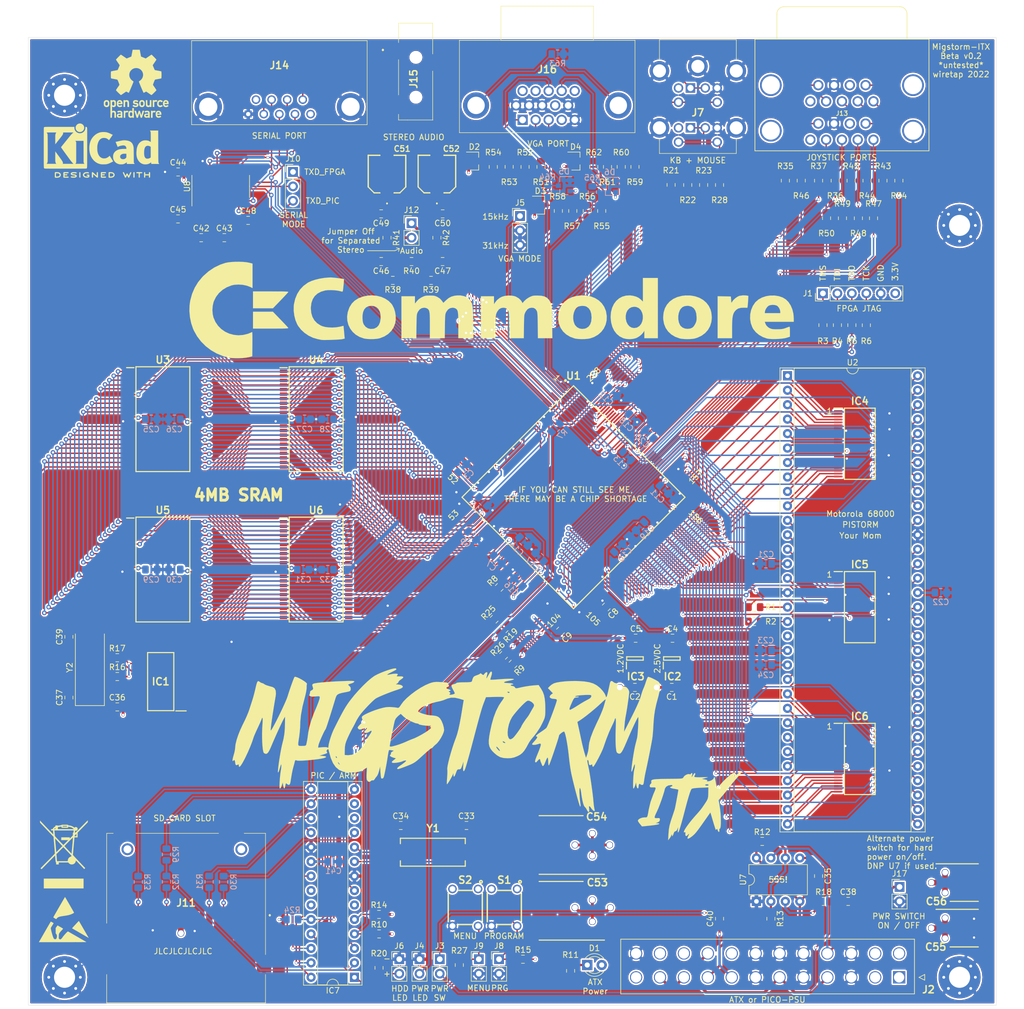
<source format=kicad_pcb>
(kicad_pcb (version 20171130) (host pcbnew "(5.1.6)-1")
  (layers (0 F.Cu signal) (1 In1.Cu power) (2 In2.Cu power) (31 B.Cu signal) (34 B.Paste user) (35 F.Paste user) (36 B.SilkS user) (37 F.SilkS user) (38 B.Mask user) (39 F.Mask user) (44 Edge.Cuts user))
  (net 0 "")
  (net 1 GND)
  (net 2 5VDC)
  (net 3 3.3V)
  (net 4 +2V5)
  (net 5 +1V2)
  (net 6 "Net-(C33-Pad1)")
  (net 7 "Net-(C34-Pad2)")
  (net 8 "Net-(C35-Pad2)")
  (net 9 5VSB)
  (net 10 "Net-(C37-Pad1)")
  (net 11 "Net-(C38-Pad1)")
  (net 12 "Net-(C39-Pad1)")
  (net 13 "Net-(C40-Pad2)")
  (net 14 PWROK)
  (net 15 "Net-(C42-Pad1)")
  (net 16 "Net-(C42-Pad2)")
  (net 17 "Net-(C43-Pad2)")
  (net 18 "Net-(C43-Pad1)")
  (net 19 "Net-(C45-Pad2)")
  (net 20 "Net-(C46-Pad1)")
  (net 21 "Net-(C47-Pad2)")
  (net 22 "Net-(C48-Pad2)")
  (net 23 "Net-(C49-Pad1)")
  (net 24 "Net-(C50-Pad2)")
  (net 25 "Net-(C51-Pad2)")
  (net 26 "Net-(C52-Pad2)")
  (net 27 "Net-(D1-Pad1)")
  (net 28 "Net-(D2-Pad3)")
  (net 29 "Net-(D3-Pad3)")
  (net 30 "Net-(D4-Pad3)")
  (net 31 "Net-(D5-Pad3)")
  (net 32 "Net-(D6-Pad3)")
  (net 33 "Net-(IC1-Pad1)")
  (net 34 "Net-(IC1-Pad2)")
  (net 35 "Net-(IC1-Pad3)")
  (net 36 "Net-(IC1-Pad4)")
  (net 37 "Net-(IC1-Pad5)")
  (net 38 "Net-(IC1-Pad6)")
  (net 39 "Net-(IC1-Pad7)")
  (net 40 MCLK)
  (net 41 "Net-(IC1-Pad10)")
  (net 42 "Net-(IC1-Pad13)")
  (net 43 "Net-(IC1-Pad14)")
  (net 44 "Net-(IC1-Pad15)")
  (net 45 "Net-(IC2-Pad4)")
  (net 46 "Net-(IC3-Pad4)")
  (net 47 "Net-(IC4-Pad1)")
  (net 48 D4)
  (net 49 CPU_D5)
  (net 50 D3)
  (net 51 CPU_D6)
  (net 52 D2)
  (net 53 CPU_D7)
  (net 54 D1)
  (net 55 CPU_D8)
  (net 56 D0)
  (net 57 CPU_D9)
  (net 58 AS)
  (net 59 CPU_D10)
  (net 60 UDS)
  (net 61 CPU_D11)
  (net 62 LDS)
  (net 63 CPU_D12)
  (net 64 RW)
  (net 65 CPU_D13)
  (net 66 DTACK)
  (net 67 CPU_D14)
  (net 68 D14)
  (net 69 CPU_DTACK)
  (net 70 D13)
  (net 71 CPU_RW)
  (net 72 D12)
  (net 73 CPU_LDS)
  (net 74 D11)
  (net 75 CPU_UDS)
  (net 76 D10)
  (net 77 CPU_AS)
  (net 78 D9)
  (net 79 CPU_D0)
  (net 80 D8)
  (net 81 CPU_D1)
  (net 82 D7)
  (net 83 CPU_D2)
  (net 84 D6)
  (net 85 CPU_D3)
  (net 86 D5)
  (net 87 CPU_D4)
  (net 88 "Net-(IC5-Pad46)")
  (net 89 D15)
  (net 90 "Net-(IC5-Pad44)")
  (net 91 A23)
  (net 92 "Net-(IC5-Pad42)")
  (net 93 A22)
  (net 94 CPU_CLK)
  (net 95 A21)
  (net 96 "Net-(IC5-Pad37)")
  (net 97 A20)
  (net 98 CPU_RESET)
  (net 99 A19)
  (net 100 "Net-(IC5-Pad33)")
  (net 101 A18)
  (net 102 "Net-(IC5-Pad30)")
  (net 103 A17)
  (net 104 "Net-(IC5-Pad28)")
  (net 105 A16)
  (net 106 "Net-(IC5-Pad26)")
  (net 107 A15)
  (net 108 CPU_A15)
  (net 109 BERR)
  (net 110 CPU_A16)
  (net 111 "Net-(IC5-Pad21)")
  (net 112 CPU_A17)
  (net 113 "Net-(IC5-Pad19)")
  (net 114 CPU_A18)
  (net 115 "Net-(IC5-Pad16)")
  (net 116 CPU_A19)
  (net 117 RESET)
  (net 118 CPU_A20)
  (net 119 "Net-(IC5-Pad11)")
  (net 120 CPU_A21)
  (net 121 CLK)
  (net 122 CPU_A22)
  (net 123 BR)
  (net 124 CPU_A23)
  (net 125 BGACK)
  (net 126 CPU_D15)
  (net 127 BG)
  (net 128 "Net-(IC5-Pad1)")
  (net 129 "Net-(IC6-Pad1)")
  (net 130 IPL2)
  (net 131 CPU_A14)
  (net 132 IPL1)
  (net 133 CPU_A13)
  (net 134 IPL0)
  (net 135 CPU_A12)
  (net 136 FC2)
  (net 137 CPU_A11)
  (net 138 FC1)
  (net 139 CPU_A10)
  (net 140 FC0)
  (net 141 CPU_A9)
  (net 142 A1)
  (net 143 CPU_A8)
  (net 144 A2)
  (net 145 CPU_A7)
  (net 146 A3)
  (net 147 CPU_A6)
  (net 148 A4)
  (net 149 CPU_A5)
  (net 150 A5)
  (net 151 CPU_A4)
  (net 152 A6)
  (net 153 CPU_A3)
  (net 154 A7)
  (net 155 CPU_A2)
  (net 156 A8)
  (net 157 CPU_A1)
  (net 158 A9)
  (net 159 "Net-(IC6-Pad35)")
  (net 160 A10)
  (net 161 "Net-(IC6-Pad37)")
  (net 162 A11)
  (net 163 "Net-(IC6-Pad39)")
  (net 164 A12)
  (net 165 CPU_IPL0)
  (net 166 A13)
  (net 167 CPU_IPL1)
  (net 168 A14)
  (net 169 CPU_IPL2)
  (net 170 MCLR)
  (net 171 MCC_CLKEN)
  (net 172 FPGA_SEL0)
  (net 173 "Net-(IC7-Pad4)")
  (net 174 "Net-(IC7-Pad5)")
  (net 175 "Net-(IC7-Pad6)")
  (net 176 "Net-(IC7-Pad7)")
  (net 177 "Net-(IC7-Pad12)")
  (net 178 "Net-(IC7-Pad13)")
  (net 179 SPI_CLK)
  (net 180 SPI_DOUT)
  (net 181 SPI_DIN)
  (net 182 TXD_MCU)
  (net 183 RXD)
  (net 184 "Net-(IC7-Pad21)")
  (net 185 "Net-(IC7-Pad22)")
  (net 186 "Net-(IC7-Pad23)")
  (net 187 "Net-(IC7-Pad24)")
  (net 188 DISKLED)
  (net 189 FPGA_SEL1)
  (net 190 FPGA_SEL2)
  (net 191 "Net-(IC7-Pad28)")
  (net 192 "Net-(J1-Pad1)")
  (net 193 "Net-(J1-Pad2)")
  (net 194 "Net-(J1-Pad3)")
  (net 195 "Net-(J1-Pad4)")
  (net 196 12VDC)
  (net 197 -12V)
  (net 198 PS_ON)
  (net 199 -5V)
  (net 200 "Net-(J4-Pad2)")
  (net 201 15KHZ)
  (net 202 "Net-(J6-Pad2)")
  (net 203 "Net-(J7-PadA1)")
  (net 204 "Net-(J7-PadA6)")
  (net 205 "Net-(J7-PadB1)")
  (net 206 "Net-(J7-PadB6)")
  (net 207 BUTTON)
  (net 208 "Net-(J10-Pad2)")
  (net 209 TXD)
  (net 210 "Net-(J11-Pad1)")
  (net 211 "Net-(J11-Pad2)")
  (net 212 "Net-(J11-Pad5)")
  (net 213 "Net-(J11-Pad7)")
  (net 214 "Net-(J11-Pad8)")
  (net 215 "Net-(J11-Pad9)")
  (net 216 "Net-(J11-Pad10)")
  (net 217 "Net-(J11-Pad11)")
  (net 218 "Net-(J11-Pad12)")
  (net 219 "Net-(J11-Pad14)")
  (net 220 "Net-(J11-Pad15)")
  (net 221 "Net-(J11-Pad16)")
  (net 222 "Net-(J12-Pad1)")
  (net 223 "Net-(J13-Pad9B)")
  (net 224 "Net-(J13-Pad6B)")
  (net 225 "Net-(J13-Pad5B)")
  (net 226 "Net-(J13-Pad4B)")
  (net 227 "Net-(J13-Pad1B)")
  (net 228 "Net-(J13-Pad2B)")
  (net 229 "Net-(J13-Pad9A)")
  (net 230 "Net-(J13-Pad6A)")
  (net 231 "Net-(J13-Pad5A)")
  (net 232 "Net-(J13-Pad4A)")
  (net 233 "Net-(J13-Pad1A)")
  (net 234 "Net-(J13-Pad2A)")
  (net 235 "Net-(J13-Pad3B)")
  (net 236 "Net-(J13-Pad3A)")
  (net 237 "Net-(J14-Pad2)")
  (net 238 "Net-(J14-Pad3)")
  (net 239 "Net-(J14-Pad4)")
  (net 240 "Net-(J14-Pad5)")
  (net 241 "Net-(J14-Pad6)")
  (net 242 "Net-(J14-Pad7)")
  (net 243 "Net-(J14-Pad9)")
  (net 244 "Net-(J16-Pad4)")
  (net 245 "Net-(J16-Pad9)")
  (net 246 "Net-(J16-Pad11)")
  (net 247 "Net-(J16-Pad12)")
  (net 248 "Net-(J16-Pad15)")
  (net 249 "Net-(J16-PadMH1)")
  (net 250 "Net-(R1-Pad1)")
  (net 251 "Net-(R2-Pad1)")
  (net 252 TMS)
  (net 253 TDI)
  (net 254 TDO)
  (net 255 TCK)
  (net 256 PROG_B)
  (net 257 INIT_B)
  (net 258 CCLK)
  (net 259 "Net-(R18-Pad1)")
  (net 260 PWRLED)
  (net 261 KBDDAT)
  (net 262 KBDCLK)
  (net 263 MSDAT)
  (net 264 DIN)
  (net 265 DONE)
  (net 266 MSCLK)
  (net 267 MCC_SEL)
  (net 268 JOYA4)
  (net 269 JOYA5)
  (net 270 JOYB4)
  (net 271 JOYB5)
  (net 272 AUDIOL)
  (net 273 AUDIOR)
  (net 274 JOYA3)
  (net 275 JOYA2)
  (net 276 JOYA1)
  (net 277 JOYA0)
  (net 278 JOYB3)
  (net 279 JOYB2)
  (net 280 JOYB1)
  (net 281 JOYB0)
  (net 282 RED0)
  (net 283 RED1)
  (net 284 RED2)
  (net 285 RED3)
  (net 286 GREEN0)
  (net 287 GREEN1)
  (net 288 GREEN2)
  (net 289 GREEN3)
  (net 290 BLUE0)
  (net 291 BLUE1)
  (net 292 BLUE2)
  (net 293 BLUE3)
  (net 294 HSYNC)
  (net 295 VSYNC)
  (net 296 "Net-(S1-Pad3)")
  (net 297 "Net-(S1-Pad1)")
  (net 298 "Net-(S2-Pad1)")
  (net 299 "Net-(S2-Pad3)")
  (net 300 RAM_SEL2)
  (net 301 "Net-(U1-Pad16)")
  (net 302 RAM_SEL3)
  (net 303 RAM_SEL1)
  (net 304 RAM_A5)
  (net 305 RAM_A4)
  (net 306 RAM_A3)
  (net 307 RAM_A2)
  (net 308 RAM_A1)
  (net 309 RAM_SEL0)
  (net 310 RAM_D0)
  (net 311 RAM_D1)
  (net 312 RAM_D2)
  (net 313 RAM_D3)
  (net 314 RAM_A6)
  (net 315 RAM_A7)
  (net 316 RAM_A8)
  (net 317 RAM_OE)
  (net 318 RAM_UB)
  (net 319 RAM_LB)
  (net 320 RAM_D15)
  (net 321 RAM_D14)
  (net 322 RAM_D13)
  (net 323 RAM_D12)
  (net 324 RAM_D11)
  (net 325 RAM_D10)
  (net 326 RAM_D9)
  (net 327 RAM_D8)
  (net 328 RAM_A9)
  (net 329 RAM_A10)
  (net 330 RAM_A11)
  (net 331 RAM_A12)
  (net 332 RAM_A13)
  (net 333 RAM_A14)
  (net 334 RAM_D4)
  (net 335 RAM_D5)
  (net 336 RAM_D6)
  (net 337 RAM_D7)
  (net 338 RAM_WE)
  (net 339 RAM_A19)
  (net 340 RAM_A18)
  (net 341 RAM_A17)
  (net 342 RAM_A16)
  (net 343 RAM_A15)
  (net 344 "Net-(U1-Pad81)")
  (net 345 RTS)
  (net 346 CTS)
  (module Symbol:WEEE-Logo_8.4x12mm_SilkScreen (layer F.Cu) (at 133.477 200.406)
    (fp_text reference REF** hide)
    (fp_text value WEEE-Logo_8.4x12mm_SilkScreen hide)
  )
  (module Symbol:ESD-Logo_8.9x8mm_SilkScreen (layer F.Cu) (at 133.477 211.836)
    (fp_text reference REF** hide)
    (fp_text value ESD-Logo_8.9x8mm_SilkScreen hide)
  )
  (module SamacSys_Parts:commodore-logo (layer F.Cu) (at 208.788 104.648)
    (fp_text reference G*** hide)
    (fp_text value LOGO hide)
  )
  (module Symbol:KiCad-Logo2_8mm_SilkScreen (layer F.Cu) (at 140.081 75.946)
    (fp_text reference REF** hide)
    (fp_text value KiCad-Logo2_8mm_SilkScreen hide)
  )
  (module Symbol:OSHW-Logo_11.4x12mm_SilkScreen (layer F.Cu) (at 146.177 65.024)
    (fp_text reference REF** hide)
    (fp_text value OSHW-Logo_11.4x12mm_SilkScreen hide)
  )
  (module SamacSys_Parts:migstorm-logo-big (layer F.Cu) (at 206.756 182.499)
    (fp_text reference G*** hide)
    (fp_text value LOGO hide)
  )
  (module MountingHole:MountingHole_3.7mm_Pad_Via (layer F.Cu) (at 133.604 221.996)
    (fp_text reference REF** hide)
    (fp_text value MountingHole_3.7mm_Pad_Via)
    (pad 1 thru_hole circle (at 0 0) (size 7.4 7.4) (drill 3.7) (layers *.Cu *.Mask) (net 1 GND))
    (pad 1 thru_hole circle (at 2.775 0) (size 0.8 0.8) (drill 0.5) (layers *.Cu *.Mask))
    (pad 1 thru_hole circle (at 1.962221 1.962221) (size 0.8 0.8) (drill 0.5) (layers *.Cu *.Mask))
    (pad 1 thru_hole circle (at 0 2.775) (size 0.8 0.8) (drill 0.5) (layers *.Cu *.Mask))
    (pad 1 thru_hole circle (at -1.962221 1.962221) (size 0.8 0.8) (drill 0.5) (layers *.Cu *.Mask))
    (pad 1 thru_hole circle (at -2.775 0) (size 0.8 0.8) (drill 0.5) (layers *.Cu *.Mask))
    (pad 1 thru_hole circle (at -1.962221 -1.962221) (size 0.8 0.8) (drill 0.5) (layers *.Cu *.Mask))
    (pad 1 thru_hole circle (at 0 -2.775) (size 0.8 0.8) (drill 0.5) (layers *.Cu *.Mask))
    (pad 1 thru_hole circle (at 1.962221 -1.962221) (size 0.8 0.8) (drill 0.5) (layers *.Cu *.Mask))
  )
  (module MountingHole:MountingHole_3.7mm_Pad_Via (layer F.Cu) (at 290.83 221.996)
    (fp_text reference REF** hide)
    (fp_text value MountingHole_3.7mm_Pad_Via)
    (pad 1 thru_hole circle (at 0 0) (size 7.4 7.4) (drill 3.7) (layers *.Cu *.Mask) (net 1 GND))
    (pad 1 thru_hole circle (at 2.775 0) (size 0.8 0.8) (drill 0.5) (layers *.Cu *.Mask))
    (pad 1 thru_hole circle (at 1.962221 1.962221) (size 0.8 0.8) (drill 0.5) (layers *.Cu *.Mask))
    (pad 1 thru_hole circle (at 0 2.775) (size 0.8 0.8) (drill 0.5) (layers *.Cu *.Mask))
    (pad 1 thru_hole circle (at -1.962221 1.962221) (size 0.8 0.8) (drill 0.5) (layers *.Cu *.Mask))
    (pad 1 thru_hole circle (at -2.775 0) (size 0.8 0.8) (drill 0.5) (layers *.Cu *.Mask))
    (pad 1 thru_hole circle (at -1.962221 -1.962221) (size 0.8 0.8) (drill 0.5) (layers *.Cu *.Mask))
    (pad 1 thru_hole circle (at 0 -2.775) (size 0.8 0.8) (drill 0.5) (layers *.Cu *.Mask))
    (pad 1 thru_hole circle (at 1.962221 -1.962221) (size 0.8 0.8) (drill 0.5) (layers *.Cu *.Mask))
  )
  (module MountingHole:MountingHole_3.7mm_Pad_Via (layer F.Cu) (at 290.83 89.916)
    (fp_text reference REF** hide)
    (fp_text value MountingHole_3.7mm_Pad_Via)
    (pad 1 thru_hole circle (at 0 0) (size 7.4 7.4) (drill 3.7) (layers *.Cu *.Mask) (net 1 GND))
    (pad 1 thru_hole circle (at 2.775 0) (size 0.8 0.8) (drill 0.5) (layers *.Cu *.Mask))
    (pad 1 thru_hole circle (at 1.962221 1.962221) (size 0.8 0.8) (drill 0.5) (layers *.Cu *.Mask))
    (pad 1 thru_hole circle (at 0 2.775) (size 0.8 0.8) (drill 0.5) (layers *.Cu *.Mask))
    (pad 1 thru_hole circle (at -1.962221 1.962221) (size 0.8 0.8) (drill 0.5) (layers *.Cu *.Mask))
    (pad 1 thru_hole circle (at -2.775 0) (size 0.8 0.8) (drill 0.5) (layers *.Cu *.Mask))
    (pad 1 thru_hole circle (at -1.962221 -1.962221) (size 0.8 0.8) (drill 0.5) (layers *.Cu *.Mask))
    (pad 1 thru_hole circle (at 0 -2.775) (size 0.8 0.8) (drill 0.5) (layers *.Cu *.Mask))
    (pad 1 thru_hole circle (at 1.962221 -1.962221) (size 0.8 0.8) (drill 0.5) (layers *.Cu *.Mask))
  )
  (module MountingHole:MountingHole_3.7mm_Pad_Via (layer F.Cu) (at 133.604 67.056)
    (fp_text reference REF** hide)
    (fp_text value MountingHole_3.7mm_Pad_Via)
    (pad 1 thru_hole circle (at 1.962221 -1.962221) (size 0.8 0.8) (drill 0.5) (layers *.Cu *.Mask))
    (pad 1 thru_hole circle (at 0 -2.775) (size 0.8 0.8) (drill 0.5) (layers *.Cu *.Mask))
    (pad 1 thru_hole circle (at -1.962221 -1.962221) (size 0.8 0.8) (drill 0.5) (layers *.Cu *.Mask))
    (pad 1 thru_hole circle (at -2.775 0) (size 0.8 0.8) (drill 0.5) (layers *.Cu *.Mask))
    (pad 1 thru_hole circle (at -1.962221 1.962221) (size 0.8 0.8) (drill 0.5) (layers *.Cu *.Mask))
    (pad 1 thru_hole circle (at 0 2.775) (size 0.8 0.8) (drill 0.5) (layers *.Cu *.Mask))
    (pad 1 thru_hole circle (at 1.962221 1.962221) (size 0.8 0.8) (drill 0.5) (layers *.Cu *.Mask))
    (pad 1 thru_hole circle (at 2.775 0) (size 0.8 0.8) (drill 0.5) (layers *.Cu *.Mask))
    (pad 1 thru_hole circle (at 0 0) (size 7.4 7.4) (drill 3.7) (layers *.Cu *.Mask) (net 1 GND))
  )
  (module Capacitor_SMD:C_0805_2012Metric_Pad1.15x1.40mm_HandSolder (layer F.Cu) (at 240.275 171.069)
    (fp_text reference C1 (at 0 1.651 180) (layer F.SilkS))
    (fp_text value "1uF X5R")
    (pad 2 smd roundrect (at 1.025 0) (size 1.15 1.4) (layers F.Cu F.Paste F.Mask) (roundrect_rratio 0.217391) (net 1 GND))
    (pad 1 smd roundrect (at -1.025 0) (size 1.15 1.4) (layers F.Cu F.Paste F.Mask) (roundrect_rratio 0.217391) (net 2 5VDC))
  )
  (module Capacitor_SMD:C_0805_2012Metric_Pad1.15x1.40mm_HandSolder (layer F.Cu) (at 233.798 171.069)
    (fp_text reference C2 (at 0 1.651) (layer F.SilkS))
    (fp_text value "1uF X5R")
    (pad 2 smd roundrect (at 1.025 0) (size 1.15 1.4) (layers F.Cu F.Paste F.Mask) (roundrect_rratio 0.217391) (net 1 GND))
    (pad 1 smd roundrect (at -1.025 0) (size 1.15 1.4) (layers F.Cu F.Paste F.Mask) (roundrect_rratio 0.217391) (net 2 5VDC))
  )
  (module Capacitor_SMD:C_0805_2012Metric_Pad1.15x1.40mm_HandSolder (layer B.Cu) (at 203.491216 132.550784 45)
    (fp_text reference C3 (at 0 1.65 45) (layer B.SilkS) (effects (justify mirror)))
    (fp_text value 10nF)
    (pad 2 smd roundrect (at 1.025 0 45) (size 1.15 1.4) (layers B.Cu B.Paste B.Mask) (roundrect_rratio 0.217391) (net 1 GND))
    (pad 1 smd roundrect (at -1.025 0 45) (size 1.15 1.4) (layers B.Cu B.Paste B.Mask) (roundrect_rratio 0.217391) (net 3 3.3V))
  )
  (module Capacitor_SMD:C_0805_2012Metric_Pad1.15x1.40mm_HandSolder (layer F.Cu) (at 240.402 162.433)
    (fp_text reference C4 (at -0.009 -1.651) (layer F.SilkS))
    (fp_text value "1uF X5R")
    (pad 1 smd roundrect (at -1.025 0) (size 1.15 1.4) (layers F.Cu F.Paste F.Mask) (roundrect_rratio 0.217391) (net 4 +2V5))
    (pad 2 smd roundrect (at 1.025 0) (size 1.15 1.4) (layers F.Cu F.Paste F.Mask) (roundrect_rratio 0.217391) (net 1 GND))
  )
  (module Capacitor_SMD:C_0805_2012Metric_Pad1.15x1.40mm_HandSolder (layer F.Cu) (at 233.925 162.433)
    (fp_text reference C5 (at 0 -1.65) (layer F.SilkS))
    (fp_text value "1uF X5R")
    (pad 1 smd roundrect (at -1.025 0) (size 1.15 1.4) (layers F.Cu F.Paste F.Mask) (roundrect_rratio 0.217391) (net 5 +1V2))
    (pad 2 smd roundrect (at 1.025 0) (size 1.15 1.4) (layers F.Cu F.Paste F.Mask) (roundrect_rratio 0.217391) (net 1 GND))
  )
  (module Capacitor_SMD:C_0805_2012Metric_Pad1.15x1.40mm_HandSolder (layer B.Cu) (at 205.232 144.399 315)
    (fp_text reference C6 (at 0 1.65 315) (layer B.SilkS) (effects (justify mirror)))
    (fp_text value 10nF)
    (pad 1 smd roundrect (at -1.025 0 315) (size 1.15 1.4) (layers B.Cu B.Paste B.Mask) (roundrect_rratio 0.217391) (net 3 3.3V))
    (pad 2 smd roundrect (at 1.025 0 315) (size 1.15 1.4) (layers B.Cu B.Paste B.Mask) (roundrect_rratio 0.217391) (net 1 GND))
  )
  (module Capacitor_SMD:C_0805_2012Metric_Pad1.15x1.40mm_HandSolder (layer B.Cu) (at 209.677 148.59 315)
    (fp_text reference C7 (at 0 1.65 135) (layer B.SilkS) (effects (justify mirror)))
    (fp_text value 10nF)
    (pad 2 smd roundrect (at 1.025 0 315) (size 1.15 1.4) (layers B.Cu B.Paste B.Mask) (roundrect_rratio 0.217391) (net 1 GND))
    (pad 1 smd roundrect (at -1.025 0 315) (size 1.15 1.4) (layers B.Cu B.Paste B.Mask) (roundrect_rratio 0.217391) (net 3 3.3V))
  )
  (module Capacitor_SMD:C_0805_2012Metric_Pad1.15x1.40mm_HandSolder (layer F.Cu) (at 228.764216 156.934784 45)
    (fp_text reference C8 (at 0.037171 1.706249 45) (layer F.SilkS))
    (fp_text value 10nF)
    (pad 1 smd roundrect (at -1.025 0 45) (size 1.15 1.4) (layers F.Cu F.Paste F.Mask) (roundrect_rratio 0.217391) (net 3 3.3V))
    (pad 2 smd roundrect (at 1.025 0 45) (size 1.15 1.4) (layers F.Cu F.Paste F.Mask) (roundrect_rratio 0.217391) (net 1 GND))
  )
  (module Capacitor_SMD:C_0805_2012Metric_Pad1.15x1.40mm_HandSolder (layer F.Cu) (at 220.726 161.163 225)
    (fp_text reference C9 (at 0 -1.65 45) (layer F.SilkS))
    (fp_text value 10nF)
    (pad 1 smd roundrect (at -1.025 0 225) (size 1.15 1.4) (layers F.Cu F.Paste F.Mask) (roundrect_rratio 0.217391) (net 3 3.3V))
    (pad 2 smd roundrect (at 1.025 0 225) (size 1.15 1.4) (layers F.Cu F.Paste F.Mask) (roundrect_rratio 0.217391) (net 1 GND))
  )
  (module Capacitor_SMD:C_0805_2012Metric_Pad1.15x1.40mm_HandSolder (layer B.Cu) (at 230.886 146.558 45)
    (fp_text reference C10 (at 0 1.65 225) (layer B.SilkS) (effects (justify mirror)))
    (fp_text value 10nF)
    (pad 1 smd roundrect (at -1.025 0 45) (size 1.15 1.4) (layers B.Cu B.Paste B.Mask) (roundrect_rratio 0.217391) (net 3 3.3V))
    (pad 2 smd roundrect (at 1.025 0 45) (size 1.15 1.4) (layers B.Cu B.Paste B.Mask) (roundrect_rratio 0.217391) (net 1 GND))
  )
  (module Capacitor_SMD:C_0805_2012Metric_Pad1.15x1.40mm_HandSolder (layer B.Cu) (at 238.924216 136.308216 315)
    (fp_text reference C11 (at 0 1.65 315) (layer B.SilkS) (effects (justify mirror)))
    (fp_text value 10nF)
    (pad 2 smd roundrect (at 1.025 0 315) (size 1.15 1.4) (layers B.Cu B.Paste B.Mask) (roundrect_rratio 0.217391) (net 1 GND))
    (pad 1 smd roundrect (at -1.025 0 315) (size 1.15 1.4) (layers B.Cu B.Paste B.Mask) (roundrect_rratio 0.217391) (net 3 3.3V))
  )
  (module Capacitor_SMD:C_0805_2012Metric_Pad1.15x1.40mm_HandSolder (layer B.Cu) (at 229.907216 119.163216 315)
    (fp_text reference C12 (at 0 1.65 315) (layer B.SilkS) (effects (justify mirror)))
    (fp_text value 10nF)
    (pad 1 smd roundrect (at -1.025 0 315) (size 1.15 1.4) (layers B.Cu B.Paste B.Mask) (roundrect_rratio 0.217391) (net 3 3.3V))
    (pad 2 smd roundrect (at 1.025 0 315) (size 1.15 1.4) (layers B.Cu B.Paste B.Mask) (roundrect_rratio 0.217391) (net 1 GND))
  )
  (module Capacitor_SMD:C_0805_2012Metric_Pad1.15x1.40mm_HandSolder (layer B.Cu) (at 232.41 130.429 315)
    (fp_text reference C13 (at 0 1.65 315) (layer B.SilkS) (effects (justify mirror)))
    (fp_text value 10nF)
    (pad 2 smd roundrect (at 1.025 0 315) (size 1.15 1.4) (layers B.Cu B.Paste B.Mask) (roundrect_rratio 0.217391) (net 1 GND))
    (pad 1 smd roundrect (at -1.025 0 315) (size 1.15 1.4) (layers B.Cu B.Paste B.Mask) (roundrect_rratio 0.217391) (net 4 +2V5))
  )
  (module Capacitor_SMD:C_0805_2012Metric_Pad1.15x1.40mm_HandSolder (layer B.Cu) (at 214.249 145.415 315)
    (fp_text reference C14 (at 0 1.796051 315) (layer B.SilkS) (effects (justify mirror)))
    (fp_text value 10nF)
    (pad 2 smd roundrect (at 1.025 0 315) (size 1.15 1.4) (layers B.Cu B.Paste B.Mask) (roundrect_rratio 0.217391) (net 1 GND))
    (pad 1 smd roundrect (at -1.025 0 315) (size 1.15 1.4) (layers B.Cu B.Paste B.Mask) (roundrect_rratio 0.217391) (net 5 +1V2))
  )
  (module Capacitor_SMD:C_0805_2012Metric_Pad1.15x1.40mm_HandSolder (layer B.Cu) (at 207.137 138.392784 315)
    (fp_text reference C15 (at 0.026316 1.642762 135) (layer B.SilkS) (effects (justify mirror)))
    (fp_text value 10nF)
    (pad 1 smd roundrect (at -1.025 0 315) (size 1.15 1.4) (layers B.Cu B.Paste B.Mask) (roundrect_rratio 0.217391) (net 4 +2V5))
    (pad 2 smd roundrect (at 1.025 0 315) (size 1.15 1.4) (layers B.Cu B.Paste B.Mask) (roundrect_rratio 0.217391) (net 1 GND))
  )
  (module Capacitor_SMD:C_0805_2012Metric_Pad1.15x1.40mm_HandSolder (layer B.Cu) (at 213.322784 152.616784 135)
    (fp_text reference C16 (at 0.037171 -1.706249 315) (layer B.SilkS) (effects (justify mirror)))
    (fp_text value 10nF)
    (pad 1 smd roundrect (at -1.025 0 135) (size 1.15 1.4) (layers B.Cu B.Paste B.Mask) (roundrect_rratio 0.217391) (net 5 +1V2))
    (pad 2 smd roundrect (at 1.025 0 135) (size 1.15 1.4) (layers B.Cu B.Paste B.Mask) (roundrect_rratio 0.217391) (net 1 GND))
  )
  (module Capacitor_SMD:C_0805_2012Metric_Pad1.15x1.40mm_HandSolder (layer B.Cu) (at 217.043 148.209 135)
    (fp_text reference C17 (at 0 -1.796051 135) (layer B.SilkS) (effects (justify mirror)))
    (fp_text value 10nF)
    (pad 2 smd roundrect (at 1.025 0 135) (size 1.15 1.4) (layers B.Cu B.Paste B.Mask) (roundrect_rratio 0.217391) (net 1 GND))
    (pad 1 smd roundrect (at -1.025 0 135) (size 1.15 1.4) (layers B.Cu B.Paste B.Mask) (roundrect_rratio 0.217391) (net 4 +2V5))
  )
  (module Capacitor_SMD:C_0805_2012Metric_Pad1.15x1.40mm_HandSolder (layer B.Cu) (at 233.463216 123.735216 315)
    (fp_text reference C18 (at 0 1.65 315) (layer B.SilkS) (effects (justify mirror)))
    (fp_text value 10nF)
    (pad 2 smd roundrect (at 1.025 0 315) (size 1.15 1.4) (layers B.Cu B.Paste B.Mask) (roundrect_rratio 0.217391) (net 1 GND))
    (pad 1 smd roundrect (at -1.025 0 315) (size 1.15 1.4) (layers B.Cu B.Paste B.Mask) (roundrect_rratio 0.217391) (net 5 +1V2))
  )
  (module Capacitor_SMD:C_0805_2012Metric_Pad1.15x1.40mm_HandSolder (layer B.Cu) (at 234.696 142.748 225)
    (fp_text reference C19 (at -0.089803 -1.706249 45) (layer B.SilkS) (effects (justify mirror)))
    (fp_text value 10nF)
    (pad 1 smd roundrect (at -1.025 0 225) (size 1.15 1.4) (layers B.Cu B.Paste B.Mask) (roundrect_rratio 0.217391) (net 4 +2V5))
    (pad 2 smd roundrect (at 1.025 0 225) (size 1.15 1.4) (layers B.Cu B.Paste B.Mask) (roundrect_rratio 0.217391) (net 1 GND))
  )
  (module Capacitor_SMD:C_0805_2012Metric_Pad1.15x1.40mm_HandSolder (layer B.Cu) (at 236.309784 126.581784 135)
    (fp_text reference C20 (at 0.037171 -1.706249 315) (layer B.SilkS) (effects (justify mirror)))
    (fp_text value 10nF)
    (pad 1 smd roundrect (at -1.025 0 135) (size 1.15 1.4) (layers B.Cu B.Paste B.Mask) (roundrect_rratio 0.217391) (net 5 +1V2))
    (pad 2 smd roundrect (at 1.025 0 135) (size 1.15 1.4) (layers B.Cu B.Paste B.Mask) (roundrect_rratio 0.217391) (net 1 GND))
  )
  (module Capacitor_SMD:C_0805_2012Metric_Pad1.15x1.40mm_HandSolder (layer B.Cu) (at 256.794 149.352 180)
    (fp_text reference C21 (at 0 1.65) (layer B.SilkS) (effects (justify mirror)))
    (fp_text value 100nF)
    (pad 2 smd roundrect (at 1.025 0 180) (size 1.15 1.4) (layers B.Cu B.Paste B.Mask) (roundrect_rratio 0.217391) (net 1 GND))
    (pad 1 smd roundrect (at -1.025 0 180) (size 1.15 1.4) (layers B.Cu B.Paste B.Mask) (roundrect_rratio 0.217391) (net 2 5VDC))
  )
  (module Capacitor_SMD:C_0805_2012Metric_Pad1.15x1.40mm_HandSolder (layer B.Cu) (at 287.537 154.432)
    (fp_text reference C22 (at 0 1.65) (layer B.SilkS) (effects (justify mirror)))
    (fp_text value 100nF)
    (pad 2 smd roundrect (at 1.025 0) (size 1.15 1.4) (layers B.Cu B.Paste B.Mask) (roundrect_rratio 0.217391) (net 1 GND))
    (pad 1 smd roundrect (at -1.025 0) (size 1.15 1.4) (layers B.Cu B.Paste B.Mask) (roundrect_rratio 0.217391) (net 2 5VDC))
  )
  (module Capacitor_SMD:C_0805_2012Metric_Pad1.15x1.40mm_HandSolder (layer B.Cu) (at 256.785 164.592 180)
    (fp_text reference C23 (at 0.009 1.778) (layer B.SilkS) (effects (justify mirror)))
    (fp_text value 10nF)
    (pad 1 smd roundrect (at -1.025 0 180) (size 1.15 1.4) (layers B.Cu B.Paste B.Mask) (roundrect_rratio 0.217391) (net 2 5VDC))
    (pad 2 smd roundrect (at 1.025 0 180) (size 1.15 1.4) (layers B.Cu B.Paste B.Mask) (roundrect_rratio 0.217391) (net 1 GND))
  )
  (module Capacitor_SMD:C_0805_2012Metric_Pad1.15x1.40mm_HandSolder (layer B.Cu) (at 256.785 167.132 180)
    (fp_text reference C24 (at -0.009 -1.778) (layer B.SilkS) (effects (justify mirror)))
    (fp_text value 10nF)
    (pad 2 smd roundrect (at 1.025 0 180) (size 1.15 1.4) (layers B.Cu B.Paste B.Mask) (roundrect_rratio 0.217391) (net 1 GND))
    (pad 1 smd roundrect (at -1.025 0 180) (size 1.15 1.4) (layers B.Cu B.Paste B.Mask) (roundrect_rratio 0.217391) (net 2 5VDC))
  )
  (module Capacitor_SMD:C_0805_2012Metric_Pad1.15x1.40mm_HandSolder (layer B.Cu) (at 148.844 123.952)
    (fp_text reference C25 (at 0 1.778) (layer B.SilkS) (effects (justify mirror)))
    (fp_text value 100nF)
    (pad 1 smd roundrect (at -1.025 0) (size 1.15 1.4) (layers B.Cu B.Paste B.Mask) (roundrect_rratio 0.217391) (net 3 3.3V))
    (pad 2 smd roundrect (at 1.025 0) (size 1.15 1.4) (layers B.Cu B.Paste B.Mask) (roundrect_rratio 0.217391) (net 1 GND))
  )
  (module Capacitor_SMD:C_0805_2012Metric_Pad1.15x1.40mm_HandSolder (layer B.Cu) (at 152.899 123.952 180)
    (fp_text reference C26 (at 0 -1.778) (layer B.SilkS) (effects (justify mirror)))
    (fp_text value 100nF)
    (pad 1 smd roundrect (at -1.025 0 180) (size 1.15 1.4) (layers B.Cu B.Paste B.Mask) (roundrect_rratio 0.217391) (net 3 3.3V))
    (pad 2 smd roundrect (at 1.025 0 180) (size 1.15 1.4) (layers B.Cu B.Paste B.Mask) (roundrect_rratio 0.217391) (net 1 GND))
  )
  (module Capacitor_SMD:C_0805_2012Metric_Pad1.15x1.40mm_HandSolder (layer B.Cu) (at 175.768 123.952)
    (fp_text reference C27 (at 0 1.778) (layer B.SilkS) (effects (justify mirror)))
    (fp_text value 100nF)
    (pad 2 smd roundrect (at 1.025 0) (size 1.15 1.4) (layers B.Cu B.Paste B.Mask) (roundrect_rratio 0.217391) (net 1 GND))
    (pad 1 smd roundrect (at -1.025 0) (size 1.15 1.4) (layers B.Cu B.Paste B.Mask) (roundrect_rratio 0.217391) (net 3 3.3V))
  )
  (module Capacitor_SMD:C_0805_2012Metric_Pad1.15x1.40mm_HandSolder (layer B.Cu) (at 179.832 123.952 180)
    (fp_text reference C28 (at 0 -1.778) (layer B.SilkS) (effects (justify mirror)))
    (fp_text value 100nF)
    (pad 1 smd roundrect (at -1.025 0 180) (size 1.15 1.4) (layers B.Cu B.Paste B.Mask) (roundrect_rratio 0.217391) (net 3 3.3V))
    (pad 2 smd roundrect (at 1.025 0 180) (size 1.15 1.4) (layers B.Cu B.Paste B.Mask) (roundrect_rratio 0.217391) (net 1 GND))
  )
  (module Capacitor_SMD:C_0805_2012Metric_Pad1.15x1.40mm_HandSolder (layer B.Cu) (at 148.844 150.368)
    (fp_text reference C29 (at 0 1.778) (layer B.SilkS) (effects (justify mirror)))
    (fp_text value 100nF)
    (pad 2 smd roundrect (at 1.025 0) (size 1.15 1.4) (layers B.Cu B.Paste B.Mask) (roundrect_rratio 0.217391) (net 1 GND))
    (pad 1 smd roundrect (at -1.025 0) (size 1.15 1.4) (layers B.Cu B.Paste B.Mask) (roundrect_rratio 0.217391) (net 3 3.3V))
  )
  (module Capacitor_SMD:C_0805_2012Metric_Pad1.15x1.40mm_HandSolder (layer B.Cu) (at 152.908 150.368 180)
    (fp_text reference C30 (at 0 -1.778) (layer B.SilkS) (effects (justify mirror)))
    (fp_text value 100nF)
    (pad 1 smd roundrect (at -1.025 0 180) (size 1.15 1.4) (layers B.Cu B.Paste B.Mask) (roundrect_rratio 0.217391) (net 3 3.3V))
    (pad 2 smd roundrect (at 1.025 0 180) (size 1.15 1.4) (layers B.Cu B.Paste B.Mask) (roundrect_rratio 0.217391) (net 1 GND))
  )
  (module Capacitor_SMD:C_0805_2012Metric_Pad1.15x1.40mm_HandSolder (layer B.Cu) (at 175.514 150.368)
    (fp_text reference C31 (at 0 1.778) (layer B.SilkS) (effects (justify mirror)))
    (fp_text value 100nF)
    (pad 2 smd roundrect (at 1.025 0) (size 1.15 1.4) (layers B.Cu B.Paste B.Mask) (roundrect_rratio 0.217391) (net 1 GND))
    (pad 1 smd roundrect (at -1.025 0) (size 1.15 1.4) (layers B.Cu B.Paste B.Mask) (roundrect_rratio 0.217391) (net 3 3.3V))
  )
  (module Capacitor_SMD:C_0805_2012Metric_Pad1.15x1.40mm_HandSolder (layer B.Cu) (at 179.832 150.368 180)
    (fp_text reference C32 (at 0 -1.778) (layer B.SilkS) (effects (justify mirror)))
    (fp_text value 100nF)
    (pad 1 smd roundrect (at -1.025 0 180) (size 1.15 1.4) (layers B.Cu B.Paste B.Mask) (roundrect_rratio 0.217391) (net 3 3.3V))
    (pad 2 smd roundrect (at 1.025 0 180) (size 1.15 1.4) (layers B.Cu B.Paste B.Mask) (roundrect_rratio 0.217391) (net 1 GND))
  )
  (module Capacitor_SMD:C_0805_2012Metric_Pad1.15x1.40mm_HandSolder (layer F.Cu) (at 204.207 195.326)
    (fp_text reference C33 (at 0 -1.65) (layer F.SilkS))
    (fp_text value 47pf)
    (pad 2 smd roundrect (at 1.025 0) (size 1.15 1.4) (layers F.Cu F.Paste F.Mask) (roundrect_rratio 0.217391) (net 1 GND))
    (pad 1 smd roundrect (at -1.025 0) (size 1.15 1.4) (layers F.Cu F.Paste F.Mask) (roundrect_rratio 0.217391) (net 6 "Net-(C33-Pad1)"))
  )
  (module Capacitor_SMD:C_0805_2012Metric_Pad1.15x1.40mm_HandSolder (layer F.Cu) (at 192.668 195.326)
    (fp_text reference C34 (at 0 -1.65) (layer F.SilkS))
    (fp_text value 47pf)
    (pad 1 smd roundrect (at -1.025 0) (size 1.15 1.4) (layers F.Cu F.Paste F.Mask) (roundrect_rratio 0.217391) (net 1 GND))
    (pad 2 smd roundrect (at 1.025 0) (size 1.15 1.4) (layers F.Cu F.Paste F.Mask) (roundrect_rratio 0.217391) (net 7 "Net-(C34-Pad2)"))
  )
  (module Capacitor_SMD:C_0805_2012Metric_Pad1.15x1.40mm_HandSolder (layer F.Cu) (at 266.065 204.207 90)
    (fp_text reference C35 (at 0 1.651 90) (layer F.SilkS))
    (fp_text value 100n)
    (pad 2 smd roundrect (at 1.025 0 90) (size 1.15 1.4) (layers F.Cu F.Paste F.Mask) (roundrect_rratio 0.217391) (net 8 "Net-(C35-Pad2)"))
    (pad 1 smd roundrect (at -1.025 0 90) (size 1.15 1.4) (layers F.Cu F.Paste F.Mask) (roundrect_rratio 0.217391) (net 9 5VSB))
  )
  (module Capacitor_SMD:C_0805_2012Metric_Pad1.15x1.40mm_HandSolder (layer F.Cu) (at 142.866 174.498 180)
    (fp_text reference C36 (at 0 1.651) (layer F.SilkS))
    (fp_text value 100nF)
    (pad 1 smd roundrect (at -1.025 0 180) (size 1.15 1.4) (layers F.Cu F.Paste F.Mask) (roundrect_rratio 0.217391) (net 3 3.3V))
    (pad 2 smd roundrect (at 1.025 0 180) (size 1.15 1.4) (layers F.Cu F.Paste F.Mask) (roundrect_rratio 0.217391) (net 1 GND))
  )
  (module Capacitor_SMD:C_0805_2012Metric_Pad1.15x1.40mm_HandSolder (layer F.Cu) (at 134.366 172.856 270)
    (fp_text reference C37 (at 0 1.651 90) (layer F.SilkS))
    (fp_text value 100pF)
    (pad 1 smd roundrect (at -1.025 0 270) (size 1.15 1.4) (layers F.Cu F.Paste F.Mask) (roundrect_rratio 0.217391) (net 10 "Net-(C37-Pad1)"))
    (pad 2 smd roundrect (at 1.025 0 270) (size 1.15 1.4) (layers F.Cu F.Paste F.Mask) (roundrect_rratio 0.217391) (net 1 GND))
  )
  (module Capacitor_SMD:C_0805_2012Metric_Pad1.15x1.40mm_HandSolder (layer F.Cu) (at 271.263 208.661)
    (fp_text reference C38 (at 0 -1.65) (layer F.SilkS))
    (fp_text value 4.7uF)
    (pad 2 smd roundrect (at 1.025 0) (size 1.15 1.4) (layers F.Cu F.Paste F.Mask) (roundrect_rratio 0.217391) (net 1 GND))
    (pad 1 smd roundrect (at -1.025 0) (size 1.15 1.4) (layers F.Cu F.Paste F.Mask) (roundrect_rratio 0.217391) (net 11 "Net-(C38-Pad1)"))
  )
  (module Capacitor_SMD:C_0805_2012Metric_Pad1.15x1.40mm_HandSolder (layer F.Cu) (at 134.366 162.188 90)
    (fp_text reference C39 (at 0 -1.65 90) (layer F.SilkS))
    (fp_text value 22pF)
    (pad 1 smd roundrect (at -1.025 0 90) (size 1.15 1.4) (layers F.Cu F.Paste F.Mask) (roundrect_rratio 0.217391) (net 12 "Net-(C39-Pad1)"))
    (pad 2 smd roundrect (at 1.025 0 90) (size 1.15 1.4) (layers F.Cu F.Paste F.Mask) (roundrect_rratio 0.217391) (net 1 GND))
  )
  (module Capacitor_SMD:C_0805_2012Metric_Pad1.15x1.40mm_HandSolder (layer F.Cu) (at 248.666 211.7 90)
    (fp_text reference C40 (at 0 -1.65 90) (layer F.SilkS))
    (fp_text value 1uF)
    (pad 2 smd roundrect (at 1.025 0 90) (size 1.15 1.4) (layers F.Cu F.Paste F.Mask) (roundrect_rratio 0.217391) (net 13 "Net-(C40-Pad2)"))
    (pad 1 smd roundrect (at -1.025 0 90) (size 1.15 1.4) (layers F.Cu F.Paste F.Mask) (roundrect_rratio 0.217391) (net 14 PWROK))
  )
  (module Capacitor_SMD:C_0805_2012Metric_Pad1.15x1.40mm_HandSolder (layer B.Cu) (at 180.839 201.676)
    (fp_text reference C41 (at 0 1.65) (layer B.SilkS) (effects (justify mirror)))
    (fp_text value 100nF)
    (pad 2 smd roundrect (at 1.025 0) (size 1.15 1.4) (layers B.Cu B.Paste B.Mask) (roundrect_rratio 0.217391) (net 1 GND))
    (pad 1 smd roundrect (at -1.025 0) (size 1.15 1.4) (layers B.Cu B.Paste B.Mask) (roundrect_rratio 0.217391) (net 3 3.3V))
  )
  (module Capacitor_SMD:C_0805_2012Metric_Pad1.15x1.40mm_HandSolder (layer F.Cu) (at 157.607 92.075)
    (fp_text reference C42 (at 0 -1.65) (layer F.SilkS))
    (fp_text value 100nF)
    (pad 1 smd roundrect (at -1.025 0) (size 1.15 1.4) (layers F.Cu F.Paste F.Mask) (roundrect_rratio 0.217391) (net 15 "Net-(C42-Pad1)"))
    (pad 2 smd roundrect (at 1.025 0) (size 1.15 1.4) (layers F.Cu F.Paste F.Mask) (roundrect_rratio 0.217391) (net 16 "Net-(C42-Pad2)"))
  )
  (module Capacitor_SMD:C_0805_2012Metric_Pad1.15x1.40mm_HandSolder (layer F.Cu) (at 161.671 92.075)
    (fp_text reference C43 (at 0 -1.65) (layer F.SilkS))
    (fp_text value 100nF)
    (pad 2 smd roundrect (at 1.025 0) (size 1.15 1.4) (layers F.Cu F.Paste F.Mask) (roundrect_rratio 0.217391) (net 17 "Net-(C43-Pad2)"))
    (pad 1 smd roundrect (at -1.025 0) (size 1.15 1.4) (layers F.Cu F.Paste F.Mask) (roundrect_rratio 0.217391) (net 18 "Net-(C43-Pad1)"))
  )
  (module Capacitor_SMD:C_0805_2012Metric_Pad1.15x1.40mm_HandSolder (layer F.Cu) (at 153.552 80.518 180)
    (fp_text reference C44 (at 0 1.651) (layer F.SilkS))
    (fp_text value 100nF)
    (pad 2 smd roundrect (at 1.025 0 180) (size 1.15 1.4) (layers F.Cu F.Paste F.Mask) (roundrect_rratio 0.217391) (net 1 GND))
    (pad 1 smd roundrect (at -1.025 0 180) (size 1.15 1.4) (layers F.Cu F.Paste F.Mask) (roundrect_rratio 0.217391) (net 3 3.3V))
  )
  (module Capacitor_SMD:C_0805_2012Metric_Pad1.15x1.40mm_HandSolder (layer F.Cu) (at 153.534 88.773)
    (fp_text reference C45 (at 0 -1.65) (layer F.SilkS))
    (fp_text value 100nF)
    (pad 1 smd roundrect (at -1.025 0) (size 1.15 1.4) (layers F.Cu F.Paste F.Mask) (roundrect_rratio 0.217391) (net 1 GND))
    (pad 2 smd roundrect (at 1.025 0) (size 1.15 1.4) (layers F.Cu F.Paste F.Mask) (roundrect_rratio 0.217391) (net 19 "Net-(C45-Pad2)"))
  )
  (module Capacitor_SMD:C_0805_2012Metric_Pad1.15x1.40mm_HandSolder (layer F.Cu) (at 189.23 96.266 180)
    (fp_text reference C46 (at 0 -1.65) (layer F.SilkS))
    (fp_text value 10nF)
    (pad 1 smd roundrect (at -1.025 0 180) (size 1.15 1.4) (layers F.Cu F.Paste F.Mask) (roundrect_rratio 0.217391) (net 20 "Net-(C46-Pad1)"))
    (pad 2 smd roundrect (at 1.025 0 180) (size 1.15 1.4) (layers F.Cu F.Paste F.Mask) (roundrect_rratio 0.217391) (net 1 GND))
  )
  (module Capacitor_SMD:C_0805_2012Metric_Pad1.15x1.40mm_HandSolder (layer F.Cu) (at 200.016 96.266 180)
    (fp_text reference C47 (at 0 -1.65) (layer F.SilkS))
    (fp_text value 10nF)
    (pad 2 smd roundrect (at 1.025 0 180) (size 1.15 1.4) (layers F.Cu F.Paste F.Mask) (roundrect_rratio 0.217391) (net 21 "Net-(C47-Pad2)"))
    (pad 1 smd roundrect (at -1.025 0 180) (size 1.15 1.4) (layers F.Cu F.Paste F.Mask) (roundrect_rratio 0.217391) (net 1 GND))
  )
  (module Capacitor_SMD:C_0805_2012Metric_Pad1.15x1.40mm_HandSolder (layer F.Cu) (at 165.853 89.027 180)
    (fp_text reference C48 (at 0.009 1.651) (layer F.SilkS))
    (fp_text value 100nF)
    (pad 2 smd roundrect (at 1.025 0 180) (size 1.15 1.4) (layers F.Cu F.Paste F.Mask) (roundrect_rratio 0.217391) (net 22 "Net-(C48-Pad2)"))
    (pad 1 smd roundrect (at -1.025 0 180) (size 1.15 1.4) (layers F.Cu F.Paste F.Mask) (roundrect_rratio 0.217391) (net 1 GND))
  )
  (module Capacitor_SMD:C_0805_2012Metric_Pad1.15x1.40mm_HandSolder (layer F.Cu) (at 189.221 87.884 180)
    (fp_text reference C49 (at 0 -1.65) (layer F.SilkS))
    (fp_text value 10nF)
    (pad 1 smd roundrect (at -1.025 0 180) (size 1.15 1.4) (layers F.Cu F.Paste F.Mask) (roundrect_rratio 0.217391) (net 23 "Net-(C49-Pad1)"))
    (pad 2 smd roundrect (at 1.025 0 180) (size 1.15 1.4) (layers F.Cu F.Paste F.Mask) (roundrect_rratio 0.217391) (net 1 GND))
  )
  (module Capacitor_SMD:C_0805_2012Metric_Pad1.15x1.40mm_HandSolder (layer F.Cu) (at 200.025 87.884 180)
    (fp_text reference C50 (at 0 -1.65) (layer F.SilkS))
    (fp_text value 10nF)
    (pad 2 smd roundrect (at 1.025 0 180) (size 1.15 1.4) (layers F.Cu F.Paste F.Mask) (roundrect_rratio 0.217391) (net 24 "Net-(C50-Pad2)"))
    (pad 1 smd roundrect (at -1.025 0 180) (size 1.15 1.4) (layers F.Cu F.Paste F.Mask) (roundrect_rratio 0.217391) (net 1 GND))
  )
  (module 16SVPT100M (layer F.Cu) (at 190.246 80.905 90)
    (fp_text reference C51 (at 4.451 2.667 180) (layer F.SilkS) (effects (font (thickness 0.2))))
    (fp_text value 16SVT100M hide)
    (pad 2 smd rect (at 2.8 0 180) (size 1.6 3.5) (layers F.Cu F.Paste F.Mask) (net 25 "Net-(C51-Pad2)"))
    (pad 1 smd rect (at -2.8 0 180) (size 1.6 3.5) (layers F.Cu F.Paste F.Mask) (net 23 "Net-(C49-Pad1)"))
  )
  (module 16SVPT100M (layer F.Cu) (at 199.009 80.899 90)
    (fp_text reference C52 (at 4.445 2.54 180) (layer F.SilkS) (effects (font (thickness 0.2))))
    (fp_text value 16SVT100M hide)
    (pad 1 smd rect (at -2.8 0 180) (size 1.6 3.5) (layers F.Cu F.Paste F.Mask) (net 24 "Net-(C50-Pad2)"))
    (pad 2 smd rect (at 2.8 0 180) (size 1.6 3.5) (layers F.Cu F.Paste F.Mask) (net 26 "Net-(C52-Pad2)"))
  )
  (module LED_THT:LED_D3.0mm (layer F.Cu) (at 225.425 219.837)
    (fp_text reference D1 (at 1.27 -2.96) (layer F.SilkS))
    (fp_text value BrdPwr)
    (pad 1 thru_hole rect (at 0 0) (size 1.8 1.8) (drill 0.9) (layers *.Cu *.Mask) (net 27 "Net-(D1-Pad1)"))
    (pad 2 thru_hole circle (at 2.54 0) (size 1.8 1.8) (drill 0.9) (layers *.Cu *.Mask) (net 2 5VDC))
  )
  (module Package_TO_SOT_SMD:SOT-23 (layer F.Cu) (at 205.597 78.613)
    (fp_text reference D2 (at 0 -2.5) (layer F.SilkS))
    (fp_text value BAV99)
    (pad 1 smd rect (at -1 -0.95) (size 0.9 0.8) (layers F.Cu F.Paste F.Mask) (net 1 GND))
    (pad 2 smd rect (at -1 0.95) (size 0.9 0.8) (layers F.Cu F.Paste F.Mask) (net 3 3.3V))
    (pad 3 smd rect (at 1 0) (size 0.9 0.8) (layers F.Cu F.Paste F.Mask) (net 28 "Net-(D2-Pad3)"))
  )
  (module Package_TO_SOT_SMD:SOT-23 (layer F.Cu) (at 217.186 86.36)
    (fp_text reference D3 (at 0 -2.5) (layer F.SilkS))
    (fp_text value BAV99)
    (pad 3 smd rect (at 1 0) (size 0.9 0.8) (layers F.Cu F.Paste F.Mask) (net 29 "Net-(D3-Pad3)"))
    (pad 2 smd rect (at -1 0.95) (size 0.9 0.8) (layers F.Cu F.Paste F.Mask) (net 3 3.3V))
    (pad 1 smd rect (at -1 -0.95) (size 0.9 0.8) (layers F.Cu F.Paste F.Mask) (net 1 GND))
  )
  (module Package_TO_SOT_SMD:SOT-23 (layer F.Cu) (at 223.393 78.613)
    (fp_text reference D4 (at 0 -2.5) (layer F.SilkS))
    (fp_text value BAV99)
    (pad 1 smd rect (at -1 -0.95) (size 0.9 0.8) (layers F.Cu F.Paste F.Mask) (net 1 GND))
    (pad 2 smd rect (at -1 0.95) (size 0.9 0.8) (layers F.Cu F.Paste F.Mask) (net 3 3.3V))
    (pad 3 smd rect (at 1 0) (size 0.9 0.8) (layers F.Cu F.Paste F.Mask) (net 30 "Net-(D4-Pad3)"))
  )
  (module Package_TO_SOT_SMD:SOT-23 (layer B.Cu) (at 221.361 82.931 180)
    (fp_text reference D5 (at 0 2.5) (layer B.SilkS) (effects (justify mirror)))
    (fp_text value BAV99)
    (pad 3 smd rect (at 1 0 180) (size 0.9 0.8) (layers B.Cu B.Paste B.Mask) (net 31 "Net-(D5-Pad3)"))
    (pad 2 smd rect (at -1 -0.95 180) (size 0.9 0.8) (layers B.Cu B.Paste B.Mask) (net 3 3.3V))
    (pad 1 smd rect (at -1 0.95 180) (size 0.9 0.8) (layers B.Cu B.Paste B.Mask) (net 1 GND))
  )
  (module Package_TO_SOT_SMD:SOT-23 (layer B.Cu) (at 229.378 83.058 180)
    (fp_text reference D6 (at 0 2.5) (layer B.SilkS) (effects (justify mirror)))
    (fp_text value BAV99)
    (pad 1 smd rect (at -1 0.95 180) (size 0.9 0.8) (layers B.Cu B.Paste B.Mask) (net 1 GND))
    (pad 2 smd rect (at -1 -0.95 180) (size 0.9 0.8) (layers B.Cu B.Paste B.Mask) (net 3 3.3V))
    (pad 3 smd rect (at 1 0 180) (size 0.9 0.8) (layers B.Cu B.Paste B.Mask) (net 32 "Net-(D6-Pad3)"))
  )
  (module SOIC127P780X200-16N (layer F.Cu) (at 150.495 170.053 180)
    (fp_text reference IC1 (at 0 0) (layer F.SilkS) (effects (font (size 1.27 1.27) (thickness 0.254))))
    (fp_text value SN74HC4060NSR hide)
    (pad 1 smd rect (at -3.562 -4.445 270) (size 0.7 1.825) (layers F.Cu F.Paste F.Mask) (net 33 "Net-(IC1-Pad1)"))
    (pad 2 smd rect (at -3.562 -3.175 270) (size 0.7 1.825) (layers F.Cu F.Paste F.Mask) (net 34 "Net-(IC1-Pad2)"))
    (pad 3 smd rect (at -3.562 -1.905 270) (size 0.7 1.825) (layers F.Cu F.Paste F.Mask) (net 35 "Net-(IC1-Pad3)"))
    (pad 4 smd rect (at -3.562 -0.635 270) (size 0.7 1.825) (layers F.Cu F.Paste F.Mask) (net 36 "Net-(IC1-Pad4)"))
    (pad 5 smd rect (at -3.562 0.635 270) (size 0.7 1.825) (layers F.Cu F.Paste F.Mask) (net 37 "Net-(IC1-Pad5)"))
    (pad 6 smd rect (at -3.562 1.905 270) (size 0.7 1.825) (layers F.Cu F.Paste F.Mask) (net 38 "Net-(IC1-Pad6)"))
    (pad 7 smd rect (at -3.562 3.175 270) (size 0.7 1.825) (layers F.Cu F.Paste F.Mask) (net 39 "Net-(IC1-Pad7)"))
    (pad 8 smd rect (at -3.562 4.445 270) (size 0.7 1.825) (layers F.Cu F.Paste F.Mask) (net 1 GND))
    (pad 9 smd rect (at 3.562 4.445 270) (size 0.7 1.825) (layers F.Cu F.Paste F.Mask) (net 40 MCLK))
    (pad 10 smd rect (at 3.562 3.175 270) (size 0.7 1.825) (layers F.Cu F.Paste F.Mask) (net 41 "Net-(IC1-Pad10)"))
    (pad 11 smd rect (at 3.562 1.905 270) (size 0.7 1.825) (layers F.Cu F.Paste F.Mask) (net 12 "Net-(C39-Pad1)"))
    (pad 12 smd rect (at 3.562 0.635 270) (size 0.7 1.825) (layers F.Cu F.Paste F.Mask) (net 1 GND))
    (pad 13 smd rect (at 3.562 -0.635 270) (size 0.7 1.825) (layers F.Cu F.Paste F.Mask) (net 42 "Net-(IC1-Pad13)"))
    (pad 14 smd rect (at 3.562 -1.905 270) (size 0.7 1.825) (layers F.Cu F.Paste F.Mask) (net 43 "Net-(IC1-Pad14)"))
    (pad 15 smd rect (at 3.562 -3.175 270) (size 0.7 1.825) (layers F.Cu F.Paste F.Mask) (net 44 "Net-(IC1-Pad15)"))
    (pad 16 smd rect (at 3.562 -4.445 270) (size 0.7 1.825) (layers F.Cu F.Paste F.Mask) (net 3 3.3V))
  )
  (module SOT95P280X145-5N (layer F.Cu) (at 240.284 165.989 90)
    (fp_text reference IC2 (at -3.175 0.127 180) (layer F.SilkS) (effects (font (size 1.27 1.27) (thickness 0.254))))
    (fp_text value MIC5504-2.5YM5-TR hide)
    (pad 5 smd rect (at 1.25 -0.95 180) (size 0.6 1.2) (layers F.Cu F.Paste F.Mask) (net 4 +2V5))
    (pad 4 smd rect (at 1.25 0.95 180) (size 0.6 1.2) (layers F.Cu F.Paste F.Mask) (net 45 "Net-(IC2-Pad4)"))
    (pad 3 smd rect (at -1.25 0.95 180) (size 0.6 1.2) (layers F.Cu F.Paste F.Mask) (net 2 5VDC))
    (pad 2 smd rect (at -1.25 0 180) (size 0.6 1.2) (layers F.Cu F.Paste F.Mask) (net 1 GND))
    (pad 1 smd rect (at -1.25 -0.95 180) (size 0.6 1.2) (layers F.Cu F.Paste F.Mask) (net 2 5VDC))
  )
  (module SOT95P280X145-5N (layer F.Cu) (at 233.807 165.989 90)
    (fp_text reference IC3 (at -3.175 0.127 180) (layer F.SilkS) (effects (font (size 1.27 1.27) (thickness 0.254))))
    (fp_text value TPS731125DBVR hide)
    (pad 1 smd rect (at -1.25 -0.95 180) (size 0.6 1.2) (layers F.Cu F.Paste F.Mask) (net 2 5VDC))
    (pad 2 smd rect (at -1.25 0 180) (size 0.6 1.2) (layers F.Cu F.Paste F.Mask) (net 1 GND))
    (pad 3 smd rect (at -1.25 0.95 180) (size 0.6 1.2) (layers F.Cu F.Paste F.Mask) (net 2 5VDC))
    (pad 4 smd rect (at 1.25 0.95 180) (size 0.6 1.2) (layers F.Cu F.Paste F.Mask) (net 46 "Net-(IC3-Pad4)"))
    (pad 5 smd rect (at 1.25 -0.95 180) (size 0.6 1.2) (layers F.Cu F.Paste F.Mask) (net 5 +1V2))
  )
  (module SOP50P810X120-48N (layer F.Cu) (at 273.304 128.27)
    (fp_text reference IC4 (at 0 -7.493) (layer F.SilkS) (effects (font (size 1.27 1.27) (thickness 0.254))))
    (fp_text value SN74CBTD16210DGGR hide)
    (pad 1 smd rect (at -3.788 -5.75 90) (size 0.3 1.475) (layers F.Cu F.Paste F.Mask) (net 47 "Net-(IC4-Pad1)"))
    (pad 2 smd rect (at -3.788 -5.25 90) (size 0.3 1.475) (layers F.Cu F.Paste F.Mask) (net 48 D4))
    (pad 3 smd rect (at -3.788 -4.75 90) (size 0.3 1.475) (layers F.Cu F.Paste F.Mask) (net 49 CPU_D5))
    (pad 4 smd rect (at -3.788 -4.25 90) (size 0.3 1.475) (layers F.Cu F.Paste F.Mask) (net 50 D3))
    (pad 5 smd rect (at -3.788 -3.75 90) (size 0.3 1.475) (layers F.Cu F.Paste F.Mask) (net 51 CPU_D6))
    (pad 6 smd rect (at -3.788 -3.25 90) (size 0.3 1.475) (layers F.Cu F.Paste F.Mask) (net 52 D2))
    (pad 7 smd rect (at -3.788 -2.75 90) (size 0.3 1.475) (layers F.Cu F.Paste F.Mask) (net 53 CPU_D7))
    (pad 8 smd rect (at -3.788 -2.25 90) (size 0.3 1.475) (layers F.Cu F.Paste F.Mask) (net 1 GND))
    (pad 9 smd rect (at -3.788 -1.75 90) (size 0.3 1.475) (layers F.Cu F.Paste F.Mask) (net 54 D1))
    (pad 10 smd rect (at -3.788 -1.25 90) (size 0.3 1.475) (layers F.Cu F.Paste F.Mask) (net 55 CPU_D8))
    (pad 11 smd rect (at -3.788 -0.75 90) (size 0.3 1.475) (layers F.Cu F.Paste F.Mask) (net 56 D0))
    (pad 12 smd rect (at -3.788 -0.25 90) (size 0.3 1.475) (layers F.Cu F.Paste F.Mask) (net 57 CPU_D9))
    (pad 13 smd rect (at -3.788 0.25 90) (size 0.3 1.475) (layers F.Cu F.Paste F.Mask) (net 58 AS))
    (pad 14 smd rect (at -3.788 0.75 90) (size 0.3 1.475) (layers F.Cu F.Paste F.Mask) (net 59 CPU_D10))
    (pad 15 smd rect (at -3.788 1.25 90) (size 0.3 1.475) (layers F.Cu F.Paste F.Mask) (net 2 5VDC))
    (pad 16 smd rect (at -3.788 1.75 90) (size 0.3 1.475) (layers F.Cu F.Paste F.Mask) (net 60 UDS))
    (pad 17 smd rect (at -3.788 2.25 90) (size 0.3 1.475) (layers F.Cu F.Paste F.Mask) (net 1 GND))
    (pad 18 smd rect (at -3.788 2.75 90) (size 0.3 1.475) (layers F.Cu F.Paste F.Mask) (net 61 CPU_D11))
    (pad 19 smd rect (at -3.788 3.25 90) (size 0.3 1.475) (layers F.Cu F.Paste F.Mask) (net 62 LDS))
    (pad 20 smd rect (at -3.788 3.75 90) (size 0.3 1.475) (layers F.Cu F.Paste F.Mask) (net 63 CPU_D12))
    (pad 21 smd rect (at -3.788 4.25 90) (size 0.3 1.475) (layers F.Cu F.Paste F.Mask) (net 64 RW))
    (pad 22 smd rect (at -3.788 4.75 90) (size 0.3 1.475) (layers F.Cu F.Paste F.Mask) (net 65 CPU_D13))
    (pad 23 smd rect (at -3.788 5.25 90) (size 0.3 1.475) (layers F.Cu F.Paste F.Mask) (net 66 DTACK))
    (pad 24 smd rect (at -3.788 5.75 90) (size 0.3 1.475) (layers F.Cu F.Paste F.Mask) (net 67 CPU_D14))
    (pad 25 smd rect (at 3.788 5.75 90) (size 0.3 1.475) (layers F.Cu F.Paste F.Mask) (net 68 D14))
    (pad 26 smd rect (at 3.788 5.25 90) (size 0.3 1.475) (layers F.Cu F.Paste F.Mask) (net 69 CPU_DTACK))
    (pad 27 smd rect (at 3.788 4.75 90) (size 0.3 1.475) (layers F.Cu F.Paste F.Mask) (net 70 D13))
    (pad 28 smd rect (at 3.788 4.25 90) (size 0.3 1.475) (layers F.Cu F.Paste F.Mask) (net 71 CPU_RW))
    (pad 29 smd rect (at 3.788 3.75 90) (size 0.3 1.475) (layers F.Cu F.Paste F.Mask) (net 72 D12))
    (pad 30 smd rect (at 3.788 3.25 90) (size 0.3 1.475) (layers F.Cu F.Paste F.Mask) (net 73 CPU_LDS))
    (pad 31 smd rect (at 3.788 2.75 90) (size 0.3 1.475) (layers F.Cu F.Paste F.Mask) (net 74 D11))
    (pad 32 smd rect (at 3.788 2.25 90) (size 0.3 1.475) (layers F.Cu F.Paste F.Mask) (net 1 GND))
    (pad 33 smd rect (at 3.788 1.75 90) (size 0.3 1.475) (layers F.Cu F.Paste F.Mask) (net 75 CPU_UDS))
    (pad 34 smd rect (at 3.788 1.25 90) (size 0.3 1.475) (layers F.Cu F.Paste F.Mask) (net 76 D10))
    (pad 35 smd rect (at 3.788 0.75 90) (size 0.3 1.475) (layers F.Cu F.Paste F.Mask) (net 77 CPU_AS))
    (pad 36 smd rect (at 3.788 0.25 90) (size 0.3 1.475) (layers F.Cu F.Paste F.Mask) (net 78 D9))
    (pad 37 smd rect (at 3.788 -0.25 90) (size 0.3 1.475) (layers F.Cu F.Paste F.Mask) (net 79 CPU_D0))
    (pad 38 smd rect (at 3.788 -0.75 90) (size 0.3 1.475) (layers F.Cu F.Paste F.Mask) (net 80 D8))
    (pad 39 smd rect (at 3.788 -1.25 90) (size 0.3 1.475) (layers F.Cu F.Paste F.Mask) (net 81 CPU_D1))
    (pad 40 smd rect (at 3.788 -1.75 90) (size 0.3 1.475) (layers F.Cu F.Paste F.Mask) (net 82 D7))
    (pad 41 smd rect (at 3.788 -2.25 90) (size 0.3 1.475) (layers F.Cu F.Paste F.Mask) (net 1 GND))
    (pad 42 smd rect (at 3.788 -2.75 90) (size 0.3 1.475) (layers F.Cu F.Paste F.Mask) (net 83 CPU_D2))
    (pad 43 smd rect (at 3.788 -3.25 90) (size 0.3 1.475) (layers F.Cu F.Paste F.Mask) (net 84 D6))
    (pad 44 smd rect (at 3.788 -3.75 90) (size 0.3 1.475) (layers F.Cu F.Paste F.Mask) (net 85 CPU_D3))
    (pad 45 smd rect (at 3.788 -4.25 90) (size 0.3 1.475) (layers F.Cu F.Paste F.Mask) (net 86 D5))
    (pad 46 smd rect (at 3.788 -4.75 90) (size 0.3 1.475) (layers F.Cu F.Paste F.Mask) (net 87 CPU_D4))
    (pad 47 smd rect (at 3.788 -5.25 90) (size 0.3 1.475) (layers F.Cu F.Paste F.Mask) (net 1 GND))
    (pad 48 smd rect (at 3.788 -5.75 90) (size 0.3 1.475) (layers F.Cu F.Paste F.Mask) (net 1 GND))
  )
  (module SOP50P810X120-48N (layer F.Cu) (at 273.304 156.972)
    (fp_text reference IC5 (at 0 -7.493) (layer F.SilkS) (effects (font (size 1.27 1.27) (thickness 0.254))))
    (fp_text value SN74CBTD16210DGGR hide)
    (pad 48 smd rect (at 3.788 -5.75 90) (size 0.3 1.475) (layers F.Cu F.Paste F.Mask) (net 1 GND))
    (pad 47 smd rect (at 3.788 -5.25 90) (size 0.3 1.475) (layers F.Cu F.Paste F.Mask) (net 1 GND))
    (pad 46 smd rect (at 3.788 -4.75 90) (size 0.3 1.475) (layers F.Cu F.Paste F.Mask) (net 88 "Net-(IC5-Pad46)"))
    (pad 45 smd rect (at 3.788 -4.25 90) (size 0.3 1.475) (layers F.Cu F.Paste F.Mask) (net 89 D15))
    (pad 44 smd rect (at 3.788 -3.75 90) (size 0.3 1.475) (layers F.Cu F.Paste F.Mask) (net 90 "Net-(IC5-Pad44)"))
    (pad 43 smd rect (at 3.788 -3.25 90) (size 0.3 1.475) (layers F.Cu F.Paste F.Mask) (net 91 A23))
    (pad 42 smd rect (at 3.788 -2.75 90) (size 0.3 1.475) (layers F.Cu F.Paste F.Mask) (net 92 "Net-(IC5-Pad42)"))
    (pad 41 smd rect (at 3.788 -2.25 90) (size 0.3 1.475) (layers F.Cu F.Paste F.Mask) (net 1 GND))
    (pad 40 smd rect (at 3.788 -1.75 90) (size 0.3 1.475) (layers F.Cu F.Paste F.Mask) (net 93 A22))
    (pad 39 smd rect (at 3.788 -1.25 90) (size 0.3 1.475) (layers F.Cu F.Paste F.Mask) (net 94 CPU_CLK))
    (pad 38 smd rect (at 3.788 -0.75 90) (size 0.3 1.475) (layers F.Cu F.Paste F.Mask) (net 95 A21))
    (pad 37 smd rect (at 3.788 -0.25 90) (size 0.3 1.475) (layers F.Cu F.Paste F.Mask) (net 96 "Net-(IC5-Pad37)"))
    (pad 36 smd rect (at 3.788 0.25 90) (size 0.3 1.475) (layers F.Cu F.Paste F.Mask) (net 97 A20))
    (pad 35 smd rect (at 3.788 0.75 90) (size 0.3 1.475) (layers F.Cu F.Paste F.Mask) (net 98 CPU_RESET))
    (pad 34 smd rect (at 3.788 1.25 90) (size 0.3 1.475) (layers F.Cu F.Paste F.Mask) (net 99 A19))
    (pad 33 smd rect (at 3.788 1.75 90) (size 0.3 1.475) (layers F.Cu F.Paste F.Mask) (net 100 "Net-(IC5-Pad33)"))
    (pad 32 smd rect (at 3.788 2.25 90) (size 0.3 1.475) (layers F.Cu F.Paste F.Mask) (net 1 GND))
    (pad 31 smd rect (at 3.788 2.75 90) (size 0.3 1.475) (layers F.Cu F.Paste F.Mask) (net 101 A18))
    (pad 30 smd rect (at 3.788 3.25 90) (size 0.3 1.475) (layers F.Cu F.Paste F.Mask) (net 102 "Net-(IC5-Pad30)"))
    (pad 29 smd rect (at 3.788 3.75 90) (size 0.3 1.475) (layers F.Cu F.Paste F.Mask) (net 103 A17))
    (pad 28 smd rect (at 3.788 4.25 90) (size 0.3 1.475) (layers F.Cu F.Paste F.Mask) (net 104 "Net-(IC5-Pad28)"))
    (pad 27 smd rect (at 3.788 4.75 90) (size 0.3 1.475) (layers F.Cu F.Paste F.Mask) (net 105 A16))
    (pad 26 smd rect (at 3.788 5.25 90) (size 0.3 1.475) (layers F.Cu F.Paste F.Mask) (net 106 "Net-(IC5-Pad26)"))
    (pad 25 smd rect (at 3.788 5.75 90) (size 0.3 1.475) (layers F.Cu F.Paste F.Mask) (net 107 A15))
    (pad 24 smd rect (at -3.788 5.75 90) (size 0.3 1.475) (layers F.Cu F.Paste F.Mask) (net 108 CPU_A15))
    (pad 23 smd rect (at -3.788 5.25 90) (size 0.3 1.475) (layers F.Cu F.Paste F.Mask) (net 109 BERR))
    (pad 22 smd rect (at -3.788 4.75 90) (size 0.3 1.475) (layers F.Cu F.Paste F.Mask) (net 110 CPU_A16))
    (pad 21 smd rect (at -3.788 4.25 90) (size 0.3 1.475) (layers F.Cu F.Paste F.Mask) (net 111 "Net-(IC5-Pad21)"))
    (pad 20 smd rect (at -3.788 3.75 90) (size 0.3 1.475) (layers F.Cu F.Paste F.Mask) (net 112 CPU_A17))
    (pad 19 smd rect (at -3.788 3.25 90) (size 0.3 1.475) (layers F.Cu F.Paste F.Mask) (net 113 "Net-(IC5-Pad19)"))
    (pad 18 smd rect (at -3.788 2.75 90) (size 0.3 1.475) (layers F.Cu F.Paste F.Mask) (net 114 CPU_A18))
    (pad 17 smd rect (at -3.788 2.25 90) (size 0.3 1.475) (layers F.Cu F.Paste F.Mask) (net 1 GND))
    (pad 16 smd rect (at -3.788 1.75 90) (size 0.3 1.475) (layers F.Cu F.Paste F.Mask) (net 115 "Net-(IC5-Pad16)"))
    (pad 15 smd rect (at -3.788 1.25 90) (size 0.3 1.475) (layers F.Cu F.Paste F.Mask) (net 2 5VDC))
    (pad 14 smd rect (at -3.788 0.75 90) (size 0.3 1.475) (layers F.Cu F.Paste F.Mask) (net 116 CPU_A19))
    (pad 13 smd rect (at -3.788 0.25 90) (size 0.3 1.475) (layers F.Cu F.Paste F.Mask) (net 117 RESET))
    (pad 12 smd rect (at -3.788 -0.25 90) (size 0.3 1.475) (layers F.Cu F.Paste F.Mask) (net 118 CPU_A20))
    (pad 11 smd rect (at -3.788 -0.75 90) (size 0.3 1.475) (layers F.Cu F.Paste F.Mask) (net 119 "Net-(IC5-Pad11)"))
    (pad 10 smd rect (at -3.788 -1.25 90) (size 0.3 1.475) (layers F.Cu F.Paste F.Mask) (net 120 CPU_A21))
    (pad 9 smd rect (at -3.788 -1.75 90) (size 0.3 1.475) (layers F.Cu F.Paste F.Mask) (net 121 CLK))
    (pad 8 smd rect (at -3.788 -2.25 90) (size 0.3 1.475) (layers F.Cu F.Paste F.Mask) (net 1 GND))
    (pad 7 smd rect (at -3.788 -2.75 90) (size 0.3 1.475) (layers F.Cu F.Paste F.Mask) (net 122 CPU_A22))
    (pad 6 smd rect (at -3.788 -3.25 90) (size 0.3 1.475) (layers F.Cu F.Paste F.Mask) (net 123 BR))
    (pad 5 smd rect (at -3.788 -3.75 90) (size 0.3 1.475) (layers F.Cu F.Paste F.Mask) (net 124 CPU_A23))
    (pad 4 smd rect (at -3.788 -4.25 90) (size 0.3 1.475) (layers F.Cu F.Paste F.Mask) (net 125 BGACK))
    (pad 3 smd rect (at -3.788 -4.75 90) (size 0.3 1.475) (layers F.Cu F.Paste F.Mask) (net 126 CPU_D15))
    (pad 2 smd rect (at -3.788 -5.25 90) (size 0.3 1.475) (layers F.Cu F.Paste F.Mask) (net 127 BG))
    (pad 1 smd rect (at -3.788 -5.75 90) (size 0.3 1.475) (layers F.Cu F.Paste F.Mask) (net 128 "Net-(IC5-Pad1)"))
  )
  (module SOP50P810X120-48N (layer F.Cu) (at 273.304 183.642)
    (fp_text reference IC6 (at 0 -7.493) (layer F.SilkS) (effects (font (size 1.27 1.27) (thickness 0.254))))
    (fp_text value SN74CBTD16210DGGR hide)
    (pad 1 smd rect (at -3.788 -5.75 90) (size 0.3 1.475) (layers F.Cu F.Paste F.Mask) (net 129 "Net-(IC6-Pad1)"))
    (pad 2 smd rect (at -3.788 -5.25 90) (size 0.3 1.475) (layers F.Cu F.Paste F.Mask) (net 130 IPL2))
    (pad 3 smd rect (at -3.788 -4.75 90) (size 0.3 1.475) (layers F.Cu F.Paste F.Mask) (net 131 CPU_A14))
    (pad 4 smd rect (at -3.788 -4.25 90) (size 0.3 1.475) (layers F.Cu F.Paste F.Mask) (net 132 IPL1))
    (pad 5 smd rect (at -3.788 -3.75 90) (size 0.3 1.475) (layers F.Cu F.Paste F.Mask) (net 133 CPU_A13))
    (pad 6 smd rect (at -3.788 -3.25 90) (size 0.3 1.475) (layers F.Cu F.Paste F.Mask) (net 134 IPL0))
    (pad 7 smd rect (at -3.788 -2.75 90) (size 0.3 1.475) (layers F.Cu F.Paste F.Mask) (net 135 CPU_A12))
    (pad 8 smd rect (at -3.788 -2.25 90) (size 0.3 1.475) (layers F.Cu F.Paste F.Mask) (net 1 GND))
    (pad 9 smd rect (at -3.788 -1.75 90) (size 0.3 1.475) (layers F.Cu F.Paste F.Mask) (net 136 FC2))
    (pad 10 smd rect (at -3.788 -1.25 90) (size 0.3 1.475) (layers F.Cu F.Paste F.Mask) (net 137 CPU_A11))
    (pad 11 smd rect (at -3.788 -0.75 90) (size 0.3 1.475) (layers F.Cu F.Paste F.Mask) (net 138 FC1))
    (pad 12 smd rect (at -3.788 -0.25 90) (size 0.3 1.475) (layers F.Cu F.Paste F.Mask) (net 139 CPU_A10))
    (pad 13 smd rect (at -3.788 0.25 90) (size 0.3 1.475) (layers F.Cu F.Paste F.Mask) (net 140 FC0))
    (pad 14 smd rect (at -3.788 0.75 90) (size 0.3 1.475) (layers F.Cu F.Paste F.Mask) (net 141 CPU_A9))
    (pad 15 smd rect (at -3.788 1.25 90) (size 0.3 1.475) (layers F.Cu F.Paste F.Mask) (net 2 5VDC))
    (pad 16 smd rect (at -3.788 1.75 90) (size 0.3 1.475) (layers F.Cu F.Paste F.Mask) (net 142 A1))
    (pad 17 smd rect (at -3.788 2.25 90) (size 0.3 1.475) (layers F.Cu F.Paste F.Mask) (net 1 GND))
    (pad 18 smd rect (at -3.788 2.75 90) (size 0.3 1.475) (layers F.Cu F.Paste F.Mask) (net 143 CPU_A8))
    (pad 19 smd rect (at -3.788 3.25 90) (size 0.3 1.475) (layers F.Cu F.Paste F.Mask) (net 144 A2))
    (pad 20 smd rect (at -3.788 3.75 90) (size 0.3 1.475) (layers F.Cu F.Paste F.Mask) (net 145 CPU_A7))
    (pad 21 smd rect (at -3.788 4.25 90) (size 0.3 1.475) (layers F.Cu F.Paste F.Mask) (net 146 A3))
    (pad 22 smd rect (at -3.788 4.75 90) (size 0.3 1.475) (layers F.Cu F.Paste F.Mask) (net 147 CPU_A6))
    (pad 23 smd rect (at -3.788 5.25 90) (size 0.3 1.475) (layers F.Cu F.Paste F.Mask) (net 148 A4))
    (pad 24 smd rect (at -3.788 5.75 90) (size 0.3 1.475) (layers F.Cu F.Paste F.Mask) (net 149 CPU_A5))
    (pad 25 smd rect (at 3.788 5.75 90) (size 0.3 1.475) (layers F.Cu F.Paste F.Mask) (net 150 A5))
    (pad 26 smd rect (at 3.788 5.25 90) (size 0.3 1.475) (layers F.Cu F.Paste F.Mask) (net 151 CPU_A4))
    (pad 27 smd rect (at 3.788 4.75 90) (size 0.3 1.475) (layers F.Cu F.Paste F.Mask) (net 152 A6))
    (pad 28 smd rect (at 3.788 4.25 90) (size 0.3 1.475) (layers F.Cu F.Paste F.Mask) (net 153 CPU_A3))
    (pad 29 smd rect (at 3.788 3.75 90) (size 0.3 1.475) (layers F.Cu F.Paste F.Mask) (net 154 A7))
    (pad 30 smd rect (at 3.788 3.25 90) (size 0.3 1.475) (layers F.Cu F.Paste F.Mask) (net 155 CPU_A2))
    (pad 31 smd rect (at 3.788 2.75 90) (size 0.3 1.475) (layers F.Cu F.Paste F.Mask) (net 156 A8))
    (pad 32 smd rect (at 3.788 2.25 90) (size 0.3 1.475) (layers F.Cu F.Paste F.Mask) (net 1 GND))
    (pad 33 smd rect (at 3.788 1.75 90) (size 0.3 1.475) (layers F.Cu F.Paste F.Mask) (net 157 CPU_A1))
    (pad 34 smd rect (at 3.788 1.25 90) (size 0.3 1.475) (layers F.Cu F.Paste F.Mask) (net 158 A9))
    (pad 35 smd rect (at 3.788 0.75 90) (size 0.3 1.475) (layers F.Cu F.Paste F.Mask) (net 159 "Net-(IC6-Pad35)"))
    (pad 36 smd rect (at 3.788 0.25 90) (size 0.3 1.475) (layers F.Cu F.Paste F.Mask) (net 160 A10))
    (pad 37 smd rect (at 3.788 -0.25 90) (size 0.3 1.475) (layers F.Cu F.Paste F.Mask) (net 161 "Net-(IC6-Pad37)"))
    (pad 38 smd rect (at 3.788 -0.75 90) (size 0.3 1.475) (layers F.Cu F.Paste F.Mask) (net 162 A11))
    (pad 39 smd rect (at 3.788 -1.25 90) (size 0.3 1.475) (layers F.Cu F.Paste F.Mask) (net 163 "Net-(IC6-Pad39)"))
    (pad 40 smd rect (at 3.788 -1.75 90) (size 0.3 1.475) (layers F.Cu F.Paste F.Mask) (net 164 A12))
    (pad 41 smd rect (at 3.788 -2.25 90) (size 0.3 1.475) (layers F.Cu F.Paste F.Mask) (net 1 GND))
    (pad 42 smd rect (at 3.788 -2.75 90) (size 0.3 1.475) (layers F.Cu F.Paste F.Mask) (net 165 CPU_IPL0))
    (pad 43 smd rect (at 3.788 -3.25 90) (size 0.3 1.475) (layers F.Cu F.Paste F.Mask) (net 166 A13))
    (pad 44 smd rect (at 3.788 -3.75 90) (size 0.3 1.475) (layers F.Cu F.Paste F.Mask) (net 167 CPU_IPL1))
    (pad 45 smd rect (at 3.788 -4.25 90) (size 0.3 1.475) (layers F.Cu F.Paste F.Mask) (net 168 A14))
    (pad 46 smd rect (at 3.788 -4.75 90) (size 0.3 1.475) (layers F.Cu F.Paste F.Mask) (net 169 CPU_IPL2))
    (pad 47 smd rect (at 3.788 -5.25 90) (size 0.3 1.475) (layers F.Cu F.Paste F.Mask) (net 1 GND))
    (pad 48 smd rect (at 3.788 -5.75 90) (size 0.3 1.475) (layers F.Cu F.Paste F.Mask) (net 1 GND))
  )
  (module Connector_PinHeader_2.54mm:PinHeader_1x06_P2.54mm_Vertical (layer F.Cu) (at 266.827 101.854 90)
    (fp_text reference J1 (at 0 -2.667) (layer F.SilkS))
    (fp_text value JTAG)
    (pad 1 thru_hole rect (at 0 0 90) (size 1.7 1.7) (drill 1) (layers *.Cu *.Mask) (net 192 "Net-(J1-Pad1)"))
    (pad 2 thru_hole oval (at 0 2.54 90) (size 1.7 1.7) (drill 1) (layers *.Cu *.Mask) (net 193 "Net-(J1-Pad2)"))
    (pad 3 thru_hole oval (at 0 5.08 90) (size 1.7 1.7) (drill 1) (layers *.Cu *.Mask) (net 194 "Net-(J1-Pad3)"))
    (pad 4 thru_hole oval (at 0 7.62 90) (size 1.7 1.7) (drill 1) (layers *.Cu *.Mask) (net 195 "Net-(J1-Pad4)"))
    (pad 5 thru_hole oval (at 0 10.16 90) (size 1.7 1.7) (drill 1) (layers *.Cu *.Mask) (net 1 GND))
    (pad 6 thru_hole oval (at 0 12.7 90) (size 1.7 1.7) (drill 1) (layers *.Cu *.Mask) (net 3 3.3V))
  )
  (module 87427-2442 (layer F.Cu) (at 280.207 222.005)
    (fp_text reference J2 (at 5.162 2.15) (layer F.SilkS) (effects (font (size 1.27 1.27) (thickness 0.254))))
    (fp_text value 87427-2442 hide)
    (pad 1 thru_hole rect (at 0 0) (size 2.15 2.15) (drill 1.8) (layers *.Cu *.Mask) (net 3 3.3V))
    (pad 2 thru_hole circle (at -4.2 0) (size 2.15 2.15) (drill 1.8) (layers *.Cu *.Mask) (net 3 3.3V))
    (pad 3 thru_hole circle (at -8.4 0) (size 2.15 2.15) (drill 1.8) (layers *.Cu *.Mask) (net 1 GND))
    (pad 4 thru_hole circle (at -12.6 0) (size 2.15 2.15) (drill 1.8) (layers *.Cu *.Mask) (net 2 5VDC))
    (pad 5 thru_hole circle (at -16.8 0) (size 2.15 2.15) (drill 1.8) (layers *.Cu *.Mask) (net 1 GND))
    (pad 6 thru_hole circle (at -21 0) (size 2.15 2.15) (drill 1.8) (layers *.Cu *.Mask) (net 2 5VDC))
    (pad 7 thru_hole circle (at -25.2 0) (size 2.15 2.15) (drill 1.8) (layers *.Cu *.Mask) (net 1 GND))
    (pad 8 thru_hole circle (at -29.4 0) (size 2.15 2.15) (drill 1.8) (layers *.Cu *.Mask) (net 14 PWROK))
    (pad 9 thru_hole circle (at -33.6 0) (size 2.15 2.15) (drill 1.8) (layers *.Cu *.Mask) (net 9 5VSB))
    (pad 10 thru_hole circle (at -37.8 0) (size 2.15 2.15) (drill 1.8) (layers *.Cu *.Mask) (net 196 12VDC))
    (pad 11 thru_hole circle (at -42 0) (size 2.15 2.15) (drill 1.8) (layers *.Cu *.Mask) (net 196 12VDC))
    (pad 12 thru_hole circle (at -46.2 0) (size 2.15 2.15) (drill 1.8) (layers *.Cu *.Mask) (net 3 3.3V))
    (pad 13 thru_hole circle (at 0 -4.2) (size 2.15 2.15) (drill 1.8) (layers *.Cu *.Mask) (net 3 3.3V))
    (pad 14 thru_hole circle (at -4.2 -4.2) (size 2.15 2.15) (drill 1.8) (layers *.Cu *.Mask) (net 197 -12V))
    (pad 15 thru_hole circle (at -8.4 -4.2) (size 2.15 2.15) (drill 1.8) (layers *.Cu *.Mask) (net 1 GND))
    (pad 16 thru_hole circle (at -12.6 -4.2) (size 2.15 2.15) (drill 1.8) (layers *.Cu *.Mask) (net 198 PS_ON))
    (pad 17 thru_hole circle (at -16.8 -4.2) (size 2.15 2.15) (drill 1.8) (layers *.Cu *.Mask) (net 1 GND))
    (pad 18 thru_hole circle (at -21 -4.2) (size 2.15 2.15) (drill 1.8) (layers *.Cu *.Mask) (net 1 GND))
    (pad 19 thru_hole circle (at -25.2 -4.2) (size 2.15 2.15) (drill 1.8) (layers *.Cu *.Mask) (net 1 GND))
    (pad 20 thru_hole circle (at -29.4 -4.2) (size 2.15 2.15) (drill 1.8) (layers *.Cu *.Mask) (net 199 -5V))
    (pad 21 thru_hole circle (at -33.6 -4.2) (size 2.15 2.15) (drill 1.8) (layers *.Cu *.Mask) (net 2 5VDC))
    (pad 22 thru_hole circle (at -37.8 -4.2) (size 2.15 2.15) (drill 1.8) (layers *.Cu *.Mask) (net 2 5VDC))
    (pad 23 thru_hole circle (at -42 -4.2) (size 2.15 2.15) (drill 1.8) (layers *.Cu *.Mask) (net 2 5VDC))
    (pad 24 thru_hole circle (at -46.2 -4.2) (size 2.15 2.15) (drill 1.8) (layers *.Cu *.Mask) (net 1 GND))
  )
  (module Connector_PinHeader_2.54mm:PinHeader_1x02_P2.54mm_Vertical (layer F.Cu) (at 199.517 218.821)
    (fp_text reference J3 (at 0 -2.33) (layer F.SilkS))
    (fp_text value PWRSWCH)
    (pad 1 thru_hole rect (at 0 0) (size 1.7 1.7) (drill 1) (layers *.Cu *.Mask) (net 13 "Net-(C40-Pad2)"))
    (pad 2 thru_hole oval (at 0 2.54) (size 1.7 1.7) (drill 1) (layers *.Cu *.Mask) (net 11 "Net-(C38-Pad1)"))
  )
  (module Connector_PinHeader_2.54mm:PinHeader_1x02_P2.54mm_Vertical (layer F.Cu) (at 195.961 218.821)
    (fp_text reference J4 (at 0 -2.33) (layer F.SilkS))
    (fp_text value PWRLED)
    (pad 1 thru_hole rect (at 0 0) (size 1.7 1.7) (drill 1) (layers *.Cu *.Mask) (net 1 GND))
    (pad 2 thru_hole oval (at 0 2.54) (size 1.7 1.7) (drill 1) (layers *.Cu *.Mask) (net 200 "Net-(J4-Pad2)"))
  )
  (module Connector_PinHeader_2.54mm:PinHeader_1x03_P2.54mm_Vertical (layer F.Cu) (at 213.614 88.265)
    (fp_text reference J5 (at 0 -2.33) (layer F.SilkS))
    (fp_text value "Video Mode")
    (pad 1 thru_hole rect (at 0 0) (size 1.7 1.7) (drill 1) (layers *.Cu *.Mask) (net 201 15KHZ))
    (pad 2 thru_hole oval (at 0 2.54) (size 1.7 1.7) (drill 1) (layers *.Cu *.Mask) (net 1 GND))
    (pad 3 thru_hole oval (at 0 5.08) (size 1.7 1.7) (drill 1) (layers *.Cu *.Mask) (net 1 GND))
  )
  (module Connector_PinHeader_2.54mm:PinHeader_1x02_P2.54mm_Vertical (layer F.Cu) (at 192.405 218.821)
    (fp_text reference J6 (at 0 -2.33) (layer F.SilkS))
    (fp_text value DISKLED)
    (pad 2 thru_hole oval (at 0 2.54) (size 1.7 1.7) (drill 1) (layers *.Cu *.Mask) (net 202 "Net-(J6-Pad2)"))
    (pad 1 thru_hole rect (at 0 0) (size 1.7 1.7) (drill 1) (layers *.Cu *.Mask) (net 1 GND))
  )
  (module KMDGX6S6SS4N1 (layer F.Cu) (at 244.856 57.276 180)
    (fp_text reference J7 (at 0 -12.828) (layer F.SilkS) (effects (font (size 1.27 1.27) (thickness 0.254))))
    (fp_text value KMDGX-6S_6S-S4N1 hide)
    (pad A1 thru_hole rect (at 1.3 -8.5 180) (size 1.65 1.65) (drill 1.1) (layers *.Cu *.Mask) (net 203 "Net-(J7-PadA1)"))
    (pad A2 thru_hole circle (at -1.3 -8.5 180) (size 1.65 1.65) (drill 1.1) (layers *.Cu *.Mask) (net 203 "Net-(J7-PadA1)"))
    (pad A3 thru_hole circle (at 3.4 -8.5 180) (size 1.65 1.65) (drill 1.1) (layers *.Cu *.Mask) (net 2 5VDC))
    (pad A5 thru_hole circle (at -3.4 -8.5 180) (size 1.65 1.65) (drill 1.1) (layers *.Cu *.Mask) (net 1 GND))
    (pad A6 thru_hole circle (at 3.4 -11 180) (size 1.65 1.65) (drill 1.1) (layers *.Cu *.Mask) (net 204 "Net-(J7-PadA6)"))
    (pad A8 thru_hole circle (at -3.4 -11 180) (size 1.65 1.65) (drill 1.1) (layers *.Cu *.Mask) (net 204 "Net-(J7-PadA6)"))
    (pad B1 thru_hole rect (at 1.3 -15.5 180) (size 1.65 1.65) (drill 1.1) (layers *.Cu *.Mask) (net 205 "Net-(J7-PadB1)"))
    (pad B2 thru_hole circle (at -1.3 -15.5 180) (size 1.65 1.65) (drill 1.1) (layers *.Cu *.Mask) (net 205 "Net-(J7-PadB1)"))
    (pad B3 thru_hole circle (at 3.4 -15.5 180) (size 1.65 1.65) (drill 1.1) (layers *.Cu *.Mask) (net 2 5VDC))
    (pad B5 thru_hole circle (at -3.4 -15.5 180) (size 1.65 1.65) (drill 1.1) (layers *.Cu *.Mask) (net 1 GND))
    (pad B6 thru_hole circle (at 3.4 -18 180) (size 1.65 1.65) (drill 1.1) (layers *.Cu *.Mask) (net 206 "Net-(J7-PadB6)"))
    (pad B8 thru_hole circle (at -3.4 -18 180) (size 1.65 1.65) (drill 1.1) (layers *.Cu *.Mask) (net 206 "Net-(J7-PadB6)"))
    (pad MH1 thru_hole circle (at -6.75 -5.5 180) (size 3.45 3.45) (drill 2.3) (layers *.Cu *.Mask) (net 1 GND))
    (pad MH2 thru_hole circle (at 0 -4.7 180) (size 3.45 3.45) (drill 2.3) (layers *.Cu *.Mask) (net 1 GND))
    (pad MH3 thru_hole circle (at 6.75 -5.5 180) (size 3.45 3.45) (drill 2.3) (layers *.Cu *.Mask) (net 1 GND))
    (pad MH4 thru_hole circle (at -6.75 -15.5 180) (size 3.45 3.45) (drill 2.3) (layers *.Cu *.Mask) (net 1 GND))
    (pad MH5 thru_hole circle (at 6.75 -15.5 180) (size 3.45 3.45) (drill 2.3) (layers *.Cu *.Mask) (net 1 GND))
  )
  (module Connector_PinHeader_2.54mm:PinHeader_1x02_P2.54mm_Vertical (layer F.Cu) (at 209.931 218.821)
    (fp_text reference J8 (at 0 -2.33) (layer F.SilkS))
    (fp_text value PROGRAM)
    (pad 1 thru_hole rect (at 0 0) (size 1.7 1.7) (drill 1) (layers *.Cu *.Mask) (net 170 MCLR))
    (pad 2 thru_hole oval (at 0 2.54) (size 1.7 1.7) (drill 1) (layers *.Cu *.Mask) (net 1 GND))
  )
  (module Connector_PinHeader_2.54mm:PinHeader_1x02_P2.54mm_Vertical (layer F.Cu) (at 206.375 218.821)
    (fp_text reference J9 (at 0 -2.33) (layer F.SilkS))
    (fp_text value MENU)
    (pad 2 thru_hole oval (at 0 2.54) (size 1.7 1.7) (drill 1) (layers *.Cu *.Mask) (net 1 GND))
    (pad 1 thru_hole rect (at 0 0) (size 1.7 1.7) (drill 1) (layers *.Cu *.Mask) (net 207 BUTTON))
  )
  (module Connector_PinHeader_2.54mm:PinHeader_1x03_P2.54mm_Vertical (layer F.Cu) (at 173.736 80.518)
    (fp_text reference J10 (at 0 -2.33) (layer F.SilkS))
    (fp_text value Serial)
    (pad 3 thru_hole oval (at 0 5.08) (size 1.7 1.7) (drill 1) (layers *.Cu *.Mask) (net 182 TXD_MCU))
    (pad 2 thru_hole oval (at 0 2.54) (size 1.7 1.7) (drill 1) (layers *.Cu *.Mask) (net 208 "Net-(J10-Pad2)"))
    (pad 1 thru_hole rect (at 0 0) (size 1.7 1.7) (drill 1) (layers *.Cu *.Mask) (net 209 TXD))
  )
  (module 5009980900 (layer F.Cu) (at 154.956 211.328 180)
    (fp_text reference J11 (at 0 2.413) (layer F.SilkS) (effects (font (size 1.27 1.27) (thickness 0.254))))
    (fp_text value 500998-0900 hide)
    (pad 1 smd rect (at -6.575 0.225 180) (size 1.1 2.5) (layers F.Cu F.Paste F.Mask) (net 210 "Net-(J11-Pad1)"))
    (pad 2 smd rect (at -4.075 -0.275 180) (size 1.1 2.5) (layers F.Cu F.Paste F.Mask) (net 211 "Net-(J11-Pad2)"))
    (pad 3 smd rect (at -1.575 -0.575 180) (size 1.1 2.5) (layers F.Cu F.Paste F.Mask) (net 1 GND))
    (pad 4 smd rect (at 0.925 -0.575 180) (size 1.1 2.5) (layers F.Cu F.Paste F.Mask) (net 3 3.3V))
    (pad 5 smd rect (at 3.425 -0.275 180) (size 1.1 2.5) (layers F.Cu F.Paste F.Mask) (net 212 "Net-(J11-Pad5)"))
    (pad 6 smd rect (at 5.925 -0.275 180) (size 1.1 2.5) (layers F.Cu F.Paste F.Mask) (net 1 GND))
    (pad 7 smd rect (at 8.425 -0.275 180) (size 1.1 2.5) (layers F.Cu F.Paste F.Mask) (net 213 "Net-(J11-Pad7)"))
    (pad 8 smd rect (at 10.05 -0.275 180) (size 1.1 2.5) (layers F.Cu F.Paste F.Mask) (net 214 "Net-(J11-Pad8)"))
    (pad 9 smd rect (at -9.075 -2.675 180) (size 1.1 2.5) (layers F.Cu F.Paste F.Mask) (net 215 "Net-(J11-Pad9)"))
    (pad 10 smd rect (at 13.425 -2.775 180) (size 1.7 2.3) (layers F.Cu F.Paste F.Mask) (net 216 "Net-(J11-Pad10)"))
    (pad 11 smd rect (at 10.85 14.325 270) (size 1.7 2.8) (layers F.Cu F.Paste F.Mask) (net 217 "Net-(J11-Pad11)"))
    (pad 12 smd rect (at -8.05 14.325 270) (size 1.7 3.3) (layers F.Cu F.Paste F.Mask) (net 218 "Net-(J11-Pad12)"))
    (pad 13 smd rect (at -13.7 -8.495 180) (size 2.5 2.6) (layers F.Cu F.Paste F.Mask) (net 1 GND))
    (pad 14 smd rect (at 13.7 -8.495 180) (size 2.5 2.6) (layers F.Cu F.Paste F.Mask) (net 219 "Net-(J11-Pad14)"))
    (pad 15 thru_hole circle (at -9.7 11.825 180) (size 2.085 2.085) (drill 1.39) (layers *.Cu *.Mask) (net 220 "Net-(J11-Pad15)"))
    (pad 16 thru_hole circle (at 10.3 11.825 180) (size 2.085 2.085) (drill 1.39) (layers *.Cu *.Mask) (net 221 "Net-(J11-Pad16)"))
  )
  (module Connector_PinHeader_2.54mm:PinHeader_1x02_P2.54mm_Vertical (layer F.Cu) (at 194.564 89.535)
    (fp_text reference J12 (at 0 -2.33) (layer F.SilkS))
    (fp_text value Audio)
    (pad 2 thru_hole oval (at 0 2.54) (size 1.7 1.7) (drill 1) (layers *.Cu *.Mask) (net 20 "Net-(C46-Pad1)"))
    (pad 1 thru_hole rect (at 0 0) (size 1.7 1.7) (drill 1) (layers *.Cu *.Mask) (net 222 "Net-(J12-Pad1)"))
  )
  (module 178-009-613R571 (layer F.Cu) (at 270.165 69.278 180)
    (fp_text reference J13 (at 0 -0.953) (layer F.SilkS) (effects (font (size 0.787402 0.787402))))
    (fp_text value 178-009-613R571)
    (pad 9B thru_hole circle (at 4.155 -2.75 180) (size 1.8 1.8) (drill 1.2) (layers *.Cu *.Mask) (net 223 "Net-(J13-Pad9B)"))
    (pad 6B thru_hole circle (at -4.155 -2.75 180) (size 1.8 1.8) (drill 1.2) (layers *.Cu *.Mask) (net 224 "Net-(J13-Pad6B)"))
    (pad 7B thru_hole circle (at -1.385 -2.75 180) (size 1.8 1.8) (drill 1.2) (layers *.Cu *.Mask) (net 2 5VDC))
    (pad 8B thru_hole circle (at 1.385 -2.75 180) (size 1.8 1.8) (drill 1.2) (layers *.Cu *.Mask) (net 1 GND))
    (pad 5B thru_hole circle (at 5.54 -5.59 180) (size 1.8 1.8) (drill 1.2) (layers *.Cu *.Mask) (net 225 "Net-(J13-Pad5B)"))
    (pad 4B thru_hole circle (at 2.77 -5.59 180) (size 1.8 1.8) (drill 1.2) (layers *.Cu *.Mask) (net 226 "Net-(J13-Pad4B)"))
    (pad 1B thru_hole circle (at -5.54 -5.59 180) (size 1.8 1.8) (drill 1.2) (layers *.Cu *.Mask) (net 227 "Net-(J13-Pad1B)"))
    (pad 2B thru_hole circle (at -2.77 -5.59 180) (size 1.8 1.8) (drill 1.2) (layers *.Cu *.Mask) (net 228 "Net-(J13-Pad2B)"))
    (pad 9A thru_hole circle (at 4.155 4 180) (size 1.8 1.8) (drill 1.2) (layers *.Cu *.Mask) (net 229 "Net-(J13-Pad9A)"))
    (pad 6A thru_hole circle (at -4.155 4 180) (size 1.8 1.8) (drill 1.2) (layers *.Cu *.Mask) (net 230 "Net-(J13-Pad6A)"))
    (pad 7A thru_hole circle (at -1.385 4 180) (size 1.8 1.8) (drill 1.2) (layers *.Cu *.Mask) (net 2 5VDC))
    (pad 8A thru_hole circle (at 1.385 4 180) (size 1.8 1.8) (drill 1.2) (layers *.Cu *.Mask) (net 1 GND))
    (pad 5A thru_hole circle (at 5.54 1.16 180) (size 1.8 1.8) (drill 1.2) (layers *.Cu *.Mask) (net 231 "Net-(J13-Pad5A)"))
    (pad 4A thru_hole circle (at 2.77 1.16 180) (size 1.8 1.8) (drill 1.2) (layers *.Cu *.Mask) (net 232 "Net-(J13-Pad4A)"))
    (pad 1A thru_hole circle (at -5.54 1.16 180) (size 1.8 1.8) (drill 1.2) (layers *.Cu *.Mask) (net 233 "Net-(J13-Pad1A)"))
    (pad 2A thru_hole circle (at -2.77 1.16 180) (size 1.8 1.8) (drill 1.2) (layers *.Cu *.Mask) (net 234 "Net-(J13-Pad2A)"))
    (pad 3B thru_hole circle (at 0 -5.59 180) (size 1.8 1.8) (drill 1.2) (layers *.Cu *.Mask) (net 235 "Net-(J13-Pad3B)"))
    (pad 3A thru_hole circle (at 0 1.16 180) (size 1.8 1.8) (drill 1.2) (layers *.Cu *.Mask) (net 236 "Net-(J13-Pad3A)"))
    (pad MH3 thru_hole circle (at 12.49 -4 180) (size 3.81 3.81) (drill 3.175) (layers *.Cu *.Mask))
    (pad MH4 thru_hole circle (at 12.49 4 180) (size 3.81 3.81) (drill 3.175) (layers *.Cu *.Mask))
    (pad MH2 thru_hole circle (at -12.49 4 180) (size 3.81 3.81) (drill 3.175) (layers *.Cu *.Mask))
    (pad MH1 thru_hole circle (at -12.49 -4 180) (size 3.81 3.81) (drill 3.175) (layers *.Cu *.Mask))
  )
  (module L77SDE09S1ACO4R (layer F.Cu) (at 165.862 70.358 180)
    (fp_text reference J14 (at -5.48 8.565) (layer F.SilkS) (effects (font (size 1.27 1.27) (thickness 0.254))))
    (fp_text value L77SDE09S1ACO4R hide)
    (pad 1 thru_hole rect (at 0 0 180) (size 1.2 1.2) (drill 0.75) (layers *.Cu *.Mask) (net 1 GND))
    (pad 2 thru_hole circle (at -1.37 2.54 180) (size 1.5 1.5) (drill 1) (layers *.Cu *.Mask) (net 237 "Net-(J14-Pad2)"))
    (pad 3 thru_hole circle (at -2.74 0 180) (size 1.5 1.5) (drill 1) (layers *.Cu *.Mask) (net 238 "Net-(J14-Pad3)"))
    (pad 4 thru_hole circle (at -4.11 2.54 180) (size 1.5 1.5) (drill 1) (layers *.Cu *.Mask) (net 239 "Net-(J14-Pad4)"))
    (pad 5 thru_hole circle (at -5.48 0 180) (size 1.5 1.5) (drill 1) (layers *.Cu *.Mask) (net 240 "Net-(J14-Pad5)"))
    (pad 6 thru_hole circle (at -6.85 2.54 180) (size 1.5 1.5) (drill 1) (layers *.Cu *.Mask) (net 241 "Net-(J14-Pad6)"))
    (pad 7 thru_hole circle (at -8.22 0 180) (size 1.5 1.5) (drill 1) (layers *.Cu *.Mask) (net 242 "Net-(J14-Pad7)"))
    (pad 8 thru_hole circle (at -9.59 2.54 180) (size 1.5 1.5) (drill 1) (layers *.Cu *.Mask) (net 238 "Net-(J14-Pad3)"))
    (pad 9 thru_hole circle (at -10.96 0 180) (size 1.5 1.5) (drill 1) (layers *.Cu *.Mask) (net 243 "Net-(J14-Pad9)"))
    (pad MH1 thru_hole circle (at 7.015 1.27 180) (size 4.8 4.8) (drill 3.2) (layers *.Cu *.Mask) (net 1 GND))
    (pad MH2 thru_hole circle (at -17.975 1.27 180) (size 4.8 4.8) (drill 3.2) (layers *.Cu *.Mask) (net 1 GND))
  )
  (module SJ3523SMTTR (layer F.Cu) (at 195.326 56.896 270)
    (fp_text reference J15 (at 7.3 0.4 90) (layer F.SilkS) (effects (font (size 1.27 1.27) (thickness 0.254))))
    (fp_text value SJ-3523-SMT-TR hide)
    (pad 1 smd rect (at 2.4 3.7 270) (size 2.2 2.8) (layers F.Cu F.Paste F.Mask) (net 1 GND))
    (pad 2 smd rect (at 11.8 3.8) (size 2.6 2.8) (layers F.Cu F.Paste F.Mask) (net 25 "Net-(C51-Pad2)"))
    (pad 3 smd rect (at 4.4 -3.7 270) (size 2.2 2.8) (layers F.Cu F.Paste F.Mask) (net 26 "Net-(C52-Pad2)"))
    (pad MH1 np_thru_hole circle (at 3.5 0 270) (size 1.7 0) (drill 1.7) (layers *.Cu *.Mask))
    (pad MH2 np_thru_hole circle (at 10.5 0 270) (size 1.7 0) (drill 1.7) (layers *.Cu *.Mask))
  )
  (module L77HDE15SD1CH4RHNVGA (layer F.Cu) (at 214.066 66.294 180)
    (fp_text reference J16 (at -4.325 3.78) (layer F.SilkS) (effects (font (size 1.27 1.27) (thickness 0.254))))
    (fp_text value L77HDE15SD1CH4RHNVGA hide)
    (pad 1 thru_hole rect (at 0 -5.08 180) (size 1.785 1.785) (drill 1.19) (layers *.Cu *.Mask) (net 28 "Net-(D2-Pad3)"))
    (pad 2 thru_hole circle (at -2.29 -5.08 180) (size 1.785 1.785) (drill 1.19) (layers *.Cu *.Mask) (net 29 "Net-(D3-Pad3)"))
    (pad 3 thru_hole circle (at -4.58 -5.08 180) (size 1.785 1.785) (drill 1.19) (layers *.Cu *.Mask) (net 30 "Net-(D4-Pad3)"))
    (pad 4 thru_hole circle (at -6.87 -5.08 180) (size 1.785 1.785) (drill 1.19) (layers *.Cu *.Mask) (net 244 "Net-(J16-Pad4)"))
    (pad 5 thru_hole circle (at -9.16 -5.08 180) (size 1.785 1.785) (drill 1.19) (layers *.Cu *.Mask) (net 1 GND))
    (pad 6 thru_hole circle (at 1.145 -2.54 180) (size 1.785 1.785) (drill 1.19) (layers *.Cu *.Mask) (net 1 GND))
    (pad 7 thru_hole circle (at -1.145 -2.54 180) (size 1.785 1.785) (drill 1.19) (layers *.Cu *.Mask) (net 1 GND))
    (pad 8 thru_hole circle (at -3.435 -2.54 180) (size 1.785 1.785) (drill 1.19) (layers *.Cu *.Mask) (net 1 GND))
    (pad 9 thru_hole circle (at -5.725 -2.54 180) (size 1.785 1.785) (drill 1.19) (layers *.Cu *.Mask) (net 245 "Net-(J16-Pad9)"))
    (pad 10 thru_hole circle (at -8.015 -2.54 180) (size 1.785 1.785) (drill 1.19) (layers *.Cu *.Mask) (net 1 GND))
    (pad 11 thru_hole circle (at 0 0 180) (size 1.785 1.785) (drill 1.19) (layers *.Cu *.Mask) (net 246 "Net-(J16-Pad11)"))
    (pad 12 thru_hole circle (at -2.29 0 180) (size 1.785 1.785) (drill 1.19) (layers *.Cu *.Mask) (net 247 "Net-(J16-Pad12)"))
    (pad 13 thru_hole circle (at -4.58 0 180) (size 1.785 1.785) (drill 1.19) (layers *.Cu *.Mask) (net 31 "Net-(D5-Pad3)"))
    (pad 14 thru_hole circle (at -6.87 0 180) (size 1.785 1.785) (drill 1.19) (layers *.Cu *.Mask) (net 32 "Net-(D6-Pad3)"))
    (pad 15 thru_hole circle (at -9.16 0 180) (size 1.785 1.785) (drill 1.19) (layers *.Cu *.Mask) (net 248 "Net-(J16-Pad15)"))
    (pad MH1 thru_hole circle (at 8.17 -2.54 180) (size 4.575 4.575) (drill 3.05) (layers *.Cu *.Mask) (net 249 "Net-(J16-PadMH1)"))
    (pad MH2 thru_hole circle (at -16.82 -2.54 180) (size 4.575 4.575) (drill 3.05) (layers *.Cu *.Mask) (net 249 "Net-(J16-PadMH1)"))
  )
  (module Resistor_SMD:R_0805_2012Metric_Pad1.15x1.40mm_HandSolder (layer F.Cu) (at 254.771 156.972 180)
    (fp_text reference R1 (at -2.912 0) (layer F.SilkS))
    (fp_text value 2.2k)
    (pad 1 smd roundrect (at -1.025 0 180) (size 1.15 1.4) (layers F.Cu F.Paste F.Mask) (roundrect_rratio 0.217391) (net 250 "Net-(R1-Pad1)"))
    (pad 2 smd roundrect (at 1.025 0 180) (size 1.15 1.4) (layers F.Cu F.Paste F.Mask) (roundrect_rratio 0.217391) (net 117 RESET))
  )
  (module Resistor_SMD:R_0805_2012Metric_Pad1.15x1.40mm_HandSolder (layer F.Cu) (at 254.771 159.512 180)
    (fp_text reference R2 (at -2.912 0) (layer F.SilkS))
    (fp_text value 2.2k)
    (pad 2 smd roundrect (at 1.025 0 180) (size 1.15 1.4) (layers F.Cu F.Paste F.Mask) (roundrect_rratio 0.217391) (net 117 RESET))
    (pad 1 smd roundrect (at -1.025 0 180) (size 1.15 1.4) (layers F.Cu F.Paste F.Mask) (roundrect_rratio 0.217391) (net 251 "Net-(R2-Pad1)"))
  )
  (module Resistor_SMD:R_0805_2012Metric_Pad1.15x1.40mm_HandSolder (layer F.Cu) (at 266.827 107.433 270)
    (fp_text reference R3 (at 2.803 0 180) (layer F.SilkS))
    (fp_text value 100)
    (pad 2 smd roundrect (at 1.025 0 270) (size 1.15 1.4) (layers F.Cu F.Paste F.Mask) (roundrect_rratio 0.217391) (net 252 TMS))
    (pad 1 smd roundrect (at -1.025 0 270) (size 1.15 1.4) (layers F.Cu F.Paste F.Mask) (roundrect_rratio 0.217391) (net 192 "Net-(J1-Pad1)"))
  )
  (module Resistor_SMD:R_0805_2012Metric_Pad1.15x1.40mm_HandSolder (layer F.Cu) (at 269.367 107.433 270)
    (fp_text reference R4 (at 2.785 0 180) (layer F.SilkS))
    (fp_text value 100)
    (pad 2 smd roundrect (at 1.025 0 270) (size 1.15 1.4) (layers F.Cu F.Paste F.Mask) (roundrect_rratio 0.217391) (net 253 TDI))
    (pad 1 smd roundrect (at -1.025 0 270) (size 1.15 1.4) (layers F.Cu F.Paste F.Mask) (roundrect_rratio 0.217391) (net 193 "Net-(J1-Pad2)"))
  )
  (module Resistor_SMD:R_0805_2012Metric_Pad1.15x1.40mm_HandSolder (layer F.Cu) (at 271.907 107.433 270)
    (fp_text reference R5 (at 2.794 0 180) (layer F.SilkS))
    (fp_text value 100)
    (pad 1 smd roundrect (at -1.025 0 270) (size 1.15 1.4) (layers F.Cu F.Paste F.Mask) (roundrect_rratio 0.217391) (net 194 "Net-(J1-Pad3)"))
    (pad 2 smd roundrect (at 1.025 0 270) (size 1.15 1.4) (layers F.Cu F.Paste F.Mask) (roundrect_rratio 0.217391) (net 254 TDO))
  )
  (module Resistor_SMD:R_0805_2012Metric_Pad1.15x1.40mm_HandSolder (layer F.Cu) (at 274.447 107.451 270)
    (fp_text reference R6 (at 2.785 0 180) (layer F.SilkS))
    (fp_text value 100)
    (pad 2 smd roundrect (at 1.025 0 270) (size 1.15 1.4) (layers F.Cu F.Paste F.Mask) (roundrect_rratio 0.217391) (net 255 TCK))
    (pad 1 smd roundrect (at -1.025 0 270) (size 1.15 1.4) (layers F.Cu F.Paste F.Mask) (roundrect_rratio 0.217391) (net 195 "Net-(J1-Pad4)"))
  )
  (module Resistor_SMD:R_0805_2012Metric_Pad1.15x1.40mm_HandSolder (layer B.Cu) (at 219.874216 125.438784 45)
    (fp_text reference R7 (at 0 1.65 45) (layer B.SilkS) (effects (justify mirror)))
    (fp_text value 270)
    (pad 2 smd roundrect (at 1.025 0 45) (size 1.15 1.4) (layers B.Cu B.Paste B.Mask) (roundrect_rratio 0.217391) (net 256 PROG_B))
    (pad 1 smd roundrect (at -1.025 0 45) (size 1.15 1.4) (layers B.Cu B.Paste B.Mask) (roundrect_rratio 0.217391) (net 173 "Net-(IC7-Pad4)"))
  )
  (module Resistor_SMD:R_0805_2012Metric_Pad1.15x1.40mm_HandSolder (layer F.Cu) (at 209.968216 153.505784 45)
    (fp_text reference R8 (at 0 -1.65 45) (layer F.SilkS))
    (fp_text value 270)
    (pad 2 smd roundrect (at 1.025 0 45) (size 1.15 1.4) (layers F.Cu F.Paste F.Mask) (roundrect_rratio 0.217391) (net 257 INIT_B))
    (pad 1 smd roundrect (at -1.025 0 45) (size 1.15 1.4) (layers F.Cu F.Paste F.Mask) (roundrect_rratio 0.217391) (net 174 "Net-(IC7-Pad5)"))
  )
  (module Resistor_SMD:R_0805_2012Metric_Pad1.15x1.40mm_HandSolder (layer F.Cu) (at 212.381216 166.967784 45)
    (fp_text reference R9 (at 0.052631 1.616446 45) (layer F.SilkS))
    (fp_text value 270)
    (pad 2 smd roundrect (at 1.025 0 45) (size 1.15 1.4) (layers F.Cu F.Paste F.Mask) (roundrect_rratio 0.217391) (net 258 CCLK))
    (pad 1 smd roundrect (at -1.025 0 45) (size 1.15 1.4) (layers F.Cu F.Paste F.Mask) (roundrect_rratio 0.217391) (net 176 "Net-(IC7-Pad7)"))
  )
  (module Resistor_SMD:R_0805_2012Metric_Pad1.15x1.40mm_HandSolder (layer F.Cu) (at 188.858 214.376 180)
    (fp_text reference R10 (at 0 1.651) (layer F.SilkS))
    (fp_text value 4.7k)
    (pad 1 smd roundrect (at -1.025 0 180) (size 1.15 1.4) (layers F.Cu F.Paste F.Mask) (roundrect_rratio 0.217391) (net 3 3.3V))
    (pad 2 smd roundrect (at 1.025 0 180) (size 1.15 1.4) (layers F.Cu F.Paste F.Mask) (roundrect_rratio 0.217391) (net 173 "Net-(IC7-Pad4)"))
  )
  (module Resistor_SMD:R_0805_2012Metric_Pad1.15x1.40mm_HandSolder (layer F.Cu) (at 222.504 220.862 90)
    (fp_text reference R11 (at 2.803 0 180) (layer F.SilkS))
    (fp_text value 1k)
    (pad 2 smd roundrect (at 1.025 0 90) (size 1.15 1.4) (layers F.Cu F.Paste F.Mask) (roundrect_rratio 0.217391) (net 27 "Net-(D1-Pad1)"))
    (pad 1 smd roundrect (at -1.025 0 90) (size 1.15 1.4) (layers F.Cu F.Paste F.Mask) (roundrect_rratio 0.217391) (net 1 GND))
  )
  (module Resistor_SMD:R_0805_2012Metric_Pad1.15x1.40mm_HandSolder (layer F.Cu) (at 256.159 198.12)
    (fp_text reference R12 (at 0 -1.65) (layer F.SilkS))
    (fp_text value 33k)
    (pad 2 smd roundrect (at 1.025 0) (size 1.15 1.4) (layers F.Cu F.Paste F.Mask) (roundrect_rratio 0.217391) (net 13 "Net-(C40-Pad2)"))
    (pad 1 smd roundrect (at -1.025 0) (size 1.15 1.4) (layers F.Cu F.Paste F.Mask) (roundrect_rratio 0.217391) (net 9 5VSB))
  )
  (module Resistor_SMD:R_0805_2012Metric_Pad1.15x1.40mm_HandSolder (layer F.Cu) (at 257.683 211.709 270)
    (fp_text reference R13 (at 0 -1.65 90) (layer F.SilkS))
    (fp_text value 27k)
    (pad 1 smd roundrect (at -1.025 0 270) (size 1.15 1.4) (layers F.Cu F.Paste F.Mask) (roundrect_rratio 0.217391) (net 13 "Net-(C40-Pad2)"))
    (pad 2 smd roundrect (at 1.025 0 270) (size 1.15 1.4) (layers F.Cu F.Paste F.Mask) (roundrect_rratio 0.217391) (net 1 GND))
  )
  (module Resistor_SMD:R_0805_2012Metric_Pad1.15x1.40mm_HandSolder (layer F.Cu) (at 188.84 210.947 180)
    (fp_text reference R14 (at 0 1.651) (layer F.SilkS))
    (fp_text value 4.7k)
    (pad 2 smd roundrect (at 1.025 0 180) (size 1.15 1.4) (layers F.Cu F.Paste F.Mask) (roundrect_rratio 0.217391) (net 174 "Net-(IC7-Pad5)"))
    (pad 1 smd roundrect (at -1.025 0 180) (size 1.15 1.4) (layers F.Cu F.Paste F.Mask) (roundrect_rratio 0.217391) (net 3 3.3V))
  )
  (module Resistor_SMD:R_0805_2012Metric_Pad1.15x1.40mm_HandSolder (layer F.Cu) (at 214.131 218.821 180)
    (fp_text reference R15 (at 0 1.651) (layer F.SilkS))
    (fp_text value 4.7k)
    (pad 1 smd roundrect (at -1.025 0 180) (size 1.15 1.4) (layers F.Cu F.Paste F.Mask) (roundrect_rratio 0.217391) (net 3 3.3V))
    (pad 2 smd roundrect (at 1.025 0 180) (size 1.15 1.4) (layers F.Cu F.Paste F.Mask) (roundrect_rratio 0.217391) (net 170 MCLR))
  )
  (module Resistor_SMD:R_0805_2012Metric_Pad1.15x1.40mm_HandSolder (layer F.Cu) (at 142.866 169.164 180)
    (fp_text reference R16 (at -0.009 1.651) (layer F.SilkS))
    (fp_text value 2.2k)
    (pad 1 smd roundrect (at -1.025 0 180) (size 1.15 1.4) (layers F.Cu F.Paste F.Mask) (roundrect_rratio 0.217391) (net 41 "Net-(IC1-Pad10)"))
    (pad 2 smd roundrect (at 1.025 0 180) (size 1.15 1.4) (layers F.Cu F.Paste F.Mask) (roundrect_rratio 0.217391) (net 10 "Net-(C37-Pad1)"))
  )
  (module Resistor_SMD:R_0805_2012Metric_Pad1.15x1.40mm_HandSolder (layer F.Cu) (at 142.866 165.862)
    (fp_text reference R17 (at 0 -1.651) (layer F.SilkS))
    (fp_text value 1M)
    (pad 2 smd roundrect (at 1.025 0) (size 1.15 1.4) (layers F.Cu F.Paste F.Mask) (roundrect_rratio 0.217391) (net 41 "Net-(IC1-Pad10)"))
    (pad 1 smd roundrect (at -1.025 0) (size 1.15 1.4) (layers F.Cu F.Paste F.Mask) (roundrect_rratio 0.217391) (net 12 "Net-(C39-Pad1)"))
  )
  (module Resistor_SMD:R_0805_2012Metric_Pad1.15x1.40mm_HandSolder (layer F.Cu) (at 266.945 208.661)
    (fp_text reference R18 (at 0 -1.65) (layer F.SilkS))
    (fp_text value 220k)
    (pad 2 smd roundrect (at 1.025 0) (size 1.15 1.4) (layers F.Cu F.Paste F.Mask) (roundrect_rratio 0.217391) (net 11 "Net-(C38-Pad1)"))
    (pad 1 smd roundrect (at -1.025 0) (size 1.15 1.4) (layers F.Cu F.Paste F.Mask) (roundrect_rratio 0.217391) (net 259 "Net-(R18-Pad1)"))
  )
  (module Resistor_SMD:R_0805_2012Metric_Pad1.15x1.40mm_HandSolder (layer F.Cu) (at 210.82 160.782 225)
    (fp_text reference R19 (at 0 -1.65 45) (layer F.SilkS))
    (fp_text value 330)
    (pad 1 smd roundrect (at -1.025 0 225) (size 1.15 1.4) (layers F.Cu F.Paste F.Mask) (roundrect_rratio 0.217391) (net 260 PWRLED))
    (pad 2 smd roundrect (at 1.025 0 225) (size 1.15 1.4) (layers F.Cu F.Paste F.Mask) (roundrect_rratio 0.217391) (net 200 "Net-(J4-Pad2)"))
  )
  (module Resistor_SMD:R_0805_2012Metric_Pad1.15x1.40mm_HandSolder (layer F.Cu) (at 188.849 220.336 270)
    (fp_text reference R20 (at -2.531 0 180) (layer F.SilkS))
    (fp_text value 330)
    (pad 2 smd roundrect (at 1.025 0 270) (size 1.15 1.4) (layers F.Cu F.Paste F.Mask) (roundrect_rratio 0.217391) (net 202 "Net-(J6-Pad2)"))
    (pad 1 smd roundrect (at -1.025 0 270) (size 1.15 1.4) (layers F.Cu F.Paste F.Mask) (roundrect_rratio 0.217391) (net 188 DISKLED))
  )
  (module Resistor_SMD:R_0805_2012Metric_Pad1.15x1.40mm_HandSolder (layer F.Cu) (at 240.157 82.795 270)
    (fp_text reference R21 (at -2.54 0 180) (layer F.SilkS))
    (fp_text value 270)
    (pad 1 smd roundrect (at -1.025 0 270) (size 1.15 1.4) (layers F.Cu F.Paste F.Mask) (roundrect_rratio 0.217391) (net 203 "Net-(J7-PadA1)"))
    (pad 2 smd roundrect (at 1.025 0 270) (size 1.15 1.4) (layers F.Cu F.Paste F.Mask) (roundrect_rratio 0.217391) (net 261 KBDDAT))
  )
  (module Resistor_SMD:R_0805_2012Metric_Pad1.15x1.40mm_HandSolder (layer F.Cu) (at 243.078 82.813 270)
    (fp_text reference R22 (at 2.658 0 180) (layer F.SilkS))
    (fp_text value 270)
    (pad 1 smd roundrect (at -1.025 0 270) (size 1.15 1.4) (layers F.Cu F.Paste F.Mask) (roundrect_rratio 0.217391) (net 204 "Net-(J7-PadA6)"))
    (pad 2 smd roundrect (at 1.025 0 270) (size 1.15 1.4) (layers F.Cu F.Paste F.Mask) (roundrect_rratio 0.217391) (net 262 KBDCLK))
  )
  (module Resistor_SMD:R_0805_2012Metric_Pad1.15x1.40mm_HandSolder (layer F.Cu) (at 245.872 82.813 270)
    (fp_text reference R23 (at -2.54 -0.009 180) (layer F.SilkS))
    (fp_text value 270)
    (pad 1 smd roundrect (at -1.025 0 270) (size 1.15 1.4) (layers F.Cu F.Paste F.Mask) (roundrect_rratio 0.217391) (net 205 "Net-(J7-PadB1)"))
    (pad 2 smd roundrect (at 1.025 0 270) (size 1.15 1.4) (layers F.Cu F.Paste F.Mask) (roundrect_rratio 0.217391) (net 263 MSDAT))
  )
  (module Resistor_SMD:R_0805_2012Metric_Pad1.15x1.40mm_HandSolder (layer B.Cu) (at 173.6 211.836)
    (fp_text reference R24 (at 0 -1.651) (layer B.SilkS) (effects (justify mirror)))
    (fp_text value 4.7k)
    (pad 2 smd roundrect (at 1.025 0) (size 1.15 1.4) (layers B.Cu B.Paste B.Mask) (roundrect_rratio 0.217391) (net 187 "Net-(IC7-Pad24)"))
    (pad 1 smd roundrect (at -1.025 0) (size 1.15 1.4) (layers B.Cu B.Paste B.Mask) (roundrect_rratio 0.217391) (net 3 3.3V))
  )
  (module Resistor_SMD:R_0805_2012Metric_Pad1.15x1.40mm_HandSolder (layer F.Cu) (at 209.079216 159.093784 225)
    (fp_text reference R25 (at -0.096167 1.52028 45) (layer F.SilkS))
    (fp_text value 270)
    (pad 1 smd roundrect (at -1.025 0 225) (size 1.15 1.4) (layers F.Cu F.Paste F.Mask) (roundrect_rratio 0.217391) (net 264 DIN))
    (pad 2 smd roundrect (at 1.025 0 225) (size 1.15 1.4) (layers F.Cu F.Paste F.Mask) (roundrect_rratio 0.217391) (net 191 "Net-(IC7-Pad28)"))
  )
  (module Resistor_SMD:R_0805_2012Metric_Pad1.15x1.40mm_HandSolder (layer F.Cu) (at 210.730216 165.443784 225)
    (fp_text reference R26 (at -0.083439 1.533008 45) (layer F.SilkS))
    (fp_text value 270)
    (pad 2 smd roundrect (at 1.025 0 225) (size 1.15 1.4) (layers F.Cu F.Paste F.Mask) (roundrect_rratio 0.217391) (net 187 "Net-(IC7-Pad24)"))
    (pad 1 smd roundrect (at -1.025 0 225) (size 1.15 1.4) (layers F.Cu F.Paste F.Mask) (roundrect_rratio 0.217391) (net 265 DONE))
  )
  (module Resistor_SMD:R_0805_2012Metric_Pad1.15x1.40mm_HandSolder (layer F.Cu) (at 202.946 219.846 270)
    (fp_text reference R27 (at -2.531 0 180) (layer F.SilkS))
    (fp_text value 270)
    (pad 1 smd roundrect (at -1.025 0 270) (size 1.15 1.4) (layers F.Cu F.Paste F.Mask) (roundrect_rratio 0.217391) (net 207 BUTTON))
    (pad 2 smd roundrect (at 1.025 0 270) (size 1.15 1.4) (layers F.Cu F.Paste F.Mask) (roundrect_rratio 0.217391) (net 184 "Net-(IC7-Pad21)"))
  )
  (module Resistor_SMD:R_0805_2012Metric_Pad1.15x1.40mm_HandSolder (layer F.Cu) (at 248.666 82.813 90)
    (fp_text reference R28 (at -2.658 0 180) (layer F.SilkS))
    (fp_text value 270)
    (pad 1 smd roundrect (at -1.025 0 90) (size 1.15 1.4) (layers F.Cu F.Paste F.Mask) (roundrect_rratio 0.217391) (net 266 MSCLK))
    (pad 2 smd roundrect (at 1.025 0 90) (size 1.15 1.4) (layers F.Cu F.Paste F.Mask) (roundrect_rratio 0.217391) (net 206 "Net-(J7-PadB6)"))
  )
  (module Resistor_SMD:R_0805_2012Metric_Pad1.15x1.40mm_HandSolder (layer B.Cu) (at 151.511 200.415 90)
    (fp_text reference R29 (at 0 1.65 270) (layer B.SilkS) (effects (justify mirror)))
    (fp_text value 1k)
    (pad 2 smd roundrect (at 1.025 0 90) (size 1.15 1.4) (layers B.Cu B.Paste B.Mask) (roundrect_rratio 0.217391) (net 179 SPI_CLK))
    (pad 1 smd roundrect (at -1.025 0 90) (size 1.15 1.4) (layers B.Cu B.Paste B.Mask) (roundrect_rratio 0.217391) (net 171 MCC_CLKEN))
  )
  (module Resistor_SMD:R_0805_2012Metric_Pad1.15x1.40mm_HandSolder (layer B.Cu) (at 161.544 205.241 90)
    (fp_text reference R30 (at 0.009 1.778 270) (layer B.SilkS) (effects (justify mirror)))
    (fp_text value 270)
    (pad 2 smd roundrect (at 1.025 0 90) (size 1.15 1.4) (layers B.Cu B.Paste B.Mask) (roundrect_rratio 0.217391) (net 267 MCC_SEL))
    (pad 1 smd roundrect (at -1.025 0 90) (size 1.15 1.4) (layers B.Cu B.Paste B.Mask) (roundrect_rratio 0.217391) (net 210 "Net-(J11-Pad1)"))
  )
  (module Resistor_SMD:R_0805_2012Metric_Pad1.15x1.40mm_HandSolder (layer B.Cu) (at 159.004 205.223 90)
    (fp_text reference R31 (at -0.009 -1.651 90) (layer B.SilkS) (effects (justify mirror)))
    (fp_text value 270)
    (pad 1 smd roundrect (at -1.025 0 90) (size 1.15 1.4) (layers B.Cu B.Paste B.Mask) (roundrect_rratio 0.217391) (net 211 "Net-(J11-Pad2)"))
    (pad 2 smd roundrect (at 1.025 0 90) (size 1.15 1.4) (layers B.Cu B.Paste B.Mask) (roundrect_rratio 0.217391) (net 181 SPI_DIN))
  )
  (module Resistor_SMD:R_0805_2012Metric_Pad1.15x1.40mm_HandSolder (layer B.Cu) (at 151.511 205.223 90)
    (fp_text reference R32 (at 0 1.65 90) (layer B.SilkS) (effects (justify mirror)))
    (fp_text value 270)
    (pad 1 smd roundrect (at -1.025 0 90) (size 1.15 1.4) (layers B.Cu B.Paste B.Mask) (roundrect_rratio 0.217391) (net 212 "Net-(J11-Pad5)"))
    (pad 2 smd roundrect (at 1.025 0 90) (size 1.15 1.4) (layers B.Cu B.Paste B.Mask) (roundrect_rratio 0.217391) (net 171 MCC_CLKEN))
  )
  (module Resistor_SMD:R_0805_2012Metric_Pad1.15x1.40mm_HandSolder (layer B.Cu) (at 146.558 205.241 90)
    (fp_text reference R33 (at 0.009 1.651 90) (layer B.SilkS) (effects (justify mirror)))
    (fp_text value 100)
    (pad 1 smd roundrect (at -1.025 0 90) (size 1.15 1.4) (layers B.Cu B.Paste B.Mask) (roundrect_rratio 0.217391) (net 213 "Net-(J11-Pad7)"))
    (pad 2 smd roundrect (at 1.025 0 90) (size 1.15 1.4) (layers B.Cu B.Paste B.Mask) (roundrect_rratio 0.217391) (net 180 SPI_DOUT))
  )
  (module Resistor_SMD:R_0805_2012Metric_Pad1.15x1.40mm_HandSolder (layer F.Cu) (at 280.162 82.051 270)
    (fp_text reference R34 (at 2.658 0 180) (layer F.SilkS))
    (fp_text value 270)
    (pad 1 smd roundrect (at -1.025 0 270) (size 1.15 1.4) (layers F.Cu F.Paste F.Mask) (roundrect_rratio 0.217391) (net 230 "Net-(J13-Pad6A)"))
    (pad 2 smd roundrect (at 1.025 0 270) (size 1.15 1.4) (layers F.Cu F.Paste F.Mask) (roundrect_rratio 0.217391) (net 268 JOYA4))
  )
  (module Resistor_SMD:R_0805_2012Metric_Pad1.15x1.40mm_HandSolder (layer F.Cu) (at 260.223 82.051 270)
    (fp_text reference R35 (at -2.54 -0.009 180) (layer F.SilkS))
    (fp_text value 270)
    (pad 1 smd roundrect (at -1.025 0 270) (size 1.15 1.4) (layers F.Cu F.Paste F.Mask) (roundrect_rratio 0.217391) (net 229 "Net-(J13-Pad9A)"))
    (pad 2 smd roundrect (at 1.025 0 270) (size 1.15 1.4) (layers F.Cu F.Paste F.Mask) (roundrect_rratio 0.217391) (net 269 JOYA5))
  )
  (module Resistor_SMD:R_0805_2012Metric_Pad1.15x1.40mm_HandSolder (layer F.Cu) (at 268.986 82.051 270)
    (fp_text reference R36 (at 2.658 0 180) (layer F.SilkS))
    (fp_text value 270)
    (pad 2 smd roundrect (at 1.025 0 270) (size 1.15 1.4) (layers F.Cu F.Paste F.Mask) (roundrect_rratio 0.217391) (net 270 JOYB4))
    (pad 1 smd roundrect (at -1.025 0 270) (size 1.15 1.4) (layers F.Cu F.Paste F.Mask) (roundrect_rratio 0.217391) (net 224 "Net-(J13-Pad6B)"))
  )
  (module Resistor_SMD:R_0805_2012Metric_Pad1.15x1.40mm_HandSolder (layer F.Cu) (at 266.065 82.051 270)
    (fp_text reference R37 (at -2.549 0 180) (layer F.SilkS))
    (fp_text value 270)
    (pad 1 smd roundrect (at -1.025 0 270) (size 1.15 1.4) (layers F.Cu F.Paste F.Mask) (roundrect_rratio 0.217391) (net 223 "Net-(J13-Pad9B)"))
    (pad 2 smd roundrect (at 1.025 0 270) (size 1.15 1.4) (layers F.Cu F.Paste F.Mask) (roundrect_rratio 0.217391) (net 271 JOYB5))
  )
  (module Resistor_SMD:R_0805_2012Metric_Pad1.15x1.40mm_HandSolder (layer F.Cu) (at 191.271 99.568)
    (fp_text reference R38 (at 0 1.651) (layer F.SilkS))
    (fp_text value 560)
    (pad 2 smd roundrect (at 1.025 0) (size 1.15 1.4) (layers F.Cu F.Paste F.Mask) (roundrect_rratio 0.217391) (net 272 AUDIOL))
    (pad 1 smd roundrect (at -1.025 0) (size 1.15 1.4) (layers F.Cu F.Paste F.Mask) (roundrect_rratio 0.217391) (net 20 "Net-(C46-Pad1)"))
  )
  (module Resistor_SMD:R_0805_2012Metric_Pad1.15x1.40mm_HandSolder (layer F.Cu) (at 197.984 99.568 180)
    (fp_text reference R39 (at 0.009 -1.651) (layer F.SilkS))
    (fp_text value 560)
    (pad 1 smd roundrect (at -1.025 0 180) (size 1.15 1.4) (layers F.Cu F.Paste F.Mask) (roundrect_rratio 0.217391) (net 21 "Net-(C47-Pad2)"))
    (pad 2 smd roundrect (at 1.025 0 180) (size 1.15 1.4) (layers F.Cu F.Paste F.Mask) (roundrect_rratio 0.217391) (net 273 AUDIOR))
  )
  (module Resistor_SMD:R_0805_2012Metric_Pad1.15x1.40mm_HandSolder (layer F.Cu) (at 194.555 96.266)
    (fp_text reference R40 (at 0 1.651) (layer F.SilkS))
    (fp_text value 1k)
    (pad 1 smd roundrect (at -1.025 0) (size 1.15 1.4) (layers F.Cu F.Paste F.Mask) (roundrect_rratio 0.217391) (net 222 "Net-(J12-Pad1)"))
    (pad 2 smd roundrect (at 1.025 0) (size 1.15 1.4) (layers F.Cu F.Paste F.Mask) (roundrect_rratio 0.217391) (net 21 "Net-(C47-Pad2)"))
  )
  (module Resistor_SMD:R_0805_2012Metric_Pad1.15x1.40mm_HandSolder (layer F.Cu) (at 190.246 92.075 270)
    (fp_text reference R41 (at 0 -1.65 90) (layer F.SilkS))
    (fp_text value 560)
    (pad 2 smd roundrect (at 1.025 0 270) (size 1.15 1.4) (layers F.Cu F.Paste F.Mask) (roundrect_rratio 0.217391) (net 20 "Net-(C46-Pad1)"))
    (pad 1 smd roundrect (at -1.025 0 270) (size 1.15 1.4) (layers F.Cu F.Paste F.Mask) (roundrect_rratio 0.217391) (net 23 "Net-(C49-Pad1)"))
  )
  (module Resistor_SMD:R_0805_2012Metric_Pad1.15x1.40mm_HandSolder (layer F.Cu) (at 199.009 92.075 270)
    (fp_text reference R42 (at 0 -1.65 90) (layer F.SilkS))
    (fp_text value 560)
    (pad 1 smd roundrect (at -1.025 0 270) (size 1.15 1.4) (layers F.Cu F.Paste F.Mask) (roundrect_rratio 0.217391) (net 24 "Net-(C50-Pad2)"))
    (pad 2 smd roundrect (at 1.025 0 270) (size 1.15 1.4) (layers F.Cu F.Paste F.Mask) (roundrect_rratio 0.217391) (net 21 "Net-(C47-Pad2)"))
  )
  (module Resistor_SMD:R_0805_2012Metric_Pad1.15x1.40mm_HandSolder (layer F.Cu) (at 277.368 82.051 90)
    (fp_text reference R43 (at 2.549 0 180) (layer F.SilkS))
    (fp_text value 270)
    (pad 2 smd roundrect (at 1.025 0 90) (size 1.15 1.4) (layers F.Cu F.Paste F.Mask) (roundrect_rratio 0.217391) (net 233 "Net-(J13-Pad1A)"))
    (pad 1 smd roundrect (at -1.025 0 90) (size 1.15 1.4) (layers F.Cu F.Paste F.Mask) (roundrect_rratio 0.217391) (net 274 JOYA3))
  )
  (module Resistor_SMD:R_0805_2012Metric_Pad1.15x1.40mm_HandSolder (layer F.Cu) (at 274.574 82.051 90)
    (fp_text reference R44 (at -2.658 0 180) (layer F.SilkS))
    (fp_text value 270)
    (pad 1 smd roundrect (at -1.025 0 90) (size 1.15 1.4) (layers F.Cu F.Paste F.Mask) (roundrect_rratio 0.217391) (net 275 JOYA2))
    (pad 2 smd roundrect (at 1.025 0 90) (size 1.15 1.4) (layers F.Cu F.Paste F.Mask) (roundrect_rratio 0.217391) (net 234 "Net-(J13-Pad2A)"))
  )
  (module Resistor_SMD:R_0805_2012Metric_Pad1.15x1.40mm_HandSolder (layer F.Cu) (at 271.78 82.051 90)
    (fp_text reference R45 (at 2.549 0 180) (layer F.SilkS))
    (fp_text value 270)
    (pad 2 smd roundrect (at 1.025 0 90) (size 1.15 1.4) (layers F.Cu F.Paste F.Mask) (roundrect_rratio 0.217391) (net 236 "Net-(J13-Pad3A)"))
    (pad 1 smd roundrect (at -1.025 0 90) (size 1.15 1.4) (layers F.Cu F.Paste F.Mask) (roundrect_rratio 0.217391) (net 276 JOYA1))
  )
  (module Resistor_SMD:R_0805_2012Metric_Pad1.15x1.40mm_HandSolder (layer F.Cu) (at 263.017 82.042 90)
    (fp_text reference R46 (at -2.667 0 180) (layer F.SilkS))
    (fp_text value 270)
    (pad 1 smd roundrect (at -1.025 0 90) (size 1.15 1.4) (layers F.Cu F.Paste F.Mask) (roundrect_rratio 0.217391) (net 277 JOYA0))
    (pad 2 smd roundrect (at 1.025 0 90) (size 1.15 1.4) (layers F.Cu F.Paste F.Mask) (roundrect_rratio 0.217391) (net 232 "Net-(J13-Pad4A)"))
  )
  (module Resistor_SMD:R_0805_2012Metric_Pad1.15x1.40mm_HandSolder (layer F.Cu) (at 275.717 88.655 90)
    (fp_text reference R47 (at 2.54 0 180) (layer F.SilkS))
    (fp_text value 270)
    (pad 2 smd roundrect (at 1.025 0 90) (size 1.15 1.4) (layers F.Cu F.Paste F.Mask) (roundrect_rratio 0.217391) (net 227 "Net-(J13-Pad1B)"))
    (pad 1 smd roundrect (at -1.025 0 90) (size 1.15 1.4) (layers F.Cu F.Paste F.Mask) (roundrect_rratio 0.217391) (net 278 JOYB3))
  )
  (module Resistor_SMD:R_0805_2012Metric_Pad1.15x1.40mm_HandSolder (layer F.Cu) (at 273.05 88.655 90)
    (fp_text reference R48 (at -2.658 0 180) (layer F.SilkS))
    (fp_text value 270)
    (pad 1 smd roundrect (at -1.025 0 90) (size 1.15 1.4) (layers F.Cu F.Paste F.Mask) (roundrect_rratio 0.217391) (net 279 JOYB2))
    (pad 2 smd roundrect (at 1.025 0 90) (size 1.15 1.4) (layers F.Cu F.Paste F.Mask) (roundrect_rratio 0.217391) (net 228 "Net-(J13-Pad2B)"))
  )
  (module Resistor_SMD:R_0805_2012Metric_Pad1.15x1.40mm_HandSolder (layer F.Cu) (at 270.256 88.655 90)
    (fp_text reference R49 (at 2.54 0.009 180) (layer F.SilkS))
    (fp_text value 270)
    (pad 2 smd roundrect (at 1.025 0 90) (size 1.15 1.4) (layers F.Cu F.Paste F.Mask) (roundrect_rratio 0.217391) (net 235 "Net-(J13-Pad3B)"))
    (pad 1 smd roundrect (at -1.025 0 90) (size 1.15 1.4) (layers F.Cu F.Paste F.Mask) (roundrect_rratio 0.217391) (net 280 JOYB1))
  )
  (module Resistor_SMD:R_0805_2012Metric_Pad1.15x1.40mm_HandSolder (layer F.Cu) (at 267.462 88.646 90)
    (fp_text reference R50 (at -2.667 0 180) (layer F.SilkS))
    (fp_text value 270)
    (pad 1 smd roundrect (at -1.025 0 90) (size 1.15 1.4) (layers F.Cu F.Paste F.Mask) (roundrect_rratio 0.217391) (net 281 JOYB0))
    (pad 2 smd roundrect (at 1.025 0 90) (size 1.15 1.4) (layers F.Cu F.Paste F.Mask) (roundrect_rratio 0.217391) (net 226 "Net-(J13-Pad4B)"))
  )
  (module Resistor_SMD:R_0805_2012Metric_Pad1.15x1.40mm_HandSolder (layer F.Cu) (at 217.297 79.638 270)
    (fp_text reference R51 (at 2.658 0 180) (layer F.SilkS))
    (fp_text value 4.7k)
    (pad 2 smd roundrect (at 1.025 0 270) (size 1.15 1.4) (layers F.Cu F.Paste F.Mask) (roundrect_rratio 0.217391) (net 282 RED0))
    (pad 1 smd roundrect (at -1.025 0 270) (size 1.15 1.4) (layers F.Cu F.Paste F.Mask) (roundrect_rratio 0.217391) (net 28 "Net-(D2-Pad3)"))
  )
  (module Resistor_SMD:R_0805_2012Metric_Pad1.15x1.40mm_HandSolder (layer F.Cu) (at 214.503 79.638 270)
    (fp_text reference R52 (at -2.54 0 180) (layer F.SilkS))
    (fp_text value 2.2k)
    (pad 1 smd roundrect (at -1.025 0 270) (size 1.15 1.4) (layers F.Cu F.Paste F.Mask) (roundrect_rratio 0.217391) (net 28 "Net-(D2-Pad3)"))
    (pad 2 smd roundrect (at 1.025 0 270) (size 1.15 1.4) (layers F.Cu F.Paste F.Mask) (roundrect_rratio 0.217391) (net 283 RED1))
  )
  (module Resistor_SMD:R_0805_2012Metric_Pad1.15x1.40mm_HandSolder (layer F.Cu) (at 211.709 79.62 270)
    (fp_text reference R53 (at 2.676 0 180) (layer F.SilkS))
    (fp_text value 1k)
    (pad 2 smd roundrect (at 1.025 0 270) (size 1.15 1.4) (layers F.Cu F.Paste F.Mask) (roundrect_rratio 0.217391) (net 284 RED2))
    (pad 1 smd roundrect (at -1.025 0 270) (size 1.15 1.4) (layers F.Cu F.Paste F.Mask) (roundrect_rratio 0.217391) (net 28 "Net-(D2-Pad3)"))
  )
  (module Resistor_SMD:R_0805_2012Metric_Pad1.15x1.40mm_HandSolder (layer F.Cu) (at 208.915 79.638 270)
    (fp_text reference R54 (at -2.549 0 180) (layer F.SilkS))
    (fp_text value 560)
    (pad 1 smd roundrect (at -1.025 0 270) (size 1.15 1.4) (layers F.Cu F.Paste F.Mask) (roundrect_rratio 0.217391) (net 28 "Net-(D2-Pad3)"))
    (pad 2 smd roundrect (at 1.025 0 270) (size 1.15 1.4) (layers F.Cu F.Paste F.Mask) (roundrect_rratio 0.217391) (net 285 RED3))
  )
  (module Resistor_SMD:R_0805_2012Metric_Pad1.15x1.40mm_HandSolder (layer F.Cu) (at 227.965 87.376 270)
    (fp_text reference R55 (at 2.667 0 180) (layer F.SilkS))
    (fp_text value 4.7k)
    (pad 1 smd roundrect (at -1.025 0 270) (size 1.15 1.4) (layers F.Cu F.Paste F.Mask) (roundrect_rratio 0.217391) (net 29 "Net-(D3-Pad3)"))
    (pad 2 smd roundrect (at 1.025 0 270) (size 1.15 1.4) (layers F.Cu F.Paste F.Mask) (roundrect_rratio 0.217391) (net 286 GREEN0))
  )
  (module Resistor_SMD:R_0805_2012Metric_Pad1.15x1.40mm_HandSolder (layer F.Cu) (at 225.425 87.376 270)
    (fp_text reference R56 (at -2.54 0 180) (layer F.SilkS))
    (fp_text value 2.2k)
    (pad 2 smd roundrect (at 1.025 0 270) (size 1.15 1.4) (layers F.Cu F.Paste F.Mask) (roundrect_rratio 0.217391) (net 287 GREEN1))
    (pad 1 smd roundrect (at -1.025 0 270) (size 1.15 1.4) (layers F.Cu F.Paste F.Mask) (roundrect_rratio 0.217391) (net 29 "Net-(D3-Pad3)"))
  )
  (module Resistor_SMD:R_0805_2012Metric_Pad1.15x1.40mm_HandSolder (layer F.Cu) (at 222.885 87.376 270)
    (fp_text reference R57 (at 2.667 0.127 180) (layer F.SilkS))
    (fp_text value 1k)
    (pad 1 smd roundrect (at -1.025 0 270) (size 1.15 1.4) (layers F.Cu F.Paste F.Mask) (roundrect_rratio 0.217391) (net 29 "Net-(D3-Pad3)"))
    (pad 2 smd roundrect (at 1.025 0 270) (size 1.15 1.4) (layers F.Cu F.Paste F.Mask) (roundrect_rratio 0.217391) (net 288 GREEN2))
  )
  (module Resistor_SMD:R_0805_2012Metric_Pad1.15x1.40mm_HandSolder (layer F.Cu) (at 220.345 87.376 270)
    (fp_text reference R58 (at -2.54 0.127 180) (layer F.SilkS))
    (fp_text value 560)
    (pad 2 smd roundrect (at 1.025 0 270) (size 1.15 1.4) (layers F.Cu F.Paste F.Mask) (roundrect_rratio 0.217391) (net 289 GREEN3))
    (pad 1 smd roundrect (at -1.025 0 270) (size 1.15 1.4) (layers F.Cu F.Paste F.Mask) (roundrect_rratio 0.217391) (net 29 "Net-(D3-Pad3)"))
  )
  (module Resistor_SMD:R_0805_2012Metric_Pad1.15x1.40mm_HandSolder (layer F.Cu) (at 233.807 79.629 270)
    (fp_text reference R59 (at 2.667 0 180) (layer F.SilkS))
    (fp_text value 4.7k)
    (pad 2 smd roundrect (at 1.025 0 270) (size 1.15 1.4) (layers F.Cu F.Paste F.Mask) (roundrect_rratio 0.217391) (net 290 BLUE0))
    (pad 1 smd roundrect (at -1.025 0 270) (size 1.15 1.4) (layers F.Cu F.Paste F.Mask) (roundrect_rratio 0.217391) (net 30 "Net-(D4-Pad3)"))
  )
  (module Resistor_SMD:R_0805_2012Metric_Pad1.15x1.40mm_HandSolder (layer F.Cu) (at 231.394 79.629 270)
    (fp_text reference R60 (at -2.54 0 180) (layer F.SilkS))
    (fp_text value 2.2k)
    (pad 2 smd roundrect (at 1.025 0 270) (size 1.15 1.4) (layers F.Cu F.Paste F.Mask) (roundrect_rratio 0.217391) (net 291 BLUE1))
    (pad 1 smd roundrect (at -1.025 0 270) (size 1.15 1.4) (layers F.Cu F.Paste F.Mask) (roundrect_rratio 0.217391) (net 30 "Net-(D4-Pad3)"))
  )
  (module Resistor_SMD:R_0805_2012Metric_Pad1.15x1.40mm_HandSolder (layer F.Cu) (at 228.981 79.629 270)
    (fp_text reference R61 (at 2.667 0 180) (layer F.SilkS))
    (fp_text value 1k)
    (pad 1 smd roundrect (at -1.025 0 270) (size 1.15 1.4) (layers F.Cu F.Paste F.Mask) (roundrect_rratio 0.217391) (net 30 "Net-(D4-Pad3)"))
    (pad 2 smd roundrect (at 1.025 0 270) (size 1.15 1.4) (layers F.Cu F.Paste F.Mask) (roundrect_rratio 0.217391) (net 292 BLUE2))
  )
  (module Resistor_SMD:R_0805_2012Metric_Pad1.15x1.40mm_HandSolder (layer F.Cu) (at 226.568 79.629 270)
    (fp_text reference R62 (at -2.54 0 180) (layer F.SilkS))
    (fp_text value 560)
    (pad 2 smd roundrect (at 1.025 0 270) (size 1.15 1.4) (layers F.Cu F.Paste F.Mask) (roundrect_rratio 0.217391) (net 293 BLUE3))
    (pad 1 smd roundrect (at -1.025 0 270) (size 1.15 1.4) (layers F.Cu F.Paste F.Mask) (roundrect_rratio 0.217391) (net 30 "Net-(D4-Pad3)"))
  )
  (module Resistor_SMD:R_0805_2012Metric_Pad1.15x1.40mm_HandSolder (layer B.Cu) (at 220.218 59.817)
    (fp_text reference R63 (at 0 1.65) (layer B.SilkS) (effects (justify mirror)))
    (fp_text value 1k)
    (pad 1 smd roundrect (at -1.025 0) (size 1.15 1.4) (layers B.Cu B.Paste B.Mask) (roundrect_rratio 0.217391) (net 249 "Net-(J16-PadMH1)"))
    (pad 2 smd roundrect (at 1.025 0) (size 1.15 1.4) (layers B.Cu B.Paste B.Mask) (roundrect_rratio 0.217391) (net 1 GND))
  )
  (module Resistor_SMD:R_0805_2012Metric_Pad1.15x1.40mm_HandSolder (layer B.Cu) (at 218.44 83.956 90)
    (fp_text reference R64 (at 2.54 0 180) (layer B.SilkS) (effects (justify mirror)))
    (fp_text value 180)
    (pad 1 smd roundrect (at -1.025 0 90) (size 1.15 1.4) (layers B.Cu B.Paste B.Mask) (roundrect_rratio 0.217391) (net 294 HSYNC))
    (pad 2 smd roundrect (at 1.025 0 90) (size 1.15 1.4) (layers B.Cu B.Paste B.Mask) (roundrect_rratio 0.217391) (net 31 "Net-(D5-Pad3)"))
  )
  (module Resistor_SMD:R_0805_2012Metric_Pad1.15x1.40mm_HandSolder (layer B.Cu) (at 226.314 84.065 90)
    (fp_text reference R65 (at 2.54 0) (layer B.SilkS) (effects (justify mirror)))
    (fp_text value 100)
    (pad 2 smd roundrect (at 1.025 0 90) (size 1.15 1.4) (layers B.Cu B.Paste B.Mask) (roundrect_rratio 0.217391) (net 32 "Net-(D6-Pad3)"))
    (pad 1 smd roundrect (at -1.025 0 90) (size 1.15 1.4) (layers B.Cu B.Paste B.Mask) (roundrect_rratio 0.217391) (net 295 VSYNC))
  )
  (module FSM4JH (layer F.Cu) (at 210.856 209.729 270)
    (fp_text reference S1 (at -4.826 0 180) (layer F.SilkS) (effects (font (size 1.27 1.27) (thickness 0.254))))
    (fp_text value FSM4JH hide)
    (pad 4 thru_hole circle (at 3.25 2.25 270) (size 1.5 1.5) (drill 1) (layers *.Cu *.Mask) (net 1 GND))
    (pad 3 thru_hole circle (at -3.25 2.25 270) (size 1.5 1.5) (drill 1) (layers *.Cu *.Mask) (net 296 "Net-(S1-Pad3)"))
    (pad 2 thru_hole circle (at 3.25 -2.25 270) (size 1.5 1.5) (drill 1) (layers *.Cu *.Mask) (net 170 MCLR))
    (pad 1 thru_hole circle (at -3.25 -2.25 270) (size 1.5 1.5) (drill 1) (layers *.Cu *.Mask) (net 297 "Net-(S1-Pad1)"))
  )
  (module FSM4JH (layer F.Cu) (at 203.998 209.729 270)
    (fp_text reference S2 (at -4.826 0 180) (layer F.SilkS) (effects (font (size 1.27 1.27) (thickness 0.254))))
    (fp_text value FSM4JH hide)
    (pad 1 thru_hole circle (at -3.25 -2.25 270) (size 1.5 1.5) (drill 1) (layers *.Cu *.Mask) (net 298 "Net-(S2-Pad1)"))
    (pad 2 thru_hole circle (at 3.25 -2.25 270) (size 1.5 1.5) (drill 1) (layers *.Cu *.Mask) (net 207 BUTTON))
    (pad 3 thru_hole circle (at -3.25 2.25 270) (size 1.5 1.5) (drill 1) (layers *.Cu *.Mask) (net 299 "Net-(S2-Pad3)"))
    (pad 4 thru_hole circle (at 3.25 2.25 270) (size 1.5 1.5) (drill 1) (layers *.Cu *.Mask) (net 1 GND))
  )
  (module QFP50P3060X3060X410-208N (layer F.Cu) (at 223.012 137.668 315)
    (fp_text reference U1 (at -15.08683 -15.08683) (layer F.SilkS) (effects (font (size 1.27 1.27) (thickness 0.254))))
    (fp_text value XC3S400-4PQ208C hide)
    (pad 1 smd rect (at -14.975 -12.75 45) (size 0.3 1.55) (layers F.Cu F.Paste F.Mask) (net 1 GND))
    (pad 2 smd rect (at -14.975 -12.25 45) (size 0.3 1.55) (layers F.Cu F.Paste F.Mask) (net 288 GREEN2))
    (pad 3 smd rect (at -14.975 -11.75 45) (size 0.3 1.55) (layers F.Cu F.Paste F.Mask) (net 289 GREEN3))
    (pad 4 smd rect (at -14.975 -11.25 45) (size 0.3 1.55) (layers F.Cu F.Paste F.Mask) (net 282 RED0))
    (pad 5 smd rect (at -14.975 -10.75 45) (size 0.3 1.55) (layers F.Cu F.Paste F.Mask) (net 283 RED1))
    (pad 6 smd rect (at -14.975 -10.25 45) (size 0.3 1.55) (layers F.Cu F.Paste F.Mask) (net 3 3.3V))
    (pad 7 smd rect (at -14.975 -9.75 45) (size 0.3 1.55) (layers F.Cu F.Paste F.Mask) (net 284 RED2))
    (pad 8 smd rect (at -14.975 -9.25 45) (size 0.3 1.55) (layers F.Cu F.Paste F.Mask) (net 1 GND))
    (pad 9 smd rect (at -14.975 -8.75 45) (size 0.3 1.55) (layers F.Cu F.Paste F.Mask) (net 285 RED3))
    (pad 10 smd rect (at -14.975 -8.25 45) (size 0.3 1.55) (layers F.Cu F.Paste F.Mask) (net 261 KBDDAT))
    (pad 11 smd rect (at -14.975 -7.75 45) (size 0.3 1.55) (layers F.Cu F.Paste F.Mask) (net 262 KBDCLK))
    (pad 12 smd rect (at -14.975 -7.25 45) (size 0.3 1.55) (layers F.Cu F.Paste F.Mask) (net 263 MSDAT))
    (pad 13 smd rect (at -14.975 -6.75 45) (size 0.3 1.55) (layers F.Cu F.Paste F.Mask) (net 266 MSCLK))
    (pad 14 smd rect (at -14.975 -6.25 45) (size 0.3 1.55) (layers F.Cu F.Paste F.Mask) (net 1 GND))
    (pad 15 smd rect (at -14.975 -5.75 45) (size 0.3 1.55) (layers F.Cu F.Paste F.Mask) (net 300 RAM_SEL2))
    (pad 16 smd rect (at -14.975 -5.25 45) (size 0.3 1.55) (layers F.Cu F.Paste F.Mask) (net 301 "Net-(U1-Pad16)"))
    (pad 17 smd rect (at -14.975 -4.75 45) (size 0.3 1.55) (layers F.Cu F.Paste F.Mask) (net 4 +2V5))
    (pad 18 smd rect (at -14.975 -4.25 45) (size 0.3 1.55) (layers F.Cu F.Paste F.Mask) (net 302 RAM_SEL3))
    (pad 19 smd rect (at -14.975 -3.75 45) (size 0.3 1.55) (layers F.Cu F.Paste F.Mask) (net 180 SPI_DOUT))
    (pad 20 smd rect (at -14.975 -3.25 45) (size 0.3 1.55) (layers F.Cu F.Paste F.Mask) (net 303 RAM_SEL1))
    (pad 21 smd rect (at -14.975 -2.75 45) (size 0.3 1.55) (layers F.Cu F.Paste F.Mask) (net 304 RAM_A5))
    (pad 22 smd rect (at -14.975 -2.25 45) (size 0.3 1.55) (layers F.Cu F.Paste F.Mask) (net 305 RAM_A4))
    (pad 23 smd rect (at -14.975 -1.75 45) (size 0.3 1.55) (layers F.Cu F.Paste F.Mask) (net 3 3.3V))
    (pad 24 smd rect (at -14.975 -1.25 45) (size 0.3 1.55) (layers F.Cu F.Paste F.Mask) (net 306 RAM_A3))
    (pad 25 smd rect (at -14.975 -0.75 45) (size 0.3 1.55) (layers F.Cu F.Paste F.Mask) (net 1 GND))
    (pad 26 smd rect (at -14.975 -0.25 45) (size 0.3 1.55) (layers F.Cu F.Paste F.Mask) (net 307 RAM_A2))
    (pad 27 smd rect (at -14.975 0.25 45) (size 0.3 1.55) (layers F.Cu F.Paste F.Mask) (net 308 RAM_A1))
    (pad 28 smd rect (at -14.975 0.75 45) (size 0.3 1.55) (layers F.Cu F.Paste F.Mask) (net 309 RAM_SEL0))
    (pad 29 smd rect (at -14.975 1.25 45) (size 0.3 1.55) (layers F.Cu F.Paste F.Mask) (net 310 RAM_D0))
    (pad 30 smd rect (at -14.975 1.75 45) (size 0.3 1.55) (layers F.Cu F.Paste F.Mask) (net 1 GND))
    (pad 31 smd rect (at -14.975 2.25 45) (size 0.3 1.55) (layers F.Cu F.Paste F.Mask) (net 311 RAM_D1))
    (pad 32 smd rect (at -14.975 2.75 45) (size 0.3 1.55) (layers F.Cu F.Paste F.Mask) (net 3 3.3V))
    (pad 33 smd rect (at -14.975 3.25 45) (size 0.3 1.55) (layers F.Cu F.Paste F.Mask) (net 312 RAM_D2))
    (pad 34 smd rect (at -14.975 3.75 45) (size 0.3 1.55) (layers F.Cu F.Paste F.Mask) (net 313 RAM_D3))
    (pad 35 smd rect (at -14.975 4.25 45) (size 0.3 1.55) (layers F.Cu F.Paste F.Mask) (net 314 RAM_A6))
    (pad 36 smd rect (at -14.975 4.75 45) (size 0.3 1.55) (layers F.Cu F.Paste F.Mask) (net 315 RAM_A7))
    (pad 37 smd rect (at -14.975 5.25 45) (size 0.3 1.55) (layers F.Cu F.Paste F.Mask) (net 316 RAM_A8))
    (pad 38 smd rect (at -14.975 5.75 45) (size 0.3 1.55) (layers F.Cu F.Paste F.Mask) (net 4 +2V5))
    (pad 39 smd rect (at -14.975 6.25 45) (size 0.3 1.55) (layers F.Cu F.Paste F.Mask) (net 317 RAM_OE))
    (pad 40 smd rect (at -14.975 6.75 45) (size 0.3 1.55) (layers F.Cu F.Paste F.Mask) (net 318 RAM_UB))
    (pad 41 smd rect (at -14.975 7.25 45) (size 0.3 1.55) (layers F.Cu F.Paste F.Mask) (net 1 GND))
    (pad 42 smd rect (at -14.975 7.75 45) (size 0.3 1.55) (layers F.Cu F.Paste F.Mask) (net 319 RAM_LB))
    (pad 43 smd rect (at -14.975 8.25 45) (size 0.3 1.55) (layers F.Cu F.Paste F.Mask) (net 320 RAM_D15))
    (pad 44 smd rect (at -14.975 8.75 45) (size 0.3 1.55) (layers F.Cu F.Paste F.Mask) (net 321 RAM_D14))
    (pad 45 smd rect (at -14.975 9.25 45) (size 0.3 1.55) (layers F.Cu F.Paste F.Mask) (net 322 RAM_D13))
    (pad 46 smd rect (at -14.975 9.75 45) (size 0.3 1.55) (layers F.Cu F.Paste F.Mask) (net 323 RAM_D12))
    (pad 47 smd rect (at -14.975 10.25 45) (size 0.3 1.55) (layers F.Cu F.Paste F.Mask) (net 1 GND))
    (pad 48 smd rect (at -14.975 10.75 45) (size 0.3 1.55) (layers F.Cu F.Paste F.Mask) (net 324 RAM_D11))
    (pad 49 smd rect (at -14.975 11.25 45) (size 0.3 1.55) (layers F.Cu F.Paste F.Mask) (net 3 3.3V))
    (pad 50 smd rect (at -14.975 11.75 45) (size 0.3 1.55) (layers F.Cu F.Paste F.Mask) (net 325 RAM_D10))
    (pad 51 smd rect (at -14.975 12.25 45) (size 0.3 1.55) (layers F.Cu F.Paste F.Mask) (net 326 RAM_D9))
    (pad 52 smd rect (at -14.975 12.75 45) (size 0.3 1.55) (layers F.Cu F.Paste F.Mask) (net 327 RAM_D8))
    (pad 53 smd rect (at -12.75 14.975 315) (size 0.3 1.55) (layers F.Cu F.Paste F.Mask) (net 1 GND))
    (pad 54 smd rect (at -12.25 14.975 315) (size 0.3 1.55) (layers F.Cu F.Paste F.Mask) (net 4 +2V5))
    (pad 55 smd rect (at -11.75 14.975 315) (size 0.3 1.55) (layers F.Cu F.Paste F.Mask) (net 4 +2V5))
    (pad 56 smd rect (at -11.25 14.975 315) (size 0.3 1.55) (layers F.Cu F.Paste F.Mask) (net 4 +2V5))
    (pad 57 smd rect (at -10.75 14.975 315) (size 0.3 1.55) (layers F.Cu F.Paste F.Mask) (net 328 RAM_A9))
    (pad 58 smd rect (at -10.25 14.975 315) (size 0.3 1.55) (layers F.Cu F.Paste F.Mask) (net 329 RAM_A10))
    (pad 59 smd rect (at -9.75 14.975 315) (size 0.3 1.55) (layers F.Cu F.Paste F.Mask) (net 1 GND))
    (pad 60 smd rect (at -9.25 14.975 315) (size 0.3 1.55) (layers F.Cu F.Paste F.Mask) (net 3 3.3V))
    (pad 61 smd rect (at -8.75 14.975 315) (size 0.3 1.55) (layers F.Cu F.Paste F.Mask) (net 330 RAM_A11))
    (pad 62 smd rect (at -8.25 14.975 315) (size 0.3 1.55) (layers F.Cu F.Paste F.Mask) (net 331 RAM_A12))
    (pad 63 smd rect (at -7.75 14.975 315) (size 0.3 1.55) (layers F.Cu F.Paste F.Mask) (net 332 RAM_A13))
    (pad 64 smd rect (at -7.25 14.975 315) (size 0.3 1.55) (layers F.Cu F.Paste F.Mask) (net 333 RAM_A14))
    (pad 65 smd rect (at -6.75 14.975 315) (size 0.3 1.55) (layers F.Cu F.Paste F.Mask) (net 334 RAM_D4))
    (pad 66 smd rect (at -6.25 14.975 315) (size 0.3 1.55) (layers F.Cu F.Paste F.Mask) (net 1 GND))
    (pad 67 smd rect (at -5.75 14.975 315) (size 0.3 1.55) (layers F.Cu F.Paste F.Mask) (net 335 RAM_D5))
    (pad 68 smd rect (at -5.25 14.975 315) (size 0.3 1.55) (layers F.Cu F.Paste F.Mask) (net 336 RAM_D6))
    (pad 69 smd rect (at -4.75 14.975 315) (size 0.3 1.55) (layers F.Cu F.Paste F.Mask) (net 4 +2V5))
    (pad 70 smd rect (at -4.25 14.975 315) (size 0.3 1.55) (layers F.Cu F.Paste F.Mask) (net 5 +1V2))
    (pad 71 smd rect (at -3.75 14.975 315) (size 0.3 1.55) (layers F.Cu F.Paste F.Mask) (net 337 RAM_D7))
    (pad 72 smd rect (at -3.25 14.975 315) (size 0.3 1.55) (layers F.Cu F.Paste F.Mask) (net 338 RAM_WE))
    (pad 73 smd rect (at -2.75 14.975 315) (size 0.3 1.55) (layers F.Cu F.Paste F.Mask) (net 3 3.3V))
    (pad 74 smd rect (at -2.25 14.975 315) (size 0.3 1.55) (layers F.Cu F.Paste F.Mask) (net 339 RAM_A19))
    (pad 75 smd rect (at -1.75 14.975 315) (size 0.3 1.55) (layers F.Cu F.Paste F.Mask) (net 1 GND))
    (pad 76 smd rect (at -1.25 14.975 315) (size 0.3 1.55) (layers F.Cu F.Paste F.Mask) (net 340 RAM_A18))
    (pad 77 smd rect (at -0.75 14.975 315) (size 0.3 1.55) (layers F.Cu F.Paste F.Mask) (net 341 RAM_A17))
    (pad 78 smd rect (at -0.25 14.975 315) (size 0.3 1.55) (layers F.Cu F.Paste F.Mask) (net 342 RAM_A16))
    (pad 79 smd rect (at 0.25 14.975 315) (size 0.3 1.55) (layers F.Cu F.Paste F.Mask) (net 343 RAM_A15))
    (pad 80 smd rect (at 0.75 14.975 315) (size 0.3 1.55) (layers F.Cu F.Paste F.Mask) (net 40 MCLK))
    (pad 81 smd rect (at 1.25 14.975 315) (size 0.3 1.55) (layers F.Cu F.Paste F.Mask) (net 344 "Net-(U1-Pad81)"))
    (pad 82 smd rect (at 1.75 14.975 315) (size 0.3 1.55) (layers F.Cu F.Paste F.Mask) (net 1 GND))
    (pad 83 smd rect (at 2.25 14.975 315) (size 0.3 1.55) (layers F.Cu F.Paste F.Mask) (net 257 INIT_B))
    (pad 84 smd rect (at 2.75 14.975 315) (size 0.3 1.55) (layers F.Cu F.Paste F.Mask) (net 3 3.3V))
    (pad 85 smd rect (at 3.25 14.975 315) (size 0.3 1.55) (layers F.Cu F.Paste F.Mask) (net 181 SPI_DIN))
    (pad 86 smd rect (at 3.75 14.975 315) (size 0.3 1.55) (layers F.Cu F.Paste F.Mask) (net 189 FPGA_SEL1))
    (pad 87 smd rect (at 4.25 14.975 315) (size 0.3 1.55) (layers F.Cu F.Paste F.Mask) (net 190 FPGA_SEL2))
    (pad 88 smd rect (at 4.75 14.975 315) (size 0.3 1.55) (layers F.Cu F.Paste F.Mask) (net 5 +1V2))
    (pad 89 smd rect (at 5.25 14.975 315) (size 0.3 1.55) (layers F.Cu F.Paste F.Mask) (net 4 +2V5))
    (pad 90 smd rect (at 5.75 14.975 315) (size 0.3 1.55) (layers F.Cu F.Paste F.Mask) (net 179 SPI_CLK))
    (pad 91 smd rect (at 6.25 14.975 315) (size 0.3 1.55) (layers F.Cu F.Paste F.Mask) (net 1 GND))
    (pad 92 smd rect (at 6.75 14.975 315) (size 0.3 1.55) (layers F.Cu F.Paste F.Mask) (net 264 DIN))
    (pad 93 smd rect (at 7.25 14.975 315) (size 0.3 1.55) (layers F.Cu F.Paste F.Mask) (net 172 FPGA_SEL0))
    (pad 94 smd rect (at 7.75 14.975 315) (size 0.3 1.55) (layers F.Cu F.Paste F.Mask) (net 260 PWRLED))
    (pad 95 smd rect (at 8.25 14.975 315) (size 0.3 1.55) (layers F.Cu F.Paste F.Mask) (net 98 CPU_RESET))
    (pad 96 smd rect (at 8.75 14.975 315) (size 0.3 1.55) (layers F.Cu F.Paste F.Mask) (net 165 CPU_IPL0))
    (pad 97 smd rect (at 9.25 14.975 315) (size 0.3 1.55) (layers F.Cu F.Paste F.Mask) (net 167 CPU_IPL1))
    (pad 98 smd rect (at 9.75 14.975 315) (size 0.3 1.55) (layers F.Cu F.Paste F.Mask) (net 3 3.3V))
    (pad 99 smd rect (at 10.25 14.975 315) (size 0.3 1.55) (layers F.Cu F.Paste F.Mask) (net 1 GND))
    (pad 100 smd rect (at 10.75 14.975 315) (size 0.3 1.55) (layers F.Cu F.Paste F.Mask) (net 169 CPU_IPL2))
    (pad 101 smd rect (at 11.25 14.975 315) (size 0.3 1.55) (layers F.Cu F.Paste F.Mask) (net 94 CPU_CLK))
    (pad 102 smd rect (at 11.75 14.975 315) (size 0.3 1.55) (layers F.Cu F.Paste F.Mask) (net 69 CPU_DTACK))
    (pad 103 smd rect (at 12.25 14.975 315) (size 0.3 1.55) (layers F.Cu F.Paste F.Mask) (net 265 DONE))
    (pad 104 smd rect (at 12.75 14.975 315) (size 0.3 1.55) (layers F.Cu F.Paste F.Mask) (net 258 CCLK))
    (pad 105 smd rect (at 14.975 12.75 45) (size 0.3 1.55) (layers F.Cu F.Paste F.Mask) (net 1 GND))
    (pad 106 smd rect (at 14.975 12.25 45) (size 0.3 1.55) (layers F.Cu F.Paste F.Mask) (net 71 CPU_RW))
    (pad 107 smd rect (at 14.975 11.75 45) (size 0.3 1.55) (layers F.Cu F.Paste F.Mask) (net 73 CPU_LDS))
    (pad 108 smd rect (at 14.975 11.25 45) (size 0.3 1.55) (layers F.Cu F.Paste F.Mask) (net 75 CPU_UDS))
    (pad 109 smd rect (at 14.975 10.75 45) (size 0.3 1.55) (layers F.Cu F.Paste F.Mask) (net 77 CPU_AS))
    (pad 110 smd rect (at 14.975 10.25 45) (size 0.3 1.55) (layers F.Cu F.Paste F.Mask) (net 3 3.3V))
    (pad 111 smd rect (at 14.975 9.75 45) (size 0.3 1.55) (layers F.Cu F.Paste F.Mask) (net 79 CPU_D0))
    (pad 112 smd rect (at 14.975 9.25 45) (size 0.3 1.55) (layers F.Cu F.Paste F.Mask) (net 1 GND))
    (pad 113 smd rect (at 14.975 8.75 45) (size 0.3 1.55) (layers F.Cu F.Paste F.Mask) (net 81 CPU_D1))
    (pad 114 smd rect (at 14.975 8.25 45) (size 0.3 1.55) (layers F.Cu F.Paste F.Mask) (net 83 CPU_D2))
    (pad 115 smd rect (at 14.975 7.75 45) (size 0.3 1.55) (layers F.Cu F.Paste F.Mask) (net 85 CPU_D3))
    (pad 116 smd rect (at 14.975 7.25 45) (size 0.3 1.55) (layers F.Cu F.Paste F.Mask) (net 87 CPU_D4))
    (pad 117 smd rect (at 14.975 6.75 45) (size 0.3 1.55) (layers F.Cu F.Paste F.Mask) (net 49 CPU_D5))
    (pad 118 smd rect (at 14.975 6.25 45) (size 0.3 1.55) (layers F.Cu F.Paste F.Mask) (net 1 GND))
    (pad 119 smd rect (at 14.975 5.75 45) (size 0.3 1.55) (layers F.Cu F.Paste F.Mask) (net 51 CPU_D6))
    (pad 120 smd rect (at 14.975 5.25 45) (size 0.3 1.55) (layers F.Cu F.Paste F.Mask) (net 53 CPU_D7))
    (pad 121 smd rect (at 14.975 4.75 45) (size 0.3 1.55) (layers F.Cu F.Paste F.Mask) (net 4 +2V5))
    (pad 122 smd rect (at 14.975 4.25 45) (size 0.3 1.55) (layers F.Cu F.Paste F.Mask) (net 55 CPU_D8))
    (pad 123 smd rect (at 14.975 3.75 45) (size 0.3 1.55) (layers F.Cu F.Paste F.Mask) (net 57 CPU_D9))
    (pad 124 smd rect (at 14.975 3.25 45) (size 0.3 1.55) (layers F.Cu F.Paste F.Mask) (net 59 CPU_D10))
    (pad 125 smd rect (at 14.975 2.75 45) (size 0.3 1.55) (layers F.Cu F.Paste F.Mask) (net 61 CPU_D11))
    (pad 126 smd rect (at 14.975 2.25 45) (size 0.3 1.55) (layers F.Cu F.Paste F.Mask) (net 63 CPU_D12))
    (pad 127 smd rect (at 14.975 1.75 45) (size 0.3 1.55) (layers F.Cu F.Paste F.Mask) (net 3 3.3V))
    (pad 128 smd rect (at 14.975 1.25 45) (size 0.3 1.55) (layers F.Cu F.Paste F.Mask) (net 65 CPU_D13))
    (pad 129 smd rect (at 14.975 0.75 45) (size 0.3 1.55) (layers F.Cu F.Paste F.Mask) (net 1 GND))
    (pad 130 smd rect (at 14.975 0.25 45) (size 0.3 1.55) (layers F.Cu F.Paste F.Mask) (net 67 CPU_D14))
    (pad 131 smd rect (at 14.975 -0.25 45) (size 0.3 1.55) (layers F.Cu F.Paste F.Mask) (net 126 CPU_D15))
    (pad 132 smd rect (at 14.975 -0.75 45) (size 0.3 1.55) (layers F.Cu F.Paste F.Mask) (net 124 CPU_A23))
    (pad 133 smd rect (at 14.975 -1.25 45) (size 0.3 1.55) (layers F.Cu F.Paste F.Mask) (net 122 CPU_A22))
    (pad 134 smd rect (at 14.975 -1.75 45) (size 0.3 1.55) (layers F.Cu F.Paste F.Mask) (net 1 GND))
    (pad 135 smd rect (at 14.975 -2.25 45) (size 0.3 1.55) (layers F.Cu F.Paste F.Mask) (net 120 CPU_A21))
    (pad 136 smd rect (at 14.975 -2.75 45) (size 0.3 1.55) (layers F.Cu F.Paste F.Mask) (net 3 3.3V))
    (pad 137 smd rect (at 14.975 -3.25 45) (size 0.3 1.55) (layers F.Cu F.Paste F.Mask) (net 118 CPU_A20))
    (pad 138 smd rect (at 14.975 -3.75 45) (size 0.3 1.55) (layers F.Cu F.Paste F.Mask) (net 116 CPU_A19))
    (pad 139 smd rect (at 14.975 -4.25 45) (size 0.3 1.55) (layers F.Cu F.Paste F.Mask) (net 114 CPU_A18))
    (pad 140 smd rect (at 14.975 -4.75 45) (size 0.3 1.55) (layers F.Cu F.Paste F.Mask) (net 112 CPU_A17))
    (pad 141 smd rect (at 14.975 -5.25 45) (size 0.3 1.55) (layers F.Cu F.Paste F.Mask) (net 110 CPU_A16))
    (pad 142 smd rect (at 14.975 -5.75 45) (size 0.3 1.55) (layers F.Cu F.Paste F.Mask) (net 4 +2V5))
    (pad 143 smd rect (at 14.975 -6.25 45) (size 0.3 1.55) (layers F.Cu F.Paste F.Mask) (net 108 CPU_A15))
    (pad 144 smd rect (at 14.975 -6.75 45) (size 0.3 1.55) (layers F.Cu F.Paste F.Mask) (net 131 CPU_A14))
    (pad 145 smd rect (at 14.975 -7.25 45) (size 0.3 1.55) (layers F.Cu F.Paste F.Mask) (net 1 GND))
    (pad 146 smd rect (at 14.975 -7.75 45) (size 0.3 1.55) (layers F.Cu F.Paste F.Mask) (net 133 CPU_A13))
    (pad 147 smd rect (at 14.975 -8.25 45) (size 0.3 1.55) (layers F.Cu F.Paste F.Mask) (net 135 CPU_A12))
    (pad 148 smd rect (at 14.975 -8.75 45) (size 0.3 1.55) (layers F.Cu F.Paste F.Mask) (net 137 CPU_A11))
    (pad 149 smd rect (at 14.975 -9.25 45) (size 0.3 1.55) (layers F.Cu F.Paste F.Mask) (net 139 CPU_A10))
    (pad 150 smd rect (at 14.975 -9.75 45) (size 0.3 1.55) (layers F.Cu F.Paste F.Mask) (net 141 CPU_A9))
    (pad 151 smd rect (at 14.975 -10.25 45) (size 0.3 1.55) (layers F.Cu F.Paste F.Mask) (net 1 GND))
    (pad 152 smd rect (at 14.975 -10.75 45) (size 0.3 1.55) (layers F.Cu F.Paste F.Mask) (net 143 CPU_A8))
    (pad 153 smd rect (at 14.975 -11.25 45) (size 0.3 1.55) (layers F.Cu F.Paste F.Mask) (net 3 3.3V))
    (pad 154 smd rect (at 14.975 -11.75 45) (size 0.3 1.55) (layers F.Cu F.Paste F.Mask) (net 145 CPU_A7))
    (pad 155 smd rect (at 14.975 -12.25 45) (size 0.3 1.55) (layers F.Cu F.Paste F.Mask) (net 147 CPU_A6))
    (pad 156 smd rect (at 14.975 -12.75 45) (size 0.3 1.55) (layers F.Cu F.Paste F.Mask) (net 149 CPU_A5))
    (pad 157 smd rect (at 12.75 -14.975 315) (size 0.3 1.55) (layers F.Cu F.Paste F.Mask) (net 1 GND))
    (pad 158 smd rect (at 12.25 -14.975 315) (size 0.3 1.55) (layers F.Cu F.Paste F.Mask) (net 254 TDO))
    (pad 159 smd rect (at 11.75 -14.975 315) (size 0.3 1.55) (layers F.Cu F.Paste F.Mask) (net 255 TCK))
    (pad 160 smd rect (at 11.25 -14.975 315) (size 0.3 1.55) (layers F.Cu F.Paste F.Mask) (net 252 TMS))
    (pad 161 smd rect (at 10.75 -14.975 315) (size 0.3 1.55) (layers F.Cu F.Paste F.Mask) (net 151 CPU_A4))
    (pad 162 smd rect (at 10.25 -14.975 315) (size 0.3 1.55) (layers F.Cu F.Paste F.Mask) (net 153 CPU_A3))
    (pad 163 smd rect (at 9.75 -14.975 315) (size 0.3 1.55) (layers F.Cu F.Paste F.Mask) (net 1 GND))
    (pad 164 smd rect (at 9.25 -14.975 315) (size 0.3 1.55) (layers F.Cu F.Paste F.Mask) (net 3 3.3V))
    (pad 165 smd rect (at 8.75 -14.975 315) (size 0.3 1.55) (layers F.Cu F.Paste F.Mask) (net 155 CPU_A2))
    (pad 166 smd rect (at 8.25 -14.975 315) (size 0.3 1.55) (layers F.Cu F.Paste F.Mask) (net 157 CPU_A1))
    (pad 167 smd rect (at 7.75 -14.975 315) (size 0.3 1.55) (layers F.Cu F.Paste F.Mask) (net 274 JOYA3))
    (pad 168 smd rect (at 7.25 -14.975 315) (size 0.3 1.55) (layers F.Cu F.Paste F.Mask) (net 268 JOYA4))
    (pad 169 smd rect (at 6.75 -14.975 315) (size 0.3 1.55) (layers F.Cu F.Paste F.Mask) (net 275 JOYA2))
    (pad 170 smd rect (at 6.25 -14.975 315) (size 0.3 1.55) (layers F.Cu F.Paste F.Mask) (net 1 GND))
    (pad 171 smd rect (at 5.75 -14.975 315) (size 0.3 1.55) (layers F.Cu F.Paste F.Mask) (net 276 JOYA1))
    (pad 172 smd rect (at 5.25 -14.975 315) (size 0.3 1.55) (layers F.Cu F.Paste F.Mask) (net 277 JOYA0))
    (pad 173 smd rect (at 4.75 -14.975 315) (size 0.3 1.55) (layers F.Cu F.Paste F.Mask) (net 4 +2V5))
    (pad 174 smd rect (at 4.25 -14.975 315) (size 0.3 1.55) (layers F.Cu F.Paste F.Mask) (net 5 +1V2))
    (pad 175 smd rect (at 3.75 -14.975 315) (size 0.3 1.55) (layers F.Cu F.Paste F.Mask) (net 269 JOYA5))
    (pad 176 smd rect (at 3.25 -14.975 315) (size 0.3 1.55) (layers F.Cu F.Paste F.Mask) (net 278 JOYB3))
    (pad 177 smd rect (at 2.75 -14.975 315) (size 0.3 1.55) (layers F.Cu F.Paste F.Mask) (net 3 3.3V))
    (pad 178 smd rect (at 2.25 -14.975 315) (size 0.3 1.55) (layers F.Cu F.Paste F.Mask) (net 270 JOYB4))
    (pad 179 smd rect (at 1.75 -14.975 315) (size 0.3 1.55) (layers F.Cu F.Paste F.Mask) (net 1 GND))
    (pad 180 smd rect (at 1.25 -14.975 315) (size 0.3 1.55) (layers F.Cu F.Paste F.Mask) (net 279 JOYB2))
    (pad 181 smd rect (at 0.75 -14.975 315) (size 0.3 1.55) (layers F.Cu F.Paste F.Mask) (net 280 JOYB1))
    (pad 182 smd rect (at 0.25 -14.975 315) (size 0.3 1.55) (layers F.Cu F.Paste F.Mask) (net 281 JOYB0))
    (pad 183 smd rect (at -0.25 -14.975 315) (size 0.3 1.55) (layers F.Cu F.Paste F.Mask) (net 271 JOYB5))
    (pad 184 smd rect (at -0.75 -14.975 315) (size 0.3 1.55) (layers F.Cu F.Paste F.Mask) (net 209 TXD))
    (pad 185 smd rect (at -1.25 -14.975 315) (size 0.3 1.55) (layers F.Cu F.Paste F.Mask) (net 183 RXD))
    (pad 186 smd rect (at -1.75 -14.975 315) (size 0.3 1.55) (layers F.Cu F.Paste F.Mask) (net 1 GND))
    (pad 187 smd rect (at -2.25 -14.975 315) (size 0.3 1.55) (layers F.Cu F.Paste F.Mask) (net 345 RTS))
    (pad 188 smd rect (at -2.75 -14.975 315) (size 0.3 1.55) (layers F.Cu F.Paste F.Mask) (net 3 3.3V))
    (pad 189 smd rect (at -3.25 -14.975 315) (size 0.3 1.55) (layers F.Cu F.Paste F.Mask) (net 346 CTS))
    (pad 190 smd rect (at -3.75 -14.975 315) (size 0.3 1.55) (layers F.Cu F.Paste F.Mask) (net 273 AUDIOR))
    (pad 191 smd rect (at -4.25 -14.975 315) (size 0.3 1.55) (layers F.Cu F.Paste F.Mask) (net 272 AUDIOL))
    (pad 192 smd rect (at -4.75 -14.975 315) (size 0.3 1.55) (layers F.Cu F.Paste F.Mask) (net 5 +1V2))
    (pad 193 smd rect (at -5.25 -14.975 315) (size 0.3 1.55) (layers F.Cu F.Paste F.Mask) (net 4 +2V5))
    (pad 194 smd rect (at -5.75 -14.975 315) (size 0.3 1.55) (layers F.Cu F.Paste F.Mask) (net 201 15KHZ))
    (pad 195 smd rect (at -6.25 -14.975 315) (size 0.3 1.55) (layers F.Cu F.Paste F.Mask) (net 1 GND))
    (pad 196 smd rect (at -6.75 -14.975 315) (size 0.3 1.55) (layers F.Cu F.Paste F.Mask) (net 294 HSYNC))
    (pad 197 smd rect (at -7.25 -14.975 315) (size 0.3 1.55) (layers F.Cu F.Paste F.Mask) (net 295 VSYNC))
    (pad 198 smd rect (at -7.75 -14.975 315) (size 0.3 1.55) (layers F.Cu F.Paste F.Mask) (net 290 BLUE0))
    (pad 199 smd rect (at -8.25 -14.975 315) (size 0.3 1.55) (layers F.Cu F.Paste F.Mask) (net 291 BLUE1))
    (pad 200 smd rect (at -8.75 -14.975 315) (size 0.3 1.55) (layers F.Cu F.Paste F.Mask) (net 292 BLUE2))
    (pad 201 smd rect (at -9.25 -14.975 315) (size 0.3 1.55) (layers F.Cu F.Paste F.Mask) (net 3 3.3V))
    (pad 202 smd rect (at -9.75 -14.975 315) (size 0.3 1.55) (layers F.Cu F.Paste F.Mask) (net 1 GND))
    (pad 203 smd rect (at -10.25 -14.975 315) (size 0.3 1.55) (layers F.Cu F.Paste F.Mask) (net 293 BLUE3))
    (pad 204 smd rect (at -10.75 -14.975 315) (size 0.3 1.55) (layers F.Cu F.Paste F.Mask) (net 286 GREEN0))
    (pad 205 smd rect (at -11.25 -14.975 315) (size 0.3 1.55) (layers F.Cu F.Paste F.Mask) (net 287 GREEN1))
    (pad 206 smd rect (at -11.75 -14.975 315) (size 0.3 1.55) (layers F.Cu F.Paste F.Mask) (net 1 GND))
    (pad 207 smd rect (at -12.25 -14.975 315) (size 0.3 1.55) (layers F.Cu F.Paste F.Mask) (net 256 PROG_B))
    (pad 208 smd rect (at -12.75 -14.975 315) (size 0.3 1.55) (layers F.Cu F.Paste F.Mask) (net 253 TDI))
  )
  (module SOP80P1176X120-44N (layer F.Cu) (at 150.876 123.952)
    (fp_text reference U3 (at 0 -10.414) (layer F.SilkS) (effects (font (size 1.27 1.27) (thickness 0.254))))
    (fp_text value IS62WV51216EBLL-45TLI hide)
    (pad 1 smd rect (at -5.728 -8.4 90) (size 0.6 1.295) (layers F.Cu F.Paste F.Mask) (net 304 RAM_A5))
    (pad 2 smd rect (at -5.728 -7.6 90) (size 0.6 1.295) (layers F.Cu F.Paste F.Mask) (net 305 RAM_A4))
    (pad 3 smd rect (at -5.728 -6.8 90) (size 0.6 1.295) (layers F.Cu F.Paste F.Mask) (net 306 RAM_A3))
    (pad 4 smd rect (at -5.728 -6 90) (size 0.6 1.295) (layers F.Cu F.Paste F.Mask) (net 307 RAM_A2))
    (pad 5 smd rect (at -5.728 -5.2 90) (size 0.6 1.295) (layers F.Cu F.Paste F.Mask) (net 308 RAM_A1))
    (pad 6 smd rect (at -5.728 -4.4 90) (size 0.6 1.295) (layers F.Cu F.Paste F.Mask) (net 309 RAM_SEL0))
    (pad 7 smd rect (at -5.728 -3.6 90) (size 0.6 1.295) (layers F.Cu F.Paste F.Mask) (net 310 RAM_D0))
    (pad 8 smd rect (at -5.728 -2.8 90) (size 0.6 1.295) (layers F.Cu F.Paste F.Mask) (net 311 RAM_D1))
    (pad 9 smd rect (at -5.728 -2 90) (size 0.6 1.295) (layers F.Cu F.Paste F.Mask) (net 312 RAM_D2))
    (pad 10 smd rect (at -5.728 -1.2 90) (size 0.6 1.295) (layers F.Cu F.Paste F.Mask) (net 313 RAM_D3))
    (pad 11 smd rect (at -5.728 -0.4 90) (size 0.6 1.295) (layers F.Cu F.Paste F.Mask) (net 3 3.3V))
    (pad 12 smd rect (at -5.728 0.4 90) (size 0.6 1.295) (layers F.Cu F.Paste F.Mask) (net 1 GND))
    (pad 13 smd rect (at -5.728 1.2 90) (size 0.6 1.295) (layers F.Cu F.Paste F.Mask) (net 334 RAM_D4))
    (pad 14 smd rect (at -5.728 2 90) (size 0.6 1.295) (layers F.Cu F.Paste F.Mask) (net 335 RAM_D5))
    (pad 15 smd rect (at -5.728 2.8 90) (size 0.6 1.295) (layers F.Cu F.Paste F.Mask) (net 336 RAM_D6))
    (pad 16 smd rect (at -5.728 3.6 90) (size 0.6 1.295) (layers F.Cu F.Paste F.Mask) (net 337 RAM_D7))
    (pad 17 smd rect (at -5.728 4.4 90) (size 0.6 1.295) (layers F.Cu F.Paste F.Mask) (net 338 RAM_WE))
    (pad 18 smd rect (at -5.728 5.2 90) (size 0.6 1.295) (layers F.Cu F.Paste F.Mask) (net 341 RAM_A17))
    (pad 19 smd rect (at -5.728 6 90) (size 0.6 1.295) (layers F.Cu F.Paste F.Mask) (net 342 RAM_A16))
    (pad 20 smd rect (at -5.728 6.8 90) (size 0.6 1.295) (layers F.Cu F.Paste F.Mask) (net 343 RAM_A15))
    (pad 21 smd rect (at -5.728 7.6 90) (size 0.6 1.295) (layers F.Cu F.Paste F.Mask) (net 333 RAM_A14))
    (pad 22 smd rect (at -5.728 8.4 90) (size 0.6 1.295) (layers F.Cu F.Paste F.Mask) (net 332 RAM_A13))
    (pad 23 smd rect (at 5.728 8.4 90) (size 0.6 1.295) (layers F.Cu F.Paste F.Mask) (net 340 RAM_A18))
    (pad 24 smd rect (at 5.728 7.6 90) (size 0.6 1.295) (layers F.Cu F.Paste F.Mask) (net 331 RAM_A12))
    (pad 25 smd rect (at 5.728 6.8 90) (size 0.6 1.295) (layers F.Cu F.Paste F.Mask) (net 330 RAM_A11))
    (pad 26 smd rect (at 5.728 6 90) (size 0.6 1.295) (layers F.Cu F.Paste F.Mask) (net 329 RAM_A10))
    (pad 27 smd rect (at 5.728 5.2 90) (size 0.6 1.295) (layers F.Cu F.Paste F.Mask) (net 328 RAM_A9))
    (pad 28 smd rect (at 5.728 4.4 90) (size 0.6 1.295) (layers F.Cu F.Paste F.Mask) (net 339 RAM_A19))
    (pad 29 smd rect (at 5.728 3.6 90) (size 0.6 1.295) (layers F.Cu F.Paste F.Mask) (net 327 RAM_D8))
    (pad 30 smd rect (at 5.728 2.8 90) (size 0.6 1.295) (layers F.Cu F.Paste F.Mask) (net 326 RAM_D9))
    (pad 31 smd rect (at 5.728 2 90) (size 0.6 1.295) (layers F.Cu F.Paste F.Mask) (net 325 RAM_D10))
    (pad 32 smd rect (at 5.728 1.2 90) (size 0.6 1.295) (layers F.Cu F.Paste F.Mask) (net 324 RAM_D11))
    (pad 33 smd rect (at 5.728 0.4 90) (size 0.6 1.295) (layers F.Cu F.Paste F.Mask) (net 3 3.3V))
    (pad 34 smd rect (at 5.728 -0.4 90) (size 0.6 1.295) (layers F.Cu F.Paste F.Mask) (net 1 GND))
    (pad 35 smd rect (at 5.728 -1.2 90) (size 0.6 1.295) (layers F.Cu F.Paste F.Mask) (net 323 RAM_D12))
    (pad 36 smd rect (at 5.728 -2 90) (size 0.6 1.295) (layers F.Cu F.Paste F.Mask) (net 322 RAM_D13))
    (pad 37 smd rect (at 5.728 -2.8 90) (size 0.6 1.295) (layers F.Cu F.Paste F.Mask) (net 321 RAM_D14))
    (pad 38 smd rect (at 5.728 -3.6 90) (size 0.6 1.295) (layers F.Cu F.Paste F.Mask) (net 320 RAM_D15))
    (pad 39 smd rect (at 5.728 -4.4 90) (size 0.6 1.295) (layers F.Cu F.Paste F.Mask) (net 319 RAM_LB))
    (pad 40 smd rect (at 5.728 -5.2 90) (size 0.6 1.295) (layers F.Cu F.Paste F.Mask) (net 318 RAM_UB))
    (pad 41 smd rect (at 5.728 -6 90) (size 0.6 1.295) (layers F.Cu F.Paste F.Mask) (net 317 RAM_OE))
    (pad 42 smd rect (at 5.728 -6.8 90) (size 0.6 1.295) (layers F.Cu F.Paste F.Mask) (net 316 RAM_A8))
    (pad 43 smd rect (at 5.728 -7.6 90) (size 0.6 1.295) (layers F.Cu F.Paste F.Mask) (net 315 RAM_A7))
    (pad 44 smd rect (at 5.728 -8.4 90) (size 0.6 1.295) (layers F.Cu F.Paste F.Mask) (net 314 RAM_A6))
  )
  (module SOP80P1176X120-44N (layer F.Cu) (at 177.8 123.952)
    (fp_text reference U4 (at 0 -10.414) (layer F.SilkS) (effects (font (size 1.27 1.27) (thickness 0.254))))
    (fp_text value IS62WV51216EBLL-45TLI hide)
    (pad 1 smd rect (at -5.728 -8.4 90) (size 0.6 1.295) (layers F.Cu F.Paste F.Mask) (net 304 RAM_A5))
    (pad 2 smd rect (at -5.728 -7.6 90) (size 0.6 1.295) (layers F.Cu F.Paste F.Mask) (net 305 RAM_A4))
    (pad 3 smd rect (at -5.728 -6.8 90) (size 0.6 1.295) (layers F.Cu F.Paste F.Mask) (net 306 RAM_A3))
    (pad 4 smd rect (at -5.728 -6 90) (size 0.6 1.295) (layers F.Cu F.Paste F.Mask) (net 307 RAM_A2))
    (pad 5 smd rect (at -5.728 -5.2 90) (size 0.6 1.295) (layers F.Cu F.Paste F.Mask) (net 308 RAM_A1))
    (pad 6 smd rect (at -5.728 -4.4 90) (size 0.6 1.295) (layers F.Cu F.Paste F.Mask) (net 303 RAM_SEL1))
    (pad 7 smd rect (at -5.728 -3.6 90) (size 0.6 1.295) (layers F.Cu F.Paste F.Mask) (net 310 RAM_D0))
    (pad 8 smd rect (at -5.728 -2.8 90) (size 0.6 1.295) (layers F.Cu F.Paste F.Mask) (net 311 RAM_D1))
    (pad 9 smd rect (at -5.728 -2 90) (size 0.6 1.295) (layers F.Cu F.Paste F.Mask) (net 312 RAM_D2))
    (pad 10 smd rect (at -5.728 -1.2 90) (size 0.6 1.295) (layers F.Cu F.Paste F.Mask) (net 313 RAM_D3))
    (pad 11 smd rect (at -5.728 -0.4 90) (size 0.6 1.295) (layers F.Cu F.Paste F.Mask) (net 3 3.3V))
    (pad 12 smd rect (at -5.728 0.4 90) (size 0.6 1.295) (layers F.Cu F.Paste F.Mask) (net 1 GND))
    (pad 13 smd rect (at -5.728 1.2 90) (size 0.6 1.295) (layers F.Cu F.Paste F.Mask) (net 334 RAM_D4))
    (pad 14 smd rect (at -5.728 2 90) (size 0.6 1.295) (layers F.Cu F.Paste F.Mask) (net 335 RAM_D5))
    (pad 15 smd rect (at -5.728 2.8 90) (size 0.6 1.295) (layers F.Cu F.Paste F.Mask) (net 336 RAM_D6))
    (pad 16 smd rect (at -5.728 3.6 90) (size 0.6 1.295) (layers F.Cu F.Paste F.Mask) (net 337 RAM_D7))
    (pad 17 smd rect (at -5.728 4.4 90) (size 0.6 1.295) (layers F.Cu F.Paste F.Mask) (net 338 RAM_WE))
    (pad 18 smd rect (at -5.728 5.2 90) (size 0.6 1.295) (layers F.Cu F.Paste F.Mask) (net 341 RAM_A17))
    (pad 19 smd rect (at -5.728 6 90) (size 0.6 1.295) (layers F.Cu F.Paste F.Mask) (net 342 RAM_A16))
    (pad 20 smd rect (at -5.728 6.8 90) (size 0.6 1.295) (layers F.Cu F.Paste F.Mask) (net 343 RAM_A15))
    (pad 21 smd rect (at -5.728 7.6 90) (size 0.6 1.295) (layers F.Cu F.Paste F.Mask) (net 333 RAM_A14))
    (pad 22 smd rect (at -5.728 8.4 90) (size 0.6 1.295) (layers F.Cu F.Paste F.Mask) (net 332 RAM_A13))
    (pad 23 smd rect (at 5.728 8.4 90) (size 0.6 1.295) (layers F.Cu F.Paste F.Mask) (net 340 RAM_A18))
    (pad 24 smd rect (at 5.728 7.6 90) (size 0.6 1.295) (layers F.Cu F.Paste F.Mask) (net 331 RAM_A12))
    (pad 25 smd rect (at 5.728 6.8 90) (size 0.6 1.295) (layers F.Cu F.Paste F.Mask) (net 330 RAM_A11))
    (pad 26 smd rect (at 5.728 6 90) (size 0.6 1.295) (layers F.Cu F.Paste F.Mask) (net 329 RAM_A10))
    (pad 27 smd rect (at 5.728 5.2 90) (size 0.6 1.295) (layers F.Cu F.Paste F.Mask) (net 328 RAM_A9))
    (pad 28 smd rect (at 5.728 4.4 90) (size 0.6 1.295) (layers F.Cu F.Paste F.Mask) (net 339 RAM_A19))
    (pad 29 smd rect (at 5.728 3.6 90) (size 0.6 1.295) (layers F.Cu F.Paste F.Mask) (net 327 RAM_D8))
    (pad 30 smd rect (at 5.728 2.8 90) (size 0.6 1.295) (layers F.Cu F.Paste F.Mask) (net 326 RAM_D9))
    (pad 31 smd rect (at 5.728 2 90) (size 0.6 1.295) (layers F.Cu F.Paste F.Mask) (net 325 RAM_D10))
    (pad 32 smd rect (at 5.728 1.2 90) (size 0.6 1.295) (layers F.Cu F.Paste F.Mask) (net 324 RAM_D11))
    (pad 33 smd rect (at 5.728 0.4 90) (size 0.6 1.295) (layers F.Cu F.Paste F.Mask) (net 3 3.3V))
    (pad 34 smd rect (at 5.728 -0.4 90) (size 0.6 1.295) (layers F.Cu F.Paste F.Mask) (net 1 GND))
    (pad 35 smd rect (at 5.728 -1.2 90) (size 0.6 1.295) (layers F.Cu F.Paste F.Mask) (net 323 RAM_D12))
    (pad 36 smd rect (at 5.728 -2 90) (size 0.6 1.295) (layers F.Cu F.Paste F.Mask) (net 322 RAM_D13))
    (pad 37 smd rect (at 5.728 -2.8 90) (size 0.6 1.295) (layers F.Cu F.Paste F.Mask) (net 321 RAM_D14))
    (pad 38 smd rect (at 5.728 -3.6 90) (size 0.6 1.295) (layers F.Cu F.Paste F.Mask) (net 320 RAM_D15))
    (pad 39 smd rect (at 5.728 -4.4 90) (size 0.6 1.295) (layers F.Cu F.Paste F.Mask) (net 319 RAM_LB))
    (pad 40 smd rect (at 5.728 -5.2 90) (size 0.6 1.295) (layers F.Cu F.Paste F.Mask) (net 318 RAM_UB))
    (pad 41 smd rect (at 5.728 -6 90) (size 0.6 1.295) (layers F.Cu F.Paste F.Mask) (net 317 RAM_OE))
    (pad 42 smd rect (at 5.728 -6.8 90) (size 0.6 1.295) (layers F.Cu F.Paste F.Mask) (net 316 RAM_A8))
    (pad 43 smd rect (at 5.728 -7.6 90) (size 0.6 1.295) (layers F.Cu F.Paste F.Mask) (net 315 RAM_A7))
    (pad 44 smd rect (at 5.728 -8.4 90) (size 0.6 1.295) (layers F.Cu F.Paste F.Mask) (net 314 RAM_A6))
  )
  (module SOP80P1176X120-44N (layer F.Cu) (at 150.876 150.368)
    (fp_text reference U5 (at 0 -10.414) (layer F.SilkS) (effects (font (size 1.27 1.27) (thickness 0.254))))
    (fp_text value IS62WV51216EBLL-45TLI hide)
    (pad 44 smd rect (at 5.728 -8.4 90) (size 0.6 1.295) (layers F.Cu F.Paste F.Mask) (net 314 RAM_A6))
    (pad 43 smd rect (at 5.728 -7.6 90) (size 0.6 1.295) (layers F.Cu F.Paste F.Mask) (net 315 RAM_A7))
    (pad 42 smd rect (at 5.728 -6.8 90) (size 0.6 1.295) (layers F.Cu F.Paste F.Mask) (net 316 RAM_A8))
    (pad 41 smd rect (at 5.728 -6 90) (size 0.6 1.295) (layers F.Cu F.Paste F.Mask) (net 317 RAM_OE))
    (pad 40 smd rect (at 5.728 -5.2 90) (size 0.6 1.295) (layers F.Cu F.Paste F.Mask) (net 318 RAM_UB))
    (pad 39 smd rect (at 5.728 -4.4 90) (size 0.6 1.295) (layers F.Cu F.Paste F.Mask) (net 319 RAM_LB))
    (pad 38 smd rect (at 5.728 -3.6 90) (size 0.6 1.295) (layers F.Cu F.Paste F.Mask) (net 320 RAM_D15))
    (pad 37 smd rect (at 5.728 -2.8 90) (size 0.6 1.295) (layers F.Cu F.Paste F.Mask) (net 321 RAM_D14))
    (pad 36 smd rect (at 5.728 -2 90) (size 0.6 1.295) (layers F.Cu F.Paste F.Mask) (net 322 RAM_D13))
    (pad 35 smd rect (at 5.728 -1.2 90) (size 0.6 1.295) (layers F.Cu F.Paste F.Mask) (net 323 RAM_D12))
    (pad 34 smd rect (at 5.728 -0.4 90) (size 0.6 1.295) (layers F.Cu F.Paste F.Mask) (net 1 GND))
    (pad 33 smd rect (at 5.728 0.4 90) (size 0.6 1.295) (layers F.Cu F.Paste F.Mask) (net 3 3.3V))
    (pad 32 smd rect (at 5.728 1.2 90) (size 0.6 1.295) (layers F.Cu F.Paste F.Mask) (net 324 RAM_D11))
    (pad 31 smd rect (at 5.728 2 90) (size 0.6 1.295) (layers F.Cu F.Paste F.Mask) (net 325 RAM_D10))
    (pad 30 smd rect (at 5.728 2.8 90) (size 0.6 1.295) (layers F.Cu F.Paste F.Mask) (net 326 RAM_D9))
    (pad 29 smd rect (at 5.728 3.6 90) (size 0.6 1.295) (layers F.Cu F.Paste F.Mask) (net 327 RAM_D8))
    (pad 28 smd rect (at 5.728 4.4 90) (size 0.6 1.295) (layers F.Cu F.Paste F.Mask) (net 339 RAM_A19))
    (pad 27 smd rect (at 5.728 5.2 90) (size 0.6 1.295) (layers F.Cu F.Paste F.Mask) (net 328 RAM_A9))
    (pad 26 smd rect (at 5.728 6 90) (size 0.6 1.295) (layers F.Cu F.Paste F.Mask) (net 329 RAM_A10))
    (pad 25 smd rect (at 5.728 6.8 90) (size 0.6 1.295) (layers F.Cu F.Paste F.Mask) (net 330 RAM_A11))
    (pad 24 smd rect (at 5.728 7.6 90) (size 0.6 1.295) (layers F.Cu F.Paste F.Mask) (net 331 RAM_A12))
    (pad 23 smd rect (at 5.728 8.4 90) (size 0.6 1.295) (layers F.Cu F.Paste F.Mask) (net 340 RAM_A18))
    (pad 22 smd rect (at -5.728 8.4 90) (size 0.6 1.295) (layers F.Cu F.Paste F.Mask) (net 332 RAM_A13))
    (pad 21 smd rect (at -5.728 7.6 90) (size 0.6 1.295) (layers F.Cu F.Paste F.Mask) (net 333 RAM_A14))
    (pad 20 smd rect (at -5.728 6.8 90) (size 0.6 1.295) (layers F.Cu F.Paste F.Mask) (net 343 RAM_A15))
    (pad 19 smd rect (at -5.728 6 90) (size 0.6 1.295) (layers F.Cu F.Paste F.Mask) (net 342 RAM_A16))
    (pad 18 smd rect (at -5.728 5.2 90) (size 0.6 1.295) (layers F.Cu F.Paste F.Mask) (net 341 RAM_A17))
    (pad 17 smd rect (at -5.728 4.4 90) (size 0.6 1.295) (layers F.Cu F.Paste F.Mask) (net 338 RAM_WE))
    (pad 16 smd rect (at -5.728 3.6 90) (size 0.6 1.295) (layers F.Cu F.Paste F.Mask) (net 337 RAM_D7))
    (pad 15 smd rect (at -5.728 2.8 90) (size 0.6 1.295) (layers F.Cu F.Paste F.Mask) (net 336 RAM_D6))
    (pad 14 smd rect (at -5.728 2 90) (size 0.6 1.295) (layers F.Cu F.Paste F.Mask) (net 335 RAM_D5))
    (pad 13 smd rect (at -5.728 1.2 90) (size 0.6 1.295) (layers F.Cu F.Paste F.Mask) (net 334 RAM_D4))
    (pad 12 smd rect (at -5.728 0.4 90) (size 0.6 1.295) (layers F.Cu F.Paste F.Mask) (net 1 GND))
    (pad 11 smd rect (at -5.728 -0.4 90) (size 0.6 1.295) (layers F.Cu F.Paste F.Mask) (net 3 3.3V))
    (pad 10 smd rect (at -5.728 -1.2 90) (size 0.6 1.295) (layers F.Cu F.Paste F.Mask) (net 313 RAM_D3))
    (pad 9 smd rect (at -5.728 -2 90) (size 0.6 1.295) (layers F.Cu F.Paste F.Mask) (net 312 RAM_D2))
    (pad 8 smd rect (at -5.728 -2.8 90) (size 0.6 1.295) (layers F.Cu F.Paste F.Mask) (net 311 RAM_D1))
    (pad 7 smd rect (at -5.728 -3.6 90) (size 0.6 1.295) (layers F.Cu F.Paste F.Mask) (net 310 RAM_D0))
    (pad 6 smd rect (at -5.728 -4.4 90) (size 0.6 1.295) (layers F.Cu F.Paste F.Mask) (net 300 RAM_SEL2))
    (pad 5 smd rect (at -5.728 -5.2 90) (size 0.6 1.295) (layers F.Cu F.Paste F.Mask) (net 308 RAM_A1))
    (pad 4 smd rect (at -5.728 -6 90) (size 0.6 1.295) (layers F.Cu F.Paste F.Mask) (net 307 RAM_A2))
    (pad 3 smd rect (at -5.728 -6.8 90) (size 0.6 1.295) (layers F.Cu F.Paste F.Mask) (net 306 RAM_A3))
    (pad 2 smd rect (at -5.728 -7.6 90) (size 0.6 1.295) (layers F.Cu F.Paste F.Mask) (net 305 RAM_A4))
    (pad 1 smd rect (at -5.728 -8.4 90) (size 0.6 1.295) (layers F.Cu F.Paste F.Mask) (net 304 RAM_A5))
  )
  (module SOP80P1176X120-44N (layer F.Cu) (at 177.8 150.368)
    (fp_text reference U6 (at 0 -10.414) (layer F.SilkS) (effects (font (size 1.27 1.27) (thickness 0.254))))
    (fp_text value IS62WV51216EBLL-45TLI hide)
    (pad 44 smd rect (at 5.728 -8.4 90) (size 0.6 1.295) (layers F.Cu F.Paste F.Mask) (net 314 RAM_A6))
    (pad 43 smd rect (at 5.728 -7.6 90) (size 0.6 1.295) (layers F.Cu F.Paste F.Mask) (net 315 RAM_A7))
    (pad 42 smd rect (at 5.728 -6.8 90) (size 0.6 1.295) (layers F.Cu F.Paste F.Mask) (net 316 RAM_A8))
    (pad 41 smd rect (at 5.728 -6 90) (size 0.6 1.295) (layers F.Cu F.Paste F.Mask) (net 317 RAM_OE))
    (pad 40 smd rect (at 5.728 -5.2 90) (size 0.6 1.295) (layers F.Cu F.Paste F.Mask) (net 318 RAM_UB))
    (pad 39 smd rect (at 5.728 -4.4 90) (size 0.6 1.295) (layers F.Cu F.Paste F.Mask) (net 319 RAM_LB))
    (pad 38 smd rect (at 5.728 -3.6 90) (size 0.6 1.295) (layers F.Cu F.Paste F.Mask) (net 320 RAM_D15))
    (pad 37 smd rect (at 5.728 -2.8 90) (size 0.6 1.295) (layers F.Cu F.Paste F.Mask) (net 321 RAM_D14))
    (pad 36 smd rect (at 5.728 -2 90) (size 0.6 1.295) (layers F.Cu F.Paste F.Mask) (net 322 RAM_D13))
    (pad 35 smd rect (at 5.728 -1.2 90) (size 0.6 1.295) (layers F.Cu F.Paste F.Mask) (net 323 RAM_D12))
    (pad 34 smd rect (at 5.728 -0.4 90) (size 0.6 1.295) (layers F.Cu F.Paste F.Mask) (net 1 GND))
    (pad 33 smd rect (at 5.728 0.4 90) (size 0.6 1.295) (layers F.Cu F.Paste F.Mask) (net 3 3.3V))
    (pad 32 smd rect (at 5.728 1.2 90) (size 0.6 1.295) (layers F.Cu F.Paste F.Mask) (net 324 RAM_D11))
    (pad 31 smd rect (at 5.728 2 90) (size 0.6 1.295) (layers F.Cu F.Paste F.Mask) (net 325 RAM_D10))
    (pad 30 smd rect (at 5.728 2.8 90) (size 0.6 1.295) (layers F.Cu F.Paste F.Mask) (net 326 RAM_D9))
    (pad 29 smd rect (at 5.728 3.6 90) (size 0.6 1.295) (layers F.Cu F.Paste F.Mask) (net 327 RAM_D8))
    (pad 28 smd rect (at 5.728 4.4 90) (size 0.6 1.295) (layers F.Cu F.Paste F.Mask) (net 339 RAM_A19))
    (pad 27 smd rect (at 5.728 5.2 90) (size 0.6 1.295) (layers F.Cu F.Paste F.Mask) (net 328 RAM_A9))
    (pad 26 smd rect (at 5.728 6 90) (size 0.6 1.295) (layers F.Cu F.Paste F.Mask) (net 329 RAM_A10))
    (pad 25 smd rect (at 5.728 6.8 90) (size 0.6 1.295) (layers F.Cu F.Paste F.Mask) (net 330 RAM_A11))
    (pad 24 smd rect (at 5.728 7.6 90) (size 0.6 1.295) (layers F.Cu F.Paste F.Mask) (net 331 RAM_A12))
    (pad 23 smd rect (at 5.728 8.4 90) (size 0.6 1.295) (layers F.Cu F.Paste F.Mask) (net 340 RAM_A18))
    (pad 22 smd rect (at -5.728 8.4 90) (size 0.6 1.295) (layers F.Cu F.Paste F.Mask) (net 332 RAM_A13))
    (pad 21 smd rect (at -5.728 7.6 90) (size 0.6 1.295) (layers F.Cu F.Paste F.Mask) (net 333 RAM_A14))
    (pad 20 smd rect (at -5.728 6.8 90) (size 0.6 1.295) (layers F.Cu F.Paste F.Mask) (net 343 RAM_A15))
    (pad 19 smd rect (at -5.728 6 90) (size 0.6 1.295) (layers F.Cu F.Paste F.Mask) (net 342 RAM_A16))
    (pad 18 smd rect (at -5.728 5.2 90) (size 0.6 1.295) (layers F.Cu F.Paste F.Mask) (net 341 RAM_A17))
    (pad 17 smd rect (at -5.728 4.4 90) (size 0.6 1.295) (layers F.Cu F.Paste F.Mask) (net 338 RAM_WE))
    (pad 16 smd rect (at -5.728 3.6 90) (size 0.6 1.295) (layers F.Cu F.Paste F.Mask) (net 337 RAM_D7))
    (pad 15 smd rect (at -5.728 2.8 90) (size 0.6 1.295) (layers F.Cu F.Paste F.Mask) (net 336 RAM_D6))
    (pad 14 smd rect (at -5.728 2 90) (size 0.6 1.295) (layers F.Cu F.Paste F.Mask) (net 335 RAM_D5))
    (pad 13 smd rect (at -5.728 1.2 90) (size 0.6 1.295) (layers F.Cu F.Paste F.Mask) (net 334 RAM_D4))
    (pad 12 smd rect (at -5.728 0.4 90) (size 0.6 1.295) (layers F.Cu F.Paste F.Mask) (net 1 GND))
    (pad 11 smd rect (at -5.728 -0.4 90) (size 0.6 1.295) (layers F.Cu F.Paste F.Mask) (net 3 3.3V))
    (pad 10 smd rect (at -5.728 -1.2 90) (size 0.6 1.295) (layers F.Cu F.Paste F.Mask) (net 313 RAM_D3))
    (pad 9 smd rect (at -5.728 -2 90) (size 0.6 1.295) (layers F.Cu F.Paste F.Mask) (net 312 RAM_D2))
    (pad 8 smd rect (at -5.728 -2.8 90) (size 0.6 1.295) (layers F.Cu F.Paste F.Mask) (net 311 RAM_D1))
    (pad 7 smd rect (at -5.728 -3.6 90) (size 0.6 1.295) (layers F.Cu F.Paste F.Mask) (net 310 RAM_D0))
    (pad 6 smd rect (at -5.728 -4.4 90) (size 0.6 1.295) (layers F.Cu F.Paste F.Mask) (net 302 RAM_SEL3))
    (pad 5 smd rect (at -5.728 -5.2 90) (size 0.6 1.295) (layers F.Cu F.Paste F.Mask) (net 308 RAM_A1))
    (pad 4 smd rect (at -5.728 -6 90) (size 0.6 1.295) (layers F.Cu F.Paste F.Mask) (net 307 RAM_A2))
    (pad 3 smd rect (at -5.728 -6.8 90) (size 0.6 1.295) (layers F.Cu F.Paste F.Mask) (net 306 RAM_A3))
    (pad 2 smd rect (at -5.728 -7.6 90) (size 0.6 1.295) (layers F.Cu F.Paste F.Mask) (net 305 RAM_A4))
    (pad 1 smd rect (at -5.728 -8.4 90) (size 0.6 1.295) (layers F.Cu F.Paste F.Mask) (net 304 RAM_A5))
  )
  (module Package_DIP:DIP-8_W7.62mm (layer F.Cu) (at 255.143 208.661 90)
    (fp_text reference U7 (at 3.81 -2.33 90) (layer F.SilkS))
    (fp_text value LM555xN)
    (pad 1 thru_hole rect (at 0 0 90) (size 1.6 1.6) (drill 0.8) (layers *.Cu *.Mask) (net 1 GND))
    (pad 5 thru_hole oval (at 7.62 7.62 90) (size 1.6 1.6) (drill 0.8) (layers *.Cu *.Mask) (net 8 "Net-(C35-Pad2)"))
    (pad 2 thru_hole oval (at 0 2.54 90) (size 1.6 1.6) (drill 0.8) (layers *.Cu *.Mask) (net 13 "Net-(C40-Pad2)"))
    (pad 6 thru_hole oval (at 7.62 5.08 90) (size 1.6 1.6) (drill 0.8) (layers *.Cu *.Mask) (net 13 "Net-(C40-Pad2)"))
    (pad 3 thru_hole oval (at 0 5.08 90) (size 1.6 1.6) (drill 0.8) (layers *.Cu *.Mask) (net 259 "Net-(R18-Pad1)"))
    (pad 7 thru_hole oval (at 7.62 2.54 90) (size 1.6 1.6) (drill 0.8) (layers *.Cu *.Mask) (net 198 PS_ON))
    (pad 4 thru_hole oval (at 0 7.62 90) (size 1.6 1.6) (drill 0.8) (layers *.Cu *.Mask) (net 9 5VSB))
    (pad 8 thru_hole oval (at 7.62 0 90) (size 1.6 1.6) (drill 0.8) (layers *.Cu *.Mask) (net 9 5VSB))
  )
  (module Package_SO:SOIC-16_3.9x9.9mm_P1.27mm (layer F.Cu) (at 161.036 83.058 90)
    (fp_text reference U8 (at 0 -5.9 90) (layer F.SilkS))
    (fp_text value SP3232EUCN)
    (pad 1 smd roundrect (at -2.475 -4.445 90) (size 1.95 0.6) (layers F.Cu F.Paste F.Mask) (net 15 "Net-(C42-Pad1)"))
    (pad 2 smd roundrect (at -2.475 -3.175 90) (size 1.95 0.6) (layers F.Cu F.Paste F.Mask) (net 19 "Net-(C45-Pad2)"))
    (pad 3 smd roundrect (at -2.475 -1.905 90) (size 1.95 0.6) (layers F.Cu F.Paste F.Mask) (net 16 "Net-(C42-Pad2)"))
    (pad 4 smd roundrect (at -2.475 -0.635 90) (size 1.95 0.6) (layers F.Cu F.Paste F.Mask) (net 18 "Net-(C43-Pad1)"))
    (pad 5 smd roundrect (at -2.475 0.635 90) (size 1.95 0.6) (layers F.Cu F.Paste F.Mask) (net 17 "Net-(C43-Pad2)"))
    (pad 6 smd roundrect (at -2.475 1.905 90) (size 1.95 0.6) (layers F.Cu F.Paste F.Mask) (net 22 "Net-(C48-Pad2)"))
    (pad 7 smd roundrect (at -2.475 3.175 90) (size 1.95 0.6) (layers F.Cu F.Paste F.Mask) (net 241 "Net-(J14-Pad6)"))
    (pad 8 smd roundrect (at -2.475 4.445 90) (size 1.95 0.6) (layers F.Cu F.Paste F.Mask) (net 239 "Net-(J14-Pad4)"))
    (pad 9 smd roundrect (at 2.475 4.445 90) (size 1.95 0.6) (layers F.Cu F.Paste F.Mask) (net 346 CTS))
    (pad 10 smd roundrect (at 2.475 3.175 90) (size 1.95 0.6) (layers F.Cu F.Paste F.Mask) (net 345 RTS))
    (pad 11 smd roundrect (at 2.475 1.905 90) (size 1.95 0.6) (layers F.Cu F.Paste F.Mask) (net 208 "Net-(J10-Pad2)"))
    (pad 12 smd roundrect (at 2.475 0.635 90) (size 1.95 0.6) (layers F.Cu F.Paste F.Mask) (net 183 RXD))
    (pad 13 smd roundrect (at 2.475 -0.635 90) (size 1.95 0.6) (layers F.Cu F.Paste F.Mask) (net 242 "Net-(J14-Pad7)"))
    (pad 14 smd roundrect (at 2.475 -1.905 90) (size 1.95 0.6) (layers F.Cu F.Paste F.Mask) (net 240 "Net-(J14-Pad5)"))
    (pad 15 smd roundrect (at 2.475 -3.175 90) (size 1.95 0.6) (layers F.Cu F.Paste F.Mask) (net 1 GND))
    (pad 16 smd roundrect (at 2.475 -4.445 90) (size 1.95 0.6) (layers F.Cu F.Paste F.Mask) (net 3 3.3V))
  )
  (module LFXTAL020423CUTT (layer F.Cu) (at 198.298 200.025)
    (fp_text reference Y1 (at 0.051 -4.191) (layer F.SilkS) (effects (font (size 1.27 1.27) (thickness 0.254))))
    (fp_text value LFXTAL035939Reel hide)
    (pad 1 smd rect (at -4.75 0 90) (size 2 5.5) (layers F.Cu F.Paste F.Mask) (net 7 "Net-(C34-Pad2)"))
    (pad 2 smd rect (at 4.75 0 90) (size 2 5.5) (layers F.Cu F.Paste F.Mask) (net 6 "Net-(C33-Pad1)"))
  )
  (module Crystal:Crystal_SMD_HC49-SD (layer F.Cu) (at 138.049 167.572 90)
    (fp_text reference Y2 (at 0 -3.55 90) (layer F.SilkS))
    (fp_text value 4.433619)
    (pad 1 smd rect (at -4.25 0 90) (size 4.5 2) (layers F.Cu F.Paste F.Mask) (net 10 "Net-(C37-Pad1)"))
    (pad 2 smd rect (at 4.25 0 90) (size 4.5 2) (layers F.Cu F.Paste F.Mask) (net 12 "Net-(C39-Pad1)"))
  )
  (module Package_DIP:DIP-28_W7.62mm_Socket (layer F.Cu) (at 184.531 221.996 180)
    (fp_text reference IC7 (at 3.81 -2.33) (layer F.SilkS))
    (fp_text value PIC18F26K20-I_SP)
    (pad 1 thru_hole rect (at 0 0 180) (size 1.6 1.6) (drill 0.8) (layers *.Cu *.Mask) (net 170 MCLR))
    (pad 15 thru_hole oval (at 7.62 33.02 180) (size 1.6 1.6) (drill 0.8) (layers *.Cu *.Mask) (net 180 SPI_DOUT))
    (pad 2 thru_hole oval (at 0 2.54 180) (size 1.6 1.6) (drill 0.8) (layers *.Cu *.Mask) (net 171 MCC_CLKEN))
    (pad 16 thru_hole oval (at 7.62 30.48 180) (size 1.6 1.6) (drill 0.8) (layers *.Cu *.Mask) (net 181 SPI_DIN))
    (pad 3 thru_hole oval (at 0 5.08 180) (size 1.6 1.6) (drill 0.8) (layers *.Cu *.Mask) (net 172 FPGA_SEL0))
    (pad 17 thru_hole oval (at 7.62 27.94 180) (size 1.6 1.6) (drill 0.8) (layers *.Cu *.Mask) (net 182 TXD_MCU))
    (pad 4 thru_hole oval (at 0 7.62 180) (size 1.6 1.6) (drill 0.8) (layers *.Cu *.Mask) (net 173 "Net-(IC7-Pad4)"))
    (pad 18 thru_hole oval (at 7.62 25.4 180) (size 1.6 1.6) (drill 0.8) (layers *.Cu *.Mask) (net 183 RXD))
    (pad 5 thru_hole oval (at 0 10.16 180) (size 1.6 1.6) (drill 0.8) (layers *.Cu *.Mask) (net 174 "Net-(IC7-Pad5)"))
    (pad 19 thru_hole oval (at 7.62 22.86 180) (size 1.6 1.6) (drill 0.8) (layers *.Cu *.Mask) (net 1 GND))
    (pad 6 thru_hole oval (at 0 12.7 180) (size 1.6 1.6) (drill 0.8) (layers *.Cu *.Mask) (net 175 "Net-(IC7-Pad6)"))
    (pad 20 thru_hole oval (at 7.62 20.32 180) (size 1.6 1.6) (drill 0.8) (layers *.Cu *.Mask) (net 3 3.3V))
    (pad 7 thru_hole oval (at 0 15.24 180) (size 1.6 1.6) (drill 0.8) (layers *.Cu *.Mask) (net 176 "Net-(IC7-Pad7)"))
    (pad 21 thru_hole oval (at 7.62 17.78 180) (size 1.6 1.6) (drill 0.8) (layers *.Cu *.Mask) (net 184 "Net-(IC7-Pad21)"))
    (pad 8 thru_hole oval (at 0 17.78 180) (size 1.6 1.6) (drill 0.8) (layers *.Cu *.Mask) (net 1 GND))
    (pad 22 thru_hole oval (at 7.62 15.24 180) (size 1.6 1.6) (drill 0.8) (layers *.Cu *.Mask) (net 185 "Net-(IC7-Pad22)"))
    (pad 9 thru_hole oval (at 0 20.32 180) (size 1.6 1.6) (drill 0.8) (layers *.Cu *.Mask) (net 6 "Net-(C33-Pad1)"))
    (pad 23 thru_hole oval (at 7.62 12.7 180) (size 1.6 1.6) (drill 0.8) (layers *.Cu *.Mask) (net 186 "Net-(IC7-Pad23)"))
    (pad 10 thru_hole oval (at 0 22.86 180) (size 1.6 1.6) (drill 0.8) (layers *.Cu *.Mask) (net 7 "Net-(C34-Pad2)"))
    (pad 24 thru_hole oval (at 7.62 10.16 180) (size 1.6 1.6) (drill 0.8) (layers *.Cu *.Mask) (net 187 "Net-(IC7-Pad24)"))
    (pad 11 thru_hole oval (at 0 25.4 180) (size 1.6 1.6) (drill 0.8) (layers *.Cu *.Mask) (net 267 MCC_SEL))
    (pad 25 thru_hole oval (at 7.62 7.62 180) (size 1.6 1.6) (drill 0.8) (layers *.Cu *.Mask) (net 188 DISKLED))
    (pad 12 thru_hole oval (at 0 27.94 180) (size 1.6 1.6) (drill 0.8) (layers *.Cu *.Mask) (net 177 "Net-(IC7-Pad12)"))
    (pad 26 thru_hole oval (at 7.62 5.08 180) (size 1.6 1.6) (drill 0.8) (layers *.Cu *.Mask) (net 189 FPGA_SEL1))
    (pad 13 thru_hole oval (at 0 30.48 180) (size 1.6 1.6) (drill 0.8) (layers *.Cu *.Mask) (net 178 "Net-(IC7-Pad13)"))
    (pad 27 thru_hole oval (at 7.62 2.54 180) (size 1.6 1.6) (drill 0.8) (layers *.Cu *.Mask) (net 190 FPGA_SEL2))
    (pad 14 thru_hole oval (at 0 33.02 180) (size 1.6 1.6) (drill 0.8) (layers *.Cu *.Mask) (net 179 SPI_CLK))
    (pad 28 thru_hole oval (at 7.62 0 180) (size 1.6 1.6) (drill 0.8) (layers *.Cu *.Mask) (net 191 "Net-(IC7-Pad28)"))
  )
  (module Connector_PinHeader_2.54mm:PinHeader_1x02_P2.54mm_Vertical (layer F.Cu) (at 280.289 206.121)
    (fp_text reference J17 (at 0 -2.33) (layer F.SilkS))
    (fp_text value ON-OFF)
    (pad 1 thru_hole rect (at 0 0) (size 1.7 1.7) (drill 1) (layers *.Cu *.Mask) (net 198 PS_ON))
    (pad 2 thru_hole oval (at 0 2.54) (size 1.7 1.7) (drill 1) (layers *.Cu *.Mask) (net 1 GND))
  )
  (module CAPAE1030X1050N (layer F.Cu) (at 222.123 210.312 180)
    (fp_text reference C53 (at -5.08 4.953) (layer F.SilkS) (effects (font (size 1.27 1.27) (thickness 0.254))))
    (fp_text value 865230257007 hide)
    (pad 2 smd rect (at 4.2 0 270) (size 2.05 4.25) (layers F.Cu F.Paste F.Mask) (net 1 GND))
    (pad 1 smd rect (at -4.2 0 270) (size 2.05 4.25) (layers F.Cu F.Paste F.Mask) (net 2 5VDC))
  )
  (module CAPAE1030X1050N (layer F.Cu) (at 222.123 198.755 180)
    (fp_text reference C54 (at -4.953 4.953) (layer F.SilkS) (effects (font (size 1.27 1.27) (thickness 0.254))))
    (fp_text value 865230257007 hide)
    (pad 1 smd rect (at -4.2 0 270) (size 2.05 4.25) (layers F.Cu F.Paste F.Mask) (net 2 5VDC))
    (pad 2 smd rect (at 4.2 0 270) (size 2.05 4.25) (layers F.Cu F.Paste F.Mask) (net 1 GND))
  )
  (module CAPAE660X550N (layer F.Cu) (at 290.82 213.36)
    (fp_text reference C55 (at -4.181 3.302) (layer F.SilkS) (effects (font (size 1.27 1.27) (thickness 0.254))))
    (fp_text value 865230143004 hide)
    (pad 1 smd rect (at -2.55 0 90) (size 1.8 3.15) (layers F.Cu F.Paste F.Mask) (net 3 3.3V))
    (pad 2 smd rect (at 2.55 0 90) (size 1.8 3.15) (layers F.Cu F.Paste F.Mask) (net 1 GND))
  )
  (module CAPAE660X550N (layer F.Cu) (at 290.82 205.359)
    (fp_text reference C56 (at -4.054 3.302) (layer F.SilkS) (effects (font (size 1.27 1.27) (thickness 0.254))))
    (fp_text value 865230143004 hide)
    (pad 2 smd rect (at 2.55 0 90) (size 1.8 3.15) (layers F.Cu F.Paste F.Mask) (net 1 GND))
    (pad 1 smd rect (at -2.55 0 90) (size 1.8 3.15) (layers F.Cu F.Paste F.Mask) (net 3 3.3V))
  )
  (module Package_DIP:DIP-64_W22.86mm_Socket (layer F.Cu) (at 260.604 116.332)
    (fp_text reference U2 (at 11.43 -2.33) (layer F.SilkS))
    (fp_text value 68000D)
    (pad 1 thru_hole rect (at 0 0) (size 1.6 1.6) (drill 0.8) (layers *.Cu *.Mask) (net 48 D4))
    (pad 33 thru_hole oval (at 22.86 78.74) (size 1.6 1.6) (drill 0.8) (layers *.Cu *.Mask) (net 150 A5))
    (pad 2 thru_hole oval (at 0 2.54) (size 1.6 1.6) (drill 0.8) (layers *.Cu *.Mask) (net 50 D3))
    (pad 34 thru_hole oval (at 22.86 76.2) (size 1.6 1.6) (drill 0.8) (layers *.Cu *.Mask) (net 152 A6))
    (pad 3 thru_hole oval (at 0 5.08) (size 1.6 1.6) (drill 0.8) (layers *.Cu *.Mask) (net 52 D2))
    (pad 35 thru_hole oval (at 22.86 73.66) (size 1.6 1.6) (drill 0.8) (layers *.Cu *.Mask) (net 154 A7))
    (pad 4 thru_hole oval (at 0 7.62) (size 1.6 1.6) (drill 0.8) (layers *.Cu *.Mask) (net 54 D1))
    (pad 36 thru_hole oval (at 22.86 71.12) (size 1.6 1.6) (drill 0.8) (layers *.Cu *.Mask) (net 156 A8))
    (pad 5 thru_hole oval (at 0 10.16) (size 1.6 1.6) (drill 0.8) (layers *.Cu *.Mask) (net 56 D0))
    (pad 37 thru_hole oval (at 22.86 68.58) (size 1.6 1.6) (drill 0.8) (layers *.Cu *.Mask) (net 158 A9))
    (pad 6 thru_hole oval (at 0 12.7) (size 1.6 1.6) (drill 0.8) (layers *.Cu *.Mask) (net 58 AS))
    (pad 38 thru_hole oval (at 22.86 66.04) (size 1.6 1.6) (drill 0.8) (layers *.Cu *.Mask) (net 160 A10))
    (pad 7 thru_hole oval (at 0 15.24) (size 1.6 1.6) (drill 0.8) (layers *.Cu *.Mask) (net 60 UDS))
    (pad 39 thru_hole oval (at 22.86 63.5) (size 1.6 1.6) (drill 0.8) (layers *.Cu *.Mask) (net 162 A11))
    (pad 8 thru_hole oval (at 0 17.78) (size 1.6 1.6) (drill 0.8) (layers *.Cu *.Mask) (net 62 LDS))
    (pad 40 thru_hole oval (at 22.86 60.96) (size 1.6 1.6) (drill 0.8) (layers *.Cu *.Mask) (net 164 A12))
    (pad 9 thru_hole oval (at 0 20.32) (size 1.6 1.6) (drill 0.8) (layers *.Cu *.Mask) (net 64 RW))
    (pad 41 thru_hole oval (at 22.86 58.42) (size 1.6 1.6) (drill 0.8) (layers *.Cu *.Mask) (net 166 A13))
    (pad 10 thru_hole oval (at 0 22.86) (size 1.6 1.6) (drill 0.8) (layers *.Cu *.Mask) (net 66 DTACK))
    (pad 42 thru_hole oval (at 22.86 55.88) (size 1.6 1.6) (drill 0.8) (layers *.Cu *.Mask) (net 168 A14))
    (pad 11 thru_hole oval (at 0 25.4) (size 1.6 1.6) (drill 0.8) (layers *.Cu *.Mask) (net 127 BG))
    (pad 43 thru_hole oval (at 22.86 53.34) (size 1.6 1.6) (drill 0.8) (layers *.Cu *.Mask) (net 107 A15))
    (pad 12 thru_hole oval (at 0 27.94) (size 1.6 1.6) (drill 0.8) (layers *.Cu *.Mask) (net 125 BGACK))
    (pad 44 thru_hole oval (at 22.86 50.8) (size 1.6 1.6) (drill 0.8) (layers *.Cu *.Mask) (net 105 A16))
    (pad 13 thru_hole oval (at 0 30.48) (size 1.6 1.6) (drill 0.8) (layers *.Cu *.Mask) (net 123 BR))
    (pad 45 thru_hole oval (at 22.86 48.26) (size 1.6 1.6) (drill 0.8) (layers *.Cu *.Mask) (net 103 A17))
    (pad 14 thru_hole oval (at 0 33.02) (size 1.6 1.6) (drill 0.8) (layers *.Cu *.Mask) (net 2 5VDC))
    (pad 46 thru_hole oval (at 22.86 45.72) (size 1.6 1.6) (drill 0.8) (layers *.Cu *.Mask) (net 101 A18))
    (pad 15 thru_hole oval (at 0 35.56) (size 1.6 1.6) (drill 0.8) (layers *.Cu *.Mask) (net 121 CLK))
    (pad 47 thru_hole oval (at 22.86 43.18) (size 1.6 1.6) (drill 0.8) (layers *.Cu *.Mask) (net 99 A19))
    (pad 16 thru_hole oval (at 0 38.1) (size 1.6 1.6) (drill 0.8) (layers *.Cu *.Mask) (net 1 GND))
    (pad 48 thru_hole oval (at 22.86 40.64) (size 1.6 1.6) (drill 0.8) (layers *.Cu *.Mask) (net 97 A20))
    (pad 17 thru_hole oval (at 0 40.64) (size 1.6 1.6) (drill 0.8) (layers *.Cu *.Mask) (net 250 "Net-(R1-Pad1)"))
    (pad 49 thru_hole oval (at 22.86 38.1) (size 1.6 1.6) (drill 0.8) (layers *.Cu *.Mask) (net 2 5VDC))
    (pad 18 thru_hole oval (at 0 43.18) (size 1.6 1.6) (drill 0.8) (layers *.Cu *.Mask) (net 251 "Net-(R2-Pad1)"))
    (pad 50 thru_hole oval (at 22.86 35.56) (size 1.6 1.6) (drill 0.8) (layers *.Cu *.Mask) (net 95 A21))
    (pad 19 thru_hole oval (at 0 45.72) (size 1.6 1.6) (drill 0.8) (layers *.Cu *.Mask) (net 2 5VDC))
    (pad 51 thru_hole oval (at 22.86 33.02) (size 1.6 1.6) (drill 0.8) (layers *.Cu *.Mask) (net 93 A22))
    (pad 20 thru_hole oval (at 0 48.26) (size 1.6 1.6) (drill 0.8) (layers *.Cu *.Mask) (net 2 5VDC))
    (pad 52 thru_hole oval (at 22.86 30.48) (size 1.6 1.6) (drill 0.8) (layers *.Cu *.Mask) (net 91 A23))
    (pad 21 thru_hole oval (at 0 50.8) (size 1.6 1.6) (drill 0.8) (layers *.Cu *.Mask) (net 2 5VDC))
    (pad 53 thru_hole oval (at 22.86 27.94) (size 1.6 1.6) (drill 0.8) (layers *.Cu *.Mask) (net 1 GND))
    (pad 22 thru_hole oval (at 0 53.34) (size 1.6 1.6) (drill 0.8) (layers *.Cu *.Mask) (net 109 BERR))
    (pad 54 thru_hole oval (at 22.86 25.4) (size 1.6 1.6) (drill 0.8) (layers *.Cu *.Mask) (net 89 D15))
    (pad 23 thru_hole oval (at 0 55.88) (size 1.6 1.6) (drill 0.8) (layers *.Cu *.Mask) (net 130 IPL2))
    (pad 55 thru_hole oval (at 22.86 22.86) (size 1.6 1.6) (drill 0.8) (layers *.Cu *.Mask) (net 68 D14))
    (pad 24 thru_hole oval (at 0 58.42) (size 1.6 1.6) (drill 0.8) (layers *.Cu *.Mask) (net 132 IPL1))
    (pad 56 thru_hole oval (at 22.86 20.32) (size 1.6 1.6) (drill 0.8) (layers *.Cu *.Mask) (net 70 D13))
    (pad 25 thru_hole oval (at 0 60.96) (size 1.6 1.6) (drill 0.8) (layers *.Cu *.Mask) (net 134 IPL0))
    (pad 57 thru_hole oval (at 22.86 17.78) (size 1.6 1.6) (drill 0.8) (layers *.Cu *.Mask) (net 72 D12))
    (pad 26 thru_hole oval (at 0 63.5) (size 1.6 1.6) (drill 0.8) (layers *.Cu *.Mask) (net 136 FC2))
    (pad 58 thru_hole oval (at 22.86 15.24) (size 1.6 1.6) (drill 0.8) (layers *.Cu *.Mask) (net 74 D11))
    (pad 27 thru_hole oval (at 0 66.04) (size 1.6 1.6) (drill 0.8) (layers *.Cu *.Mask) (net 138 FC1))
    (pad 59 thru_hole oval (at 22.86 12.7) (size 1.6 1.6) (drill 0.8) (layers *.Cu *.Mask) (net 76 D10))
    (pad 28 thru_hole oval (at 0 68.58) (size 1.6 1.6) (drill 0.8) (layers *.Cu *.Mask) (net 140 FC0))
    (pad 60 thru_hole oval (at 22.86 10.16) (size 1.6 1.6) (drill 0.8) (layers *.Cu *.Mask) (net 78 D9))
    (pad 29 thru_hole oval (at 0 71.12) (size 1.6 1.6) (drill 0.8) (layers *.Cu *.Mask) (net 142 A1))
    (pad 61 thru_hole oval (at 22.86 7.62) (size 1.6 1.6) (drill 0.8) (layers *.Cu *.Mask) (net 80 D8))
    (pad 30 thru_hole oval (at 0 73.66) (size 1.6 1.6) (drill 0.8) (layers *.Cu *.Mask) (net 144 A2))
    (pad 62 thru_hole oval (at 22.86 5.08) (size 1.6 1.6) (drill 0.8) (layers *.Cu *.Mask) (net 82 D7))
    (pad 31 thru_hole oval (at 0 76.2) (size 1.6 1.6) (drill 0.8) (layers *.Cu *.Mask) (net 146 A3))
    (pad 63 thru_hole oval (at 22.86 2.54) (size 1.6 1.6) (drill 0.8) (layers *.Cu *.Mask) (net 84 D6))
    (pad 32 thru_hole oval (at 0 78.74) (size 1.6 1.6) (drill 0.8) (layers *.Cu *.Mask) (net 148 A4))
    (pad 64 thru_hole oval (at 22.86 0) (size 1.6 1.6) (drill 0.8) (layers *.Cu *.Mask) (net 86 D5))
  )
  (gr_text JLCJLCJLCJLC (at 154.432 217.424) (layer F.SilkS) (effects (font (size 1 1))))
  (gr_text Audio (at 194.564 94.361) (layer F.SilkS) (effects (font (size 1 1))))
  (gr_text "ATX or PICO-PSU" (at 257.048 225.933) (layer F.SilkS) (effects (font (size 1 1))))
  (gr_text "Migstorm-ITX\nBeta v0.2\n*untested*\nwiretap 2022" (at 291.084 60.96) (layer F.SilkS) (effects (font (size 1 1))))
  (gr_text 555! (at 258.953 204.851) (layer F.SilkS) (effects (font (size 1 1))))
  (gr_text "Alternate power\nswitch for hard\npower on/off.\nDNP U7 if used." (at 274.447 200.025) (layer F.SilkS) (effects (font (size 1 1)) (justify left)))
  (gr_text "PWR SWITCH\nON / OFF" (at 280.162 212.09) (layer F.SilkS) (effects (font (size 1 1))))
  (gr_text "PIC / ARM" (at 180.848 186.563) (layer F.SilkS) (effects (font (size 1 1))))
  (gr_text "SD CARD SLOT" (at 154.686 194.056) (layer F.SilkS) (effects (font (size 1 1))))
  (gr_text 2.5VDC (at 237.744 165.989 90) (layer F.SilkS) (effects (font (size 1 1))))
  (gr_text 1.2VDC (at 231.267 165.989 90) (layer F.SilkS) (effects (font (size 1 1))))
  (gr_text + (at 190.246 221.361) (layer F.SilkS) (effects (font (size 1 1))))
  (gr_text - (at 190.246 218.694) (layer F.SilkS) (effects (font (size 1 1))))
  (gr_text PROGRAM (at 210.82 214.757) (layer F.SilkS) (effects (font (size 1 1))))
  (gr_text MENU (at 203.962 214.757) (layer F.SilkS) (effects (font (size 1 1))))
  (gr_text PRG (at 210.058 223.901) (layer F.SilkS) (effects (font (size 1 1))))
  (gr_text MENU (at 206.375 223.901) (layer F.SilkS) (effects (font (size 1 1))))
  (gr_text "JOYSTICK PORTS" (at 270.129 77.978) (layer F.SilkS) (effects (font (size 1 1))))
  (gr_text "KB + MOUSE" (at 244.856 78.486) (layer F.SilkS) (effects (font (size 1 1))))
  (gr_text 31kHz (at 209.296 93.472) (layer F.SilkS) (effects (font (size 1 1))))
  (gr_text 15kHz (at 209.296 88.392) (layer F.SilkS) (effects (font (size 1 1))))
  (gr_text "VGA MODE" (at 213.614 95.758) (layer F.SilkS) (effects (font (size 1 1))))
  (gr_line (start 192.405 93.98) (end 191.897 93.853) (layer F.SilkS) (width 0.12))
  (gr_line (start 192.405 93.98) (end 192.278 94.488) (layer F.SilkS) (width 0.12))
  (gr_line (start 191.643 94.361) (end 192.405 93.98) (layer F.SilkS) (width 0.12))
  (gr_line (start 186.817 94.361) (end 191.643 94.361) (layer F.SilkS) (width 0.12))
  (gr_text "VGA PORT" (at 218.567 75.565) (layer F.SilkS) (effects (font (size 1 1))))
  (gr_text "STEREO AUDIO" (at 194.945 74.422) (layer F.SilkS) (effects (font (size 1 1))))
  (gr_text "Jumper Off\nfor Separated\nStereo" (at 183.896 92.583) (layer F.SilkS) (effects (font (size 1 1))))
  (gr_text "SERIAL PORT" (at 171.323 74.168) (layer F.SilkS) (effects (font (size 1 1))))
  (gr_text TXD_PIC (at 178.943 85.598) (layer F.SilkS) (effects (font (size 1 1))))
  (gr_text TXD_FPGA (at 179.324 80.518) (layer F.SilkS) (effects (font (size 1 1))))
  (gr_text "SERIAL\nMODE" (at 173.863 88.9) (layer F.SilkS) (effects (font (size 1 1))))
  (gr_text "PWR\nSW" (at 199.517 224.79) (layer F.SilkS) (effects (font (size 1 1))))
  (gr_text "PWR\nLED" (at 196.088 224.79) (layer F.SilkS) (effects (font (size 1 1))))
  (gr_text "HDD\nLED" (at 192.532 224.79) (layer F.SilkS) (effects (font (size 1 1))))
  (gr_text "ATX\nPower" (at 226.822 223.647) (layer F.SilkS) (effects (font (size 1 1))))
  (gr_text "Your Mom" (at 273.431 144.399) (layer F.SilkS) (effects (font (size 1 1))))
  (gr_text PISTORM (at 273.431 142.494) (layer F.SilkS) (effects (font (size 1 1))))
  (gr_text "Motorola 68000" (at 273.431 140.589) (layer F.SilkS) (effects (font (size 1 1))))
  (gr_text "4MB SRAM" (at 164.211 137.287) (layer F.SilkS) (effects (font (size 2 2) (thickness 0.5))))
  (gr_text 1 (at 267.97 177.927) (layer F.SilkS) (effects (font (size 1 1))))
  (gr_text 1 (at 267.97 151.257) (layer F.SilkS) (effects (font (size 1 1))))
  (gr_text 1 (at 267.97 122.555) (layer F.SilkS) (effects (font (size 1 1))))
  (gr_text 3.3V (at 279.527 98.044 90) (layer F.SilkS) (effects (font (size 1 1))))
  (gr_text GND (at 276.987 98.298 90) (layer F.SilkS) (effects (font (size 1 1))))
  (gr_text TCK (at 274.447 98.298 90) (layer F.SilkS) (effects (font (size 1 1))))
  (gr_text TDO (at 271.907 98.298 90) (layer F.SilkS) (effects (font (size 1 1))))
  (gr_text TDI (at 269.367 98.552 90) (layer F.SilkS) (effects (font (size 1 1))))
  (gr_text TMS (at 266.827 98.298 90) (layer F.SilkS) (effects (font (size 1 1))))
  (gr_text "IF YOU CAN STILL SEE ME,\nTHERE MAY BE A CHIP SHORTAGE" (at 223.393 137.16) (layer F.SilkS) (effects (font (size 1 1))))
  (gr_text 52 (at 201.803 134.493 315) (layer F.SilkS) (effects (font (size 1 1))))
  (gr_text 53 (at 201.93 140.843 45) (layer F.SilkS) (effects (font (size 1 1))))
  (gr_text 104 (at 219.583 159.258 45) (layer F.SilkS) (effects (font (size 1 1))))
  (gr_text 105 (at 226.441 159.004 315) (layer F.SilkS) (effects (font (size 1 1))))
  (gr_text 156 (at 244.475 141.097 315) (layer F.SilkS) (effects (font (size 1 1))))
  (gr_text 157 (at 244.475 134.112 45) (layer F.SilkS) (effects (font (size 1 1))))
  (gr_text 208 (at 226.568 116.078 45) (layer F.SilkS) (effects (font (size 1 1))))
  (gr_text 1 (at 220.091 116.713 315) (layer F.SilkS) (effects (font (size 1 1))))
  (gr_text "FPGA JTAG" (at 273.177 104.521) (layer F.SilkS) (effects (font (size 1 1))))
  (gr_line (start 297.254 226.896) (end 297.254 56.896) (layer Edge.Cuts) (width 0.05))
  (gr_line (start 127.254 226.896) (end 297.254 226.896) (layer Edge.Cuts) (width 0.05))
  (gr_line (start 127.254 56.896) (end 127.254 226.896) (layer Edge.Cuts) (width 0.05))
  (gr_line (start 127.254 56.896) (end 297.254 56.896) (layer Edge.Cuts) (width 0.05))
  (via (at 151.257 80.518) (size 0.5) (drill 0.4) (layers F.Cu B.Cu) (net 1))
  (segment (start 152.527 80.518) (end 151.257 80.518) (width 0.25) (layer F.Cu) (net 1))
  (via (at 239.903 140.081) (size 0.5) (drill 0.4) (layers F.Cu B.Cu) (net 1))
  (segment (start 240.848769 141.00908) (end 240.83108 141.00908) (width 0.25) (layer F.Cu) (net 1))
  (segment (start 240.83108 141.00908) (end 239.903 140.081) (width 0.25) (layer F.Cu) (net 1))
  (segment (start 238.727448 143.1304) (end 238.727448 143.096448) (width 0.25) (layer F.Cu) (net 1))
  (via (at 237.744 142.113) (size 0.5) (drill 0.4) (layers F.Cu B.Cu) (net 1))
  (segment (start 238.727448 143.096448) (end 237.744 142.113) (width 0.25) (layer F.Cu) (net 1))
  (via (at 241.681 137.033) (size 0.5) (drill 0.4) (layers F.Cu B.Cu) (net 1))
  (segment (start 242.616536 136.094687) (end 242.616536 136.097464) (width 0.25) (layer F.Cu) (net 1))
  (segment (start 242.616536 136.097464) (end 241.681 137.033) (width 0.25) (layer F.Cu) (net 1))
  (segment (start 240.495215 133.973367) (end 241.427 133.041582) (width 0.25) (layer F.Cu) (net 1))
  (via (at 241.427 132.715) (size 0.5) (drill 0.4) (layers F.Cu B.Cu) (net 1))
  (segment (start 241.427 133.041582) (end 241.427 132.715) (width 0.25) (layer F.Cu) (net 1))
  (via (at 238.296586 134.156586) (size 0.5) (drill 0.4) (layers F.Cu B.Cu) (net 1))
  (segment (start 237.394811 133.254811) (end 238.296586 134.156586) (width 0.25) (layer F.Cu) (net 1))
  (segment (start 238.020341 131.498493) (end 237.394811 132.124023) (width 0.25) (layer F.Cu) (net 1))
  (segment (start 237.394811 132.124023) (end 237.394811 133.254811) (width 0.25) (layer F.Cu) (net 1))
  (via (at 231.902 132.08) (size 0.5) (drill 0.4) (layers F.Cu B.Cu) (net 1))
  (segment (start 231.902 128.561998) (end 231.902 132.08) (width 0.25) (layer F.Cu) (net 1))
  (segment (start 234.212831 128.942043) (end 233.552045 128.942043) (width 0.25) (layer F.Cu) (net 1))
  (segment (start 234.838361 128.316513) (end 234.212831 128.942043) (width 0.25) (layer F.Cu) (net 1))
  (segment (start 233.552045 128.942043) (end 232.813001 128.202999) (width 0.25) (layer F.Cu) (net 1))
  (segment (start 232.813001 128.202999) (end 232.260999 128.202999) (width 0.25) (layer F.Cu) (net 1))
  (segment (start 232.260999 128.202999) (end 231.902 128.561998) (width 0.25) (layer F.Cu) (net 1))
  (via (at 231.394 120.65) (size 0.5) (drill 0.4) (layers F.Cu B.Cu) (net 1))
  (segment (start 229.181507 122.659659) (end 231.191166 120.65) (width 0.25) (layer F.Cu) (net 1))
  (segment (start 231.191166 120.65) (end 231.394 120.65) (width 0.25) (layer F.Cu) (net 1))
  (via (at 225.476173 120.852827) (size 0.5) (drill 0.4) (layers F.Cu B.Cu) (net 1))
  (segment (start 226.706633 120.184785) (end 226.038591 120.852827) (width 0.25) (layer F.Cu) (net 1))
  (segment (start 226.038591 120.852827) (end 225.476173 120.852827) (width 0.25) (layer F.Cu) (net 1))
  (via (at 226.314 117.602) (size 0.5) (drill 0.4) (layers F.Cu B.Cu) (net 1))
  (segment (start 225.292419 118.770571) (end 226.314 117.74899) (width 0.25) (layer F.Cu) (net 1))
  (segment (start 226.314 117.74899) (end 226.314 117.602) (width 0.25) (layer F.Cu) (net 1))
  (via (at 222.047175 117.423828) (size 0.5) (drill 0.4) (layers F.Cu B.Cu) (net 1))
  (segment (start 221.438687 118.063464) (end 221.438687 118.032316) (width 0.25) (layer F.Cu) (net 1))
  (segment (start 221.438687 118.032316) (end 222.047175 117.423828) (width 0.25) (layer F.Cu) (net 1))
  (segment (start 219.589344 121.862482) (end 218.922413 122.529413) (width 0.25) (layer F.Cu) (net 1))
  (via (at 218.922413 122.529413) (size 0.5) (drill 0.4) (layers F.Cu B.Cu) (net 1))
  (segment (start 218.963814 120.538338) (end 219.589344 121.163868) (width 0.25) (layer F.Cu) (net 1))
  (segment (start 219.589344 121.163868) (end 219.589344 121.862482) (width 0.25) (layer F.Cu) (net 1))
  (via (at 217.832451 123.543549) (size 0.5) (drill 0.4) (layers F.Cu B.Cu) (net 1))
  (segment (start 216.842493 122.659659) (end 217.726383 123.543549) (width 0.25) (layer F.Cu) (net 1))
  (segment (start 217.726383 123.543549) (end 217.832451 123.543549) (width 0.25) (layer F.Cu) (net 1))
  (via (at 213.711043 127.762) (size 0.5) (drill 0.4) (layers F.Cu B.Cu) (net 1))
  (segment (start 212.953406 126.548746) (end 213.711043 127.306383) (width 0.25) (layer F.Cu) (net 1))
  (segment (start 213.711043 127.306383) (end 213.711043 127.762) (width 0.25) (layer F.Cu) (net 1))
  (via (at 212.445413 129.133413) (size 0.5) (drill 0.4) (layers F.Cu B.Cu) (net 1))
  (segment (start 211.185639 128.316513) (end 212.002539 129.133413) (width 0.25) (layer F.Cu) (net 1))
  (segment (start 212.002539 129.133413) (end 212.445413 129.133413) (width 0.25) (layer F.Cu) (net 1))
  (via (at 208.153 133.223) (size 0.5) (drill 0.4) (layers F.Cu B.Cu) (net 1))
  (segment (start 207.296552 132.2056) (end 208.153 133.062048) (width 0.25) (layer F.Cu) (net 1))
  (segment (start 208.153 133.062048) (end 208.153 133.223) (width 0.25) (layer F.Cu) (net 1))
  (via (at 206.248 135.128) (size 0.5) (drill 0.4) (layers F.Cu B.Cu) (net 1))
  (segment (start 205.175231 134.32692) (end 205.976311 135.128) (width 0.25) (layer F.Cu) (net 1))
  (segment (start 205.976311 135.128) (end 206.248 135.128) (width 0.25) (layer F.Cu) (net 1))
  (segment (start 206.154315 140.464682) (end 206.589999 140.028998) (width 0.25) (layer F.Cu) (net 1))
  (via (at 206.589999 140.028998) (size 0.5) (drill 0.4) (layers F.Cu B.Cu) (net 1))
  (segment (start 205.528785 141.362633) (end 206.154315 140.737103) (width 0.25) (layer F.Cu) (net 1))
  (segment (start 206.154315 140.737103) (end 206.154315 140.464682) (width 0.25) (layer F.Cu) (net 1))
  (via (at 208.788 139.954) (size 0.5) (drill 0.4) (layers F.Cu B.Cu) (net 1))
  (segment (start 207.861784 139.117568) (end 207.951568 139.117568) (width 0.25) (layer B.Cu) (net 1))
  (segment (start 207.951568 139.117568) (end 208.788 139.954) (width 0.25) (layer B.Cu) (net 1))
  (via (at 202.946 138.811) (size 0.5) (drill 0.4) (layers F.Cu B.Cu) (net 1))
  (segment (start 203.407464 139.241313) (end 203.376313 139.241313) (width 0.25) (layer F.Cu) (net 1))
  (segment (start 203.376313 139.241313) (end 202.946 138.811) (width 0.25) (layer F.Cu) (net 1))
  (via (at 209.042 142.748) (size 0.5) (drill 0.4) (layers F.Cu B.Cu) (net 1))
  (segment (start 208.003659 143.837507) (end 209.042 142.799166) (width 0.25) (layer F.Cu) (net 1))
  (segment (start 209.042 142.799166) (end 209.042 142.748) (width 0.25) (layer F.Cu) (net 1))
  (via (at 212.344 145.796) (size 0.5) (drill 0.4) (layers F.Cu B.Cu) (net 1))
  (segment (start 211.185639 147.019487) (end 212.344 145.861126) (width 0.25) (layer F.Cu) (net 1))
  (segment (start 212.344 145.861126) (end 212.344 145.796) (width 0.25) (layer F.Cu) (net 1))
  (via (at 212.344 150.368) (size 0.5) (drill 0.4) (layers F.Cu B.Cu) (net 1))
  (segment (start 213.660513 149.494361) (end 212.786874 150.368) (width 0.25) (layer F.Cu) (net 1))
  (segment (start 212.786874 150.368) (end 212.344 150.368) (width 0.25) (layer F.Cu) (net 1))
  (via (at 217.805 151.638) (size 0.5) (drill 0.4) (layers F.Cu B.Cu) (net 1))
  (segment (start 216.842493 152.676341) (end 217.805 151.713834) (width 0.25) (layer F.Cu) (net 1))
  (segment (start 217.805 151.713834) (end 217.805 151.638) (width 0.25) (layer F.Cu) (net 1))
  (segment (start 219.67092 155.504769) (end 218.838689 156.337) (width 0.25) (layer F.Cu) (net 1))
  (via (at 218.44 156.337) (size 0.5) (drill 0.4) (layers F.Cu B.Cu) (net 1))
  (segment (start 218.838689 156.337) (end 218.44 156.337) (width 0.25) (layer F.Cu) (net 1))
  (segment (start 224.585313 157.272536) (end 224.585313 157.303687) (width 0.25) (layer F.Cu) (net 1))
  (via (at 224.028 157.861) (size 0.5) (drill 0.4) (layers F.Cu B.Cu) (net 1))
  (segment (start 224.585313 157.303687) (end 224.028 157.861) (width 0.25) (layer F.Cu) (net 1))
  (via (at 228.092 155.829) (size 0.5) (drill 0.4) (layers F.Cu B.Cu) (net 1))
  (segment (start 227.060186 154.797662) (end 227.060662 154.797662) (width 0.25) (layer F.Cu) (net 1))
  (segment (start 227.060662 154.797662) (end 228.092 155.829) (width 0.25) (layer F.Cu) (net 1))
  (via (at 228.092 151.638) (size 0.5) (drill 0.4) (layers F.Cu B.Cu) (net 1))
  (segment (start 229.181507 152.676341) (end 228.143166 151.638) (width 0.25) (layer F.Cu) (net 1))
  (segment (start 228.143166 151.638) (end 228.092 151.638) (width 0.25) (layer F.Cu) (net 1))
  (via (at 232.309646 147.852528) (size 0.5) (drill 0.4) (layers F.Cu B.Cu) (net 1))
  (segment (start 233.070594 148.787254) (end 232.309646 148.026306) (width 0.25) (layer F.Cu) (net 1))
  (segment (start 232.309646 148.026306) (end 232.309646 147.852528) (width 0.25) (layer F.Cu) (net 1))
  (via (at 233.896087 146.266087) (size 0.5) (drill 0.4) (layers F.Cu B.Cu) (net 1))
  (segment (start 234.838361 147.019487) (end 234.084961 146.266087) (width 0.25) (layer F.Cu) (net 1))
  (segment (start 234.084961 146.266087) (end 233.896087 146.266087) (width 0.25) (layer F.Cu) (net 1))
  (via (at 232.41 145.034) (size 0.5) (drill 0.4) (layers F.Cu B.Cu) (net 1))
  (segment (start 231.610784 145.833216) (end 232.41 145.034) (width 0.25) (layer B.Cu) (net 1))
  (via (at 143.891 124.333) (size 0.5) (drill 0.4) (layers F.Cu B.Cu) (net 1))
  (segment (start 145.148 124.352) (end 143.91 124.352) (width 0.25) (layer F.Cu) (net 1))
  (segment (start 143.91 124.352) (end 143.891 124.333) (width 0.25) (layer F.Cu) (net 1))
  (via (at 157.861 123.571) (size 0.5) (drill 0.4) (layers F.Cu B.Cu) (net 1))
  (segment (start 156.604 123.552) (end 157.842 123.552) (width 0.25) (layer F.Cu) (net 1))
  (segment (start 157.842 123.552) (end 157.861 123.571) (width 0.25) (layer F.Cu) (net 1))
  (via (at 157.988 149.987) (size 0.5) (drill 0.4) (layers F.Cu B.Cu) (net 1))
  (segment (start 156.604 149.968) (end 157.969 149.968) (width 0.25) (layer F.Cu) (net 1))
  (segment (start 157.969 149.968) (end 157.988 149.987) (width 0.25) (layer F.Cu) (net 1))
  (via (at 143.764 150.749) (size 0.5) (drill 0.4) (layers F.Cu B.Cu) (net 1))
  (segment (start 145.148 150.768) (end 143.783 150.768) (width 0.25) (layer F.Cu) (net 1))
  (segment (start 143.783 150.768) (end 143.764 150.749) (width 0.25) (layer F.Cu) (net 1))
  (via (at 170.688 150.749) (size 0.5) (drill 0.4) (layers F.Cu B.Cu) (net 1))
  (segment (start 172.072 150.768) (end 170.707 150.768) (width 0.25) (layer F.Cu) (net 1))
  (segment (start 170.707 150.768) (end 170.688 150.749) (width 0.25) (layer F.Cu) (net 1))
  (via (at 184.785 149.606) (size 0.5) (drill 0.4) (layers F.Cu B.Cu) (net 1))
  (segment (start 183.528 149.968) (end 184.423 149.968) (width 0.25) (layer F.Cu) (net 1))
  (segment (start 184.423 149.968) (end 184.785 149.606) (width 0.25) (layer F.Cu) (net 1))
  (segment (start 172.072 124.352) (end 170.707 124.352) (width 0.25) (layer F.Cu) (net 1))
  (via (at 170.688 124.333) (size 0.5) (drill 0.4) (layers F.Cu B.Cu) (net 1))
  (segment (start 170.707 124.352) (end 170.688 124.333) (width 0.25) (layer F.Cu) (net 1))
  (via (at 184.785 123.571) (size 0.5) (drill 0.4) (layers F.Cu B.Cu) (net 1))
  (segment (start 183.528 123.552) (end 184.766 123.552) (width 0.25) (layer F.Cu) (net 1))
  (segment (start 184.766 123.552) (end 184.785 123.571) (width 0.25) (layer F.Cu) (net 1))
  (via (at 234.95 161.163) (size 0.5) (drill 0.4) (layers F.Cu B.Cu) (net 1))
  (segment (start 234.95 162.433) (end 234.95 161.163) (width 0.25) (layer F.Cu) (net 1))
  (via (at 293.37 211.709) (size 0.5) (drill 0.4) (layers F.Cu B.Cu) (net 1))
  (segment (start 293.37 213.36) (end 293.37 211.709) (width 0.5) (layer F.Cu) (net 1))
  (via (at 293.37 215.011) (size 0.5) (drill 0.4) (layers F.Cu B.Cu) (net 1))
  (segment (start 293.37 213.36) (end 293.37 215.011) (width 0.5) (layer F.Cu) (net 1))
  (segment (start 291.94222 220.88378) (end 290.83 221.996) (width 0.5) (layer B.Cu) (net 1))
  (segment (start 291.94222 216.43878) (end 291.94222 220.88378) (width 0.5) (layer B.Cu) (net 1))
  (segment (start 293.37 215.011) (end 291.94222 216.43878) (width 0.5) (layer B.Cu) (net 1))
  (via (at 157.861 78.613) (size 0.5) (drill 0.4) (layers F.Cu B.Cu) (net 1))
  (segment (start 157.861 80.583) (end 157.861 78.613) (width 0.25) (layer F.Cu) (net 1))
  (segment (start 145.992998 80.518) (end 151.257 80.518) (width 0.25) (layer B.Cu) (net 1))
  (segment (start 133.604 68.129002) (end 145.992998 80.518) (width 0.25) (layer B.Cu) (net 1))
  (segment (start 133.604 67.056) (end 133.604 68.129002) (width 0.25) (layer B.Cu) (net 1))
  (via (at 149.098 213.741) (size 0.5) (drill 0.4) (layers F.Cu B.Cu) (net 1))
  (segment (start 149.031 211.603) (end 149.031 213.674) (width 0.25) (layer F.Cu) (net 1))
  (segment (start 149.031 213.674) (end 149.098 213.741) (width 0.25) (layer F.Cu) (net 1))
  (via (at 156.464 213.868) (size 0.5) (drill 0.4) (layers F.Cu B.Cu) (net 1))
  (segment (start 156.531 211.903) (end 156.531 213.801) (width 0.25) (layer F.Cu) (net 1))
  (segment (start 156.531 213.801) (end 156.464 213.868) (width 0.25) (layer F.Cu) (net 1))
  (segment (start 142.932002 213.741) (end 149.098 213.741) (width 0.25) (layer B.Cu) (net 1))
  (segment (start 134.677002 221.996) (end 142.932002 213.741) (width 0.25) (layer B.Cu) (net 1))
  (segment (start 133.604 221.996) (end 134.677002 221.996) (width 0.25) (layer B.Cu) (net 1))
  (via (at 270.764 181.356) (size 0.5) (drill 0.4) (layers F.Cu B.Cu) (net 1))
  (segment (start 269.516 181.392) (end 270.728 181.392) (width 0.25) (layer F.Cu) (net 1))
  (segment (start 270.728 181.392) (end 270.764 181.356) (width 0.25) (layer F.Cu) (net 1))
  (via (at 275.689166 181.431528) (size 0.5) (drill 0.4) (layers F.Cu B.Cu) (net 1))
  (segment (start 277.092 181.392) (end 275.728694 181.392) (width 0.25) (layer F.Cu) (net 1))
  (segment (start 275.728694 181.392) (end 275.689166 181.431528) (width 0.25) (layer F.Cu) (net 1))
  (via (at 278.511 185.674) (size 0.5) (drill 0.4) (layers F.Cu B.Cu) (net 1))
  (segment (start 277.092 185.892) (end 278.293 185.892) (width 0.25) (layer F.Cu) (net 1))
  (segment (start 278.293 185.892) (end 278.511 185.674) (width 0.25) (layer F.Cu) (net 1))
  (via (at 278.511 178.054) (size 0.5) (drill 0.4) (layers F.Cu B.Cu) (net 1))
  (segment (start 277.092 178.392) (end 278.173 178.392) (width 0.25) (layer F.Cu) (net 1))
  (segment (start 278.173 178.392) (end 278.511 178.054) (width 0.25) (layer F.Cu) (net 1))
  (via (at 271.399 185.547) (size 0.5) (drill 0.4) (layers F.Cu B.Cu) (net 1))
  (segment (start 269.516 185.892) (end 271.054 185.892) (width 0.25) (layer F.Cu) (net 1))
  (segment (start 271.054 185.892) (end 271.399 185.547) (width 0.25) (layer F.Cu) (net 1))
  (via (at 267.97 159.258) (size 0.5) (drill 0.4) (layers F.Cu B.Cu) (net 1))
  (segment (start 269.516 159.222) (end 268.006 159.222) (width 0.25) (layer F.Cu) (net 1))
  (segment (start 268.006 159.222) (end 267.97 159.258) (width 0.25) (layer F.Cu) (net 1))
  (via (at 270.764 154.813) (size 0.5) (drill 0.4) (layers F.Cu B.Cu) (net 1))
  (segment (start 269.516 154.722) (end 270.673 154.722) (width 0.25) (layer F.Cu) (net 1))
  (segment (start 270.673 154.722) (end 270.764 154.813) (width 0.25) (layer F.Cu) (net 1))
  (via (at 278.384 151.765) (size 0.5) (drill 0.4) (layers F.Cu B.Cu) (net 1))
  (segment (start 277.092 151.722) (end 278.341 151.722) (width 0.25) (layer F.Cu) (net 1))
  (segment (start 278.341 151.722) (end 278.384 151.765) (width 0.25) (layer F.Cu) (net 1))
  (via (at 278.384 154.647) (size 0.5) (drill 0.4) (layers F.Cu B.Cu) (net 1))
  (segment (start 277.092 154.722) (end 278.309 154.722) (width 0.25) (layer F.Cu) (net 1))
  (segment (start 278.309 154.722) (end 278.384 154.647) (width 0.25) (layer F.Cu) (net 1))
  (via (at 278.384 159.131) (size 0.5) (drill 0.4) (layers F.Cu B.Cu) (net 1))
  (segment (start 277.092 159.222) (end 278.293 159.222) (width 0.25) (layer F.Cu) (net 1))
  (segment (start 278.293 159.222) (end 278.384 159.131) (width 0.25) (layer F.Cu) (net 1))
  (via (at 270.891 125.984) (size 0.5) (drill 0.4) (layers F.Cu B.Cu) (net 1))
  (segment (start 269.516 126.02) (end 270.855 126.02) (width 0.25) (layer F.Cu) (net 1))
  (segment (start 270.855 126.02) (end 270.891 125.984) (width 0.25) (layer F.Cu) (net 1))
  (via (at 271.018 130.877) (size 0.5) (drill 0.4) (layers F.Cu B.Cu) (net 1))
  (segment (start 269.516 130.52) (end 270.661 130.52) (width 0.25) (layer F.Cu) (net 1))
  (segment (start 270.661 130.52) (end 271.018 130.877) (width 0.25) (layer F.Cu) (net 1))
  (via (at 278.511 122.936) (size 0.5) (drill 0.4) (layers F.Cu B.Cu) (net 1))
  (segment (start 277.092 123.02) (end 278.427 123.02) (width 0.25) (layer F.Cu) (net 1))
  (segment (start 278.427 123.02) (end 278.511 122.936) (width 0.25) (layer F.Cu) (net 1))
  (via (at 278.511 125.73) (size 0.5) (drill 0.4) (layers F.Cu B.Cu) (net 1))
  (segment (start 277.092 126.02) (end 278.221 126.02) (width 0.25) (layer F.Cu) (net 1))
  (segment (start 278.221 126.02) (end 278.511 125.73) (width 0.25) (layer F.Cu) (net 1))
  (via (at 278.384 130.302) (size 0.5) (drill 0.4) (layers F.Cu B.Cu) (net 1))
  (segment (start 277.092 130.52) (end 278.166 130.52) (width 0.25) (layer F.Cu) (net 1))
  (segment (start 278.166 130.52) (end 278.384 130.302) (width 0.25) (layer F.Cu) (net 1))
  (via (at 177.8 123.952) (size 0.5) (drill 0.4) (layers F.Cu B.Cu) (net 1))
  (segment (start 176.793 123.952) (end 177.8 123.952) (width 0.25) (layer B.Cu) (net 1))
  (segment (start 178.807 123.952) (end 177.8 123.952) (width 0.25) (layer B.Cu) (net 1))
  (via (at 177.673 150.368) (size 0.5) (drill 0.4) (layers F.Cu B.Cu) (net 1))
  (segment (start 176.539 150.368) (end 177.673 150.368) (width 0.25) (layer B.Cu) (net 1))
  (segment (start 178.807 150.368) (end 177.673 150.368) (width 0.25) (layer B.Cu) (net 1))
  (via (at 215.646 146.812) (size 0.5) (drill 0.4) (layers F.Cu B.Cu) (net 1))
  (segment (start 216.318216 147.484216) (end 215.646 146.812) (width 0.25) (layer B.Cu) (net 1))
  (segment (start 214.973784 146.139784) (end 215.646 146.812) (width 0.25) (layer B.Cu) (net 1))
  (via (at 234.188 124.46) (size 0.5) (drill 0.4) (layers F.Cu B.Cu) (net 1))
  (segment (start 232.363487 125.841639) (end 233.745126 124.46) (width 0.25) (layer F.Cu) (net 1))
  (segment (start 233.745126 124.46) (end 234.188 124.46) (width 0.25) (layer F.Cu) (net 1))
  (via (at 181.991 138.938) (size 0.5) (drill 0.4) (layers F.Cu B.Cu) (net 1))
  (via (at 162.941 163.068) (size 0.5) (drill 0.4) (layers F.Cu B.Cu) (net 1))
  (via (at 190.373 156.718) (size 0.5) (drill 0.4) (layers F.Cu B.Cu) (net 1))
  (via (at 254.635 149.352) (size 0.5) (drill 0.4) (layers F.Cu B.Cu) (net 1))
  (segment (start 255.769 149.352) (end 254.635 149.352) (width 0.5) (layer B.Cu) (net 1))
  (segment (start 202.946 138.811) (end 202.946 137.287) (width 0.5) (layer B.Cu) (net 1))
  (via (at 202.438 136.779) (size 0.5) (drill 0.4) (layers F.Cu B.Cu) (net 1))
  (segment (start 202.946 137.287) (end 202.438 136.779) (width 0.5) (layer B.Cu) (net 1))
  (via (at 181.864 193.802) (size 0.5) (drill 0.4) (layers F.Cu B.Cu) (net 1))
  (segment (start 282.655 82.999002) (end 289.571998 89.916) (width 0.5) (layer B.Cu) (net 1))
  (segment (start 289.571998 89.916) (end 290.83 89.916) (width 0.5) (layer B.Cu) (net 1))
  (segment (start 282.655 73.278) (end 282.655 82.999002) (width 0.5) (layer B.Cu) (net 1))
  (segment (start 257.819 149.352) (end 260.604 149.352) (width 0.5) (layer B.Cu) (net 2))
  (segment (start 257.81 164.592) (end 260.604 164.592) (width 0.5) (layer B.Cu) (net 2))
  (segment (start 257.81 167.132) (end 260.604 167.132) (width 0.5) (layer B.Cu) (net 2))
  (segment (start 233.346998 165.989) (end 232.857 166.478998) (width 0.5) (layer F.Cu) (net 2))
  (segment (start 234.267002 165.989) (end 233.346998 165.989) (width 0.5) (layer F.Cu) (net 2))
  (segment (start 234.757 167.239) (end 234.757 166.478998) (width 0.5) (layer F.Cu) (net 2))
  (segment (start 232.857 166.478998) (end 232.857 167.239) (width 0.5) (layer F.Cu) (net 2))
  (segment (start 234.757 166.478998) (end 234.267002 165.989) (width 0.5) (layer F.Cu) (net 2))
  (segment (start 240.744002 165.989) (end 241.234 166.478998) (width 0.5) (layer F.Cu) (net 2))
  (segment (start 239.823998 165.989) (end 240.744002 165.989) (width 0.5) (layer F.Cu) (net 2))
  (segment (start 241.234 166.478998) (end 241.234 167.239) (width 0.5) (layer F.Cu) (net 2))
  (segment (start 239.334 167.239) (end 239.334 166.478998) (width 0.5) (layer F.Cu) (net 2))
  (segment (start 239.334 166.478998) (end 239.823998 165.989) (width 0.5) (layer F.Cu) (net 2))
  (via (at 226.314 196.723) (size 1.2) (drill 1) (layers F.Cu B.Cu) (net 2))
  (segment (start 226.323 198.755) (end 226.323 196.732) (width 0.5) (layer F.Cu) (net 2))
  (segment (start 226.323 196.732) (end 226.314 196.723) (width 0.5) (layer F.Cu) (net 2))
  (via (at 229.362 198.755) (size 1.2) (drill 1) (layers F.Cu B.Cu) (net 2))
  (segment (start 226.323 198.755) (end 229.362 198.755) (width 0.5) (layer F.Cu) (net 2))
  (via (at 226.314 200.66) (size 1.2) (drill 1) (layers F.Cu B.Cu) (net 2))
  (segment (start 226.323 198.755) (end 226.323 200.651) (width 0.5) (layer F.Cu) (net 2))
  (segment (start 226.323 200.651) (end 226.314 200.66) (width 0.5) (layer F.Cu) (net 2))
  (via (at 223.266 198.755) (size 1.2) (drill 1) (layers F.Cu B.Cu) (net 2))
  (segment (start 226.323 198.755) (end 223.266 198.755) (width 0.5) (layer F.Cu) (net 2))
  (via (at 226.314 208.407) (size 1.2) (drill 1) (layers F.Cu B.Cu) (net 2))
  (segment (start 226.323 210.312) (end 226.323 208.416) (width 0.5) (layer F.Cu) (net 2))
  (segment (start 226.323 208.416) (end 226.314 208.407) (width 0.5) (layer F.Cu) (net 2))
  (via (at 226.314 212.217) (size 1.2) (drill 1) (layers F.Cu B.Cu) (net 2))
  (segment (start 226.323 210.312) (end 226.323 212.208) (width 0.5) (layer F.Cu) (net 2))
  (segment (start 226.323 212.208) (end 226.314 212.217) (width 0.5) (layer F.Cu) (net 2))
  (segment (start 226.323 210.312) (end 223.81 210.312) (width 0.5) (layer F.Cu) (net 2))
  (via (at 223.266 209.768) (size 1.2) (drill 1) (layers F.Cu B.Cu) (net 2))
  (segment (start 223.81 210.312) (end 223.266 209.768) (width 0.5) (layer F.Cu) (net 2))
  (segment (start 226.323 210.312) (end 228.945 210.312) (width 0.5) (layer F.Cu) (net 2))
  (via (at 229.489 209.768) (size 1.2) (drill 1) (layers F.Cu B.Cu) (net 2))
  (segment (start 228.945 210.312) (end 229.489 209.768) (width 0.5) (layer F.Cu) (net 2))
  (segment (start 232.773 167.323) (end 232.857 167.239) (width 0.5) (layer F.Cu) (net 2))
  (segment (start 232.773 171.069) (end 232.773 167.323) (width 0.5) (layer F.Cu) (net 2))
  (segment (start 239.25 167.323) (end 239.334 167.239) (width 0.5) (layer F.Cu) (net 2))
  (segment (start 239.25 171.069) (end 239.25 167.323) (width 0.5) (layer F.Cu) (net 2))
  (via (at 237.617 171.069) (size 1.2) (drill 1) (layers F.Cu B.Cu) (net 2))
  (segment (start 239.25 171.069) (end 237.617 171.069) (width 0.5) (layer F.Cu) (net 2))
  (via (at 231.14 171.069) (size 1.2) (drill 1) (layers F.Cu B.Cu) (net 2))
  (segment (start 232.773 171.069) (end 231.14 171.069) (width 0.5) (layer F.Cu) (net 2))
  (segment (start 269.516 184.892) (end 270.871 184.892) (width 0.25) (layer F.Cu) (net 2))
  (via (at 270.891 184.912) (size 0.5) (drill 0.4) (layers F.Cu B.Cu) (net 2))
  (segment (start 270.871 184.892) (end 270.891 184.912) (width 0.25) (layer F.Cu) (net 2))
  (via (at 271.526 158.877) (size 0.5) (drill 0.4) (layers F.Cu B.Cu) (net 2))
  (segment (start 269.516 158.222) (end 270.871 158.222) (width 0.25) (layer F.Cu) (net 2))
  (segment (start 270.871 158.222) (end 271.526 158.877) (width 0.25) (layer F.Cu) (net 2))
  (via (at 271.018 129.54) (size 0.5) (drill 0.4) (layers F.Cu B.Cu) (net 2))
  (segment (start 269.516 129.52) (end 270.998 129.52) (width 0.25) (layer F.Cu) (net 2))
  (segment (start 270.998 129.52) (end 271.018 129.54) (width 0.25) (layer F.Cu) (net 2))
  (segment (start 267.607 222.005) (end 264.949 224.663) (width 0.5) (layer F.Cu) (net 2))
  (segment (start 261.865 224.663) (end 259.207 222.005) (width 0.5) (layer F.Cu) (net 2))
  (segment (start 264.949 224.663) (end 261.865 224.663) (width 0.5) (layer F.Cu) (net 2))
  (segment (start 256.549 224.663) (end 259.207 222.005) (width 0.5) (layer F.Cu) (net 2))
  (segment (start 246.38 224.663) (end 256.549 224.663) (width 0.5) (layer F.Cu) (net 2))
  (segment (start 244.602 222.885) (end 246.38 224.663) (width 0.5) (layer F.Cu) (net 2))
  (segment (start 246.607 217.805) (end 244.602 219.81) (width 0.5) (layer F.Cu) (net 2))
  (segment (start 244.602 219.81) (end 244.602 222.885) (width 0.5) (layer F.Cu) (net 2))
  (segment (start 283.464 154.432) (end 286.512 154.432) (width 0.5) (layer B.Cu) (net 2))
  (via (at 146.558 123.698) (size 0.8) (drill 0.4) (layers F.Cu B.Cu) (net 3))
  (segment (start 145.148 123.552) (end 146.412 123.552) (width 0.25) (layer F.Cu) (net 3))
  (segment (start 146.412 123.552) (end 146.558 123.698) (width 0.25) (layer F.Cu) (net 3))
  (segment (start 147.565 123.698) (end 147.819 123.952) (width 0.25) (layer B.Cu) (net 3))
  (segment (start 146.558 123.698) (end 147.565 123.698) (width 0.25) (layer B.Cu) (net 3))
  (via (at 155.194 124.46) (size 0.8) (drill 0.4) (layers F.Cu B.Cu) (net 3))
  (segment (start 156.604 124.352) (end 155.302 124.352) (width 0.25) (layer F.Cu) (net 3))
  (segment (start 155.302 124.352) (end 155.194 124.46) (width 0.25) (layer F.Cu) (net 3))
  (segment (start 155.194 124.46) (end 154.686 123.952) (width 0.25) (layer B.Cu) (net 3))
  (segment (start 154.686 123.952) (end 153.924 123.952) (width 0.25) (layer B.Cu) (net 3))
  (via (at 173.482 123.698) (size 0.8) (drill 0.4) (layers F.Cu B.Cu) (net 3))
  (segment (start 172.072 123.552) (end 173.336 123.552) (width 0.25) (layer F.Cu) (net 3))
  (segment (start 173.336 123.552) (end 173.482 123.698) (width 0.25) (layer F.Cu) (net 3))
  (segment (start 174.489 123.698) (end 174.743 123.952) (width 0.25) (layer B.Cu) (net 3))
  (segment (start 173.482 123.698) (end 174.489 123.698) (width 0.25) (layer B.Cu) (net 3))
  (via (at 182.118 124.206) (size 0.8) (drill 0.4) (layers F.Cu B.Cu) (net 3))
  (segment (start 183.528 124.352) (end 182.264 124.352) (width 0.25) (layer F.Cu) (net 3))
  (segment (start 182.264 124.352) (end 182.118 124.206) (width 0.25) (layer F.Cu) (net 3))
  (segment (start 181.111 124.206) (end 180.857 123.952) (width 0.25) (layer B.Cu) (net 3))
  (segment (start 182.118 124.206) (end 181.111 124.206) (width 0.25) (layer B.Cu) (net 3))
  (segment (start 183.528 150.768) (end 182.264 150.768) (width 0.25) (layer F.Cu) (net 3))
  (segment (start 182.264 150.768) (end 182.118 150.622) (width 0.25) (layer F.Cu) (net 3))
  (segment (start 181.111 150.622) (end 180.857 150.368) (width 0.25) (layer B.Cu) (net 3))
  (segment (start 182.118 150.622) (end 181.111 150.622) (width 0.25) (layer B.Cu) (net 3))
  (via (at 173.482 150.114) (size 0.8) (drill 0.4) (layers F.Cu B.Cu) (net 3))
  (segment (start 172.072 149.968) (end 173.336 149.968) (width 0.25) (layer F.Cu) (net 3))
  (segment (start 173.336 149.968) (end 173.482 150.114) (width 0.25) (layer F.Cu) (net 3))
  (segment (start 174.235 150.114) (end 174.489 150.368) (width 0.25) (layer B.Cu) (net 3))
  (segment (start 173.482 150.114) (end 174.235 150.114) (width 0.25) (layer B.Cu) (net 3))
  (via (at 146.558 150.114) (size 0.8) (drill 0.4) (layers F.Cu B.Cu) (net 3))
  (segment (start 145.148 149.968) (end 146.412 149.968) (width 0.25) (layer F.Cu) (net 3))
  (segment (start 146.412 149.968) (end 146.558 150.114) (width 0.25) (layer F.Cu) (net 3))
  (segment (start 147.565 150.114) (end 147.819 150.368) (width 0.25) (layer B.Cu) (net 3))
  (segment (start 146.558 150.114) (end 147.565 150.114) (width 0.25) (layer B.Cu) (net 3))
  (via (at 155.194 150.622) (size 0.8) (drill 0.4) (layers F.Cu B.Cu) (net 3))
  (segment (start 156.604 150.768) (end 155.34 150.768) (width 0.25) (layer F.Cu) (net 3))
  (segment (start 155.34 150.768) (end 155.194 150.622) (width 0.25) (layer F.Cu) (net 3))
  (segment (start 154.187 150.622) (end 153.933 150.368) (width 0.25) (layer B.Cu) (net 3))
  (segment (start 155.194 150.622) (end 154.187 150.622) (width 0.25) (layer B.Cu) (net 3))
  (segment (start 156.526 80.518) (end 156.591 80.583) (width 0.25) (layer F.Cu) (net 3))
  (segment (start 154.577 80.518) (end 156.526 80.518) (width 0.25) (layer F.Cu) (net 3))
  (segment (start 179.814 201.676) (end 176.911 201.676) (width 0.5) (layer B.Cu) (net 3))
  (via (at 205.613 136.144) (size 0.5) (drill 0.4) (layers F.Cu B.Cu) (net 3))
  (segment (start 202.766432 133.275568) (end 205.613 136.122136) (width 0.25) (layer B.Cu) (net 3))
  (segment (start 205.613 136.122136) (end 205.613 136.144) (width 0.25) (layer B.Cu) (net 3))
  (segment (start 205.578098 136.144) (end 204.468125 135.034027) (width 0.25) (layer F.Cu) (net 3))
  (segment (start 205.613 136.144) (end 205.578098 136.144) (width 0.25) (layer F.Cu) (net 3))
  (via (at 207.01 140.589) (size 0.5) (drill 0.4) (layers F.Cu B.Cu) (net 3))
  (segment (start 204.507216 143.674216) (end 207.01 141.171432) (width 0.25) (layer B.Cu) (net 3))
  (segment (start 207.01 141.171432) (end 207.01 140.589) (width 0.25) (layer B.Cu) (net 3))
  (segment (start 207.009524 140.589) (end 205.882338 141.716186) (width 0.25) (layer F.Cu) (net 3))
  (segment (start 207.01 140.589) (end 207.009524 140.589) (width 0.25) (layer F.Cu) (net 3))
  (via (at 211.709 145.161) (size 0.5) (drill 0.4) (layers F.Cu B.Cu) (net 3))
  (segment (start 208.952216 147.865216) (end 211.656432 145.161) (width 0.25) (layer B.Cu) (net 3))
  (segment (start 211.656432 145.161) (end 211.709 145.161) (width 0.25) (layer B.Cu) (net 3))
  (segment (start 211.629912 145.161) (end 210.478532 146.31238) (width 0.25) (layer F.Cu) (net 3))
  (segment (start 211.709 145.161) (end 211.629912 145.161) (width 0.25) (layer F.Cu) (net 3))
  (segment (start 228.039432 157.659568) (end 227.203 156.823136) (width 0.25) (layer F.Cu) (net 3))
  (segment (start 227.203 156.354689) (end 226.35308 155.504769) (width 0.25) (layer F.Cu) (net 3))
  (segment (start 227.203 156.823136) (end 227.203 156.354689) (width 0.25) (layer F.Cu) (net 3))
  (segment (start 221.450784 160.438216) (end 223.012 158.877) (width 0.25) (layer F.Cu) (net 3))
  (via (at 223.012 156.591) (size 0.5) (drill 0.4) (layers F.Cu B.Cu) (net 3))
  (segment (start 223.012 158.877) (end 223.012 156.591) (width 0.25) (layer F.Cu) (net 3))
  (via (at 220.472 154.051) (size 0.5) (drill 0.4) (layers F.Cu B.Cu) (net 3))
  (segment (start 223.012 156.591) (end 220.472 154.051) (width 0.25) (layer B.Cu) (net 3))
  (segment (start 220.417582 154.051) (end 219.317367 155.151215) (width 0.25) (layer F.Cu) (net 3))
  (segment (start 220.472 154.051) (end 220.417582 154.051) (width 0.25) (layer F.Cu) (net 3))
  (via (at 231.394 148.463) (size 0.5) (drill 0.4) (layers F.Cu B.Cu) (net 3))
  (segment (start 230.161216 147.282784) (end 230.213784 147.282784) (width 0.25) (layer B.Cu) (net 3))
  (segment (start 230.213784 147.282784) (end 231.394 148.463) (width 0.25) (layer B.Cu) (net 3))
  (segment (start 231.394 148.524874) (end 232.363487 149.494361) (width 0.25) (layer F.Cu) (net 3))
  (segment (start 231.394 148.463) (end 231.394 148.524874) (width 0.25) (layer F.Cu) (net 3))
  (segment (start 234.775088 145.542) (end 235.545468 146.31238) (width 0.25) (layer F.Cu) (net 3))
  (segment (start 233.807 145.542) (end 234.775088 145.542) (width 0.25) (layer F.Cu) (net 3))
  (segment (start 231.394 148.463) (end 231.394 147.955) (width 0.25) (layer F.Cu) (net 3))
  (segment (start 231.394 147.955) (end 233.807 145.542) (width 0.25) (layer F.Cu) (net 3))
  (segment (start 215.217088 149.352) (end 214.36762 150.201468) (width 0.25) (layer F.Cu) (net 3))
  (segment (start 217.219789 149.352) (end 215.217088 149.352) (width 0.25) (layer F.Cu) (net 3))
  (segment (start 220.472 154.051) (end 220.472 152.604211) (width 0.25) (layer F.Cu) (net 3))
  (segment (start 220.472 152.604211) (end 217.219789 149.352) (width 0.25) (layer F.Cu) (net 3))
  (via (at 239.141 134.747) (size 0.5) (drill 0.4) (layers F.Cu B.Cu) (net 3))
  (segment (start 238.199432 135.583432) (end 238.304568 135.583432) (width 0.25) (layer B.Cu) (net 3))
  (segment (start 238.304568 135.583432) (end 239.141 134.747) (width 0.25) (layer B.Cu) (net 3))
  (segment (start 239.141 134.620476) (end 240.141662 133.619814) (width 0.25) (layer F.Cu) (net 3))
  (segment (start 239.141 134.747) (end 239.141 134.620476) (width 0.25) (layer F.Cu) (net 3))
  (via (at 240.538 139.319) (size 0.5) (drill 0.4) (layers F.Cu B.Cu) (net 3))
  (segment (start 240.572902 139.319) (end 241.555875 140.301973) (width 0.25) (layer F.Cu) (net 3))
  (segment (start 240.538 139.319) (end 240.572902 139.319) (width 0.25) (layer F.Cu) (net 3))
  (segment (start 240.03 139.319) (end 240.538 139.319) (width 0.25) (layer B.Cu) (net 3))
  (segment (start 238.199432 135.583432) (end 238.199432 137.488432) (width 0.25) (layer B.Cu) (net 3))
  (segment (start 238.199432 137.488432) (end 240.03 139.319) (width 0.25) (layer B.Cu) (net 3))
  (via (at 226.111173 121.487827) (size 0.5) (drill 0.4) (layers F.Cu B.Cu) (net 3))
  (segment (start 229.182432 118.438432) (end 226.133037 121.487827) (width 0.25) (layer B.Cu) (net 3))
  (segment (start 226.133037 121.487827) (end 226.111173 121.487827) (width 0.25) (layer B.Cu) (net 3))
  (segment (start 226.111173 121.487351) (end 227.060186 120.538338) (width 0.25) (layer F.Cu) (net 3))
  (segment (start 226.111173 121.487827) (end 226.111173 121.487351) (width 0.25) (layer F.Cu) (net 3))
  (via (at 234.315 122.555) (size 0.5) (drill 0.4) (layers F.Cu B.Cu) (net 3))
  (segment (start 226.111173 121.487827) (end 233.247827 121.487827) (width 0.25) (layer B.Cu) (net 3))
  (segment (start 233.247827 121.487827) (end 234.315 122.555) (width 0.25) (layer B.Cu) (net 3))
  (segment (start 234.315 122.555) (end 234.235912 122.555) (width 0.25) (layer F.Cu) (net 3))
  (segment (start 232.28191 124.509002) (end 231.65638 125.134532) (width 0.25) (layer F.Cu) (net 3))
  (segment (start 234.235912 122.555) (end 232.28191 124.509002) (width 0.25) (layer F.Cu) (net 3))
  (via (at 234.213587 129.641413) (size 0.5) (drill 0.4) (layers F.Cu B.Cu) (net 3))
  (segment (start 234.919938 129.64915) (end 235.545468 129.02362) (width 0.25) (layer F.Cu) (net 3))
  (segment (start 234.615346 129.64915) (end 234.919938 129.64915) (width 0.25) (layer F.Cu) (net 3))
  (segment (start 234.607609 129.641413) (end 234.615346 129.64915) (width 0.25) (layer F.Cu) (net 3))
  (segment (start 234.213587 129.641413) (end 234.607609 129.641413) (width 0.25) (layer F.Cu) (net 3))
  (segment (start 234.213587 125.832817) (end 234.213587 129.641413) (width 0.25) (layer B.Cu) (net 3))
  (segment (start 235.458 124.588404) (end 234.213587 125.832817) (width 0.25) (layer B.Cu) (net 3))
  (segment (start 234.315 122.555) (end 235.458 123.698) (width 0.25) (layer B.Cu) (net 3))
  (segment (start 235.458 123.698) (end 235.458 124.588404) (width 0.25) (layer B.Cu) (net 3))
  (segment (start 211.139402 129.68449) (end 210.478532 129.02362) (width 0.25) (layer F.Cu) (net 3))
  (segment (start 211.139402 131.5956) (end 211.139402 129.68449) (width 0.25) (layer F.Cu) (net 3))
  (segment (start 206.591002 136.144) (end 211.139402 131.5956) (width 0.25) (layer F.Cu) (net 3))
  (segment (start 205.613 136.144) (end 206.591002 136.144) (width 0.25) (layer F.Cu) (net 3))
  (segment (start 214.286043 126.467169) (end 213.660513 125.841639) (width 0.25) (layer F.Cu) (net 3))
  (segment (start 214.286043 128.448959) (end 214.286043 126.467169) (width 0.25) (layer F.Cu) (net 3))
  (segment (start 211.139402 131.5956) (end 214.286043 128.448959) (width 0.25) (layer F.Cu) (net 3))
  (segment (start 220.472 120.632311) (end 219.67092 119.831231) (width 0.25) (layer F.Cu) (net 3))
  (segment (start 226.111173 121.487827) (end 222.758 124.841) (width 0.25) (layer F.Cu) (net 3))
  (segment (start 219.134999 124.101001) (end 219.134999 123.130001) (width 0.25) (layer F.Cu) (net 3))
  (segment (start 220.472 121.793) (end 220.472 120.632311) (width 0.25) (layer F.Cu) (net 3))
  (segment (start 222.758 124.841) (end 219.874998 124.841) (width 0.25) (layer F.Cu) (net 3))
  (segment (start 219.134999 123.130001) (end 220.472 121.793) (width 0.25) (layer F.Cu) (net 3))
  (segment (start 219.874998 124.841) (end 219.134999 124.101001) (width 0.25) (layer F.Cu) (net 3))
  (via (at 154.051 214.249) (size 1.2) (drill 1) (layers F.Cu B.Cu) (net 3))
  (segment (start 154.031 211.903) (end 154.031 214.229) (width 1) (layer F.Cu) (net 3))
  (segment (start 154.031 214.229) (end 154.051 214.249) (width 1) (layer F.Cu) (net 3))
  (segment (start 143.891 174.498) (end 146.933 174.498) (width 0.5) (layer F.Cu) (net 3))
  (via (at 143.891 175.895) (size 0.5) (drill 0.4) (layers F.Cu B.Cu) (net 3))
  (segment (start 143.891 174.498) (end 143.891 175.895) (width 0.5) (layer F.Cu) (net 3))
  (via (at 154.559 81.915) (size 0.5) (drill 0.4) (layers F.Cu B.Cu) (net 3))
  (segment (start 154.577 80.518) (end 154.577 81.897) (width 0.5) (layer F.Cu) (net 3))
  (segment (start 154.577 81.897) (end 154.559 81.915) (width 0.5) (layer F.Cu) (net 3))
  (via (at 204.597 80.645) (size 0.5) (drill 0.4) (layers F.Cu B.Cu) (net 3))
  (segment (start 204.597 79.563) (end 204.597 80.645) (width 0.5) (layer F.Cu) (net 3))
  (segment (start 216.186 87.31) (end 216.186 88.36) (width 0.5) (layer F.Cu) (net 3))
  (via (at 216.154 88.392) (size 0.5) (drill 0.4) (layers F.Cu B.Cu) (net 3))
  (segment (start 216.186 88.36) (end 216.154 88.392) (width 0.5) (layer F.Cu) (net 3))
  (via (at 223.393 83.82) (size 0.5) (drill 0.4) (layers F.Cu B.Cu) (net 3))
  (segment (start 222.361 83.881) (end 223.332 83.881) (width 0.5) (layer B.Cu) (net 3))
  (segment (start 223.332 83.881) (end 223.393 83.82) (width 0.5) (layer B.Cu) (net 3))
  (via (at 221.361 79.502) (size 0.5) (drill 0.4) (layers F.Cu B.Cu) (net 3))
  (segment (start 222.393 79.563) (end 221.422 79.563) (width 0.5) (layer F.Cu) (net 3))
  (segment (start 221.422 79.563) (end 221.361 79.502) (width 0.5) (layer F.Cu) (net 3))
  (via (at 230.378 84.963) (size 0.5) (drill 0.4) (layers F.Cu B.Cu) (net 3))
  (segment (start 230.378 84.008) (end 230.378 84.963) (width 0.5) (layer B.Cu) (net 3))
  (via (at 288.29 215.138) (size 1.2) (drill 1) (layers F.Cu B.Cu) (net 3))
  (segment (start 288.27 213.36) (end 288.27 215.118) (width 1) (layer F.Cu) (net 3))
  (segment (start 288.27 215.118) (end 288.29 215.138) (width 1) (layer F.Cu) (net 3))
  (via (at 288.29 211.582) (size 1.2) (drill 1) (layers F.Cu B.Cu) (net 3))
  (segment (start 288.27 213.36) (end 288.27 211.602) (width 1) (layer F.Cu) (net 3))
  (segment (start 288.27 211.602) (end 288.29 211.582) (width 1) (layer F.Cu) (net 3))
  (via (at 285.877 213.36) (size 1.2) (drill 1) (layers F.Cu B.Cu) (net 3))
  (segment (start 288.27 213.36) (end 285.877 213.36) (width 1) (layer F.Cu) (net 3))
  (via (at 288.29 207.137) (size 1.2) (drill 1) (layers F.Cu B.Cu) (net 3))
  (segment (start 288.27 205.359) (end 288.27 207.117) (width 1) (layer F.Cu) (net 3))
  (segment (start 288.27 207.117) (end 288.29 207.137) (width 1) (layer F.Cu) (net 3))
  (segment (start 288.27 205.359) (end 288.27 203.601) (width 1) (layer F.Cu) (net 3))
  (via (at 288.29 203.581) (size 1.2) (drill 1) (layers F.Cu B.Cu) (net 3))
  (segment (start 288.27 203.601) (end 288.29 203.581) (width 1) (layer F.Cu) (net 3))
  (via (at 285.877 205.359) (size 1.2) (drill 1) (layers F.Cu B.Cu) (net 3))
  (segment (start 288.27 205.359) (end 285.877 205.359) (width 1) (layer F.Cu) (net 3))
  (via (at 191.135 210.947) (size 0.5) (drill 0.4) (layers F.Cu B.Cu) (net 3))
  (segment (start 189.865 210.947) (end 191.135 210.947) (width 0.5) (layer F.Cu) (net 3))
  (segment (start 189.883 214.376) (end 191.135 214.376) (width 0.5) (layer F.Cu) (net 3))
  (segment (start 191.135 214.376) (end 191.135 214.376) (width 0.5) (layer F.Cu) (net 3))
  (via (at 191.135 214.376) (size 0.5) (drill 0.4) (layers F.Cu B.Cu) (net 3))
  (via (at 171.323 211.836) (size 0.5) (drill 0.4) (layers F.Cu B.Cu) (net 3))
  (segment (start 172.575 211.836) (end 171.323 211.836) (width 0.5) (layer B.Cu) (net 3))
  (segment (start 226.822 158.877) (end 223.012 158.877) (width 0.25) (layer F.Cu) (net 3))
  (segment (start 228.039432 157.659568) (end 226.822 158.877) (width 0.25) (layer F.Cu) (net 3))
  (via (at 216.281 218.821) (size 0.5) (drill 0.4) (layers F.Cu B.Cu) (net 3))
  (segment (start 215.156 218.821) (end 216.281 218.821) (width 0.25) (layer F.Cu) (net 3))
  (segment (start 182.118 150.622) (end 182.118 150.622) (width 0.25) (layer F.Cu) (net 3))
  (via (at 182.118 150.622) (size 0.5) (drill 0.4) (layers F.Cu B.Cu) (net 3))
  (via (at 205.232 138.811) (size 0.5) (drill 0.4) (layers F.Cu B.Cu) (net 4))
  (segment (start 206.412216 137.668) (end 206.375 137.668) (width 0.25) (layer B.Cu) (net 4))
  (segment (start 206.375 137.668) (end 205.232 138.811) (width 0.25) (layer B.Cu) (net 4))
  (segment (start 205.232 138.83099) (end 204.114571 139.948419) (width 0.25) (layer F.Cu) (net 4))
  (segment (start 205.232 138.811) (end 205.232 138.83099) (width 0.25) (layer F.Cu) (net 4))
  (segment (start 205.232 139.538098) (end 204.468125 140.301973) (width 0.25) (layer F.Cu) (net 4))
  (segment (start 205.232 138.811) (end 205.232 139.538098) (width 0.25) (layer F.Cu) (net 4))
  (segment (start 204.544884 138.811) (end 203.761018 139.594866) (width 0.25) (layer F.Cu) (net 4))
  (segment (start 205.232 138.811) (end 204.544884 138.811) (width 0.25) (layer F.Cu) (net 4))
  (segment (start 217.767784 148.933784) (end 217.767784 150.405216) (width 0.25) (layer B.Cu) (net 4))
  (via (at 217.297 150.876) (size 0.5) (drill 0.4) (layers F.Cu B.Cu) (net 4))
  (segment (start 217.767784 150.405216) (end 217.297 150.876) (width 0.25) (layer B.Cu) (net 4))
  (segment (start 217.228622 150.876) (end 216.135387 151.969235) (width 0.25) (layer F.Cu) (net 4))
  (segment (start 217.297 150.876) (end 217.228622 150.876) (width 0.25) (layer F.Cu) (net 4))
  (via (at 236.601 143.129) (size 0.5) (drill 0.4) (layers F.Cu B.Cu) (net 4))
  (segment (start 235.420784 142.023216) (end 235.495216 142.023216) (width 0.25) (layer B.Cu) (net 4))
  (segment (start 235.495216 142.023216) (end 236.601 143.129) (width 0.25) (layer B.Cu) (net 4))
  (segment (start 236.604728 143.129) (end 237.666788 144.19106) (width 0.25) (layer F.Cu) (net 4))
  (segment (start 236.601 143.129) (end 236.604728 143.129) (width 0.25) (layer F.Cu) (net 4))
  (via (at 232.537 128.778) (size 0.5) (drill 0.4) (layers F.Cu B.Cu) (net 4))
  (segment (start 231.685216 129.704216) (end 231.685216 129.629784) (width 0.25) (layer B.Cu) (net 4))
  (segment (start 231.685216 129.629784) (end 232.537 128.778) (width 0.25) (layer B.Cu) (net 4))
  (via (at 228.560223 124.801223) (size 0.5) (drill 0.4) (layers F.Cu B.Cu) (net 4))
  (segment (start 232.537 128.778) (end 228.560223 124.801223) (width 0.25) (layer B.Cu) (net 4))
  (segment (start 228.560223 124.695155) (end 229.888613 123.366765) (width 0.25) (layer F.Cu) (net 4))
  (segment (start 228.560223 124.801223) (end 228.560223 124.695155) (width 0.25) (layer F.Cu) (net 4))
  (via (at 228.854 150.368) (size 0.5) (drill 0.4) (layers F.Cu B.Cu) (net 4))
  (segment (start 228.994486 150.368) (end 230.242167 151.615681) (width 0.25) (layer F.Cu) (net 4))
  (segment (start 228.854 150.368) (end 228.994486 150.368) (width 0.25) (layer F.Cu) (net 4))
  (segment (start 235.420784 142.023216) (end 233.642784 142.023216) (width 0.25) (layer B.Cu) (net 4))
  (segment (start 228.854 146.812) (end 228.854 150.368) (width 0.25) (layer B.Cu) (net 4))
  (segment (start 233.642784 142.023216) (end 228.854 146.812) (width 0.25) (layer B.Cu) (net 4))
  (via (at 210.439 143.51) (size 0.5) (drill 0.4) (layers F.Cu B.Cu) (net 4))
  (segment (start 210.439 143.523486) (end 209.064319 144.898167) (width 0.25) (layer F.Cu) (net 4))
  (segment (start 210.439 143.51) (end 210.439 143.523486) (width 0.25) (layer F.Cu) (net 4))
  (segment (start 206.412216 137.668) (end 210.312 133.768216) (width 0.25) (layer B.Cu) (net 4))
  (via (at 209.55 132.334) (size 0.5) (drill 0.4) (layers F.Cu B.Cu) (net 4))
  (segment (start 210.312 133.768216) (end 210.312 133.096) (width 0.25) (layer B.Cu) (net 4))
  (segment (start 210.312 133.096) (end 209.55 132.334) (width 0.25) (layer B.Cu) (net 4))
  (segment (start 209.546272 132.334) (end 208.357212 131.14494) (width 0.25) (layer F.Cu) (net 4))
  (segment (start 209.55 132.334) (end 209.546272 132.334) (width 0.25) (layer F.Cu) (net 4))
  (via (at 217.043 124.841) (size 0.5) (drill 0.4) (layers F.Cu B.Cu) (net 4))
  (segment (start 216.902514 124.841) (end 215.781833 123.720319) (width 0.25) (layer F.Cu) (net 4))
  (segment (start 217.043 124.841) (end 216.902514 124.841) (width 0.25) (layer F.Cu) (net 4))
  (segment (start 236.079514 131.318) (end 236.959681 130.437833) (width 0.25) (layer F.Cu) (net 4))
  (segment (start 232.537 128.778) (end 235.077 131.318) (width 0.25) (layer F.Cu) (net 4))
  (segment (start 235.077 131.318) (end 236.079514 131.318) (width 0.25) (layer F.Cu) (net 4))
  (segment (start 239.334 162.476) (end 239.377 162.433) (width 0.5) (layer F.Cu) (net 4))
  (segment (start 239.334 164.739) (end 239.334 162.476) (width 0.5) (layer F.Cu) (net 4))
  (segment (start 217.043 125.349) (end 217.043 124.841) (width 0.25) (layer B.Cu) (net 4))
  (segment (start 209.55 132.334) (end 210.058 132.334) (width 0.25) (layer B.Cu) (net 4))
  (segment (start 210.058 132.334) (end 217.043 125.349) (width 0.25) (layer B.Cu) (net 4))
  (via (at 239.395 161.036) (size 0.5) (drill 0.4) (layers F.Cu B.Cu) (net 4))
  (segment (start 239.377 162.433) (end 239.377 161.054) (width 0.5) (layer F.Cu) (net 4))
  (segment (start 239.377 161.054) (end 239.395 161.036) (width 0.5) (layer F.Cu) (net 4))
  (segment (start 236.221543 161.036) (end 239.395 161.036) (width 0.25) (layer B.Cu) (net 4))
  (segment (start 228.854 153.668457) (end 236.221543 161.036) (width 0.25) (layer B.Cu) (net 4))
  (segment (start 228.854 150.368) (end 228.854 153.668457) (width 0.25) (layer B.Cu) (net 4))
  (segment (start 215.773 143.51) (end 210.439 143.51) (width 0.25) (layer B.Cu) (net 4))
  (segment (start 217.767784 148.933784) (end 217.767784 145.504784) (width 0.25) (layer B.Cu) (net 4))
  (segment (start 217.767784 145.504784) (end 215.773 143.51) (width 0.25) (layer B.Cu) (net 4))
  (segment (start 213.524216 144.690216) (end 212.79401 143.96001) (width 0.25) (layer B.Cu) (net 5))
  (via (at 210.577766 144.197893) (size 0.5) (drill 0.4) (layers F.Cu B.Cu) (net 5))
  (segment (start 212.79401 143.96001) (end 210.815649 143.96001) (width 0.25) (layer B.Cu) (net 5))
  (segment (start 210.815649 143.96001) (end 210.577766 144.197893) (width 0.25) (layer B.Cu) (net 5))
  (segment (start 210.471699 144.197893) (end 209.417872 145.25172) (width 0.25) (layer F.Cu) (net 5))
  (segment (start 210.577766 144.197893) (end 210.471699 144.197893) (width 0.25) (layer F.Cu) (net 5))
  (via (at 217.188307 150.17152) (size 0.5) (drill 0.4) (layers F.Cu B.Cu) (net 5))
  (segment (start 214.047568 153.341568) (end 214.047568 153.312259) (width 0.25) (layer B.Cu) (net 5))
  (segment (start 214.047568 153.312259) (end 217.188307 150.17152) (width 0.25) (layer B.Cu) (net 5))
  (segment (start 216.407364 150.99015) (end 215.781833 151.615681) (width 0.25) (layer F.Cu) (net 5))
  (segment (start 216.407364 150.952463) (end 216.407364 150.99015) (width 0.25) (layer F.Cu) (net 5))
  (segment (start 217.188307 150.17152) (end 216.407364 150.952463) (width 0.25) (layer F.Cu) (net 5))
  (via (at 234.82018 130.248006) (size 0.5) (drill 0.4) (layers F.Cu B.Cu) (net 5))
  (segment (start 237.034568 127.306568) (end 234.82018 129.520956) (width 0.25) (layer B.Cu) (net 5))
  (segment (start 234.82018 129.520956) (end 234.82018 130.248006) (width 0.25) (layer B.Cu) (net 5))
  (segment (start 235.880408 130.81) (end 236.606128 130.08428) (width 0.25) (layer F.Cu) (net 5))
  (segment (start 234.82018 130.248006) (end 235.382174 130.81) (width 0.25) (layer F.Cu) (net 5))
  (segment (start 235.382174 130.81) (end 235.880408 130.81) (width 0.25) (layer F.Cu) (net 5))
  (segment (start 232.738432 123.010432) (end 232.156 122.428) (width 0.25) (layer B.Cu) (net 5))
  (via (at 231.157209 122.699209) (size 0.5) (drill 0.4) (layers F.Cu B.Cu) (net 5))
  (segment (start 232.156 122.428) (end 231.428418 122.428) (width 0.25) (layer B.Cu) (net 5))
  (segment (start 231.428418 122.428) (end 231.157209 122.699209) (width 0.25) (layer B.Cu) (net 5))
  (segment (start 231.157209 122.805277) (end 230.242167 123.720319) (width 0.25) (layer F.Cu) (net 5))
  (segment (start 231.157209 122.699209) (end 231.157209 122.805277) (width 0.25) (layer F.Cu) (net 5))
  (segment (start 232.857 162.476) (end 232.9 162.433) (width 0.5) (layer F.Cu) (net 5))
  (segment (start 232.857 164.739) (end 232.857 162.476) (width 0.5) (layer F.Cu) (net 5))
  (segment (start 229.616636 124.34585) (end 230.242167 123.720319) (width 0.25) (layer F.Cu) (net 5))
  (segment (start 229.616636 125.159023) (end 229.616636 124.34585) (width 0.25) (layer F.Cu) (net 5))
  (segment (start 210.577766 144.197893) (end 229.616636 125.159023) (width 0.25) (layer F.Cu) (net 5))
  (segment (start 212.979 145.235432) (end 213.524216 144.690216) (width 0.25) (layer B.Cu) (net 5))
  (segment (start 217.188307 150.17152) (end 212.979 145.962213) (width 0.25) (layer B.Cu) (net 5))
  (segment (start 212.979 145.962213) (end 212.979 145.235432) (width 0.25) (layer B.Cu) (net 5))
  (segment (start 233.969178 130.248006) (end 233.299 129.577828) (width 0.25) (layer B.Cu) (net 5))
  (segment (start 234.82018 130.248006) (end 233.969178 130.248006) (width 0.25) (layer B.Cu) (net 5))
  (segment (start 233.299 128.688998) (end 230.759 126.148998) (width 0.25) (layer B.Cu) (net 5))
  (segment (start 233.299 129.577828) (end 233.299 128.688998) (width 0.25) (layer B.Cu) (net 5))
  (segment (start 230.759 124.989864) (end 232.738432 123.010432) (width 0.25) (layer B.Cu) (net 5))
  (segment (start 230.759 126.148998) (end 230.759 124.989864) (width 0.25) (layer B.Cu) (net 5))
  (via (at 231.648 162.433) (size 0.5) (drill 0.4) (layers F.Cu B.Cu) (net 5))
  (segment (start 232.9 162.433) (end 231.648 162.433) (width 0.5) (layer F.Cu) (net 5))
  (via (at 216.027 158.75) (size 0.5) (drill 0.4) (layers F.Cu B.Cu) (net 5))
  (segment (start 231.648 162.433) (end 219.71 162.433) (width 0.5) (layer B.Cu) (net 5))
  (segment (start 219.71 162.433) (end 216.027 158.75) (width 0.5) (layer B.Cu) (net 5))
  (via (at 212.471 155.194) (size 0.5) (drill 0.4) (layers F.Cu B.Cu) (net 5))
  (segment (start 212.471 154.918136) (end 214.047568 153.341568) (width 0.5) (layer B.Cu) (net 5))
  (segment (start 212.471 155.194) (end 212.471 154.918136) (width 0.5) (layer B.Cu) (net 5))
  (segment (start 201.397 201.676) (end 203.048 200.025) (width 0.25) (layer F.Cu) (net 6))
  (segment (start 184.817 201.676) (end 201.397 201.676) (width 0.25) (layer F.Cu) (net 6))
  (segment (start 203.048 195.46) (end 203.182 195.326) (width 0.25) (layer F.Cu) (net 6))
  (segment (start 203.048 200.025) (end 203.048 195.46) (width 0.25) (layer F.Cu) (net 6))
  (segment (start 185.706 200.025) (end 184.817 199.136) (width 0.25) (layer F.Cu) (net 7))
  (segment (start 193.548 200.025) (end 185.706 200.025) (width 0.25) (layer F.Cu) (net 7))
  (segment (start 193.548 195.471) (end 193.693 195.326) (width 0.25) (layer F.Cu) (net 7))
  (segment (start 193.548 200.025) (end 193.548 195.471) (width 0.25) (layer F.Cu) (net 7))
  (segment (start 266.065 203.182) (end 266.065 202.184) (width 0.4) (layer F.Cu) (net 8))
  (segment (start 264.922 201.041) (end 262.763 201.041) (width 0.4) (layer F.Cu) (net 8))
  (segment (start 266.065 202.184) (end 264.922 201.041) (width 0.4) (layer F.Cu) (net 8))
  (segment (start 246.607 222.005) (end 248.666 219.946) (width 0.4) (layer F.Cu) (net 9))
  (segment (start 248.666 219.946) (end 248.666 216.789) (width 0.4) (layer F.Cu) (net 9))
  (segment (start 248.666 216.789) (end 250.952 214.503) (width 0.4) (layer F.Cu) (net 9))
  (segment (start 250.952 214.503) (end 260.096 214.503) (width 0.4) (layer F.Cu) (net 9))
  (segment (start 262.763 211.836) (end 262.763 208.661) (width 0.4) (layer F.Cu) (net 9))
  (segment (start 260.096 214.503) (end 262.763 211.836) (width 0.4) (layer F.Cu) (net 9))
  (segment (start 255.143 201.041) (end 262.763 208.661) (width 0.4) (layer F.Cu) (net 9))
  (segment (start 255.134 201.032) (end 255.143 201.041) (width 0.4) (layer F.Cu) (net 9))
  (segment (start 255.134 198.12) (end 255.134 201.032) (width 0.4) (layer F.Cu) (net 9))
  (segment (start 266.065 205.359) (end 262.763 208.661) (width 0.4) (layer F.Cu) (net 9))
  (segment (start 266.065 205.232) (end 266.065 205.359) (width 0.4) (layer F.Cu) (net 9))
  (segment (start 138.04 171.831) (end 138.049 171.822) (width 0.25) (layer F.Cu) (net 10))
  (segment (start 134.366 171.831) (end 138.04 171.831) (width 0.25) (layer F.Cu) (net 10))
  (segment (start 139.183 171.822) (end 141.841 169.164) (width 0.25) (layer F.Cu) (net 10))
  (segment (start 138.049 171.822) (end 139.183 171.822) (width 0.25) (layer F.Cu) (net 10))
  (segment (start 267.97 208.661) (end 270.238 208.661) (width 0.4) (layer F.Cu) (net 11))
  (via (at 265.557 216.789) (size 0.5) (drill 0.4) (layers F.Cu B.Cu) (net 11))
  (segment (start 267.97 208.661) (end 267.97 214.376) (width 0.25) (layer F.Cu) (net 11))
  (segment (start 267.97 214.376) (end 265.557 216.789) (width 0.25) (layer F.Cu) (net 11))
  (segment (start 265.557 216.789) (end 265.557 223.393) (width 0.25) (layer B.Cu) (net 11))
  (segment (start 265.557 223.393) (end 264.287 224.663) (width 0.25) (layer B.Cu) (net 11))
  (segment (start 202.819 224.663) (end 199.517 221.361) (width 0.25) (layer B.Cu) (net 11))
  (segment (start 264.287 224.663) (end 202.819 224.663) (width 0.25) (layer B.Cu) (net 11))
  (segment (start 146.92399 168.13899) (end 145.27899 168.13899) (width 0.25) (layer F.Cu) (net 12))
  (segment (start 146.933 168.148) (end 146.92399 168.13899) (width 0.25) (layer F.Cu) (net 12))
  (segment (start 145.27899 168.13899) (end 144.526 167.386) (width 0.25) (layer F.Cu) (net 12))
  (segment (start 143.365 167.386) (end 141.841 165.862) (width 0.25) (layer F.Cu) (net 12))
  (segment (start 144.526 167.386) (end 143.365 167.386) (width 0.25) (layer F.Cu) (net 12))
  (segment (start 140.589 165.862) (end 138.049 163.322) (width 0.25) (layer F.Cu) (net 12))
  (segment (start 141.841 165.862) (end 140.589 165.862) (width 0.25) (layer F.Cu) (net 12))
  (segment (start 137.94 163.213) (end 138.049 163.322) (width 0.25) (layer F.Cu) (net 12))
  (segment (start 134.366 163.213) (end 137.94 163.213) (width 0.25) (layer F.Cu) (net 12))
  (segment (start 257.674 210.675) (end 257.683 210.684) (width 0.4) (layer F.Cu) (net 13))
  (segment (start 248.666 210.675) (end 257.674 210.675) (width 0.4) (layer F.Cu) (net 13))
  (segment (start 257.683 210.684) (end 257.683 208.661) (width 0.4) (layer F.Cu) (net 13))
  (segment (start 257.184 198.12) (end 258.826 198.12) (width 0.4) (layer F.Cu) (net 13))
  (segment (start 260.223 199.517) (end 260.223 201.041) (width 0.4) (layer F.Cu) (net 13))
  (segment (start 258.826 198.12) (end 260.223 199.517) (width 0.4) (layer F.Cu) (net 13))
  (segment (start 260.223 201.041) (end 260.223 203.327) (width 0.4) (layer B.Cu) (net 13))
  (segment (start 257.683 205.867) (end 257.683 208.661) (width 0.4) (layer B.Cu) (net 13))
  (segment (start 260.223 203.327) (end 257.683 205.867) (width 0.4) (layer B.Cu) (net 13))
  (via (at 245.999 210.693) (size 0.5) (drill 0.4) (layers F.Cu B.Cu) (net 13))
  (segment (start 248.666 210.675) (end 246.017 210.675) (width 0.25) (layer F.Cu) (net 13))
  (segment (start 246.017 210.675) (end 245.999 210.693) (width 0.4) (layer F.Cu) (net 13))
  (segment (start 201.422 210.693) (end 245.999 210.693) (width 0.25) (layer B.Cu) (net 13))
  (segment (start 199.517 218.821) (end 199.517 212.598) (width 0.25) (layer B.Cu) (net 13))
  (segment (start 199.517 212.598) (end 201.422 210.693) (width 0.25) (layer B.Cu) (net 13))
  (via (at 248.666 214.376) (size 0.5) (drill 0.4) (layers F.Cu B.Cu) (net 14))
  (segment (start 250.807 222.005) (end 248.666 219.864) (width 0.4) (layer B.Cu) (net 14))
  (segment (start 248.666 219.864) (end 248.666 214.376) (width 0.4) (layer B.Cu) (net 14))
  (segment (start 248.666 214.376) (end 248.666 212.725) (width 0.4) (layer F.Cu) (net 14))
  (segment (start 156.591 92.066) (end 156.582 92.075) (width 0.25) (layer F.Cu) (net 15))
  (segment (start 156.591 85.533) (end 156.591 92.066) (width 0.25) (layer F.Cu) (net 15))
  (segment (start 158.632 92.075) (end 158.632 90.669) (width 0.25) (layer F.Cu) (net 16))
  (segment (start 159.131 90.17) (end 159.131 85.533) (width 0.25) (layer F.Cu) (net 16))
  (segment (start 158.632 90.669) (end 159.131 90.17) (width 0.25) (layer F.Cu) (net 16))
  (segment (start 162.696 92.075) (end 162.696 91.195) (width 0.25) (layer F.Cu) (net 17))
  (segment (start 161.671 90.17) (end 161.671 85.533) (width 0.25) (layer F.Cu) (net 17))
  (segment (start 162.696 91.195) (end 161.671 90.17) (width 0.25) (layer F.Cu) (net 17))
  (segment (start 160.401 90.297) (end 160.401 85.533) (width 0.25) (layer F.Cu) (net 18))
  (segment (start 160.646 92.075) (end 160.646 90.542) (width 0.25) (layer F.Cu) (net 18))
  (segment (start 160.646 90.542) (end 160.401 90.297) (width 0.25) (layer F.Cu) (net 18))
  (segment (start 157.861 85.533) (end 157.861 84.201) (width 0.25) (layer F.Cu) (net 19))
  (segment (start 157.861 84.201) (end 157.226 83.566) (width 0.25) (layer F.Cu) (net 19))
  (segment (start 157.226 83.566) (end 155.194 83.566) (width 0.25) (layer F.Cu) (net 19))
  (segment (start 154.559 84.201) (end 154.559 88.773) (width 0.25) (layer F.Cu) (net 19))
  (segment (start 155.194 83.566) (end 154.559 84.201) (width 0.25) (layer F.Cu) (net 19))
  (segment (start 190.246 96.257) (end 190.255 96.266) (width 0.5) (layer F.Cu) (net 20))
  (segment (start 190.246 93.1) (end 190.246 96.257) (width 0.5) (layer F.Cu) (net 20))
  (segment (start 190.255 99.559) (end 190.246 99.568) (width 0.5) (layer F.Cu) (net 20))
  (segment (start 190.255 96.266) (end 190.255 99.559) (width 0.5) (layer F.Cu) (net 20))
  (segment (start 194.564 92.075) (end 192.913 92.075) (width 0.5) (layer F.Cu) (net 20))
  (segment (start 191.888 93.1) (end 190.246 93.1) (width 0.5) (layer F.Cu) (net 20))
  (segment (start 192.913 92.075) (end 191.888 93.1) (width 0.5) (layer F.Cu) (net 20))
  (segment (start 199.009 96.248) (end 198.991 96.266) (width 0.5) (layer F.Cu) (net 21))
  (segment (start 199.009 93.1) (end 199.009 96.248) (width 0.5) (layer F.Cu) (net 21))
  (segment (start 198.991 99.55) (end 199.009 99.568) (width 0.5) (layer F.Cu) (net 21))
  (segment (start 198.991 96.266) (end 198.991 99.55) (width 0.5) (layer F.Cu) (net 21))
  (segment (start 195.58 96.266) (end 198.991 96.266) (width 0.5) (layer F.Cu) (net 21))
  (segment (start 162.941 85.533) (end 162.941 88.392) (width 0.25) (layer F.Cu) (net 22))
  (segment (start 163.576 89.027) (end 164.828 89.027) (width 0.25) (layer F.Cu) (net 22))
  (segment (start 162.941 88.392) (end 163.576 89.027) (width 0.25) (layer F.Cu) (net 22))
  (segment (start 190.246 83.705) (end 190.246 87.884) (width 0.5) (layer F.Cu) (net 23))
  (segment (start 190.246 87.884) (end 190.246 91.05) (width 0.5) (layer F.Cu) (net 23))
  (segment (start 199.009 87.875) (end 199 87.884) (width 0.5) (layer F.Cu) (net 24))
  (segment (start 199.009 83.699) (end 199.009 87.875) (width 0.5) (layer F.Cu) (net 24))
  (segment (start 199 91.041) (end 199.009 91.05) (width 0.5) (layer F.Cu) (net 24))
  (segment (start 199 87.884) (end 199 91.041) (width 0.5) (layer F.Cu) (net 24))
  (segment (start 190.246 78.105) (end 190.246 72.644) (width 0.5) (layer F.Cu) (net 25))
  (segment (start 191.526 71.364) (end 191.526 68.696) (width 0.5) (layer F.Cu) (net 25))
  (segment (start 190.246 72.644) (end 191.526 71.364) (width 0.5) (layer F.Cu) (net 25))
  (segment (start 199.009 61.313) (end 199.026 61.296) (width 0.5) (layer F.Cu) (net 26))
  (segment (start 199.009 78.099) (end 199.009 61.313) (width 0.5) (layer F.Cu) (net 26))
  (segment (start 222.504 219.837) (end 225.425 219.837) (width 0.4) (layer F.Cu) (net 27))
  (segment (start 206.597 78.613) (end 208.915 78.613) (width 0.25) (layer F.Cu) (net 28))
  (segment (start 211.691 78.613) (end 211.709 78.595) (width 0.25) (layer F.Cu) (net 28))
  (segment (start 208.915 78.613) (end 211.691 78.613) (width 0.25) (layer F.Cu) (net 28))
  (segment (start 214.485 78.595) (end 214.503 78.613) (width 0.25) (layer F.Cu) (net 28))
  (segment (start 211.709 78.595) (end 214.485 78.595) (width 0.25) (layer F.Cu) (net 28))
  (segment (start 214.503 78.613) (end 217.297 78.613) (width 0.25) (layer F.Cu) (net 28))
  (segment (start 206.597 78.613) (end 206.597 77.121) (width 0.25) (layer F.Cu) (net 28))
  (segment (start 212.344 71.374) (end 214.066 71.374) (width 0.25) (layer F.Cu) (net 28))
  (segment (start 206.597 77.121) (end 212.344 71.374) (width 0.25) (layer F.Cu) (net 28))
  (segment (start 220.336 86.36) (end 220.345 86.351) (width 0.25) (layer F.Cu) (net 29))
  (segment (start 218.186 86.36) (end 220.336 86.36) (width 0.25) (layer F.Cu) (net 29))
  (segment (start 220.345 86.351) (end 222.885 86.351) (width 0.25) (layer F.Cu) (net 29))
  (segment (start 222.885 86.351) (end 225.425 86.351) (width 0.25) (layer F.Cu) (net 29))
  (segment (start 225.425 86.351) (end 227.965 86.351) (width 0.25) (layer F.Cu) (net 29))
  (segment (start 218.821 83.82) (end 218.821 76.073) (width 0.25) (layer F.Cu) (net 29))
  (segment (start 218.186 86.36) (end 218.186 84.455) (width 0.25) (layer F.Cu) (net 29))
  (segment (start 216.356 73.608) (end 216.356 71.374) (width 0.25) (layer F.Cu) (net 29))
  (segment (start 218.821 76.073) (end 216.356 73.608) (width 0.25) (layer F.Cu) (net 29))
  (segment (start 218.186 84.455) (end 218.821 83.82) (width 0.25) (layer F.Cu) (net 29))
  (segment (start 226.559 78.613) (end 226.568 78.604) (width 0.25) (layer F.Cu) (net 30))
  (segment (start 224.393 78.613) (end 226.559 78.613) (width 0.25) (layer F.Cu) (net 30))
  (segment (start 226.568 78.604) (end 228.981 78.604) (width 0.25) (layer F.Cu) (net 30))
  (segment (start 228.981 78.604) (end 231.394 78.604) (width 0.25) (layer F.Cu) (net 30))
  (segment (start 231.394 78.604) (end 233.807 78.604) (width 0.25) (layer F.Cu) (net 30))
  (segment (start 221.234 76.2) (end 218.646 73.612) (width 0.25) (layer F.Cu) (net 30))
  (segment (start 223.139 76.2) (end 221.234 76.2) (width 0.25) (layer F.Cu) (net 30))
  (segment (start 218.646 73.612) (end 218.646 71.374) (width 0.25) (layer F.Cu) (net 30))
  (segment (start 224.393 78.613) (end 224.393 77.454) (width 0.25) (layer F.Cu) (net 30))
  (segment (start 224.393 77.454) (end 223.139 76.2) (width 0.25) (layer F.Cu) (net 30))
  (segment (start 218.44 82.931) (end 220.361 82.931) (width 0.25) (layer B.Cu) (net 31))
  (segment (start 218.646 64.595) (end 218.646 66.294) (width 0.25) (layer B.Cu) (net 31))
  (segment (start 218.186 64.135) (end 218.646 64.595) (width 0.25) (layer B.Cu) (net 31))
  (segment (start 220.361 81.677) (end 211.074 72.39) (width 0.25) (layer B.Cu) (net 31))
  (segment (start 220.361 82.931) (end 220.361 81.677) (width 0.25) (layer B.Cu) (net 31))
  (segment (start 211.074 72.39) (end 211.074 66.421) (width 0.25) (layer B.Cu) (net 31))
  (segment (start 211.074 66.421) (end 213.36 64.135) (width 0.25) (layer B.Cu) (net 31))
  (segment (start 213.36 64.135) (end 218.186 64.135) (width 0.25) (layer B.Cu) (net 31))
  (segment (start 228.36 83.04) (end 228.378 83.058) (width 0.25) (layer B.Cu) (net 32))
  (segment (start 226.314 83.04) (end 228.36 83.04) (width 0.25) (layer B.Cu) (net 32))
  (segment (start 228.378 83.058) (end 228.378 81.82) (width 0.25) (layer B.Cu) (net 32))
  (segment (start 228.378 81.82) (end 226.441 79.883) (width 0.25) (layer B.Cu) (net 32))
  (segment (start 226.441 79.883) (end 226.441 66.802) (width 0.25) (layer B.Cu) (net 32))
  (segment (start 226.441 66.802) (end 223.774 64.135) (width 0.25) (layer B.Cu) (net 32))
  (segment (start 223.774 64.135) (end 221.488 64.135) (width 0.25) (layer B.Cu) (net 32))
  (segment (start 220.936 64.687) (end 220.936 66.294) (width 0.25) (layer B.Cu) (net 32))
  (segment (start 221.488 64.135) (end 220.936 64.687) (width 0.25) (layer B.Cu) (net 32))
  (segment (start 197.40266 164.338) (end 212.953406 148.787254) (width 0.25) (layer F.Cu) (net 40))
  (segment (start 146.933 165.608) (end 148.203 164.338) (width 0.25) (layer F.Cu) (net 40))
  (segment (start 148.203 164.338) (end 197.40266 164.338) (width 0.25) (layer F.Cu) (net 40))
  (segment (start 144.907 166.878) (end 143.891 165.862) (width 0.25) (layer F.Cu) (net 41))
  (segment (start 146.933 166.878) (end 144.907 166.878) (width 0.25) (layer F.Cu) (net 41))
  (via (at 144.907 169.164) (size 0.5) (drill 0.4) (layers F.Cu B.Cu) (net 41))
  (segment (start 143.891 169.164) (end 144.907 169.164) (width 0.25) (layer F.Cu) (net 41))
  (via (at 144.907 166.878) (size 0.5) (drill 0.4) (layers F.Cu B.Cu) (net 41))
  (segment (start 144.907 169.164) (end 144.907 166.878) (width 0.25) (layer B.Cu) (net 41))
  (segment (start 267.292 123.02) (end 269.516 123.02) (width 0.25) (layer F.Cu) (net 48))
  (segment (start 260.604 116.332) (end 267.292 123.02) (width 0.25) (layer F.Cu) (net 48))
  (segment (start 266.917002 123.52) (end 260.999002 117.602) (width 0.25) (layer F.Cu) (net 49))
  (segment (start 269.516 123.52) (end 266.917002 123.52) (width 0.25) (layer F.Cu) (net 49))
  (segment (start 260.999002 117.602) (end 259.08 117.602) (width 0.25) (layer F.Cu) (net 49))
  (segment (start 259.08 117.602) (end 245.716808 130.965192) (width 0.25) (layer F.Cu) (net 49))
  (via (at 245.716808 139.153233) (size 0.5) (drill 0.4) (layers F.Cu B.Cu) (net 49))
  (segment (start 245.716808 130.965192) (end 245.716808 139.153233) (width 0.25) (layer F.Cu) (net 49))
  (via (at 232.388127 156.351582) (size 0.5) (drill 0.4) (layers F.Cu B.Cu) (net 49))
  (segment (start 232.395563 156.344146) (end 232.388127 156.351582) (width 0.25) (layer B.Cu) (net 49))
  (segment (start 245.716808 139.153233) (end 232.395563 152.474478) (width 0.25) (layer B.Cu) (net 49))
  (segment (start 232.395563 152.474478) (end 232.395563 156.344146) (width 0.25) (layer B.Cu) (net 49))
  (segment (start 229.453483 153.655425) (end 228.827953 153.029895) (width 0.25) (layer F.Cu) (net 49))
  (segment (start 232.388127 156.351582) (end 232.14964 156.351582) (width 0.25) (layer F.Cu) (net 49))
  (segment (start 232.14964 156.351582) (end 229.453483 153.655425) (width 0.25) (layer F.Cu) (net 49))
  (segment (start 265.752 124.02) (end 269.516 124.02) (width 0.25) (layer F.Cu) (net 50))
  (segment (start 260.604 118.872) (end 265.752 124.02) (width 0.25) (layer F.Cu) (net 50))
  (segment (start 265.377002 124.52) (end 260.999002 120.142) (width 0.25) (layer F.Cu) (net 51))
  (segment (start 269.516 124.52) (end 265.377002 124.52) (width 0.25) (layer F.Cu) (net 51))
  (segment (start 260.999002 120.142) (end 259.08 120.142) (width 0.25) (layer F.Cu) (net 51))
  (via (at 246.395942 139.322882) (size 0.5) (drill 0.4) (layers F.Cu B.Cu) (net 51))
  (segment (start 259.08 120.142) (end 246.395942 132.826058) (width 0.25) (layer F.Cu) (net 51))
  (segment (start 246.395942 132.826058) (end 246.395942 139.322882) (width 0.25) (layer F.Cu) (net 51))
  (via (at 232.970564 155.963291) (size 0.5) (drill 0.4) (layers F.Cu B.Cu) (net 51))
  (segment (start 232.977999 155.955856) (end 232.970564 155.963291) (width 0.25) (layer B.Cu) (net 51))
  (segment (start 246.395942 139.322882) (end 232.977999 152.740825) (width 0.25) (layer B.Cu) (net 51))
  (segment (start 232.977999 152.740825) (end 232.977999 155.955856) (width 0.25) (layer B.Cu) (net 51))
  (segment (start 232.970564 155.758292) (end 229.53506 152.322788) (width 0.25) (layer F.Cu) (net 51))
  (segment (start 232.970564 155.963291) (end 232.970564 155.758292) (width 0.25) (layer F.Cu) (net 51))
  (segment (start 264.212 125.02) (end 269.516 125.02) (width 0.25) (layer F.Cu) (net 52))
  (segment (start 260.604 121.412) (end 264.212 125.02) (width 0.25) (layer F.Cu) (net 52))
  (segment (start 263.837002 125.52) (end 260.999002 122.682) (width 0.25) (layer F.Cu) (net 53))
  (segment (start 269.516 125.52) (end 263.837002 125.52) (width 0.25) (layer F.Cu) (net 53))
  (segment (start 260.999002 122.682) (end 259.08 122.682) (width 0.25) (layer F.Cu) (net 53))
  (via (at 247.015 139.835471) (size 0.5) (drill 0.4) (layers F.Cu B.Cu) (net 53))
  (segment (start 259.08 122.682) (end 247.015 134.747) (width 0.25) (layer F.Cu) (net 53))
  (segment (start 247.015 134.747) (end 247.015 139.835471) (width 0.25) (layer F.Cu) (net 53))
  (via (at 233.553 155.575) (size 0.5) (drill 0.4) (layers F.Cu B.Cu) (net 53))
  (segment (start 233.553 152.938948) (end 233.553 155.575) (width 0.25) (layer B.Cu) (net 53))
  (segment (start 247.015 139.835471) (end 246.656477 139.835471) (width 0.25) (layer B.Cu) (net 53))
  (segment (start 246.656477 139.835471) (end 233.553 152.938948) (width 0.25) (layer B.Cu) (net 53))
  (segment (start 230.514143 152.594765) (end 229.888613 151.969235) (width 0.25) (layer F.Cu) (net 53))
  (segment (start 230.572765 152.594765) (end 230.514143 152.594765) (width 0.25) (layer F.Cu) (net 53))
  (segment (start 233.553 155.575) (end 230.572765 152.594765) (width 0.25) (layer F.Cu) (net 53))
  (segment (start 263.172 126.52) (end 269.516 126.52) (width 0.25) (layer F.Cu) (net 54))
  (segment (start 260.604 123.952) (end 263.172 126.52) (width 0.25) (layer F.Cu) (net 54))
  (segment (start 262.797002 127.02) (end 260.999002 125.222) (width 0.25) (layer F.Cu) (net 55))
  (segment (start 269.516 127.02) (end 262.797002 127.02) (width 0.25) (layer F.Cu) (net 55))
  (segment (start 260.999002 125.222) (end 259.08 125.222) (width 0.25) (layer F.Cu) (net 55))
  (via (at 247.608788 140.410471) (size 0.5) (drill 0.4) (layers F.Cu B.Cu) (net 55))
  (segment (start 259.08 125.222) (end 247.608788 136.693212) (width 0.25) (layer F.Cu) (net 55))
  (segment (start 247.608788 136.693212) (end 247.608788 140.410471) (width 0.25) (layer F.Cu) (net 55))
  (via (at 234.2004 154.972873) (size 0.5) (drill 0.4) (layers F.Cu B.Cu) (net 55))
  (segment (start 234.2004 152.927958) (end 234.2004 154.972873) (width 0.25) (layer B.Cu) (net 55))
  (segment (start 247.608788 140.410471) (end 246.717887 140.410471) (width 0.25) (layer B.Cu) (net 55))
  (segment (start 246.717887 140.410471) (end 234.2004 152.927958) (width 0.25) (layer B.Cu) (net 55))
  (segment (start 234.2004 154.866808) (end 230.59572 151.262128) (width 0.25) (layer F.Cu) (net 55))
  (segment (start 234.2004 154.972873) (end 234.2004 154.866808) (width 0.25) (layer F.Cu) (net 55))
  (segment (start 261.632 127.52) (end 269.516 127.52) (width 0.25) (layer F.Cu) (net 56))
  (segment (start 260.604 126.492) (end 261.632 127.52) (width 0.25) (layer F.Cu) (net 56))
  (segment (start 261.112 127.762) (end 259.08 127.762) (width 0.25) (layer F.Cu) (net 57))
  (segment (start 269.516 128.02) (end 261.37 128.02) (width 0.25) (layer F.Cu) (net 57))
  (segment (start 261.37 128.02) (end 261.112 127.762) (width 0.25) (layer F.Cu) (net 57))
  (segment (start 259.08 127.762) (end 258.445 127.762) (width 0.25) (layer F.Cu) (net 57))
  (via (at 248.183789 140.985471) (size 0.5) (drill 0.4) (layers F.Cu B.Cu) (net 57))
  (segment (start 258.445 127.762) (end 248.183788 138.023212) (width 0.25) (layer F.Cu) (net 57))
  (segment (start 248.183788 140.98547) (end 248.183789 140.985471) (width 0.25) (layer F.Cu) (net 57))
  (segment (start 248.183788 138.023212) (end 248.183788 140.98547) (width 0.25) (layer F.Cu) (net 57))
  (via (at 234.823 155.321) (size 0.5) (drill 0.4) (layers F.Cu B.Cu) (net 57))
  (segment (start 248.183789 140.985471) (end 246.779297 140.985471) (width 0.25) (layer B.Cu) (net 57))
  (segment (start 234.823 152.941768) (end 234.823 155.321) (width 0.25) (layer B.Cu) (net 57))
  (segment (start 246.779297 140.985471) (end 234.823 152.941768) (width 0.25) (layer B.Cu) (net 57))
  (segment (start 234.823 154.7823) (end 230.949274 150.908574) (width 0.25) (layer F.Cu) (net 57))
  (segment (start 234.823 155.321) (end 234.823 154.7823) (width 0.25) (layer F.Cu) (net 57))
  (segment (start 261.116 128.52) (end 269.516 128.52) (width 0.25) (layer F.Cu) (net 58))
  (segment (start 260.604 129.032) (end 261.116 128.52) (width 0.25) (layer F.Cu) (net 58))
  (segment (start 262.281002 129.02) (end 260.999002 130.302) (width 0.25) (layer F.Cu) (net 59))
  (segment (start 269.516 129.02) (end 262.281002 129.02) (width 0.25) (layer F.Cu) (net 59))
  (segment (start 260.999002 130.302) (end 259.08 130.302) (width 0.25) (layer F.Cu) (net 59))
  (segment (start 259.08 130.302) (end 258.191 130.302) (width 0.25) (layer F.Cu) (net 59))
  (segment (start 258.191 130.302) (end 248.758789 139.734211) (width 0.25) (layer F.Cu) (net 59))
  (via (at 248.758789 141.560471) (size 0.5) (drill 0.4) (layers F.Cu B.Cu) (net 59))
  (segment (start 248.758789 139.734211) (end 248.758789 141.560471) (width 0.25) (layer F.Cu) (net 59))
  (via (at 235.434646 154.828245) (size 0.5) (drill 0.4) (layers F.Cu B.Cu) (net 59))
  (segment (start 248.758789 141.560471) (end 246.840707 141.560471) (width 0.25) (layer B.Cu) (net 59))
  (segment (start 235.434646 152.966532) (end 235.434646 154.828245) (width 0.25) (layer B.Cu) (net 59))
  (segment (start 246.840707 141.560471) (end 235.434646 152.966532) (width 0.25) (layer B.Cu) (net 59))
  (segment (start 235.434646 154.68684) (end 231.302827 150.555021) (width 0.25) (layer F.Cu) (net 59))
  (segment (start 235.434646 154.828245) (end 235.434646 154.68684) (width 0.25) (layer F.Cu) (net 59))
  (segment (start 262.156 130.02) (end 269.516 130.02) (width 0.25) (layer F.Cu) (net 60))
  (segment (start 260.604 131.572) (end 262.156 130.02) (width 0.25) (layer F.Cu) (net 60))
  (segment (start 262.821002 131.02) (end 260.999002 132.842) (width 0.25) (layer F.Cu) (net 61))
  (segment (start 269.516 131.02) (end 262.821002 131.02) (width 0.25) (layer F.Cu) (net 61))
  (segment (start 260.999002 132.842) (end 259.08 132.842) (width 0.25) (layer F.Cu) (net 61))
  (via (at 248.895706 142.246952) (size 0.5) (drill 0.4) (layers F.Cu B.Cu) (net 61))
  (segment (start 259.08 132.842) (end 258.300658 132.842) (width 0.25) (layer F.Cu) (net 61))
  (segment (start 258.300658 132.842) (end 248.895706 142.246952) (width 0.25) (layer F.Cu) (net 61))
  (segment (start 236.152999 154.837002) (end 236.167998 154.852001) (width 0.25) (layer B.Cu) (net 61))
  (segment (start 236.152999 152.884589) (end 236.152999 154.837002) (width 0.25) (layer B.Cu) (net 61))
  (via (at 236.167998 154.852001) (size 0.5) (drill 0.4) (layers F.Cu B.Cu) (net 61))
  (segment (start 248.895706 142.246952) (end 246.790636 142.246952) (width 0.25) (layer B.Cu) (net 61))
  (segment (start 246.790636 142.246952) (end 236.152999 152.884589) (width 0.25) (layer B.Cu) (net 61))
  (segment (start 231.65638 150.236806) (end 231.65638 150.201468) (width 0.25) (layer F.Cu) (net 61))
  (segment (start 236.167998 154.852001) (end 236.167998 154.748424) (width 0.25) (layer F.Cu) (net 61))
  (segment (start 236.167998 154.748424) (end 231.65638 150.236806) (width 0.25) (layer F.Cu) (net 61))
  (segment (start 263.196 131.52) (end 269.516 131.52) (width 0.25) (layer F.Cu) (net 62))
  (segment (start 260.604 134.112) (end 263.196 131.52) (width 0.25) (layer F.Cu) (net 62))
  (segment (start 264.361002 132.02) (end 260.999002 135.382) (width 0.25) (layer F.Cu) (net 63))
  (segment (start 269.516 132.02) (end 264.361002 132.02) (width 0.25) (layer F.Cu) (net 63))
  (segment (start 260.999002 135.382) (end 259.08 135.382) (width 0.25) (layer F.Cu) (net 63))
  (segment (start 259.08 135.382) (end 256.585598 135.382) (width 0.25) (layer F.Cu) (net 63))
  (via (at 249.034552 142.933046) (size 0.5) (drill 0.4) (layers F.Cu B.Cu) (net 63))
  (segment (start 256.585598 135.382) (end 249.034552 142.933046) (width 0.25) (layer F.Cu) (net 63))
  (via (at 236.728 154.432) (size 0.5) (drill 0.4) (layers F.Cu B.Cu) (net 63))
  (segment (start 236.728 152.945998) (end 236.728 154.432) (width 0.25) (layer B.Cu) (net 63))
  (segment (start 249.034552 142.933046) (end 246.740952 142.933046) (width 0.25) (layer B.Cu) (net 63))
  (segment (start 246.740952 142.933046) (end 236.728 152.945998) (width 0.25) (layer B.Cu) (net 63))
  (segment (start 232.635465 150.473445) (end 232.009934 149.847914) (width 0.25) (layer F.Cu) (net 63))
  (segment (start 236.728 154.432) (end 236.59402 154.432) (width 0.25) (layer F.Cu) (net 63))
  (segment (start 236.59402 154.432) (end 232.635465 150.473445) (width 0.25) (layer F.Cu) (net 63))
  (segment (start 264.736 132.52) (end 269.516 132.52) (width 0.25) (layer F.Cu) (net 64))
  (segment (start 260.604 136.652) (end 264.736 132.52) (width 0.25) (layer F.Cu) (net 64))
  (segment (start 265.901002 133.02) (end 260.999002 137.922) (width 0.25) (layer F.Cu) (net 65))
  (segment (start 269.516 133.02) (end 265.901002 133.02) (width 0.25) (layer F.Cu) (net 65))
  (segment (start 260.999002 137.922) (end 259.08 137.922) (width 0.25) (layer F.Cu) (net 65))
  (via (at 249.158913 143.621913) (size 0.5) (drill 0.4) (layers F.Cu B.Cu) (net 65))
  (segment (start 259.08 137.922) (end 254.858826 137.922) (width 0.25) (layer F.Cu) (net 65))
  (segment (start 254.858826 137.922) (end 249.158913 143.621913) (width 0.25) (layer F.Cu) (net 65))
  (via (at 237.351136 153.173864) (size 0.5) (drill 0.4) (layers F.Cu B.Cu) (net 65))
  (segment (start 249.158913 143.621913) (end 246.850373 143.621913) (width 0.25) (layer B.Cu) (net 65))
  (segment (start 237.351136 153.12115) (end 237.351136 153.173864) (width 0.25) (layer B.Cu) (net 65))
  (segment (start 246.850373 143.621913) (end 237.351136 153.12115) (width 0.25) (layer B.Cu) (net 65))
  (segment (start 236.750097 153.173864) (end 232.717041 149.140808) (width 0.25) (layer F.Cu) (net 65))
  (segment (start 237.351136 153.173864) (end 236.750097 153.173864) (width 0.25) (layer F.Cu) (net 65))
  (segment (start 260.604 139.192) (end 260.942 138.854) (width 0.25) (layer F.Cu) (net 66))
  (segment (start 266.276 133.52) (end 269.516 133.52) (width 0.25) (layer F.Cu) (net 66))
  (segment (start 260.604 139.192) (end 266.276 133.52) (width 0.25) (layer F.Cu) (net 66))
  (segment (start 269.516 134.02) (end 267.554 134.02) (width 0.25) (layer F.Cu) (net 67))
  (segment (start 267.554 134.02) (end 261.112 140.462) (width 0.25) (layer F.Cu) (net 67))
  (segment (start 261.112 140.462) (end 259.08 140.462) (width 0.25) (layer F.Cu) (net 67))
  (via (at 249.134999 144.459) (size 0.5) (drill 0.4) (layers F.Cu B.Cu) (net 67))
  (segment (start 259.08 140.462) (end 253.131999 140.462) (width 0.25) (layer F.Cu) (net 67))
  (segment (start 253.131999 140.462) (end 249.134999 144.459) (width 0.25) (layer F.Cu) (net 67))
  (segment (start 238.105544 153.219454) (end 238.103834 153.219454) (width 0.25) (layer B.Cu) (net 67))
  (via (at 238.103834 153.219454) (size 0.5) (drill 0.4) (layers F.Cu B.Cu) (net 67))
  (segment (start 249.134999 144.459) (end 246.865998 144.459) (width 0.25) (layer B.Cu) (net 67))
  (segment (start 246.865998 144.459) (end 238.105544 153.219454) (width 0.25) (layer B.Cu) (net 67))
  (segment (start 238.103834 153.113388) (end 233.424147 148.433701) (width 0.25) (layer F.Cu) (net 67))
  (segment (start 238.103834 153.219454) (end 238.103834 153.113388) (width 0.25) (layer F.Cu) (net 67))
  (segment (start 278.292 134.02) (end 283.464 139.192) (width 0.25) (layer F.Cu) (net 68))
  (segment (start 277.092 134.02) (end 278.292 134.02) (width 0.25) (layer F.Cu) (net 68))
  (via (at 275.59 133.858) (size 0.5) (drill 0.4) (layers F.Cu B.Cu) (net 69))
  (segment (start 277.092 133.52) (end 275.928 133.52) (width 0.25) (layer F.Cu) (net 69))
  (segment (start 275.928 133.52) (end 275.59 133.858) (width 0.25) (layer F.Cu) (net 69))
  (via (at 222.123 154.305) (size 0.8) (drill 0.4) (layers F.Cu B.Cu) (net 69))
  (segment (start 222.123 155.17401) (end 220.731581 156.565429) (width 0.25) (layer F.Cu) (net 69))
  (segment (start 222.123 154.305) (end 222.123 155.17401) (width 0.25) (layer F.Cu) (net 69))
  (segment (start 222.123 149.516998) (end 222.123 154.305) (width 0.25) (layer B.Cu) (net 69))
  (segment (start 275.59 133.858) (end 268.986 140.462) (width 0.25) (layer B.Cu) (net 69))
  (segment (start 254.254 140.462) (end 243.010999 129.218999) (width 0.25) (layer B.Cu) (net 69))
  (segment (start 268.986 140.462) (end 254.254 140.462) (width 0.25) (layer B.Cu) (net 69))
  (segment (start 243.010999 129.218999) (end 242.420999 129.218999) (width 0.25) (layer B.Cu) (net 69))
  (segment (start 242.420999 129.218999) (end 222.123 149.516998) (width 0.25) (layer B.Cu) (net 69))
  (segment (start 279.856999 133.044999) (end 283.464 136.652) (width 0.25) (layer F.Cu) (net 70))
  (segment (start 277.595999 133.044999) (end 279.856999 133.044999) (width 0.25) (layer F.Cu) (net 70))
  (segment (start 277.571 133.02) (end 277.595999 133.044999) (width 0.25) (layer F.Cu) (net 70))
  (segment (start 277.092 133.02) (end 277.571 133.02) (width 0.25) (layer F.Cu) (net 70))
  (via (at 275.59 132.842) (size 0.5) (drill 0.4) (layers F.Cu B.Cu) (net 71))
  (segment (start 277.092 132.52) (end 275.912 132.52) (width 0.25) (layer F.Cu) (net 71))
  (segment (start 275.912 132.52) (end 275.59 132.842) (width 0.25) (layer F.Cu) (net 71))
  (via (at 221.361 152.4) (size 0.8) (drill 0.4) (layers F.Cu B.Cu) (net 71))
  (segment (start 222.885 153.924) (end 221.361 152.4) (width 0.25) (layer F.Cu) (net 71))
  (segment (start 224.938866 156.918982) (end 222.885 154.865116) (width 0.25) (layer F.Cu) (net 71))
  (segment (start 222.885 154.865116) (end 222.885 153.924) (width 0.25) (layer F.Cu) (net 71))
  (segment (start 270.51 137.922) (end 252.476 137.922) (width 0.25) (layer B.Cu) (net 71))
  (segment (start 275.59 132.842) (end 270.51 137.922) (width 0.25) (layer B.Cu) (net 71))
  (segment (start 252.476 137.922) (end 243.32299 128.76899) (width 0.25) (layer B.Cu) (net 71))
  (segment (start 221.361 149.642588) (end 221.361 152.4) (width 0.25) (layer B.Cu) (net 71))
  (segment (start 243.32299 128.76899) (end 242.234598 128.76899) (width 0.25) (layer B.Cu) (net 71))
  (segment (start 242.234598 128.76899) (end 221.361 149.642588) (width 0.25) (layer B.Cu) (net 71))
  (segment (start 277.092 132.02) (end 280.991 132.02) (width 0.25) (layer F.Cu) (net 72))
  (segment (start 283.083 134.112) (end 283.464 134.112) (width 0.25) (layer F.Cu) (net 72))
  (segment (start 280.991 132.02) (end 283.083 134.112) (width 0.25) (layer F.Cu) (net 72))
  (segment (start 277.092 131.52) (end 275.896 131.52) (width 0.25) (layer F.Cu) (net 73))
  (via (at 275.59 131.826) (size 0.5) (drill 0.4) (layers F.Cu B.Cu) (net 73))
  (segment (start 275.896 131.52) (end 275.59 131.826) (width 0.25) (layer F.Cu) (net 73))
  (via (at 220.636 150.621998) (size 0.8) (drill 0.4) (layers F.Cu B.Cu) (net 73))
  (segment (start 275.59 131.826) (end 272.034 135.382) (width 0.25) (layer B.Cu) (net 73))
  (segment (start 223.33501 154.60802) (end 223.33501 153.321008) (width 0.25) (layer F.Cu) (net 73))
  (segment (start 272.034 135.382) (end 250.57241 135.382) (width 0.25) (layer B.Cu) (net 73))
  (segment (start 220.636 149.731178) (end 220.636 150.621998) (width 0.25) (layer B.Cu) (net 73))
  (segment (start 223.33501 153.321008) (end 220.636 150.621998) (width 0.25) (layer F.Cu) (net 73))
  (segment (start 242.048197 128.318981) (end 220.636 149.731178) (width 0.25) (layer B.Cu) (net 73))
  (segment (start 243.50939 128.31898) (end 242.048197 128.318981) (width 0.25) (layer B.Cu) (net 73))
  (segment (start 250.57241 135.382) (end 243.50939 128.31898) (width 0.25) (layer B.Cu) (net 73))
  (segment (start 225.292419 156.565429) (end 223.33501 154.60802) (width 0.25) (layer F.Cu) (net 73))
  (segment (start 277.092 131.02) (end 280.714 131.02) (width 0.25) (layer F.Cu) (net 74))
  (segment (start 281.266 131.572) (end 283.464 131.572) (width 0.25) (layer F.Cu) (net 74))
  (segment (start 280.714 131.02) (end 281.266 131.572) (width 0.25) (layer F.Cu) (net 74))
  (via (at 275.59 130.302) (size 0.5) (drill 0.4) (layers F.Cu B.Cu) (net 75))
  (segment (start 277.092 130.02) (end 275.872 130.02) (width 0.25) (layer F.Cu) (net 75))
  (segment (start 275.872 130.02) (end 275.59 130.302) (width 0.25) (layer F.Cu) (net 75))
  (segment (start 275.59 130.302) (end 273.05 132.842) (width 0.25) (layer B.Cu) (net 75))
  (segment (start 273.05 132.842) (end 259.08 132.842) (width 0.25) (layer B.Cu) (net 75))
  (segment (start 259.08 132.842) (end 248.66882 132.842) (width 0.25) (layer B.Cu) (net 75))
  (segment (start 243.695789 127.868971) (end 241.861796 127.868972) (width 0.25) (layer B.Cu) (net 75))
  (segment (start 248.66882 132.842) (end 243.695789 127.868971) (width 0.25) (layer B.Cu) (net 75))
  (segment (start 241.861796 127.868972) (end 220.579118 149.15165) (width 0.25) (layer B.Cu) (net 75))
  (via (at 220.190223 149.15165) (size 0.8) (drill 0.4) (layers F.Cu B.Cu) (net 75))
  (segment (start 220.579118 149.15165) (end 220.190223 149.15165) (width 0.25) (layer B.Cu) (net 75))
  (segment (start 223.855718 154.42162) (end 225.645973 156.211875) (width 0.25) (layer F.Cu) (net 75))
  (segment (start 220.190223 149.15165) (end 220.755908 149.15165) (width 0.25) (layer F.Cu) (net 75))
  (segment (start 223.855718 152.25146) (end 223.855718 154.42162) (width 0.25) (layer F.Cu) (net 75))
  (segment (start 220.755908 149.15165) (end 223.855718 152.25146) (width 0.25) (layer F.Cu) (net 75))
  (segment (start 282.976 129.52) (end 283.464 129.032) (width 0.25) (layer F.Cu) (net 76))
  (segment (start 277.092 129.52) (end 282.976 129.52) (width 0.25) (layer F.Cu) (net 76))
  (via (at 275.59 129.286) (size 0.5) (drill 0.4) (layers F.Cu B.Cu) (net 77))
  (segment (start 277.092 129.02) (end 275.856 129.02) (width 0.25) (layer F.Cu) (net 77))
  (segment (start 275.856 129.02) (end 275.59 129.286) (width 0.25) (layer F.Cu) (net 77))
  (via (at 220.611231 148.094231) (size 0.8) (drill 0.4) (layers F.Cu B.Cu) (net 77))
  (segment (start 220.611231 148.094231) (end 224.305728 151.788728) (width 0.25) (layer F.Cu) (net 77))
  (segment (start 224.305728 154.164524) (end 225.999526 155.858322) (width 0.25) (layer F.Cu) (net 77))
  (segment (start 224.305728 151.788728) (end 224.305728 154.164524) (width 0.25) (layer F.Cu) (net 77))
  (segment (start 243.882188 127.418963) (end 241.644447 127.418963) (width 0.25) (layer B.Cu) (net 77))
  (segment (start 241.644447 127.418963) (end 220.969179 148.094231) (width 0.25) (layer B.Cu) (net 77))
  (segment (start 220.969179 148.094231) (end 220.611231 148.094231) (width 0.25) (layer B.Cu) (net 77))
  (segment (start 275.59 129.286) (end 274.574 130.302) (width 0.25) (layer B.Cu) (net 77))
  (segment (start 246.765225 130.302) (end 243.882188 127.418963) (width 0.25) (layer B.Cu) (net 77))
  (segment (start 274.574 130.302) (end 246.765225 130.302) (width 0.25) (layer B.Cu) (net 77))
  (segment (start 281.436 128.52) (end 283.464 126.492) (width 0.25) (layer F.Cu) (net 78))
  (segment (start 277.092 128.52) (end 281.436 128.52) (width 0.25) (layer F.Cu) (net 78))
  (segment (start 277.092 128.02) (end 275.848 128.02) (width 0.25) (layer F.Cu) (net 79))
  (via (at 275.59 127.762) (size 0.5) (drill 0.4) (layers F.Cu B.Cu) (net 79))
  (segment (start 275.848 128.02) (end 275.59 127.762) (width 0.25) (layer F.Cu) (net 79))
  (via (at 220.903157 147.133537) (size 0.8) (drill 0.4) (layers F.Cu B.Cu) (net 79))
  (segment (start 226.081103 154.525685) (end 226.706633 155.151215) (width 0.25) (layer F.Cu) (net 79))
  (segment (start 224.755738 153.20032) (end 226.081103 154.525685) (width 0.25) (layer F.Cu) (net 79))
  (segment (start 220.903157 147.133537) (end 224.755738 150.986118) (width 0.25) (layer F.Cu) (net 79))
  (segment (start 224.755738 150.986118) (end 224.755738 153.20032) (width 0.25) (layer F.Cu) (net 79))
  (segment (start 244.068588 126.968952) (end 241.458048 126.968952) (width 0.25) (layer B.Cu) (net 79))
  (segment (start 244.861635 127.762) (end 244.068588 126.968952) (width 0.25) (layer B.Cu) (net 79))
  (segment (start 275.59 127.762) (end 244.861635 127.762) (width 0.25) (layer B.Cu) (net 79))
  (segment (start 221.293463 147.133537) (end 220.903157 147.133537) (width 0.25) (layer B.Cu) (net 79))
  (segment (start 241.458048 126.968952) (end 221.293463 147.133537) (width 0.25) (layer B.Cu) (net 79))
  (segment (start 279.896 127.52) (end 283.464 123.952) (width 0.25) (layer F.Cu) (net 80))
  (segment (start 277.092 127.52) (end 279.896 127.52) (width 0.25) (layer F.Cu) (net 80))
  (via (at 275.59 126.746) (size 0.5) (drill 0.4) (layers F.Cu B.Cu) (net 81))
  (segment (start 277.092 127.02) (end 275.864 127.02) (width 0.25) (layer F.Cu) (net 81))
  (segment (start 275.864 127.02) (end 275.59 126.746) (width 0.25) (layer F.Cu) (net 81))
  (segment (start 275.59 126.746) (end 274.066 125.222) (width 0.25) (layer B.Cu) (net 81))
  (segment (start 274.066 125.222) (end 259.08 125.222) (width 0.25) (layer B.Cu) (net 81))
  (segment (start 259.08 125.222) (end 242.56859 125.222) (width 0.25) (layer B.Cu) (net 81))
  (via (at 221.265017 146.136678) (size 0.8) (drill 0.4) (layers F.Cu B.Cu) (net 81))
  (segment (start 242.56859 125.222) (end 221.653912 146.136678) (width 0.25) (layer B.Cu) (net 81))
  (segment (start 221.653912 146.136678) (end 221.265017 146.136678) (width 0.25) (layer B.Cu) (net 81))
  (segment (start 225.205748 152.236116) (end 227.41374 154.444108) (width 0.25) (layer F.Cu) (net 81))
  (segment (start 225.205748 150.077409) (end 225.205748 152.236116) (width 0.25) (layer F.Cu) (net 81))
  (segment (start 221.265017 146.136678) (end 225.205748 150.077409) (width 0.25) (layer F.Cu) (net 81))
  (segment (start 283.464 121.628002) (end 283.464 121.412) (width 0.25) (layer F.Cu) (net 82))
  (segment (start 278.572002 126.52) (end 283.464 121.628002) (width 0.25) (layer F.Cu) (net 82))
  (segment (start 277.092 126.52) (end 278.572002 126.52) (width 0.25) (layer F.Cu) (net 82))
  (segment (start 275.887994 125.52) (end 275.589997 125.222003) (width 0.25) (layer F.Cu) (net 83))
  (via (at 275.589997 125.222003) (size 0.5) (drill 0.4) (layers F.Cu B.Cu) (net 83))
  (segment (start 277.092 125.52) (end 275.887994 125.52) (width 0.25) (layer F.Cu) (net 83))
  (segment (start 275.589997 125.222003) (end 273.049994 122.682) (width 0.25) (layer B.Cu) (net 83))
  (segment (start 273.049994 122.682) (end 259.08 122.682) (width 0.25) (layer B.Cu) (net 83))
  (segment (start 259.08 122.682) (end 244.47218 122.682) (width 0.25) (layer B.Cu) (net 83))
  (via (at 221.639631 145.125653) (size 0.8) (drill 0.4) (layers F.Cu B.Cu) (net 83))
  (segment (start 244.47218 122.682) (end 222.028527 145.125653) (width 0.25) (layer B.Cu) (net 83))
  (segment (start 222.028527 145.125653) (end 221.639631 145.125653) (width 0.25) (layer B.Cu) (net 83))
  (segment (start 221.639631 145.125653) (end 225.679 149.165022) (width 0.25) (layer F.Cu) (net 83))
  (segment (start 225.679 152.002262) (end 227.767293 154.090555) (width 0.25) (layer F.Cu) (net 83))
  (segment (start 225.679 149.165022) (end 225.679 152.002262) (width 0.25) (layer F.Cu) (net 83))
  (segment (start 278.064502 125.02) (end 280.23101 122.853492) (width 0.25) (layer F.Cu) (net 84))
  (segment (start 277.092 125.02) (end 278.064502 125.02) (width 0.25) (layer F.Cu) (net 84))
  (segment (start 280.23101 122.10499) (end 283.464 118.872) (width 0.25) (layer F.Cu) (net 84))
  (segment (start 280.23101 122.853492) (end 280.23101 122.10499) (width 0.25) (layer F.Cu) (net 84))
  (segment (start 271.526 120.142) (end 275.59 124.206) (width 0.25) (layer B.Cu) (net 85))
  (via (at 275.59 124.206) (size 0.5) (drill 0.4) (layers F.Cu B.Cu) (net 85))
  (segment (start 259.08 120.142) (end 271.526 120.142) (width 0.25) (layer B.Cu) (net 85))
  (segment (start 275.904 124.52) (end 275.59 124.206) (width 0.25) (layer F.Cu) (net 85))
  (segment (start 277.092 124.52) (end 275.904 124.52) (width 0.25) (layer F.Cu) (net 85))
  (segment (start 259.08 120.142) (end 246.37577 120.142) (width 0.25) (layer B.Cu) (net 85))
  (via (at 222.006694 144.12218) (size 0.8) (drill 0.4) (layers F.Cu B.Cu) (net 85))
  (segment (start 246.37577 120.142) (end 222.39559 144.12218) (width 0.25) (layer B.Cu) (net 85))
  (segment (start 222.39559 144.12218) (end 222.006694 144.12218) (width 0.25) (layer B.Cu) (net 85))
  (segment (start 222.006694 144.12218) (end 226.12901 148.244496) (width 0.25) (layer F.Cu) (net 85))
  (segment (start 226.12901 151.745166) (end 228.120846 153.737002) (width 0.25) (layer F.Cu) (net 85))
  (segment (start 226.12901 148.244496) (end 226.12901 151.745166) (width 0.25) (layer F.Cu) (net 85))
  (segment (start 279.781 122.517002) (end 279.781 120.015) (width 0.25) (layer F.Cu) (net 86))
  (segment (start 277.092 124.02) (end 278.278002 124.02) (width 0.25) (layer F.Cu) (net 86))
  (segment (start 279.781 120.015) (end 283.464 116.332) (width 0.25) (layer F.Cu) (net 86))
  (segment (start 278.278002 124.02) (end 279.781 122.517002) (width 0.25) (layer F.Cu) (net 86))
  (segment (start 277.092 123.52) (end 275.92 123.52) (width 0.25) (layer F.Cu) (net 87))
  (via (at 275.59 123.19) (size 0.5) (drill 0.4) (layers F.Cu B.Cu) (net 87))
  (segment (start 275.92 123.52) (end 275.59 123.19) (width 0.25) (layer F.Cu) (net 87))
  (segment (start 275.59 123.19) (end 270.002 117.602) (width 0.25) (layer B.Cu) (net 87))
  (segment (start 270.002 117.602) (end 259.08 117.602) (width 0.25) (layer B.Cu) (net 87))
  (segment (start 259.08 117.602) (end 248.27936 117.602) (width 0.25) (layer B.Cu) (net 87))
  (via (at 222.139774 143.131073) (size 0.8) (drill 0.4) (layers F.Cu B.Cu) (net 87))
  (segment (start 248.27936 117.602) (end 222.750287 143.131073) (width 0.25) (layer B.Cu) (net 87))
  (segment (start 222.750287 143.131073) (end 222.139774 143.131073) (width 0.25) (layer B.Cu) (net 87))
  (segment (start 222.139774 143.131073) (end 226.57902 147.570319) (width 0.25) (layer F.Cu) (net 87))
  (segment (start 226.57902 151.488068) (end 228.4744 153.383448) (width 0.25) (layer F.Cu) (net 87))
  (segment (start 226.57902 147.570319) (end 226.57902 151.488068) (width 0.25) (layer F.Cu) (net 87))
  (segment (start 278.278002 152.722) (end 279.781 151.219002) (width 0.25) (layer F.Cu) (net 89))
  (segment (start 277.092 152.722) (end 278.278002 152.722) (width 0.25) (layer F.Cu) (net 89))
  (segment (start 279.781 145.415) (end 283.464 141.732) (width 0.25) (layer F.Cu) (net 89))
  (segment (start 279.781 151.219002) (end 279.781 145.415) (width 0.25) (layer F.Cu) (net 89))
  (segment (start 278.064502 153.722) (end 280.23101 151.555492) (width 0.25) (layer F.Cu) (net 91))
  (segment (start 277.092 153.722) (end 278.064502 153.722) (width 0.25) (layer F.Cu) (net 91))
  (segment (start 280.23101 150.04499) (end 283.464 146.812) (width 0.25) (layer F.Cu) (net 91))
  (segment (start 280.23101 151.555492) (end 280.23101 150.04499) (width 0.25) (layer F.Cu) (net 91))
  (segment (start 277.092 154.205001) (end 277.092 154.23) (width 0.25) (layer F.Cu) (net 92))
  (segment (start 278.660002 155.222) (end 280.68102 153.200982) (width 0.25) (layer F.Cu) (net 93))
  (segment (start 277.092 155.222) (end 278.660002 155.222) (width 0.25) (layer F.Cu) (net 93))
  (segment (start 280.68102 152.13498) (end 283.464 149.352) (width 0.25) (layer F.Cu) (net 93))
  (segment (start 280.68102 153.200982) (end 280.68102 152.13498) (width 0.25) (layer F.Cu) (net 93))
  (via (at 275.59 155.448) (size 0.5) (drill 0.4) (layers F.Cu B.Cu) (net 94))
  (segment (start 277.092 155.722) (end 275.864 155.722) (width 0.25) (layer F.Cu) (net 94))
  (segment (start 275.864 155.722) (end 275.59 155.448) (width 0.25) (layer F.Cu) (net 94))
  (segment (start 275.59 155.448) (end 273.304 153.162) (width 0.25) (layer B.Cu) (net 94))
  (segment (start 273.304 153.162) (end 259.08 153.162) (width 0.25) (layer B.Cu) (net 94))
  (via (at 253.33902 154.851997) (size 0.8) (drill 0.4) (layers F.Cu B.Cu) (net 94))
  (segment (start 259.08 153.162) (end 255.029017 153.162) (width 0.25) (layer B.Cu) (net 94))
  (segment (start 255.029017 153.162) (end 253.33902 154.851997) (width 0.25) (layer B.Cu) (net 94))
  (segment (start 253.33902 154.851997) (end 237.578003 154.851997) (width 0.25) (layer F.Cu) (net 94))
  (segment (start 228.854 163.576) (end 217.17423 163.576) (width 0.25) (layer F.Cu) (net 94))
  (segment (start 215.96901 160.620892) (end 220.378027 156.211875) (width 0.25) (layer F.Cu) (net 94))
  (segment (start 217.17423 163.576) (end 215.96901 162.37078) (width 0.25) (layer F.Cu) (net 94))
  (segment (start 237.578003 154.851997) (end 228.854 163.576) (width 0.25) (layer F.Cu) (net 94))
  (segment (start 215.96901 162.37078) (end 215.96901 160.620892) (width 0.25) (layer F.Cu) (net 94))
  (segment (start 279.134 156.222) (end 283.464 151.892) (width 0.25) (layer F.Cu) (net 95))
  (segment (start 277.092 156.222) (end 279.134 156.222) (width 0.25) (layer F.Cu) (net 95))
  (segment (start 283.214 157.222) (end 283.464 156.972) (width 0.25) (layer F.Cu) (net 97))
  (segment (start 277.092 157.222) (end 283.214 157.222) (width 0.25) (layer F.Cu) (net 97))
  (via (at 275.59 157.988) (size 0.5) (drill 0.4) (layers F.Cu B.Cu) (net 98))
  (segment (start 277.092 157.722) (end 275.856 157.722) (width 0.25) (layer F.Cu) (net 98))
  (segment (start 275.856 157.722) (end 275.59 157.988) (width 0.25) (layer F.Cu) (net 98))
  (segment (start 275.59 157.988) (end 275.336 158.242) (width 0.25) (layer B.Cu) (net 98))
  (segment (start 275.336 158.242) (end 259.08 158.242) (width 0.25) (layer B.Cu) (net 98))
  (segment (start 259.08 158.242) (end 255.905 158.242) (width 0.25) (layer B.Cu) (net 98))
  (via (at 253.33902 176.747) (size 0.8) (drill 0.4) (layers F.Cu B.Cu) (net 98))
  (segment (start 255.905 158.242) (end 253.33902 160.80798) (width 0.25) (layer B.Cu) (net 98))
  (segment (start 253.33902 160.80798) (end 253.33902 176.747) (width 0.25) (layer B.Cu) (net 98))
  (segment (start 213.614 158.733262) (end 218.256707 154.090555) (width 0.25) (layer F.Cu) (net 98))
  (segment (start 227.799589 176.747) (end 213.221979 162.16939) (width 0.25) (layer F.Cu) (net 98))
  (segment (start 213.221979 162.16939) (end 213.221979 159.142021) (width 0.25) (layer F.Cu) (net 98))
  (segment (start 253.33902 176.747) (end 227.799589 176.747) (width 0.25) (layer F.Cu) (net 98))
  (segment (start 213.614 158.75) (end 213.614 158.733262) (width 0.25) (layer F.Cu) (net 98))
  (segment (start 213.221979 159.142021) (end 213.614 158.75) (width 0.25) (layer F.Cu) (net 98))
  (segment (start 282.174 158.222) (end 283.464 159.512) (width 0.25) (layer F.Cu) (net 99))
  (segment (start 277.092 158.222) (end 282.174 158.222) (width 0.25) (layer F.Cu) (net 99))
  (segment (start 281.134 159.722) (end 283.464 162.052) (width 0.25) (layer F.Cu) (net 101))
  (segment (start 277.092 159.722) (end 281.134 159.722) (width 0.25) (layer F.Cu) (net 101))
  (segment (start 279.594 160.722) (end 283.464 164.592) (width 0.25) (layer F.Cu) (net 103))
  (segment (start 277.092 160.722) (end 279.594 160.722) (width 0.25) (layer F.Cu) (net 103))
  (segment (start 278.054 161.722) (end 283.464 167.132) (width 0.25) (layer F.Cu) (net 105))
  (segment (start 277.092 161.722) (end 278.054 161.722) (width 0.25) (layer F.Cu) (net 105))
  (segment (start 277.092 163.3) (end 283.464 169.672) (width 0.25) (layer F.Cu) (net 107))
  (segment (start 277.092 162.722) (end 277.092 163.3) (width 0.25) (layer F.Cu) (net 107))
  (segment (start 269.219002 162.722) (end 260.999002 170.942) (width 0.25) (layer F.Cu) (net 108))
  (segment (start 269.516 162.722) (end 269.219002 162.722) (width 0.25) (layer F.Cu) (net 108))
  (segment (start 260.999002 170.942) (end 259.08 170.942) (width 0.25) (layer F.Cu) (net 108))
  (via (at 244.581002 170.942) (size 0.5) (drill 0.4) (layers F.Cu B.Cu) (net 108))
  (segment (start 259.08 170.942) (end 244.581002 170.942) (width 0.25) (layer F.Cu) (net 108))
  (via (at 244.581002 150.241) (size 0.5) (drill 0.4) (layers F.Cu B.Cu) (net 108))
  (segment (start 244.581002 170.942) (end 244.581002 150.241) (width 0.25) (layer B.Cu) (net 108))
  (segment (start 244.423834 150.241) (end 238.020341 143.837507) (width 0.25) (layer F.Cu) (net 108))
  (segment (start 244.581002 150.241) (end 244.423834 150.241) (width 0.25) (layer F.Cu) (net 108))
  (segment (start 268.054 162.222) (end 269.516 162.222) (width 0.25) (layer F.Cu) (net 109))
  (segment (start 260.604 169.672) (end 268.054 162.222) (width 0.25) (layer F.Cu) (net 109))
  (segment (start 267.80132 161.722) (end 263.66132 165.862) (width 0.25) (layer F.Cu) (net 110))
  (segment (start 269.516 161.722) (end 267.80132 161.722) (width 0.25) (layer F.Cu) (net 110))
  (segment (start 263.66132 165.862) (end 259.08 165.862) (width 0.25) (layer F.Cu) (net 110))
  (via (at 244.006002 165.862) (size 0.5) (drill 0.4) (layers F.Cu B.Cu) (net 110))
  (segment (start 259.08 165.862) (end 244.006002 165.862) (width 0.25) (layer F.Cu) (net 110))
  (via (at 243.967 150.876) (size 0.5) (drill 0.4) (layers F.Cu B.Cu) (net 110))
  (segment (start 243.717001 150.626001) (end 243.394623 150.626001) (width 0.25) (layer F.Cu) (net 110))
  (segment (start 244.006002 165.862) (end 244.031398 165.836604) (width 0.25) (layer B.Cu) (net 110))
  (segment (start 243.967 150.876) (end 243.717001 150.626001) (width 0.25) (layer F.Cu) (net 110))
  (segment (start 244.031398 165.836604) (end 244.031398 150.940398) (width 0.25) (layer B.Cu) (net 110))
  (segment (start 243.394623 150.626001) (end 237.313235 144.544613) (width 0.25) (layer F.Cu) (net 110))
  (segment (start 244.031398 150.940398) (end 243.967 150.876) (width 0.25) (layer B.Cu) (net 110))
  (segment (start 268.16491 160.722) (end 265.56491 163.322) (width 0.25) (layer F.Cu) (net 112))
  (segment (start 269.516 160.722) (end 268.16491 160.722) (width 0.25) (layer F.Cu) (net 112))
  (segment (start 265.56491 163.322) (end 259.08 163.322) (width 0.25) (layer F.Cu) (net 112))
  (via (at 243.431002 163.322) (size 0.5) (drill 0.4) (layers F.Cu B.Cu) (net 112))
  (segment (start 259.08 163.322) (end 243.431002 163.322) (width 0.25) (layer F.Cu) (net 112))
  (segment (start 243.431002 163.322) (end 243.456397 163.296605) (width 0.25) (layer B.Cu) (net 112))
  (via (at 243.456397 151.401008) (size 0.5) (drill 0.4) (layers F.Cu B.Cu) (net 112))
  (segment (start 243.456397 163.296605) (end 243.456397 151.401008) (width 0.25) (layer B.Cu) (net 112))
  (segment (start 243.456397 151.394883) (end 243.456397 151.401008) (width 0.25) (layer F.Cu) (net 112))
  (segment (start 236.959681 144.898167) (end 243.456397 151.394883) (width 0.25) (layer F.Cu) (net 112))
  (segment (start 268.5285 159.722) (end 267.4685 160.782) (width 0.25) (layer F.Cu) (net 114))
  (segment (start 269.516 159.722) (end 268.5285 159.722) (width 0.25) (layer F.Cu) (net 114))
  (segment (start 267.4685 160.782) (end 259.08 160.782) (width 0.25) (layer F.Cu) (net 114))
  (via (at 242.856002 160.782) (size 0.5) (drill 0.4) (layers F.Cu B.Cu) (net 114))
  (segment (start 259.08 160.782) (end 242.856002 160.782) (width 0.25) (layer F.Cu) (net 114))
  (via (at 242.856012 151.760945) (size 0.5) (drill 0.4) (layers F.Cu B.Cu) (net 114))
  (segment (start 242.856002 151.760955) (end 242.856012 151.760945) (width 0.25) (layer B.Cu) (net 114))
  (segment (start 242.856002 160.782) (end 242.856002 151.760955) (width 0.25) (layer B.Cu) (net 114))
  (segment (start 242.856012 151.501604) (end 242.856012 151.760945) (width 0.25) (layer F.Cu) (net 114))
  (segment (start 236.606128 145.25172) (end 242.856012 151.501604) (width 0.25) (layer F.Cu) (net 114))
  (segment (start 261.519002 157.722) (end 260.999002 158.242) (width 0.25) (layer F.Cu) (net 116))
  (segment (start 269.516 157.722) (end 261.519002 157.722) (width 0.25) (layer F.Cu) (net 116))
  (segment (start 260.999002 158.242) (end 259.08 158.242) (width 0.25) (layer F.Cu) (net 116))
  (via (at 242.281002 158.242) (size 0.5) (drill 0.4) (layers F.Cu B.Cu) (net 116))
  (segment (start 259.08 158.242) (end 242.281002 158.242) (width 0.25) (layer F.Cu) (net 116))
  (via (at 242.281002 152.259976) (size 0.5) (drill 0.4) (layers F.Cu B.Cu) (net 116))
  (segment (start 242.281002 158.242) (end 242.281002 152.259976) (width 0.25) (layer B.Cu) (net 116))
  (segment (start 238.76 148.1127) (end 236.252574 145.605274) (width 0.25) (layer F.Cu) (net 116))
  (segment (start 242.281002 152.259976) (end 242.281002 151.633702) (width 0.25) (layer F.Cu) (net 116))
  (segment (start 242.281002 151.633702) (end 238.76 148.1127) (width 0.25) (layer F.Cu) (net 116))
  (segment (start 255.016 155.702) (end 253.746 156.972) (width 0.25) (layer F.Cu) (net 117))
  (segment (start 260.999002 155.702) (end 255.016 155.702) (width 0.25) (layer F.Cu) (net 117))
  (segment (start 269.516 157.222) (end 262.519002 157.222) (width 0.25) (layer F.Cu) (net 117))
  (segment (start 262.519002 157.222) (end 260.999002 155.702) (width 0.25) (layer F.Cu) (net 117))
  (via (at 253.238 155.702) (size 0.5) (drill 0.4) (layers F.Cu B.Cu) (net 117))
  (segment (start 255.016 155.702) (end 253.238 155.702) (width 0.25) (layer F.Cu) (net 117))
  (via (at 253.746 159.512) (size 0.5) (drill 0.4) (layers F.Cu B.Cu) (net 117))
  (segment (start 253.238 155.702) (end 253.238 159.004) (width 0.25) (layer B.Cu) (net 117))
  (segment (start 253.238 159.004) (end 253.746 159.512) (width 0.25) (layer B.Cu) (net 117))
  (segment (start 260.999002 153.162) (end 242.332024 153.162) (width 0.25) (layer F.Cu) (net 118))
  (segment (start 269.516 156.722) (end 264.559002 156.722) (width 0.25) (layer F.Cu) (net 118))
  (segment (start 264.559002 156.722) (end 260.999002 153.162) (width 0.25) (layer F.Cu) (net 118))
  (segment (start 242.332024 153.162) (end 241.689012 152.518988) (width 0.25) (layer F.Cu) (net 118))
  (segment (start 241.689012 151.748818) (end 235.899021 145.958827) (width 0.25) (layer F.Cu) (net 118))
  (segment (start 241.689012 152.518988) (end 241.689012 151.748818) (width 0.25) (layer F.Cu) (net 118))
  (via (at 267.208 155.829) (size 0.5) (drill 0.4) (layers F.Cu B.Cu) (net 120))
  (segment (start 269.516 155.722) (end 267.315 155.722) (width 0.25) (layer F.Cu) (net 120))
  (segment (start 267.315 155.722) (end 267.208 155.829) (width 0.25) (layer F.Cu) (net 120))
  (via (at 255.016 154.178) (size 0.5) (drill 0.4) (layers F.Cu B.Cu) (net 120))
  (segment (start 242.13799 153.61201) (end 235.191914 146.665934) (width 0.25) (layer F.Cu) (net 120))
  (segment (start 254.45001 153.61201) (end 242.13799 153.61201) (width 0.25) (layer F.Cu) (net 120))
  (segment (start 255.016 154.178) (end 254.45001 153.61201) (width 0.25) (layer F.Cu) (net 120))
  (segment (start 256.54 155.702) (end 255.016 154.178) (width 0.25) (layer B.Cu) (net 120))
  (segment (start 267.208 155.829) (end 267.081 155.702) (width 0.25) (layer B.Cu) (net 120))
  (segment (start 267.081 155.702) (end 256.54 155.702) (width 0.25) (layer B.Cu) (net 120))
  (segment (start 263.934 155.222) (end 269.516 155.222) (width 0.25) (layer F.Cu) (net 121))
  (segment (start 260.604 151.892) (end 263.934 155.222) (width 0.25) (layer F.Cu) (net 121))
  (segment (start 267.139002 154.222) (end 260.999002 148.082) (width 0.25) (layer F.Cu) (net 122))
  (segment (start 269.516 154.222) (end 267.139002 154.222) (width 0.25) (layer F.Cu) (net 122))
  (segment (start 260.999002 148.082) (end 259.08 148.082) (width 0.25) (layer F.Cu) (net 122))
  (via (at 250.571 146.304) (size 0.5) (drill 0.4) (layers F.Cu B.Cu) (net 122))
  (segment (start 259.08 148.082) (end 252.349 148.082) (width 0.25) (layer F.Cu) (net 122))
  (segment (start 252.349 148.082) (end 250.571 146.304) (width 0.25) (layer F.Cu) (net 122))
  (via (at 240.665 153.035) (size 0.5) (drill 0.4) (layers F.Cu B.Cu) (net 122))
  (segment (start 240.665 153.024976) (end 240.665 153.035) (width 0.25) (layer B.Cu) (net 122))
  (segment (start 250.571 146.304) (end 247.385976 146.304) (width 0.25) (layer B.Cu) (net 122))
  (segment (start 247.385976 146.304) (end 240.665 153.024976) (width 0.25) (layer B.Cu) (net 122))
  (segment (start 240.665 153.035) (end 240.182106 153.035) (width 0.25) (layer F.Cu) (net 122))
  (segment (start 234.520147 147.373041) (end 234.484808 147.373041) (width 0.25) (layer F.Cu) (net 122))
  (segment (start 240.182106 153.035) (end 234.520147 147.373041) (width 0.25) (layer F.Cu) (net 122))
  (segment (start 267.514 153.722) (end 269.516 153.722) (width 0.25) (layer F.Cu) (net 123))
  (segment (start 260.604 146.812) (end 267.514 153.722) (width 0.25) (layer F.Cu) (net 123))
  (segment (start 263.652 148.194998) (end 260.999002 145.542) (width 0.25) (layer F.Cu) (net 124))
  (segment (start 260.999002 145.542) (end 259.08 145.542) (width 0.25) (layer F.Cu) (net 124))
  (segment (start 263.652 148.991982) (end 263.652 148.194998) (width 0.25) (layer F.Cu) (net 124))
  (segment (start 269.516 153.222) (end 267.882018 153.222) (width 0.25) (layer F.Cu) (net 124))
  (segment (start 267.882018 153.222) (end 263.652 148.991982) (width 0.25) (layer F.Cu) (net 124))
  (segment (start 259.08 145.542) (end 250.19 145.542) (width 0.25) (layer F.Cu) (net 124))
  (via (at 250.063 145.669) (size 0.5) (drill 0.4) (layers F.Cu B.Cu) (net 124))
  (segment (start 250.19 145.542) (end 250.063 145.669) (width 0.25) (layer F.Cu) (net 124))
  (segment (start 239.635966 153.213032) (end 239.635966 153.302034) (width 0.25) (layer B.Cu) (net 124))
  (segment (start 250.063 145.669) (end 247.179998 145.669) (width 0.25) (layer B.Cu) (net 124))
  (via (at 239.635966 153.302034) (size 0.5) (drill 0.4) (layers F.Cu B.Cu) (net 124))
  (segment (start 247.179998 145.669) (end 239.635966 153.213032) (width 0.25) (layer B.Cu) (net 124))
  (segment (start 239.635966 153.231306) (end 234.131254 147.726594) (width 0.25) (layer F.Cu) (net 124))
  (segment (start 239.635966 153.302034) (end 239.635966 153.231306) (width 0.25) (layer F.Cu) (net 124))
  (segment (start 260.604 144.272) (end 264.159999 147.827999) (width 0.25) (layer F.Cu) (net 125))
  (segment (start 264.159999 147.827999) (end 264.159999 148.863571) (width 0.25) (layer F.Cu) (net 125))
  (segment (start 268.018428 152.722) (end 269.516 152.722) (width 0.25) (layer F.Cu) (net 125))
  (segment (start 264.159999 148.863571) (end 268.018428 152.722) (width 0.25) (layer F.Cu) (net 125))
  (segment (start 261.112 143.002) (end 259.08 143.002) (width 0.25) (layer F.Cu) (net 126))
  (segment (start 264.61001 146.50001) (end 261.112 143.002) (width 0.25) (layer F.Cu) (net 126))
  (segment (start 268.154839 152.222) (end 264.61001 148.677171) (width 0.25) (layer F.Cu) (net 126))
  (segment (start 269.516 152.222) (end 268.154839 152.222) (width 0.25) (layer F.Cu) (net 126))
  (segment (start 264.61001 148.677171) (end 264.61001 146.50001) (width 0.25) (layer F.Cu) (net 126))
  (via (at 249.555 145.034) (size 0.5) (drill 0.4) (layers F.Cu B.Cu) (net 126))
  (segment (start 259.08 143.002) (end 251.587 143.002) (width 0.25) (layer F.Cu) (net 126))
  (segment (start 251.587 143.002) (end 249.555 145.034) (width 0.25) (layer F.Cu) (net 126))
  (via (at 238.883743 153.292257) (size 0.5) (drill 0.4) (layers F.Cu B.Cu) (net 126))
  (segment (start 238.883743 153.203255) (end 238.883743 153.292257) (width 0.25) (layer B.Cu) (net 126))
  (segment (start 249.555 145.034) (end 247.052998 145.034) (width 0.25) (layer B.Cu) (net 126))
  (segment (start 247.052998 145.034) (end 238.883743 153.203255) (width 0.25) (layer B.Cu) (net 126))
  (segment (start 238.883743 153.186189) (end 233.777701 148.080147) (width 0.25) (layer F.Cu) (net 126))
  (segment (start 238.883743 153.292257) (end 238.883743 153.186189) (width 0.25) (layer F.Cu) (net 126))
  (segment (start 268.29125 151.722) (end 269.516 151.722) (width 0.25) (layer F.Cu) (net 127))
  (segment (start 265.176 148.60675) (end 268.29125 151.722) (width 0.25) (layer F.Cu) (net 127))
  (segment (start 260.604 141.732) (end 265.176 146.304) (width 0.25) (layer F.Cu) (net 127))
  (segment (start 265.176 146.304) (end 265.176 148.60675) (width 0.25) (layer F.Cu) (net 127))
  (segment (start 266.784 178.392) (end 269.516 178.392) (width 0.25) (layer F.Cu) (net 130))
  (segment (start 260.604 172.212) (end 266.784 178.392) (width 0.25) (layer F.Cu) (net 130))
  (segment (start 266.409002 178.892) (end 260.999002 173.482) (width 0.25) (layer F.Cu) (net 131))
  (segment (start 269.516 178.892) (end 266.409002 178.892) (width 0.25) (layer F.Cu) (net 131))
  (segment (start 260.999002 173.482) (end 259.08 173.482) (width 0.25) (layer F.Cu) (net 131))
  (via (at 245.156002 173.482) (size 0.5) (drill 0.4) (layers F.Cu B.Cu) (net 131))
  (segment (start 259.08 173.482) (end 245.156002 173.482) (width 0.25) (layer F.Cu) (net 131))
  (via (at 245.103491 149.612509) (size 0.5) (drill 0.4) (layers F.Cu B.Cu) (net 131))
  (segment (start 245.156002 173.482) (end 245.156002 149.66502) (width 0.25) (layer B.Cu) (net 131))
  (segment (start 245.156002 149.66502) (end 245.103491 149.612509) (width 0.25) (layer B.Cu) (net 131))
  (segment (start 244.502451 149.612509) (end 238.373895 143.483953) (width 0.25) (layer F.Cu) (net 131))
  (segment (start 245.103491 149.612509) (end 244.502451 149.612509) (width 0.25) (layer F.Cu) (net 131))
  (segment (start 265.244 179.392) (end 269.516 179.392) (width 0.25) (layer F.Cu) (net 132))
  (segment (start 260.604 174.752) (end 265.244 179.392) (width 0.25) (layer F.Cu) (net 132))
  (segment (start 265.10759 179.892) (end 261.23759 176.022) (width 0.25) (layer F.Cu) (net 133))
  (segment (start 269.516 179.892) (end 265.10759 179.892) (width 0.25) (layer F.Cu) (net 133))
  (segment (start 261.23759 176.022) (end 259.08 176.022) (width 0.25) (layer F.Cu) (net 133))
  (via (at 245.731002 176.022) (size 0.5) (drill 0.4) (layers F.Cu B.Cu) (net 133))
  (segment (start 259.08 176.022) (end 245.731002 176.022) (width 0.25) (layer F.Cu) (net 133))
  (via (at 245.731002 150.114) (size 0.5) (drill 0.4) (layers F.Cu B.Cu) (net 133))
  (segment (start 245.731002 176.022) (end 245.731002 150.114) (width 0.25) (layer B.Cu) (net 133))
  (segment (start 245.731002 149.426846) (end 239.741871 143.437715) (width 0.25) (layer F.Cu) (net 133))
  (segment (start 239.741871 143.437715) (end 239.081002 142.776846) (width 0.25) (layer F.Cu) (net 133))
  (segment (start 245.731002 150.114) (end 245.731002 149.426846) (width 0.25) (layer F.Cu) (net 133))
  (segment (start 260.604 177.292) (end 261.164 177.852) (width 0.25) (layer F.Cu) (net 134))
  (segment (start 263.704 180.392) (end 269.516 180.392) (width 0.25) (layer F.Cu) (net 134))
  (segment (start 260.604 177.292) (end 263.704 180.392) (width 0.25) (layer F.Cu) (net 134))
  (segment (start 263.329002 180.892) (end 260.999002 178.562) (width 0.25) (layer F.Cu) (net 135))
  (segment (start 269.516 180.892) (end 263.329002 180.892) (width 0.25) (layer F.Cu) (net 135))
  (segment (start 260.999002 178.562) (end 259.08 178.562) (width 0.25) (layer F.Cu) (net 135))
  (via (at 246.306002 178.562) (size 0.5) (drill 0.4) (layers F.Cu B.Cu) (net 135))
  (segment (start 259.08 178.562) (end 246.306002 178.562) (width 0.25) (layer F.Cu) (net 135))
  (via (at 246.306012 149.597233) (size 0.5) (drill 0.4) (layers F.Cu B.Cu) (net 135))
  (segment (start 246.306002 149.597243) (end 246.306012 149.597233) (width 0.25) (layer B.Cu) (net 135))
  (segment (start 246.306012 149.29475) (end 246.306012 149.597233) (width 0.25) (layer F.Cu) (net 135))
  (segment (start 246.306002 178.562) (end 246.306002 149.597243) (width 0.25) (layer B.Cu) (net 135))
  (segment (start 239.434555 142.423293) (end 246.306012 149.29475) (width 0.25) (layer F.Cu) (net 135))
  (segment (start 260.604 179.832) (end 261.084 179.352) (width 0.25) (layer F.Cu) (net 136))
  (segment (start 262.664 181.892) (end 269.516 181.892) (width 0.25) (layer F.Cu) (net 136))
  (segment (start 260.604 179.832) (end 262.664 181.892) (width 0.25) (layer F.Cu) (net 136))
  (segment (start 262.289002 182.392) (end 260.999002 181.102) (width 0.25) (layer F.Cu) (net 137))
  (segment (start 269.516 182.392) (end 262.289002 182.392) (width 0.25) (layer F.Cu) (net 137))
  (segment (start 260.999002 181.102) (end 259.08 181.102) (width 0.25) (layer F.Cu) (net 137))
  (via (at 246.881002 181.102) (size 0.5) (drill 0.4) (layers F.Cu B.Cu) (net 137))
  (segment (start 259.08 181.102) (end 246.881002 181.102) (width 0.25) (layer F.Cu) (net 137))
  (via (at 246.881002 150.114) (size 0.5) (drill 0.4) (layers F.Cu B.Cu) (net 137))
  (segment (start 246.881002 181.102) (end 246.881002 150.114) (width 0.25) (layer B.Cu) (net 137))
  (segment (start 246.881014 149.162646) (end 239.788108 142.06974) (width 0.25) (layer F.Cu) (net 137))
  (segment (start 246.881014 150.113988) (end 246.881014 149.162646) (width 0.25) (layer F.Cu) (net 137))
  (segment (start 246.881002 150.114) (end 246.881014 150.113988) (width 0.25) (layer F.Cu) (net 137))
  (segment (start 261.124 182.892) (end 269.516 182.892) (width 0.25) (layer F.Cu) (net 138))
  (segment (start 260.604 182.372) (end 261.124 182.892) (width 0.25) (layer F.Cu) (net 138))
  (segment (start 261.182501 183.642) (end 259.08 183.642) (width 0.25) (layer F.Cu) (net 139))
  (segment (start 269.516 183.392) (end 261.432501 183.392) (width 0.25) (layer F.Cu) (net 139))
  (segment (start 261.432501 183.392) (end 261.182501 183.642) (width 0.25) (layer F.Cu) (net 139))
  (via (at 247.456002 183.642) (size 0.5) (drill 0.4) (layers F.Cu B.Cu) (net 139))
  (segment (start 259.08 183.642) (end 247.456002 183.642) (width 0.25) (layer F.Cu) (net 139))
  (segment (start 247.456002 183.642) (end 247.456002 149.606022) (width 0.25) (layer B.Cu) (net 139))
  (via (at 247.456024 149.606) (size 0.5) (drill 0.4) (layers F.Cu B.Cu) (net 139))
  (segment (start 240.141662 141.716186) (end 247.456024 149.030548) (width 0.25) (layer F.Cu) (net 139))
  (segment (start 247.456024 149.030548) (end 247.456024 149.606) (width 0.25) (layer F.Cu) (net 139))
  (segment (start 247.456002 149.606022) (end 247.456024 149.606) (width 0.25) (layer B.Cu) (net 139))
  (segment (start 261.624 183.892) (end 269.516 183.892) (width 0.25) (layer F.Cu) (net 140))
  (segment (start 260.604 184.912) (end 261.624 183.892) (width 0.25) (layer F.Cu) (net 140))
  (via (at 248.031002 186.182) (size 0.5) (drill 0.4) (layers F.Cu B.Cu) (net 141))
  (segment (start 262.789002 184.392) (end 260.999002 186.182) (width 0.25) (layer F.Cu) (net 141))
  (segment (start 260.999002 186.182) (end 248.031002 186.182) (width 0.25) (layer F.Cu) (net 141))
  (segment (start 269.516 184.392) (end 262.789002 184.392) (width 0.25) (layer F.Cu) (net 141))
  (via (at 248.031006 148.971006) (size 0.5) (drill 0.4) (layers F.Cu B.Cu) (net 141))
  (segment (start 248.031006 148.898424) (end 248.031006 148.971006) (width 0.25) (layer F.Cu) (net 141))
  (segment (start 240.495215 141.362633) (end 248.031006 148.898424) (width 0.25) (layer F.Cu) (net 141))
  (segment (start 248.031025 148.971025) (end 248.031006 148.971006) (width 0.25) (layer B.Cu) (net 141))
  (segment (start 248.031002 186.182) (end 248.031025 186.181977) (width 0.25) (layer B.Cu) (net 141))
  (segment (start 248.031025 186.181977) (end 248.031025 148.971025) (width 0.25) (layer B.Cu) (net 141))
  (segment (start 262.664 185.392) (end 269.516 185.392) (width 0.25) (layer F.Cu) (net 142))
  (segment (start 260.604 187.452) (end 262.664 185.392) (width 0.25) (layer F.Cu) (net 142))
  (segment (start 263.329002 186.392) (end 260.999002 188.722) (width 0.25) (layer F.Cu) (net 143))
  (segment (start 269.516 186.392) (end 263.329002 186.392) (width 0.25) (layer F.Cu) (net 143))
  (segment (start 260.999002 188.722) (end 259.08 188.722) (width 0.25) (layer F.Cu) (net 143))
  (via (at 248.666 188.722) (size 0.5) (drill 0.4) (layers F.Cu B.Cu) (net 143))
  (segment (start 259.08 188.722) (end 248.666 188.722) (width 0.25) (layer F.Cu) (net 143))
  (via (at 248.666 148.59) (size 0.5) (drill 0.4) (layers F.Cu B.Cu) (net 143))
  (segment (start 241.827853 141.281057) (end 241.202322 140.655526) (width 0.25) (layer F.Cu) (net 143))
  (segment (start 248.666 148.59) (end 248.666 148.119204) (width 0.25) (layer F.Cu) (net 143))
  (segment (start 248.666 148.119204) (end 241.827853 141.281057) (width 0.25) (layer F.Cu) (net 143))
  (segment (start 248.666 148.943553) (end 248.666 148.59) (width 0.25) (layer B.Cu) (net 143))
  (segment (start 248.666 188.722) (end 248.666 148.943553) (width 0.25) (layer B.Cu) (net 143))
  (segment (start 263.704 186.892) (end 269.516 186.892) (width 0.25) (layer F.Cu) (net 144))
  (segment (start 260.604 189.992) (end 263.704 186.892) (width 0.25) (layer F.Cu) (net 144))
  (segment (start 264.869002 187.392) (end 260.999002 191.262) (width 0.25) (layer F.Cu) (net 145))
  (segment (start 269.516 187.392) (end 264.869002 187.392) (width 0.25) (layer F.Cu) (net 145))
  (segment (start 260.999002 191.262) (end 259.08 191.262) (width 0.25) (layer F.Cu) (net 145))
  (via (at 249.294 191.262) (size 0.5) (drill 0.4) (layers F.Cu B.Cu) (net 145))
  (segment (start 259.08 191.262) (end 249.294 191.262) (width 0.25) (layer F.Cu) (net 145))
  (segment (start 249.294 191.262) (end 249.294 148.182599) (width 0.25) (layer B.Cu) (net 145))
  (segment (start 249.24101 147.28) (end 249.24101 147.776056) (width 0.25) (layer F.Cu) (net 145))
  (segment (start 241.909429 139.948419) (end 249.24101 147.28) (width 0.25) (layer F.Cu) (net 145))
  (segment (start 249.294 148.182599) (end 249.24101 148.129609) (width 0.25) (layer B.Cu) (net 145))
  (segment (start 249.24101 147.776056) (end 249.24101 148.129609) (width 0.25) (layer F.Cu) (net 145))
  (via (at 249.24101 148.129609) (size 0.5) (drill 0.4) (layers F.Cu B.Cu) (net 145))
  (segment (start 265.244 187.892) (end 269.516 187.892) (width 0.25) (layer F.Cu) (net 146))
  (segment (start 260.604 192.532) (end 265.244 187.892) (width 0.25) (layer F.Cu) (net 146))
  (segment (start 266.64759 188.392) (end 261.23759 193.802) (width 0.25) (layer F.Cu) (net 147))
  (segment (start 269.516 188.392) (end 266.64759 188.392) (width 0.25) (layer F.Cu) (net 147))
  (segment (start 261.23759 193.802) (end 259.08 193.802) (width 0.25) (layer F.Cu) (net 147))
  (via (at 249.869 193.802) (size 0.5) (drill 0.4) (layers F.Cu B.Cu) (net 147))
  (segment (start 259.08 193.802) (end 249.869 193.802) (width 0.25) (layer F.Cu) (net 147))
  (segment (start 249.869 193.802) (end 249.869 147.656759) (width 0.25) (layer B.Cu) (net 147))
  (segment (start 249.834623 147.166507) (end 249.834623 147.622382) (width 0.25) (layer F.Cu) (net 147))
  (segment (start 249.869 147.656759) (end 249.834623 147.622382) (width 0.25) (layer B.Cu) (net 147))
  (segment (start 242.262982 139.594866) (end 249.834623 147.166507) (width 0.25) (layer F.Cu) (net 147))
  (via (at 249.834623 147.622382) (size 0.5) (drill 0.4) (layers F.Cu B.Cu) (net 147))
  (segment (start 260.604 195.072) (end 260.604 194.291498) (width 0.25) (layer F.Cu) (net 148))
  (segment (start 266.784 188.892) (end 269.516 188.892) (width 0.25) (layer F.Cu) (net 148))
  (segment (start 260.604 195.072) (end 266.784 188.892) (width 0.25) (layer F.Cu) (net 148))
  (segment (start 268.316 189.392) (end 261.366 196.342) (width 0.25) (layer F.Cu) (net 149))
  (segment (start 269.516 189.392) (end 268.316 189.392) (width 0.25) (layer F.Cu) (net 149))
  (segment (start 261.366 196.342) (end 259.08 196.342) (width 0.25) (layer F.Cu) (net 149))
  (via (at 250.444 196.342) (size 0.5) (drill 0.4) (layers F.Cu B.Cu) (net 149))
  (segment (start 259.08 196.342) (end 250.444 196.342) (width 0.25) (layer F.Cu) (net 149))
  (via (at 250.444 147.066) (size 0.5) (drill 0.4) (layers F.Cu B.Cu) (net 149))
  (segment (start 250.444 196.342) (end 250.444 147.066) (width 0.25) (layer B.Cu) (net 149))
  (segment (start 242.619313 139.241313) (end 250.444 147.066) (width 0.25) (layer F.Cu) (net 149))
  (segment (start 242.616536 139.241313) (end 242.619313 139.241313) (width 0.25) (layer F.Cu) (net 149))
  (segment (start 277.784 189.392) (end 283.464 195.072) (width 0.25) (layer F.Cu) (net 150))
  (segment (start 277.092 189.392) (end 277.784 189.392) (width 0.25) (layer F.Cu) (net 150))
  (segment (start 277.092 188.892) (end 275.928 188.892) (width 0.25) (layer F.Cu) (net 151))
  (via (at 275.59 189.23) (size 0.5) (drill 0.4) (layers F.Cu B.Cu) (net 151))
  (segment (start 275.928 188.892) (end 275.59 189.23) (width 0.25) (layer F.Cu) (net 151))
  (via (at 242.976595 132.994595) (size 0.5) (drill 0.4) (layers F.Cu B.Cu) (net 151))
  (segment (start 241.202322 134.680474) (end 242.888201 132.994595) (width 0.25) (layer F.Cu) (net 151))
  (segment (start 242.888201 132.994595) (end 242.976595 132.994595) (width 0.25) (layer F.Cu) (net 151))
  (segment (start 271.018 193.802) (end 255.143 193.802) (width 0.25) (layer B.Cu) (net 151))
  (segment (start 275.59 189.23) (end 271.018 193.802) (width 0.25) (layer B.Cu) (net 151))
  (segment (start 255.143 193.802) (end 251.206 189.865) (width 0.25) (layer B.Cu) (net 151))
  (segment (start 251.206 189.865) (end 251.206 141.224) (width 0.25) (layer B.Cu) (net 151))
  (segment (start 251.206 141.224) (end 242.976595 132.994595) (width 0.25) (layer B.Cu) (net 151))
  (segment (start 279.324 188.392) (end 283.464 192.532) (width 0.25) (layer F.Cu) (net 152))
  (segment (start 277.092 188.392) (end 279.324 188.392) (width 0.25) (layer F.Cu) (net 152))
  (via (at 275.59 188.214) (size 0.5) (drill 0.4) (layers F.Cu B.Cu) (net 153))
  (segment (start 277.092 187.892) (end 275.912 187.892) (width 0.25) (layer F.Cu) (net 153))
  (segment (start 275.912 187.892) (end 275.59 188.214) (width 0.25) (layer F.Cu) (net 153))
  (segment (start 272.542 191.262) (end 255.905 191.262) (width 0.25) (layer B.Cu) (net 153))
  (segment (start 251.714 187.071) (end 251.714 140.715996) (width 0.25) (layer B.Cu) (net 153))
  (via (at 243.078004 132.08) (size 0.5) (drill 0.4) (layers F.Cu B.Cu) (net 153))
  (segment (start 251.714 140.715996) (end 243.078004 132.08) (width 0.25) (layer B.Cu) (net 153))
  (segment (start 255.905 191.262) (end 251.714 187.071) (width 0.25) (layer B.Cu) (net 153))
  (segment (start 275.59 188.214) (end 272.542 191.262) (width 0.25) (layer B.Cu) (net 153))
  (segment (start 240.848769 134.309235) (end 242.828005 132.329999) (width 0.25) (layer F.Cu) (net 153))
  (segment (start 240.848769 134.32692) (end 240.848769 134.309235) (width 0.25) (layer F.Cu) (net 153))
  (segment (start 242.828005 132.329999) (end 243.078004 132.08) (width 0.25) (layer F.Cu) (net 153))
  (segment (start 280.864 187.392) (end 283.464 189.992) (width 0.25) (layer F.Cu) (net 154))
  (segment (start 277.092 187.392) (end 280.864 187.392) (width 0.25) (layer F.Cu) (net 154))
  (segment (start 277.784 186.852) (end 277.092 186.852) (width 0.25) (layer F.Cu) (net 155))
  (via (at 275.59 187.198) (size 0.5) (drill 0.4) (layers F.Cu B.Cu) (net 155))
  (segment (start 277.092 186.892) (end 275.896 186.892) (width 0.25) (layer F.Cu) (net 155))
  (segment (start 275.896 186.892) (end 275.59 187.198) (width 0.25) (layer F.Cu) (net 155))
  (via (at 242.57 130.683) (size 0.5) (drill 0.4) (layers F.Cu B.Cu) (net 155))
  (segment (start 275.59 187.198) (end 274.066 188.722) (width 0.25) (layer B.Cu) (net 155))
  (segment (start 274.066 188.722) (end 255.651 188.722) (width 0.25) (layer B.Cu) (net 155))
  (segment (start 252.16401 185.23501) (end 252.16401 140.27701) (width 0.25) (layer B.Cu) (net 155))
  (segment (start 239.788108 133.26626) (end 242.371368 130.683) (width 0.25) (layer F.Cu) (net 155))
  (segment (start 242.371368 130.683) (end 242.57 130.683) (width 0.25) (layer F.Cu) (net 155))
  (segment (start 252.16401 140.27701) (end 242.57 130.683) (width 0.25) (layer B.Cu) (net 155))
  (segment (start 255.651 188.722) (end 252.16401 185.23501) (width 0.25) (layer B.Cu) (net 155))
  (segment (start 282.404 186.392) (end 283.464 187.452) (width 0.25) (layer F.Cu) (net 156))
  (segment (start 277.092 186.392) (end 282.404 186.392) (width 0.25) (layer F.Cu) (net 156))
  (segment (start 277.092 185.392) (end 275.872 185.392) (width 0.25) (layer F.Cu) (net 157))
  (via (at 275.59 185.674) (size 0.5) (drill 0.4) (layers F.Cu B.Cu) (net 157))
  (segment (start 275.872 185.392) (end 275.59 185.674) (width 0.25) (layer F.Cu) (net 157))
  (segment (start 275.59 185.674) (end 275.082 186.182) (width 0.25) (layer B.Cu) (net 157))
  (segment (start 275.082 186.182) (end 259.08 186.182) (width 0.25) (layer B.Cu) (net 157))
  (segment (start 255.27 186.182) (end 252.61402 183.52602) (width 0.25) (layer B.Cu) (net 157))
  (segment (start 259.08 186.182) (end 255.27 186.182) (width 0.25) (layer B.Cu) (net 157))
  (via (at 242.697 129.794) (size 0.5) (drill 0.4) (layers F.Cu B.Cu) (net 157))
  (segment (start 252.61402 183.52602) (end 252.61402 139.71102) (width 0.25) (layer B.Cu) (net 157))
  (segment (start 252.61402 139.71102) (end 242.697 129.794) (width 0.25) (layer B.Cu) (net 157))
  (segment (start 242.553262 129.794) (end 239.434555 132.912707) (width 0.25) (layer F.Cu) (net 157))
  (segment (start 242.697 129.794) (end 242.553262 129.794) (width 0.25) (layer F.Cu) (net 157))
  (segment (start 277.112 184.912) (end 277.092 184.892) (width 0.25) (layer F.Cu) (net 158))
  (segment (start 283.444 184.892) (end 283.464 184.912) (width 0.25) (layer F.Cu) (net 158))
  (segment (start 277.092 184.892) (end 283.444 184.892) (width 0.25) (layer F.Cu) (net 158))
  (segment (start 281.944 183.892) (end 283.464 182.372) (width 0.25) (layer F.Cu) (net 160))
  (segment (start 277.092 183.892) (end 281.944 183.892) (width 0.25) (layer F.Cu) (net 160))
  (segment (start 277.116999 182.916999) (end 277.092 182.892) (width 0.25) (layer F.Cu) (net 162))
  (segment (start 280.404 182.892) (end 283.464 179.832) (width 0.25) (layer F.Cu) (net 162))
  (segment (start 277.092 182.892) (end 280.404 182.892) (width 0.25) (layer F.Cu) (net 162))
  (segment (start 278.864 181.892) (end 283.464 177.292) (width 0.25) (layer F.Cu) (net 164))
  (segment (start 277.092 181.892) (end 278.864 181.892) (width 0.25) (layer F.Cu) (net 164))
  (via (at 275.59 180.594) (size 0.5) (drill 0.4) (layers F.Cu B.Cu) (net 165))
  (segment (start 277.092 180.892) (end 275.888 180.892) (width 0.25) (layer F.Cu) (net 165))
  (segment (start 275.888 180.892) (end 275.59 180.594) (width 0.25) (layer F.Cu) (net 165))
  (segment (start 213.671989 161.98299) (end 227.136 175.447) (width 0.25) (layer F.Cu) (net 165))
  (segment (start 213.671989 159.382379) (end 213.671989 161.98299) (width 0.25) (layer F.Cu) (net 165))
  (segment (start 275.59 180.594) (end 271.018 176.022) (width 0.25) (layer B.Cu) (net 165))
  (segment (start 254.702 176.022) (end 254.127 175.447) (width 0.25) (layer B.Cu) (net 165))
  (via (at 254.127 175.447) (size 0.5) (drill 0.4) (layers F.Cu B.Cu) (net 165))
  (segment (start 271.018 176.022) (end 254.702 176.022) (width 0.25) (layer B.Cu) (net 165))
  (segment (start 218.61026 154.444108) (end 213.671989 159.382379) (width 0.25) (layer F.Cu) (net 165))
  (segment (start 227.136 175.447) (end 254.127 175.447) (width 0.25) (layer F.Cu) (net 165))
  (segment (start 278.0795 180.392) (end 283.464 175.0075) (width 0.25) (layer F.Cu) (net 166))
  (segment (start 283.464 175.0075) (end 283.464 174.752) (width 0.25) (layer F.Cu) (net 166))
  (segment (start 277.092 180.392) (end 278.0795 180.392) (width 0.25) (layer F.Cu) (net 166))
  (via (at 275.59 179.578) (size 0.5) (drill 0.4) (layers F.Cu B.Cu) (net 167))
  (segment (start 277.092 179.892) (end 275.904 179.892) (width 0.25) (layer F.Cu) (net 167))
  (segment (start 275.904 179.892) (end 275.59 179.578) (width 0.25) (layer F.Cu) (net 167))
  (segment (start 275.59 179.578) (end 269.494 173.482) (width 0.25) (layer B.Cu) (net 167))
  (segment (start 214.122 161.79659) (end 227.072407 174.746997) (width 0.25) (layer F.Cu) (net 167))
  (segment (start 269.494 173.482) (end 255.391997 173.482) (width 0.25) (layer B.Cu) (net 167))
  (segment (start 255.391997 173.482) (end 254.127 174.746997) (width 0.25) (layer B.Cu) (net 167))
  (segment (start 227.072407 174.746997) (end 254.127 174.746997) (width 0.25) (layer F.Cu) (net 167))
  (segment (start 218.963814 154.797662) (end 214.122 159.639476) (width 0.25) (layer F.Cu) (net 167))
  (via (at 254.127 174.746997) (size 0.5) (drill 0.4) (layers F.Cu B.Cu) (net 167))
  (segment (start 214.122 159.639476) (end 214.122 161.79659) (width 0.25) (layer F.Cu) (net 167))
  (segment (start 278.0795 179.392) (end 279.527 177.9445) (width 0.25) (layer F.Cu) (net 168))
  (segment (start 277.092 179.392) (end 278.0795 179.392) (width 0.25) (layer F.Cu) (net 168))
  (segment (start 279.527 176.149) (end 283.464 172.212) (width 0.25) (layer F.Cu) (net 168))
  (segment (start 279.527 177.9445) (end 279.527 176.149) (width 0.25) (layer F.Cu) (net 168))
  (via (at 275.59 178.562) (size 0.5) (drill 0.4) (layers F.Cu B.Cu) (net 169))
  (segment (start 277.092 178.892) (end 275.92 178.892) (width 0.25) (layer F.Cu) (net 169))
  (segment (start 275.92 178.892) (end 275.59 178.562) (width 0.25) (layer F.Cu) (net 169))
  (segment (start 215.519 162.55718) (end 227.01882 174.057) (width 0.25) (layer F.Cu) (net 169))
  (segment (start 267.97 170.942) (end 257.115 170.942) (width 0.25) (layer B.Cu) (net 169))
  (segment (start 257.115 170.942) (end 254 174.057) (width 0.25) (layer B.Cu) (net 169))
  (segment (start 275.59 178.562) (end 267.97 170.942) (width 0.25) (layer B.Cu) (net 169))
  (via (at 254 174.057) (size 0.5) (drill 0.4) (layers F.Cu B.Cu) (net 169))
  (segment (start 215.519 160.363796) (end 215.519 162.55718) (width 0.25) (layer F.Cu) (net 169))
  (segment (start 220.024474 155.858322) (end 215.519 160.363796) (width 0.25) (layer F.Cu) (net 169))
  (segment (start 227.01882 174.057) (end 254 174.057) (width 0.25) (layer F.Cu) (net 169))
  (segment (start 209.931 218.821) (end 213.106 215.646) (width 0.25) (layer F.Cu) (net 170))
  (segment (start 213.106 215.646) (end 213.106 212.979) (width 0.25) (layer F.Cu) (net 170))
  (segment (start 200.854601 223.577989) (end 201.676 222.75659) (width 0.25) (layer F.Cu) (net 170))
  (segment (start 186.398989 223.577989) (end 200.854601 223.577989) (width 0.25) (layer F.Cu) (net 170))
  (segment (start 211.709 211.582) (end 213.106 212.979) (width 0.25) (layer F.Cu) (net 170))
  (segment (start 205.613 211.582) (end 211.709 211.582) (width 0.25) (layer F.Cu) (net 170))
  (segment (start 201.676 222.75659) (end 201.676 215.519) (width 0.25) (layer F.Cu) (net 170))
  (segment (start 201.676 215.519) (end 205.613 211.582) (width 0.25) (layer F.Cu) (net 170))
  (segment (start 184.817 221.996) (end 186.398989 223.577989) (width 0.25) (layer F.Cu) (net 170))
  (segment (start 209.931 218.821) (end 213.106 218.821) (width 0.25) (layer F.Cu) (net 170))
  (segment (start 151.511 204.198) (end 151.511 201.44) (width 0.25) (layer B.Cu) (net 171))
  (segment (start 168.021 220.726) (end 183.547 220.726) (width 0.25) (layer B.Cu) (net 171))
  (segment (start 151.511 201.44) (end 151.511 204.216) (width 0.25) (layer B.Cu) (net 171))
  (segment (start 183.547 220.726) (end 184.817 219.456) (width 0.25) (layer B.Cu) (net 171))
  (segment (start 151.511 204.216) (end 168.021 220.726) (width 0.25) (layer B.Cu) (net 171))
  (segment (start 180.34 212.439) (end 184.817 216.916) (width 0.25) (layer F.Cu) (net 172))
  (segment (start 216.924069 154.008979) (end 216.924069 154.044337) (width 0.25) (layer F.Cu) (net 172))
  (segment (start 217.5496 153.383448) (end 216.924069 154.008979) (width 0.25) (layer F.Cu) (net 172))
  (segment (start 180.34 189.484) (end 180.34 212.439) (width 0.25) (layer F.Cu) (net 172))
  (segment (start 216.924069 154.044337) (end 212.345406 158.623) (width 0.25) (layer F.Cu) (net 172))
  (segment (start 212.345406 158.623) (end 211.201 158.623) (width 0.25) (layer F.Cu) (net 172))
  (segment (start 211.201 158.623) (end 180.34 189.484) (width 0.25) (layer F.Cu) (net 172))
  (segment (start 186.69551 212.49749) (end 184.817 214.376) (width 0.25) (layer B.Cu) (net 173))
  (segment (start 186.69551 184.055488) (end 186.69551 212.49749) (width 0.25) (layer B.Cu) (net 173))
  (segment (start 219.149432 151.601566) (end 186.69551 184.055488) (width 0.25) (layer B.Cu) (net 173))
  (segment (start 219.149432 126.163568) (end 219.149432 151.601566) (width 0.25) (layer B.Cu) (net 173))
  (segment (start 187.833 214.376) (end 184.817 214.376) (width 0.25) (layer F.Cu) (net 173))
  (segment (start 186.2455 210.4075) (end 186.2455 177.2285) (width 0.25) (layer B.Cu) (net 174))
  (via (at 186.2455 177.2285) (size 0.5) (drill 0.4) (layers F.Cu B.Cu) (net 174))
  (segment (start 209.243432 154.230568) (end 186.2455 177.2285) (width 0.25) (layer F.Cu) (net 174))
  (segment (start 184.817 211.836) (end 186.2455 210.4075) (width 0.25) (layer B.Cu) (net 174))
  (segment (start 185.706 210.947) (end 184.817 211.836) (width 0.25) (layer F.Cu) (net 174))
  (segment (start 187.815 210.947) (end 185.706 210.947) (width 0.25) (layer F.Cu) (net 174))
  (segment (start 182.626 188.47082) (end 182.626 204.851) (width 0.25) (layer F.Cu) (net 176))
  (segment (start 182.626 204.851) (end 184.531 206.756) (width 0.25) (layer F.Cu) (net 176))
  (segment (start 211.656432 167.692568) (end 203.404252 167.692568) (width 0.25) (layer F.Cu) (net 176))
  (segment (start 203.404252 167.692568) (end 182.626 188.47082) (width 0.25) (layer F.Cu) (net 176))
  (segment (start 216.453602 152.322788) (end 211.67739 157.099) (width 0.25) (layer F.Cu) (net 179))
  (segment (start 216.48894 152.322788) (end 216.453602 152.322788) (width 0.25) (layer F.Cu) (net 179))
  (segment (start 211.67739 157.099) (end 209.624416 157.099) (width 0.25) (layer F.Cu) (net 179))
  (segment (start 209.624416 157.099) (end 209.423 157.099) (width 0.25) (layer F.Cu) (net 179))
  (segment (start 209.423 157.099) (end 205.994 160.528) (width 0.25) (layer F.Cu) (net 179))
  (via (at 184.785 181.737) (size 0.5) (drill 0.4) (layers F.Cu B.Cu) (net 179))
  (segment (start 205.994 160.528) (end 184.785 181.737) (width 0.25) (layer F.Cu) (net 179))
  (segment (start 184.785 188.944) (end 184.785 181.737) (width 0.25) (layer B.Cu) (net 179))
  (segment (start 151.511 194.88701) (end 156.15201 190.246) (width 0.25) (layer B.Cu) (net 179))
  (segment (start 156.15201 190.246) (end 183.547 190.246) (width 0.25) (layer B.Cu) (net 179))
  (segment (start 183.547 190.246) (end 184.817 188.976) (width 0.25) (layer B.Cu) (net 179))
  (segment (start 151.511 199.39) (end 151.511 194.88701) (width 0.25) (layer B.Cu) (net 179))
  (segment (start 184.817 188.976) (end 184.785 188.944) (width 0.25) (layer B.Cu) (net 179))
  (segment (start 146.558 204.216) (end 146.558 193.548) (width 0.25) (layer B.Cu) (net 180))
  (segment (start 151.13 188.976) (end 176.879 188.976) (width 0.25) (layer B.Cu) (net 180))
  (segment (start 146.558 193.548) (end 151.13 188.976) (width 0.25) (layer B.Cu) (net 180))
  (segment (start 215.074726 124.462764) (end 217.206999 126.595037) (width 0.25) (layer F.Cu) (net 180))
  (segment (start 215.074726 124.427426) (end 215.074726 124.462764) (width 0.25) (layer F.Cu) (net 180))
  (via (at 212.635913 137.070913) (size 0.5) (drill 0.4) (layers F.Cu B.Cu) (net 180))
  (segment (start 217.206999 126.595037) (end 217.206999 132.499827) (width 0.25) (layer F.Cu) (net 180))
  (segment (start 217.206999 132.499827) (end 212.635913 137.070913) (width 0.25) (layer F.Cu) (net 180))
  (segment (start 176.879 172.827826) (end 176.879 188.976) (width 0.25) (layer B.Cu) (net 180))
  (segment (start 212.635913 137.070913) (end 176.879 172.827826) (width 0.25) (layer B.Cu) (net 180))
  (segment (start 160.528 202.692) (end 165.703 202.692) (width 0.25) (layer B.Cu) (net 181))
  (segment (start 159.90401 203.31599) (end 160.528 202.692) (width 0.25) (layer B.Cu) (net 181))
  (segment (start 159.004 204.198) (end 159.88601 203.31599) (width 0.25) (layer B.Cu) (net 181))
  (segment (start 165.703 202.692) (end 176.879 191.516) (width 0.25) (layer B.Cu) (net 181))
  (segment (start 159.88601 203.31599) (end 159.90401 203.31599) (width 0.25) (layer B.Cu) (net 181))
  (segment (start 209.527222 155.748972) (end 208.649205 155.748973) (width 0.25) (layer F.Cu) (net 181))
  (segment (start 214.721173 150.555021) (end 209.527222 155.748972) (width 0.25) (layer F.Cu) (net 181))
  (segment (start 208.649205 155.748973) (end 178.48197 185.916208) (width 0.25) (layer F.Cu) (net 181))
  (segment (start 178.48197 189.91303) (end 176.879 191.516) (width 0.25) (layer F.Cu) (net 181))
  (segment (start 178.48197 185.916208) (end 178.48197 189.91303) (width 0.25) (layer F.Cu) (net 181))
  (segment (start 142.367 194.056) (end 176.879 194.056) (width 0.25) (layer F.Cu) (net 182))
  (segment (start 128.872989 180.561989) (end 142.367 194.056) (width 0.25) (layer F.Cu) (net 182))
  (segment (start 128.872989 128.626009) (end 128.872989 180.561989) (width 0.25) (layer F.Cu) (net 182))
  (segment (start 173.736 85.598) (end 167.414501 91.919499) (width 0.25) (layer F.Cu) (net 182))
  (segment (start 167.414501 91.919499) (end 165.579499 91.919499) (width 0.25) (layer F.Cu) (net 182))
  (segment (start 165.579499 91.919499) (end 128.872989 128.626009) (width 0.25) (layer F.Cu) (net 182))
  (via (at 169.926 84.582) (size 0.8) (drill 0.4) (layers F.Cu B.Cu) (net 183))
  (segment (start 163.3896 83.50801) (end 168.85201 83.50801) (width 0.25) (layer F.Cu) (net 183))
  (segment (start 161.671 80.583) (end 161.671 81.78941) (width 0.25) (layer F.Cu) (net 183))
  (segment (start 168.85201 83.50801) (end 169.926 84.582) (width 0.25) (layer F.Cu) (net 183))
  (segment (start 161.671 81.78941) (end 163.3896 83.50801) (width 0.25) (layer F.Cu) (net 183))
  (segment (start 169.926 84.582) (end 169.926 86.48841) (width 0.25) (layer B.Cu) (net 183))
  (segment (start 169.926 86.48841) (end 194.3776 110.94001) (width 0.25) (layer B.Cu) (net 183))
  (segment (start 227.4 130.048) (end 228.473 130.048) (width 0.25) (layer B.Cu) (net 183))
  (via (at 228.473 130.048) (size 0.8) (drill 0.4) (layers F.Cu B.Cu) (net 183))
  (segment (start 194.3776 110.94001) (end 208.29201 110.94001) (width 0.25) (layer B.Cu) (net 183))
  (segment (start 208.29201 110.94001) (end 227.4 130.048) (width 0.25) (layer B.Cu) (net 183))
  (segment (start 229.947237 128.964996) (end 232.717041 126.195192) (width 0.25) (layer F.Cu) (net 183))
  (segment (start 228.864233 130.048) (end 229.947237 128.964996) (width 0.25) (layer F.Cu) (net 183))
  (segment (start 228.473 130.048) (end 228.864233 130.048) (width 0.25) (layer F.Cu) (net 183))
  (segment (start 128.422978 180.748389) (end 128.422978 128.439609) (width 0.25) (layer F.Cu) (net 183))
  (segment (start 165.393099 91.469488) (end 167.228102 91.469488) (width 0.25) (layer F.Cu) (net 183))
  (segment (start 128.422978 128.439609) (end 165.393099 91.469488) (width 0.25) (layer F.Cu) (net 183))
  (segment (start 169.926 88.77159) (end 169.926 84.582) (width 0.25) (layer F.Cu) (net 183))
  (segment (start 167.228102 91.469488) (end 169.926 88.77159) (width 0.25) (layer F.Cu) (net 183))
  (segment (start 142.238589 194.564) (end 128.422978 180.748389) (width 0.25) (layer F.Cu) (net 183))
  (segment (start 174.847 194.564) (end 142.238589 194.564) (width 0.25) (layer F.Cu) (net 183))
  (segment (start 176.879 196.596) (end 174.847 194.564) (width 0.25) (layer F.Cu) (net 183))
  (segment (start 174.879 204.216) (end 176.879 204.216) (width 0.25) (layer F.Cu) (net 184))
  (segment (start 172.72 206.375) (end 174.879 204.216) (width 0.25) (layer F.Cu) (net 184))
  (segment (start 172.72 222.25) (end 172.72 206.375) (width 0.25) (layer F.Cu) (net 184))
  (segment (start 201.041 224.028) (end 174.498 224.028) (width 0.25) (layer F.Cu) (net 184))
  (segment (start 202.946 220.871) (end 202.946 222.123) (width 0.25) (layer F.Cu) (net 184))
  (segment (start 174.498 224.028) (end 172.72 222.25) (width 0.25) (layer F.Cu) (net 184))
  (segment (start 202.946 222.123) (end 201.041 224.028) (width 0.25) (layer F.Cu) (net 184))
  (segment (start 176.879 211.836) (end 174.625 211.836) (width 0.25) (layer B.Cu) (net 187))
  (segment (start 210.005432 166.168568) (end 204.291842 166.168568) (width 0.25) (layer F.Cu) (net 187))
  (via (at 180.915 211.836) (size 0.5) (drill 0.4) (layers F.Cu B.Cu) (net 187))
  (segment (start 204.291842 166.168568) (end 180.915 189.54541) (width 0.25) (layer F.Cu) (net 187))
  (segment (start 180.915 189.54541) (end 180.915 211.836) (width 0.25) (layer F.Cu) (net 187))
  (segment (start 180.915 211.836) (end 176.911 211.836) (width 0.25) (layer B.Cu) (net 187))
  (segment (start 188.849 219.311) (end 188.577 219.583) (width 0.25) (layer F.Cu) (net 188))
  (segment (start 187.434 220.726) (end 188.849 219.311) (width 0.25) (layer F.Cu) (net 188))
  (segment (start 176.879 214.376) (end 183.229 220.726) (width 0.25) (layer F.Cu) (net 188))
  (segment (start 183.229 220.726) (end 187.434 220.726) (width 0.25) (layer F.Cu) (net 188))
  (via (at 173.729 216.916) (size 0.5) (drill 0.4) (layers F.Cu B.Cu) (net 189))
  (segment (start 173.729 216.916) (end 176.879 216.916) (width 0.25) (layer B.Cu) (net 189))
  (segment (start 173.729 210.446) (end 173.729 216.916) (width 0.25) (layer F.Cu) (net 189))
  (segment (start 176.149 208.026) (end 173.729 210.446) (width 0.25) (layer F.Cu) (net 189))
  (segment (start 177.673 208.026) (end 176.149 208.026) (width 0.25) (layer F.Cu) (net 189))
  (segment (start 209.784318 156.198982) (end 208.835606 156.198982) (width 0.25) (layer F.Cu) (net 189))
  (segment (start 215.074726 150.908574) (end 209.784318 156.198982) (width 0.25) (layer F.Cu) (net 189))
  (segment (start 178.93198 186.102608) (end 178.93198 206.76702) (width 0.25) (layer F.Cu) (net 189))
  (segment (start 208.835606 156.198982) (end 178.93198 186.102608) (width 0.25) (layer F.Cu) (net 189))
  (segment (start 178.93198 206.76702) (end 177.673 208.026) (width 0.25) (layer F.Cu) (net 189))
  (via (at 174.304 219.456) (size 0.5) (drill 0.4) (layers F.Cu B.Cu) (net 190))
  (segment (start 174.304 219.456) (end 176.879 219.456) (width 0.25) (layer B.Cu) (net 190))
  (segment (start 174.304 212.411) (end 174.304 219.456) (width 0.25) (layer F.Cu) (net 190))
  (segment (start 176.149 210.566) (end 174.304 212.411) (width 0.25) (layer F.Cu) (net 190))
  (segment (start 177.292 210.566) (end 176.149 210.566) (width 0.25) (layer F.Cu) (net 190))
  (segment (start 210.041418 156.64899) (end 209.022007 156.648991) (width 0.25) (layer F.Cu) (net 190))
  (segment (start 215.42828 151.262128) (end 210.041418 156.64899) (width 0.25) (layer F.Cu) (net 190))
  (segment (start 179.38199 208.47601) (end 177.292 210.566) (width 0.25) (layer F.Cu) (net 190))
  (segment (start 209.022007 156.648991) (end 179.38199 186.289008) (width 0.25) (layer F.Cu) (net 190))
  (segment (start 179.38199 186.289008) (end 179.38199 208.47601) (width 0.25) (layer F.Cu) (net 190))
  (segment (start 174.879 219.996) (end 176.879 221.996) (width 0.25) (layer F.Cu) (net 191))
  (segment (start 179.832 188.341) (end 179.832 210.693) (width 0.25) (layer F.Cu) (net 191))
  (segment (start 208.354432 159.818568) (end 179.832 188.341) (width 0.25) (layer F.Cu) (net 191))
  (segment (start 176.022 213.106) (end 174.879 214.249) (width 0.25) (layer F.Cu) (net 191))
  (segment (start 174.879 214.249) (end 174.879 219.996) (width 0.25) (layer F.Cu) (net 191))
  (segment (start 179.832 210.693) (end 177.419 213.106) (width 0.25) (layer F.Cu) (net 191))
  (segment (start 177.419 213.106) (end 176.022 213.106) (width 0.25) (layer F.Cu) (net 191))
  (segment (start 266.827 101.854) (end 266.827 106.408) (width 0.25) (layer F.Cu) (net 192))
  (segment (start 269.367 101.854) (end 269.367 106.408) (width 0.25) (layer F.Cu) (net 193))
  (segment (start 271.907 101.854) (end 271.907 106.408) (width 0.25) (layer F.Cu) (net 194))
  (segment (start 274.447 101.854) (end 274.447 106.426) (width 0.25) (layer F.Cu) (net 195))
  (segment (start 238.207 222.005) (end 239.595 223.393) (width 0.5) (layer F.Cu) (net 196))
  (segment (start 241.019 223.393) (end 242.407 222.005) (width 0.5) (layer F.Cu) (net 196))
  (segment (start 239.595 223.393) (end 241.019 223.393) (width 0.5) (layer F.Cu) (net 196))
  (segment (start 267.607 202.71) (end 267.607 217.805) (width 0.4) (layer B.Cu) (net 198))
  (segment (start 264.287 199.39) (end 267.607 202.71) (width 0.4) (layer B.Cu) (net 198))
  (segment (start 257.683 201.041) (end 259.334 199.39) (width 0.4) (layer B.Cu) (net 198))
  (segment (start 259.334 199.39) (end 264.287 199.39) (width 0.4) (layer B.Cu) (net 198))
  (segment (start 279.291 206.121) (end 280.289 206.121) (width 0.4) (layer F.Cu) (net 198))
  (segment (start 267.607 217.805) (end 279.291 206.121) (width 0.4) (layer F.Cu) (net 198))
  (via (at 209.169 162.433) (size 0.5) (drill 0.4) (layers F.Cu B.Cu) (net 200))
  (segment (start 210.095216 161.506784) (end 209.169 162.433) (width 0.25) (layer F.Cu) (net 200))
  (segment (start 209.169 162.433) (end 197.612 173.99) (width 0.25) (layer B.Cu) (net 200))
  (segment (start 197.612 219.71) (end 195.961 221.361) (width 0.25) (layer B.Cu) (net 200))
  (segment (start 197.612 173.99) (end 197.612 219.71) (width 0.25) (layer B.Cu) (net 200))
  (segment (start 213.614 88.265) (end 211.582 90.297) (width 0.25) (layer B.Cu) (net 201))
  (via (at 226.911089 125.513911) (size 0.5) (drill 0.4) (layers F.Cu B.Cu) (net 201))
  (segment (start 211.582 90.297) (end 211.582 110.184822) (width 0.25) (layer B.Cu) (net 201))
  (segment (start 211.582 110.184822) (end 226.911089 125.513911) (width 0.25) (layer B.Cu) (net 201))
  (segment (start 227.034361 125.513911) (end 229.53506 123.013212) (width 0.25) (layer F.Cu) (net 201))
  (segment (start 226.911089 125.513911) (end 227.034361 125.513911) (width 0.25) (layer F.Cu) (net 201))
  (segment (start 188.849 221.361) (end 192.405 221.361) (width 0.25) (layer F.Cu) (net 202))
  (segment (start 246.156 65.776) (end 243.556 65.776) (width 0.25) (layer F.Cu) (net 203))
  (segment (start 242.042 64.262) (end 243.556 65.776) (width 0.25) (layer F.Cu) (net 203))
  (segment (start 240.157 79.375) (end 235.204 74.422) (width 0.25) (layer F.Cu) (net 203))
  (segment (start 240.157 81.77) (end 240.157 79.375) (width 0.25) (layer F.Cu) (net 203))
  (segment (start 240.157 64.262) (end 242.042 64.262) (width 0.25) (layer F.Cu) (net 203))
  (segment (start 235.204 74.422) (end 235.204 69.215) (width 0.25) (layer F.Cu) (net 203))
  (segment (start 235.204 69.215) (end 240.157 64.262) (width 0.25) (layer F.Cu) (net 203))
  (segment (start 241.456 68.276) (end 248.256 68.276) (width 0.25) (layer F.Cu) (net 204))
  (segment (start 235.712 74.29359) (end 235.712 71.247) (width 0.25) (layer F.Cu) (net 204))
  (segment (start 243.078 81.788) (end 243.078 81.65959) (width 0.25) (layer F.Cu) (net 204))
  (segment (start 238.683 68.276) (end 241.456 68.276) (width 0.25) (layer F.Cu) (net 204))
  (segment (start 235.712 71.247) (end 238.683 68.276) (width 0.25) (layer F.Cu) (net 204))
  (segment (start 243.078 81.65959) (end 235.712 74.29359) (width 0.25) (layer F.Cu) (net 204))
  (segment (start 246.156 72.776) (end 243.556 72.776) (width 0.25) (layer F.Cu) (net 205))
  (segment (start 245.872 73.06) (end 246.156 72.776) (width 0.25) (layer F.Cu) (net 205))
  (segment (start 245.872 81.788) (end 245.872 73.06) (width 0.25) (layer F.Cu) (net 205))
  (segment (start 248.666 75.686) (end 248.256 75.276) (width 0.25) (layer F.Cu) (net 206))
  (segment (start 248.666 81.788) (end 248.666 75.686) (width 0.25) (layer F.Cu) (net 206))
  (segment (start 241.456 75.276) (end 248.256 75.276) (width 0.25) (layer B.Cu) (net 206))
  (segment (start 206.375 213.106) (end 206.248 212.979) (width 0.25) (layer F.Cu) (net 207))
  (segment (start 206.375 218.821) (end 206.375 213.106) (width 0.25) (layer F.Cu) (net 207))
  (segment (start 202.946 218.821) (end 206.375 218.821) (width 0.25) (layer F.Cu) (net 207))
  (segment (start 173.736 83.058) (end 163.576 83.058) (width 0.25) (layer F.Cu) (net 208))
  (segment (start 162.941 82.423) (end 162.941 80.583) (width 0.25) (layer F.Cu) (net 208))
  (segment (start 163.576 83.058) (end 162.941 82.423) (width 0.25) (layer F.Cu) (net 208))
  (segment (start 230.154712 129.464628) (end 230.154712 129.570708) (width 0.25) (layer F.Cu) (net 209))
  (segment (start 233.070594 126.548746) (end 230.154712 129.464628) (width 0.25) (layer F.Cu) (net 209))
  (via (at 230.154712 129.570708) (size 0.5) (drill 0.4) (layers F.Cu B.Cu) (net 209))
  (segment (start 175.641 82.423) (end 173.736 80.518) (width 0.25) (layer B.Cu) (net 209))
  (segment (start 175.641 90.29418) (end 175.641 82.423) (width 0.25) (layer B.Cu) (net 209))
  (segment (start 194.936801 109.589981) (end 175.641 90.29418) (width 0.25) (layer B.Cu) (net 209))
  (segment (start 230.154712 129.570708) (end 210.173985 109.589981) (width 0.25) (layer B.Cu) (net 209))
  (segment (start 210.173985 109.589981) (end 194.936801 109.589981) (width 0.25) (layer B.Cu) (net 209))
  (via (at 161.544 208.915) (size 0.8) (drill 0.4) (layers F.Cu B.Cu) (net 210))
  (segment (start 161.531 211.103) (end 161.531 208.928) (width 0.25) (layer F.Cu) (net 210))
  (segment (start 161.531 208.928) (end 161.544 208.915) (width 0.25) (layer F.Cu) (net 210))
  (segment (start 161.544 208.915) (end 161.544 206.266) (width 0.25) (layer B.Cu) (net 210))
  (via (at 159.004 208.915) (size 0.8) (drill 0.4) (layers F.Cu B.Cu) (net 211))
  (segment (start 159.031 211.603) (end 159.031 208.942) (width 0.25) (layer F.Cu) (net 211))
  (segment (start 159.031 208.942) (end 159.004 208.915) (width 0.25) (layer F.Cu) (net 211))
  (segment (start 159.004 208.915) (end 159.004 206.248) (width 0.25) (layer B.Cu) (net 211))
  (via (at 151.511 208.788) (size 0.8) (drill 0.4) (layers F.Cu B.Cu) (net 212))
  (segment (start 151.531 211.603) (end 151.531 208.808) (width 0.25) (layer F.Cu) (net 212))
  (segment (start 151.531 208.808) (end 151.511 208.788) (width 0.25) (layer F.Cu) (net 212))
  (segment (start 151.511 208.788) (end 151.511 206.248) (width 0.25) (layer B.Cu) (net 212))
  (via (at 146.558 208.788) (size 0.8) (drill 0.4) (layers F.Cu B.Cu) (net 213))
  (segment (start 146.531 211.603) (end 146.531 208.815) (width 0.25) (layer F.Cu) (net 213))
  (segment (start 146.531 208.815) (end 146.558 208.788) (width 0.25) (layer F.Cu) (net 213))
  (segment (start 146.558 208.788) (end 146.558 206.266) (width 0.25) (layer B.Cu) (net 213))
  (segment (start 193.53 96.03) (end 193.53 96.266) (width 0.5) (layer F.Cu) (net 222))
  (segment (start 194.564 89.535) (end 196.088 91.059) (width 0.5) (layer F.Cu) (net 222))
  (segment (start 196.088 93.472) (end 193.53 96.03) (width 0.5) (layer F.Cu) (net 222))
  (segment (start 196.088 91.059) (end 196.088 93.472) (width 0.5) (layer F.Cu) (net 222))
  (segment (start 262.509 74.256208) (end 264.737208 72.028) (width 0.25) (layer F.Cu) (net 223))
  (segment (start 264.737208 72.028) (end 266.01 72.028) (width 0.25) (layer F.Cu) (net 223))
  (segment (start 262.509 76.2) (end 262.509 74.256208) (width 0.25) (layer F.Cu) (net 223))
  (segment (start 266.065 81.026) (end 266.065 79.756) (width 0.25) (layer F.Cu) (net 223))
  (segment (start 266.065 79.756) (end 262.509 76.2) (width 0.25) (layer F.Cu) (net 223))
  (segment (start 276.16701 78.79799) (end 271.21401 78.79799) (width 0.25) (layer F.Cu) (net 224))
  (segment (start 278.003 76.962) (end 276.16701 78.79799) (width 0.25) (layer F.Cu) (net 224))
  (segment (start 275.592792 72.028) (end 278.003 74.438208) (width 0.25) (layer F.Cu) (net 224))
  (segment (start 271.21401 78.79799) (end 268.986 81.026) (width 0.25) (layer F.Cu) (net 224))
  (segment (start 274.32 72.028) (end 275.592792 72.028) (width 0.25) (layer F.Cu) (net 224))
  (segment (start 278.003 74.438208) (end 278.003 76.962) (width 0.25) (layer F.Cu) (net 224))
  (segment (start 267.395 87.554) (end 267.462 87.621) (width 0.25) (layer F.Cu) (net 226))
  (segment (start 267.395 74.868) (end 267.395 87.554) (width 0.25) (layer F.Cu) (net 226))
  (via (at 275.717 85.471) (size 0.5) (drill 0.4) (layers F.Cu B.Cu) (net 227))
  (segment (start 275.705 74.868) (end 275.705 85.459) (width 0.25) (layer B.Cu) (net 227))
  (segment (start 275.705 85.459) (end 275.717 85.471) (width 0.25) (layer B.Cu) (net 227))
  (segment (start 275.717 85.471) (end 275.717 87.63) (width 0.25) (layer F.Cu) (net 227))
  (via (at 273.05 86.233) (size 0.5) (drill 0.4) (layers F.Cu B.Cu) (net 228))
  (segment (start 272.935 74.868) (end 272.935 86.118) (width 0.25) (layer B.Cu) (net 228))
  (segment (start 272.935 86.118) (end 273.05 86.233) (width 0.25) (layer B.Cu) (net 228))
  (segment (start 273.05 86.233) (end 273.05 87.63) (width 0.25) (layer F.Cu) (net 228))
  (segment (start 262.507589 65.278) (end 260.223 67.562589) (width 0.25) (layer F.Cu) (net 229))
  (segment (start 260.223 67.562589) (end 260.223 81.026) (width 0.25) (layer F.Cu) (net 229))
  (segment (start 266.01 65.278) (end 262.507589 65.278) (width 0.25) (layer F.Cu) (net 229))
  (segment (start 274.32 65.278) (end 277.876 65.278) (width 0.25) (layer F.Cu) (net 230))
  (segment (start 280.162 67.564) (end 280.162 81.026) (width 0.25) (layer F.Cu) (net 230))
  (segment (start 277.876 65.278) (end 280.162 67.564) (width 0.25) (layer F.Cu) (net 230))
  (segment (start 265.952 66.675) (end 267.395 68.118) (width 0.25) (layer F.Cu) (net 232))
  (segment (start 261.747 66.675) (end 265.952 66.675) (width 0.25) (layer F.Cu) (net 232))
  (segment (start 260.67301 67.74899) (end 261.747 66.675) (width 0.25) (layer F.Cu) (net 232))
  (segment (start 260.67301 77.28501) (end 260.67301 67.74899) (width 0.25) (layer F.Cu) (net 232))
  (segment (start 263.017 81.017) (end 263.017 79.629) (width 0.25) (layer F.Cu) (net 232))
  (segment (start 263.017 79.629) (end 260.67301 77.28501) (width 0.25) (layer F.Cu) (net 232))
  (segment (start 279.4 71.813) (end 279.4 78.105) (width 0.25) (layer F.Cu) (net 233))
  (segment (start 275.705 68.118) (end 279.4 71.813) (width 0.25) (layer F.Cu) (net 233))
  (segment (start 279.4 78.105) (end 277.368 80.137) (width 0.25) (layer F.Cu) (net 233))
  (segment (start 277.368 80.137) (end 277.368 81.026) (width 0.25) (layer F.Cu) (net 233))
  (segment (start 274.574 80.264) (end 274.574 81.026) (width 0.25) (layer F.Cu) (net 234))
  (segment (start 274.413 69.596) (end 276.352 69.596) (width 0.25) (layer F.Cu) (net 234))
  (segment (start 272.935 68.118) (end 274.413 69.596) (width 0.25) (layer F.Cu) (net 234))
  (segment (start 276.352 69.596) (end 278.903022 72.147022) (width 0.25) (layer F.Cu) (net 234))
  (segment (start 274.828 80.01) (end 274.574 80.264) (width 0.25) (layer F.Cu) (net 234))
  (segment (start 276.606 80.01) (end 274.828 80.01) (width 0.25) (layer F.Cu) (net 234))
  (segment (start 278.903022 72.147022) (end 278.903022 77.712978) (width 0.25) (layer F.Cu) (net 234))
  (segment (start 278.903022 77.712978) (end 276.606 80.01) (width 0.25) (layer F.Cu) (net 234))
  (segment (start 270.165 74.868) (end 270.165 85.253) (width 0.25) (layer B.Cu) (net 235))
  (via (at 270.256 85.344) (size 0.5) (drill 0.4) (layers F.Cu B.Cu) (net 235))
  (segment (start 270.165 85.253) (end 270.256 85.344) (width 0.25) (layer B.Cu) (net 235))
  (segment (start 270.256 85.344) (end 270.256 87.63) (width 0.25) (layer F.Cu) (net 235))
  (segment (start 278.453011 77.273989) (end 276.479 79.248) (width 0.25) (layer F.Cu) (net 236))
  (segment (start 272.278 70.231) (end 275.971 70.231) (width 0.25) (layer F.Cu) (net 236))
  (segment (start 273.557999 79.248001) (end 271.78 81.026) (width 0.25) (layer F.Cu) (net 236))
  (segment (start 275.971 70.231) (end 278.453011 72.713011) (width 0.25) (layer F.Cu) (net 236))
  (segment (start 276.479 79.248) (end 273.557999 79.248001) (width 0.25) (layer F.Cu) (net 236))
  (segment (start 270.165 68.118) (end 272.278 70.231) (width 0.25) (layer F.Cu) (net 236))
  (segment (start 278.453011 72.713011) (end 278.453011 77.273989) (width 0.25) (layer F.Cu) (net 236))
  (segment (start 168.602 70.358) (end 168.602 66.221) (width 0.25) (layer F.Cu) (net 238))
  (segment (start 168.602 66.221) (end 169.291 65.532) (width 0.25) (layer F.Cu) (net 238))
  (segment (start 169.291 65.532) (end 174.752 65.532) (width 0.25) (layer F.Cu) (net 238))
  (segment (start 175.452 66.232) (end 175.452 67.818) (width 0.25) (layer F.Cu) (net 238))
  (segment (start 174.752 65.532) (end 175.452 66.232) (width 0.25) (layer F.Cu) (net 238))
  (segment (start 169.972 67.818) (end 169.972 80.472) (width 0.25) (layer F.Cu) (net 239))
  (via (at 169.926 80.518) (size 0.8) (drill 0.4) (layers F.Cu B.Cu) (net 239))
  (segment (start 169.972 80.472) (end 169.926 80.518) (width 0.25) (layer F.Cu) (net 239))
  (via (at 166.751 85.598) (size 0.8) (drill 0.4) (layers F.Cu B.Cu) (net 239))
  (segment (start 169.926 80.518) (end 166.751 83.693) (width 0.25) (layer B.Cu) (net 239))
  (segment (start 166.751 83.693) (end 166.751 85.598) (width 0.25) (layer B.Cu) (net 239))
  (segment (start 165.546 85.598) (end 165.481 85.533) (width 0.25) (layer F.Cu) (net 239))
  (segment (start 166.751 85.598) (end 165.546 85.598) (width 0.25) (layer F.Cu) (net 239))
  (via (at 170.697 79.685949) (size 0.8) (drill 0.4) (layers F.Cu B.Cu) (net 240))
  (segment (start 171.342 70.358) (end 171.342 79.040949) (width 0.25) (layer F.Cu) (net 240))
  (segment (start 171.342 79.040949) (end 170.697 79.685949) (width 0.25) (layer F.Cu) (net 240))
  (via (at 159.131 78.613) (size 0.8) (drill 0.4) (layers F.Cu B.Cu) (net 240))
  (segment (start 170.697 79.685949) (end 169.624051 78.613) (width 0.25) (layer B.Cu) (net 240))
  (segment (start 169.624051 78.613) (end 159.131 78.613) (width 0.25) (layer B.Cu) (net 240))
  (segment (start 159.131 78.613) (end 159.131 80.583) (width 0.25) (layer F.Cu) (net 240))
  (via (at 169.938651 81.530654) (size 0.8) (drill 0.4) (layers F.Cu B.Cu) (net 241))
  (segment (start 172.712 67.818) (end 172.712 78.757305) (width 0.25) (layer F.Cu) (net 241))
  (segment (start 172.712 78.757305) (end 169.938651 81.530654) (width 0.25) (layer F.Cu) (net 241))
  (via (at 164.211 87.376) (size 0.8) (drill 0.4) (layers F.Cu B.Cu) (net 241))
  (segment (start 169.938651 81.530654) (end 169.938651 83.483351) (width 0.25) (layer B.Cu) (net 241))
  (segment (start 166.046002 87.376) (end 164.211 87.376) (width 0.25) (layer B.Cu) (net 241))
  (segment (start 169.938651 83.483351) (end 166.046002 87.376) (width 0.25) (layer B.Cu) (net 241))
  (segment (start 164.211 87.376) (end 164.211 85.533) (width 0.25) (layer F.Cu) (net 241))
  (via (at 173.482 77.216) (size 0.8) (drill 0.4) (layers F.Cu B.Cu) (net 242))
  (segment (start 174.082 70.358) (end 174.082 76.616) (width 0.25) (layer F.Cu) (net 242))
  (segment (start 174.082 76.616) (end 173.482 77.216) (width 0.25) (layer F.Cu) (net 242))
  (via (at 160.401 77.216) (size 0.8) (drill 0.4) (layers F.Cu B.Cu) (net 242))
  (segment (start 173.482 77.216) (end 160.401 77.216) (width 0.25) (layer B.Cu) (net 242))
  (segment (start 160.401 77.216) (end 160.401 80.583) (width 0.25) (layer F.Cu) (net 242))
  (segment (start 219.193 59.817) (end 219.193 60.062) (width 0.25) (layer B.Cu) (net 249))
  (segment (start 219.193 60.062) (end 221.996 62.865) (width 0.25) (layer B.Cu) (net 249))
  (segment (start 224.917 62.865) (end 230.886 68.834) (width 0.25) (layer B.Cu) (net 249))
  (segment (start 221.996 62.865) (end 224.917 62.865) (width 0.25) (layer B.Cu) (net 249))
  (segment (start 219.193 59.817) (end 219.193 59.826) (width 0.25) (layer B.Cu) (net 249))
  (segment (start 219.193 59.826) (end 216.154 62.865) (width 0.25) (layer B.Cu) (net 249))
  (segment (start 211.865 62.865) (end 205.896 68.834) (width 0.25) (layer B.Cu) (net 249))
  (segment (start 216.154 62.865) (end 211.865 62.865) (width 0.25) (layer B.Cu) (net 249))
  (segment (start 260.604 156.972) (end 255.796 156.972) (width 0.25) (layer F.Cu) (net 250))
  (segment (start 260.604 159.512) (end 255.796 159.512) (width 0.25) (layer F.Cu) (net 251))
  (segment (start 266.127 108.458) (end 266.827 108.458) (width 0.25) (layer F.Cu) (net 252))
  (segment (start 243.252597 133.569597) (end 244.024989 132.797205) (width 0.25) (layer F.Cu) (net 252))
  (segment (start 243.020305 133.569597) (end 243.252597 133.569597) (width 0.25) (layer F.Cu) (net 252))
  (segment (start 244.024989 127.129689) (end 262.696678 108.458) (width 0.25) (layer F.Cu) (net 252))
  (segment (start 244.024989 132.797205) (end 244.024989 127.129689) (width 0.25) (layer F.Cu) (net 252))
  (segment (start 241.555875 135.034027) (end 243.020305 133.569597) (width 0.25) (layer F.Cu) (net 252))
  (segment (start 262.696678 108.458) (end 266.127 108.458) (width 0.25) (layer F.Cu) (net 252))
  (via (at 226.568 116.078) (size 0.8) (drill 0.4) (layers F.Cu B.Cu) (net 253))
  (segment (start 224.585313 118.063464) (end 226.568 116.080777) (width 0.25) (layer F.Cu) (net 253))
  (segment (start 226.568 116.080777) (end 226.568 116.078) (width 0.25) (layer F.Cu) (net 253))
  (segment (start 226.568 116.078) (end 231.775 110.871) (width 0.25) (layer B.Cu) (net 253))
  (via (at 269.367 110.871) (size 0.8) (drill 0.4) (layers F.Cu B.Cu) (net 253))
  (segment (start 231.775 110.871) (end 269.367 110.871) (width 0.25) (layer B.Cu) (net 253))
  (segment (start 269.367 110.871) (end 269.367 108.458) (width 0.25) (layer F.Cu) (net 253))
  (via (at 271.907 112.141) (size 0.8) (drill 0.4) (layers F.Cu B.Cu) (net 254))
  (via (at 271.907 109.601) (size 0.8) (drill 0.4) (layers F.Cu B.Cu) (net 254))
  (segment (start 271.907 112.141) (end 271.907 109.601) (width 0.25) (layer B.Cu) (net 254))
  (segment (start 271.907 109.601) (end 271.907 108.458) (width 0.25) (layer F.Cu) (net 254))
  (segment (start 243.026898 135.115603) (end 244.983 133.159501) (width 0.25) (layer F.Cu) (net 254))
  (segment (start 242.298321 135.741134) (end 242.923852 135.115603) (width 0.25) (layer F.Cu) (net 254))
  (segment (start 244.983 127.4445) (end 260.2865 112.141) (width 0.25) (layer F.Cu) (net 254))
  (segment (start 242.923852 135.115603) (end 243.026898 135.115603) (width 0.25) (layer F.Cu) (net 254))
  (segment (start 242.262982 135.741134) (end 242.298321 135.741134) (width 0.25) (layer F.Cu) (net 254))
  (segment (start 260.2865 112.141) (end 271.907 112.141) (width 0.25) (layer F.Cu) (net 254))
  (segment (start 244.983 133.159501) (end 244.983 127.4445) (width 0.25) (layer F.Cu) (net 254))
  (segment (start 260.158089 111.633) (end 271.29 111.633) (width 0.25) (layer F.Cu) (net 255))
  (segment (start 244.532989 127.2581) (end 260.158089 111.633) (width 0.25) (layer F.Cu) (net 255))
  (segment (start 271.29 111.633) (end 274.447 108.476) (width 0.25) (layer F.Cu) (net 255))
  (segment (start 241.909429 135.387581) (end 243.241208 134.055802) (width 0.25) (layer F.Cu) (net 255))
  (segment (start 243.241208 134.055802) (end 243.402803 134.055802) (width 0.25) (layer F.Cu) (net 255))
  (segment (start 243.402803 134.055802) (end 244.532989 132.925616) (width 0.25) (layer F.Cu) (net 255))
  (segment (start 244.532989 132.925616) (end 244.532989 127.2581) (width 0.25) (layer F.Cu) (net 255))
  (via (at 219.71 123.825) (size 0.5) (drill 0.4) (layers F.Cu B.Cu) (net 256))
  (segment (start 224.938866 118.417018) (end 219.71 123.645884) (width 0.25) (layer F.Cu) (net 256))
  (segment (start 219.71 123.645884) (end 219.71 123.825) (width 0.25) (layer F.Cu) (net 256))
  (segment (start 219.71 123.825) (end 220.599 124.714) (width 0.25) (layer B.Cu) (net 256))
  (segment (start 211.08098 152.781) (end 210.693 152.781) (width 0.25) (layer F.Cu) (net 257))
  (segment (start 214.014066 149.847914) (end 211.08098 152.781) (width 0.25) (layer F.Cu) (net 257))
  (via (at 217.322151 161.495138) (size 0.5) (drill 0.4) (layers F.Cu B.Cu) (net 258))
  (via (at 213.995008 165.354) (size 0.5) (drill 0.4) (layers F.Cu B.Cu) (net 258))
  (segment (start 217.322151 161.495138) (end 213.995008 164.822281) (width 0.25) (layer B.Cu) (net 258))
  (segment (start 213.995008 164.822281) (end 213.995008 165.354) (width 0.25) (layer B.Cu) (net 258))
  (segment (start 213.995 165.354) (end 213.995008 165.354) (width 0.25) (layer F.Cu) (net 258))
  (segment (start 213.106 166.243) (end 213.995 165.354) (width 0.25) (layer F.Cu) (net 258))
  (segment (start 217.322151 161.391849) (end 217.322151 161.495138) (width 0.25) (layer F.Cu) (net 258))
  (segment (start 221.438687 157.272536) (end 221.438687 157.275313) (width 0.25) (layer F.Cu) (net 258))
  (segment (start 221.438687 157.275313) (end 217.322151 161.391849) (width 0.25) (layer F.Cu) (net 258))
  (via (at 265.049 210.693) (size 0.5) (drill 0.4) (layers F.Cu B.Cu) (net 259))
  (segment (start 265.92 208.661) (end 265.92 209.822) (width 0.4) (layer F.Cu) (net 259))
  (segment (start 265.92 209.822) (end 265.049 210.693) (width 0.4) (layer F.Cu) (net 259))
  (segment (start 260.223 209.931) (end 260.223 208.661) (width 0.4) (layer B.Cu) (net 259))
  (segment (start 265.049 210.693) (end 260.985 210.693) (width 0.4) (layer B.Cu) (net 259))
  (segment (start 260.985 210.693) (end 260.223 209.931) (width 0.4) (layer B.Cu) (net 259))
  (segment (start 217.867814 153.737002) (end 211.5476 160.057216) (width 0.25) (layer F.Cu) (net 260))
  (segment (start 211.5476 160.057216) (end 211.544784 160.057216) (width 0.25) (layer F.Cu) (net 260))
  (segment (start 217.903154 153.737002) (end 217.867814 153.737002) (width 0.25) (layer F.Cu) (net 260))
  (via (at 234.569 90.424) (size 0.5) (drill 0.4) (layers F.Cu B.Cu) (net 261))
  (segment (start 240.157 83.82) (end 240.157 84.836) (width 0.25) (layer F.Cu) (net 261))
  (segment (start 240.157 84.836) (end 234.569 90.424) (width 0.25) (layer F.Cu) (net 261))
  (via (at 219.46501 105.283) (size 0.5) (drill 0.4) (layers F.Cu B.Cu) (net 261))
  (segment (start 234.569 90.424) (end 219.71 105.283) (width 0.25) (layer B.Cu) (net 261))
  (segment (start 219.71 105.283) (end 219.46501 105.283) (width 0.25) (layer B.Cu) (net 261))
  (via (at 204.130319 105.283) (size 0.5) (drill 0.4) (layers F.Cu B.Cu) (net 261))
  (segment (start 219.46501 105.283) (end 204.130319 105.283) (width 0.25) (layer F.Cu) (net 261))
  (segment (start 218.256707 121.245445) (end 218.256707 121.228707) (width 0.25) (layer F.Cu) (net 261))
  (segment (start 204.130319 105.283) (end 204.130319 107.102319) (width 0.25) (layer B.Cu) (net 261))
  (segment (start 218.256707 121.228707) (end 205.989999 108.961999) (width 0.25) (layer F.Cu) (net 261))
  (via (at 205.74 108.712) (size 0.5) (drill 0.4) (layers F.Cu B.Cu) (net 261))
  (segment (start 205.989999 108.961999) (end 205.74 108.712) (width 0.25) (layer F.Cu) (net 261))
  (segment (start 204.130319 107.102319) (end 205.74 108.712) (width 0.25) (layer B.Cu) (net 261))
  (via (at 234.625585 91.180588) (size 0.5) (drill 0.4) (layers F.Cu B.Cu) (net 262))
  (via (at 219.46501 105.983003) (size 0.5) (drill 0.4) (layers F.Cu B.Cu) (net 262))
  (segment (start 234.625585 91.180588) (end 219.82317 105.983003) (width 0.25) (layer B.Cu) (net 262))
  (segment (start 219.82317 105.983003) (end 219.46501 105.983003) (width 0.25) (layer B.Cu) (net 262))
  (via (at 203.555319 105.918) (size 0.5) (drill 0.4) (layers F.Cu B.Cu) (net 262))
  (segment (start 219.46501 105.983003) (end 203.620322 105.983003) (width 0.25) (layer F.Cu) (net 262))
  (segment (start 203.620322 105.983003) (end 203.555319 105.918) (width 0.25) (layer F.Cu) (net 262))
  (via (at 204.978 108.839) (size 0.5) (drill 0.4) (layers F.Cu B.Cu) (net 262))
  (segment (start 203.555319 105.918) (end 203.555319 107.416319) (width 0.25) (layer B.Cu) (net 262))
  (segment (start 203.555319 107.416319) (end 204.978 108.839) (width 0.25) (layer B.Cu) (net 262))
  (segment (start 243.078 83.838) (end 241.953 84.963) (width 0.25) (layer F.Cu) (net 262))
  (segment (start 240.843173 84.963) (end 234.625585 91.180588) (width 0.25) (layer F.Cu) (net 262))
  (segment (start 241.953 84.963) (end 240.843173 84.963) (width 0.25) (layer F.Cu) (net 262))
  (segment (start 205.473535 109.240076) (end 205.516959 109.2835) (width 0.25) (layer F.Cu) (net 262))
  (segment (start 205.587656 109.2835) (end 217.903154 121.598998) (width 0.25) (layer F.Cu) (net 262))
  (segment (start 205.379076 109.240076) (end 205.473535 109.240076) (width 0.25) (layer F.Cu) (net 262))
  (segment (start 204.978 108.839) (end 205.379076 109.240076) (width 0.25) (layer F.Cu) (net 262))
  (segment (start 205.516959 109.2835) (end 205.587656 109.2835) (width 0.25) (layer F.Cu) (net 262))
  (segment (start 245.872 83.838) (end 244.112 85.598) (width 0.25) (layer F.Cu) (net 263))
  (via (at 234.569 92.075) (size 0.5) (drill 0.4) (layers F.Cu B.Cu) (net 263))
  (segment (start 244.112 85.598) (end 241.046 85.598) (width 0.25) (layer F.Cu) (net 263))
  (segment (start 241.046 85.598) (end 234.569 92.075) (width 0.25) (layer F.Cu) (net 263))
  (via (at 219.46501 106.683006) (size 0.5) (drill 0.4) (layers F.Cu B.Cu) (net 263))
  (segment (start 234.569 92.075) (end 219.960994 106.683006) (width 0.25) (layer B.Cu) (net 263))
  (segment (start 219.960994 106.683006) (end 219.46501 106.683006) (width 0.25) (layer B.Cu) (net 263))
  (via (at 202.946 106.68) (size 0.5) (drill 0.4) (layers F.Cu B.Cu) (net 263))
  (segment (start 219.46501 106.683006) (end 202.949006 106.683006) (width 0.25) (layer F.Cu) (net 263))
  (segment (start 202.949006 106.683006) (end 202.946 106.68) (width 0.25) (layer F.Cu) (net 263))
  (via (at 204.126913 108.801087) (size 0.5) (drill 0.4) (layers F.Cu B.Cu) (net 263))
  (segment (start 202.946 106.68) (end 202.946 107.620174) (width 0.25) (layer B.Cu) (net 263))
  (segment (start 202.946 107.620174) (end 204.126913 108.801087) (width 0.25) (layer B.Cu) (net 263))
  (segment (start 205.287135 109.690087) (end 217.5496 121.952552) (width 0.25) (layer F.Cu) (net 263))
  (segment (start 204.126913 108.801087) (end 205.015913 109.690087) (width 0.25) (layer F.Cu) (net 263))
  (segment (start 205.015913 109.690087) (end 205.287135 109.690087) (width 0.25) (layer F.Cu) (net 263))
  (segment (start 210.210586 157.962414) (end 209.804 158.369) (width 0.25) (layer F.Cu) (net 264))
  (segment (start 212.228188 157.962414) (end 210.210586 157.962414) (width 0.25) (layer F.Cu) (net 264))
  (segment (start 217.160707 153.029895) (end 212.228188 157.962414) (width 0.25) (layer F.Cu) (net 264))
  (segment (start 217.196047 153.029895) (end 217.160707 153.029895) (width 0.25) (layer F.Cu) (net 264))
  (via (at 216.54401 161.417) (size 0.5) (drill 0.4) (layers F.Cu B.Cu) (net 265))
  (segment (start 221.085134 156.918982) (end 216.587116 161.417) (width 0.25) (layer F.Cu) (net 265))
  (segment (start 216.587116 161.417) (end 216.54401 161.417) (width 0.25) (layer F.Cu) (net 265))
  (via (at 212.344 163.83) (size 0.5) (drill 0.4) (layers F.Cu B.Cu) (net 265))
  (segment (start 216.54401 161.417) (end 214.757 161.417) (width 0.25) (layer B.Cu) (net 265))
  (segment (start 214.757 161.417) (end 212.344 163.83) (width 0.25) (layer B.Cu) (net 265))
  (segment (start 212.344 163.83) (end 211.455 164.719) (width 0.25) (layer F.Cu) (net 265))
  (segment (start 248.666 83.838) (end 246.398 86.106) (width 0.25) (layer F.Cu) (net 266))
  (via (at 234.594587 92.862587) (size 0.5) (drill 0.4) (layers F.Cu B.Cu) (net 266))
  (segment (start 246.398 86.106) (end 241.351174 86.106) (width 0.25) (layer F.Cu) (net 266))
  (segment (start 241.351174 86.106) (end 234.594587 92.862587) (width 0.25) (layer F.Cu) (net 266))
  (via (at 219.46501 107.383009) (size 0.5) (drill 0.4) (layers F.Cu B.Cu) (net 266))
  (segment (start 234.594587 92.862587) (end 220.074165 107.383009) (width 0.25) (layer B.Cu) (net 266))
  (segment (start 220.074165 107.383009) (end 219.46501 107.383009) (width 0.25) (layer B.Cu) (net 266))
  (segment (start 203.551912 108.525086) (end 203.551912 109.077088) (width 0.25) (layer F.Cu) (net 266))
  (segment (start 204.693989 107.383009) (end 203.551912 108.525086) (width 0.25) (layer F.Cu) (net 266))
  (segment (start 219.46501 107.383009) (end 204.693989 107.383009) (width 0.25) (layer F.Cu) (net 266))
  (segment (start 204.710824 110.236) (end 205.125942 110.236) (width 0.25) (layer F.Cu) (net 266))
  (segment (start 205.125942 110.236) (end 217.196047 122.306105) (width 0.25) (layer F.Cu) (net 266))
  (segment (start 203.551912 109.077088) (end 204.710824 110.236) (width 0.25) (layer F.Cu) (net 266))
  (segment (start 183.547 197.866) (end 184.817 196.596) (width 0.25) (layer B.Cu) (net 267))
  (segment (start 175.641 197.866) (end 183.547 197.866) (width 0.25) (layer B.Cu) (net 267))
  (segment (start 161.544 204.216) (end 169.291 204.216) (width 0.25) (layer B.Cu) (net 267))
  (segment (start 169.291 204.216) (end 175.641 197.866) (width 0.25) (layer B.Cu) (net 267))
  (segment (start 243.12497 127.77274) (end 243.124971 126.697619) (width 0.25) (layer F.Cu) (net 268))
  (segment (start 238.727448 132.2056) (end 238.727448 132.170262) (width 0.25) (layer F.Cu) (net 268))
  (segment (start 238.727448 132.170262) (end 243.12497 127.77274) (width 0.25) (layer F.Cu) (net 268))
  (segment (start 243.12497 126.69762) (end 261.80499 108.0176) (width 0.25) (layer F.Cu) (net 268))
  (segment (start 243.124971 126.697619) (end 243.12497 126.69762) (width 0.25) (layer F.Cu) (net 268))
  (via (at 271.907 98.739) (size 0.5) (drill 0.4) (layers F.Cu B.Cu) (net 268))
  (segment (start 265.74959 98.739) (end 271.907 98.739) (width 0.25) (layer F.Cu) (net 268))
  (segment (start 261.80499 108.0176) (end 261.804991 102.683599) (width 0.25) (layer F.Cu) (net 268))
  (segment (start 261.804991 102.683599) (end 265.74959 98.739) (width 0.25) (layer F.Cu) (net 268))
  (segment (start 271.907 98.739) (end 274.895 98.739) (width 0.25) (layer B.Cu) (net 268))
  (via (at 280.162 84.709) (size 0.5) (drill 0.4) (layers F.Cu B.Cu) (net 268))
  (segment (start 274.895 98.739) (end 280.162 93.472) (width 0.25) (layer B.Cu) (net 268))
  (segment (start 280.162 93.472) (end 280.162 84.709) (width 0.25) (layer B.Cu) (net 268))
  (segment (start 280.162 84.709) (end 280.162 83.076) (width 0.25) (layer F.Cu) (net 268))
  (segment (start 236.252574 129.730726) (end 259.95798 106.02532) (width 0.25) (layer F.Cu) (net 269))
  (segment (start 260.223 83.651) (end 260.223 83.076) (width 0.25) (layer F.Cu) (net 269))
  (segment (start 259.95798 106.02532) (end 259.95798 99.082004) (width 0.25) (layer F.Cu) (net 269))
  (segment (start 259.957983 83.916017) (end 260.223 83.651) (width 0.25) (layer F.Cu) (net 269))
  (segment (start 259.95798 99.082004) (end 259.957983 99.082001) (width 0.25) (layer F.Cu) (net 269))
  (segment (start 259.957983 99.082001) (end 259.957983 83.916017) (width 0.25) (layer F.Cu) (net 269))
  (via (at 258.699 92.837) (size 0.5) (drill 0.4) (layers F.Cu B.Cu) (net 270))
  (segment (start 235.191914 128.670066) (end 258.699 105.16298) (width 0.25) (layer F.Cu) (net 270))
  (segment (start 258.699 105.16298) (end 258.699 92.837) (width 0.25) (layer F.Cu) (net 270))
  (via (at 268.986 85.344) (size 0.5) (drill 0.4) (layers F.Cu B.Cu) (net 270))
  (segment (start 258.699 92.837) (end 261.493 92.837) (width 0.25) (layer B.Cu) (net 270))
  (segment (start 261.493 92.837) (end 268.986 85.344) (width 0.25) (layer B.Cu) (net 270))
  (segment (start 268.986 85.344) (end 268.986 83.076) (width 0.25) (layer F.Cu) (net 270))
  (segment (start 233.424147 126.902299) (end 256.286 104.040446) (width 0.25) (layer F.Cu) (net 271))
  (via (at 259.207 92.075) (size 0.5) (drill 0.4) (layers F.Cu B.Cu) (net 271))
  (segment (start 258.609998 92.075) (end 259.207 92.075) (width 0.25) (layer F.Cu) (net 271))
  (segment (start 256.286 104.040446) (end 256.286 94.398998) (width 0.25) (layer F.Cu) (net 271))
  (segment (start 256.286 94.398998) (end 258.609998 92.075) (width 0.25) (layer F.Cu) (net 271))
  (segment (start 259.207 92.075) (end 265.938 85.344) (width 0.25) (layer B.Cu) (net 271))
  (via (at 266.065 85.344) (size 0.5) (drill 0.4) (layers F.Cu B.Cu) (net 271))
  (segment (start 265.938 85.344) (end 266.065 85.344) (width 0.25) (layer B.Cu) (net 271))
  (segment (start 266.065 85.344) (end 266.065 83.076) (width 0.25) (layer F.Cu) (net 271))
  (segment (start 192.296 101.237) (end 192.296 99.568) (width 0.25) (layer F.Cu) (net 272))
  (segment (start 230.59572 124.073872) (end 234.061 120.608592) (width 0.25) (layer F.Cu) (net 272))
  (segment (start 234.061 120.608592) (end 234.061 117.221) (width 0.25) (layer F.Cu) (net 272))
  (segment (start 195.58 104.521) (end 192.296 101.237) (width 0.25) (layer F.Cu) (net 272))
  (segment (start 234.061 117.221) (end 221.361 104.521) (width 0.25) (layer F.Cu) (net 272))
  (segment (start 221.361 104.521) (end 195.58 104.521) (width 0.25) (layer F.Cu) (net 272))
  (segment (start 196.959 100.566) (end 196.959 99.568) (width 0.25) (layer F.Cu) (net 273))
  (segment (start 196.959 101.201) (end 196.959 100.566) (width 0.25) (layer F.Cu) (net 273))
  (segment (start 234.51101 117.0346) (end 221.48941 104.013) (width 0.25) (layer F.Cu) (net 273))
  (segment (start 234.51101 120.86569) (end 234.51101 117.0346) (width 0.25) (layer F.Cu) (net 273))
  (segment (start 230.949274 124.427426) (end 234.51101 120.86569) (width 0.25) (layer F.Cu) (net 273))
  (segment (start 221.48941 104.013) (end 199.771 104.013) (width 0.25) (layer F.Cu) (net 273))
  (segment (start 199.771 104.013) (end 196.959 101.201) (width 0.25) (layer F.Cu) (net 273))
  (segment (start 277.368 94.107) (end 277.368 83.076) (width 0.25) (layer F.Cu) (net 274))
  (segment (start 265.811 99.314) (end 272.161 99.314) (width 0.25) (layer F.Cu) (net 274))
  (segment (start 243.57498 126.88402) (end 262.255 108.204) (width 0.25) (layer F.Cu) (net 274))
  (segment (start 272.161 99.314) (end 277.368 94.107) (width 0.25) (layer F.Cu) (net 274))
  (segment (start 243.57498 128.065176) (end 243.57498 126.88402) (width 0.25) (layer F.Cu) (net 274))
  (segment (start 239.081002 132.559154) (end 243.57498 128.065176) (width 0.25) (layer F.Cu) (net 274))
  (segment (start 262.255 102.87) (end 265.811 99.314) (width 0.25) (layer F.Cu) (net 274))
  (segment (start 262.255 108.204) (end 262.255 102.87) (width 0.25) (layer F.Cu) (net 274))
  (segment (start 272.781998 98.044) (end 272.79459 98.044) (width 0.25) (layer F.Cu) (net 275))
  (segment (start 274.447 83.203) (end 274.574 83.076) (width 0.25) (layer F.Cu) (net 275))
  (segment (start 274.447 96.39159) (end 274.447 83.203) (width 0.25) (layer F.Cu) (net 275))
  (segment (start 272.661999 98.163999) (end 272.781998 98.044) (width 0.25) (layer F.Cu) (net 275))
  (segment (start 265.688181 98.163999) (end 272.661999 98.163999) (width 0.25) (layer F.Cu) (net 275))
  (segment (start 242.674961 126.511219) (end 261.354981 107.831199) (width 0.25) (layer F.Cu) (net 275))
  (segment (start 272.79459 98.044) (end 274.447 96.39159) (width 0.25) (layer F.Cu) (net 275))
  (segment (start 242.674962 127.55098) (end 242.674961 126.511219) (width 0.25) (layer F.Cu) (net 275))
  (segment (start 238.373895 131.852047) (end 242.674962 127.55098) (width 0.25) (layer F.Cu) (net 275))
  (segment (start 261.354981 107.831199) (end 261.354982 102.497198) (width 0.25) (layer F.Cu) (net 275))
  (segment (start 261.354982 102.497198) (end 265.688181 98.163999) (width 0.25) (layer F.Cu) (net 275))
  (segment (start 242.192728 126.619) (end 242.224952 126.619) (width 0.25) (layer F.Cu) (net 276))
  (segment (start 237.666788 131.14494) (end 242.192728 126.619) (width 0.25) (layer F.Cu) (net 276))
  (segment (start 242.224952 126.619) (end 242.224952 126.324818) (width 0.25) (layer F.Cu) (net 276))
  (segment (start 242.224952 126.324818) (end 260.858 107.69177) (width 0.25) (layer F.Cu) (net 276))
  (segment (start 260.858 107.69177) (end 260.858 102.35777) (width 0.25) (layer F.Cu) (net 276))
  (segment (start 260.858 102.35777) (end 265.501781 97.713989) (width 0.25) (layer F.Cu) (net 276))
  (segment (start 265.501781 97.713989) (end 269.697011 97.713989) (width 0.25) (layer F.Cu) (net 276))
  (segment (start 271.78 95.631) (end 271.78 83.076) (width 0.25) (layer F.Cu) (net 276))
  (segment (start 269.697011 97.713989) (end 271.78 95.631) (width 0.25) (layer F.Cu) (net 276))
  (segment (start 241.774942 126.29434) (end 241.774943 126.138417) (width 0.25) (layer F.Cu) (net 277))
  (segment (start 237.313235 130.791387) (end 237.313235 130.756047) (width 0.25) (layer F.Cu) (net 277))
  (segment (start 237.313235 130.756047) (end 241.774942 126.29434) (width 0.25) (layer F.Cu) (net 277))
  (segment (start 241.774943 126.138417) (end 260.40799 107.50537) (width 0.25) (layer F.Cu) (net 277))
  (segment (start 260.40799 107.50537) (end 260.40799 94.43001) (width 0.25) (layer F.Cu) (net 277))
  (segment (start 263.017 91.821) (end 263.017 83.067) (width 0.25) (layer F.Cu) (net 277))
  (segment (start 260.40799 94.43001) (end 263.017 91.821) (width 0.25) (layer F.Cu) (net 277))
  (segment (start 235.899021 129.377173) (end 259.334 105.942194) (width 0.25) (layer F.Cu) (net 278))
  (via (at 259.334 98.171) (size 0.5) (drill 0.4) (layers F.Cu B.Cu) (net 278))
  (segment (start 259.334 105.942194) (end 259.334 98.171) (width 0.25) (layer F.Cu) (net 278))
  (segment (start 259.341001 98.163999) (end 272.788999 98.163999) (width 0.25) (layer B.Cu) (net 278))
  (segment (start 259.334 98.171) (end 259.341001 98.163999) (width 0.25) (layer B.Cu) (net 278))
  (segment (start 275.067998 95.885) (end 275.082 95.885) (width 0.25) (layer B.Cu) (net 278))
  (segment (start 272.788999 98.163999) (end 275.067998 95.885) (width 0.25) (layer B.Cu) (net 278))
  (via (at 275.717 91.821) (size 0.5) (drill 0.4) (layers F.Cu B.Cu) (net 278))
  (segment (start 275.082 95.885) (end 275.717 95.25) (width 0.25) (layer B.Cu) (net 278))
  (segment (start 275.717 95.25) (end 275.717 91.821) (width 0.25) (layer B.Cu) (net 278))
  (segment (start 275.717 91.821) (end 275.717 89.68) (width 0.25) (layer F.Cu) (net 278))
  (segment (start 234.520147 127.962959) (end 258.064 104.419106) (width 0.25) (layer F.Cu) (net 279))
  (segment (start 234.484808 127.962959) (end 234.520147 127.962959) (width 0.25) (layer F.Cu) (net 279))
  (via (at 258.064 93.599) (size 0.5) (drill 0.4) (layers F.Cu B.Cu) (net 279))
  (segment (start 258.064 104.419106) (end 258.064 93.599) (width 0.25) (layer F.Cu) (net 279))
  (segment (start 258.064 93.599) (end 271.272 93.599) (width 0.25) (layer B.Cu) (net 279))
  (via (at 272.923 91.948) (size 0.5) (drill 0.4) (layers F.Cu B.Cu) (net 279))
  (segment (start 271.272 93.599) (end 272.923 91.948) (width 0.25) (layer B.Cu) (net 279))
  (segment (start 272.923 89.807) (end 273.05 89.68) (width 0.25) (layer F.Cu) (net 279))
  (segment (start 272.923 91.948) (end 272.923 89.807) (width 0.25) (layer F.Cu) (net 279))
  (via (at 257.489 94.234) (size 0.5) (drill 0.4) (layers F.Cu B.Cu) (net 280))
  (segment (start 234.131254 127.609406) (end 257.489 104.25166) (width 0.25) (layer F.Cu) (net 280))
  (segment (start 257.489 104.25166) (end 257.489 94.234) (width 0.25) (layer F.Cu) (net 280))
  (via (at 270.256 94.174) (size 0.5) (drill 0.4) (layers F.Cu B.Cu) (net 280))
  (segment (start 257.489 94.234) (end 270.196 94.234) (width 0.25) (layer B.Cu) (net 280))
  (segment (start 270.196 94.234) (end 270.256 94.174) (width 0.25) (layer B.Cu) (net 280))
  (segment (start 270.256 94.174) (end 270.256 89.68) (width 0.25) (layer F.Cu) (net 280))
  (segment (start 256.913999 104.119555) (end 256.913999 94.988999) (width 0.25) (layer F.Cu) (net 281))
  (segment (start 233.777701 127.255853) (end 256.913999 104.119555) (width 0.25) (layer F.Cu) (net 281))
  (via (at 256.913999 94.988999) (size 0.5) (drill 0.4) (layers F.Cu B.Cu) (net 281))
  (via (at 267.462 94.996) (size 0.5) (drill 0.4) (layers F.Cu B.Cu) (net 281))
  (segment (start 256.913999 94.988999) (end 267.454999 94.988999) (width 0.25) (layer B.Cu) (net 281))
  (segment (start 267.454999 94.988999) (end 267.462 94.996) (width 0.25) (layer B.Cu) (net 281))
  (segment (start 267.462 94.996) (end 267.462 89.671) (width 0.25) (layer F.Cu) (net 281))
  (via (at 209.423 108.204) (size 0.5) (drill 0.4) (layers F.Cu B.Cu) (net 282))
  (segment (start 220.378027 119.124125) (end 209.457902 108.204) (width 0.25) (layer F.Cu) (net 282))
  (segment (start 209.457902 108.204) (end 209.423 108.204) (width 0.25) (layer F.Cu) (net 282))
  (segment (start 217.297 80.663) (end 216.597 80.663) (width 0.25) (layer F.Cu) (net 282))
  (segment (start 209.423 108.204) (end 206.502 105.283) (width 0.25) (layer B.Cu) (net 282))
  (segment (start 206.502 90.758) (end 206.502 103.43799) (width 0.25) (layer F.Cu) (net 282))
  (segment (start 216.597 80.663) (end 206.502 90.758) (width 0.25) (layer F.Cu) (net 282))
  (segment (start 206.502 105.283) (end 206.502 103.43799) (width 0.25) (layer B.Cu) (net 282))
  (via (at 206.502 103.43799) (size 0.5) (drill 0.4) (layers F.Cu B.Cu) (net 282))
  (segment (start 209.325797 108.779001) (end 209.184814 108.779001) (width 0.25) (layer F.Cu) (net 283))
  (segment (start 209.184814 108.779001) (end 208.666405 108.260592) (width 0.25) (layer F.Cu) (net 283))
  (segment (start 220.024474 119.477678) (end 209.325797 108.779001) (width 0.25) (layer F.Cu) (net 283))
  (via (at 208.666405 108.260592) (size 0.5) (drill 0.4) (layers F.Cu B.Cu) (net 283))
  (via (at 205.905433 103.071759) (size 0.5) (drill 0.4) (layers F.Cu B.Cu) (net 283))
  (segment (start 213.803 80.663) (end 205.905433 88.560567) (width 0.25) (layer F.Cu) (net 283))
  (segment (start 208.666405 108.260592) (end 205.905433 105.49962) (width 0.25) (layer B.Cu) (net 283))
  (segment (start 205.905433 105.49962) (end 205.905433 103.071759) (width 0.25) (layer B.Cu) (net 283))
  (segment (start 214.503 80.663) (end 213.803 80.663) (width 0.25) (layer F.Cu) (net 283))
  (segment (start 205.905433 88.560567) (end 205.905433 103.071759) (width 0.25) (layer F.Cu) (net 283))
  (via (at 207.518 108.331006) (size 0.5) (drill 0.4) (layers F.Cu B.Cu) (net 284))
  (segment (start 207.518 108.385418) (end 207.518 108.331006) (width 0.25) (layer F.Cu) (net 284))
  (segment (start 219.317367 120.184785) (end 207.518 108.385418) (width 0.25) (layer F.Cu) (net 284))
  (segment (start 211.709 80.645) (end 211.009 80.645) (width 0.25) (layer F.Cu) (net 284))
  (segment (start 211.009 80.645) (end 205.30562 86.34838) (width 0.25) (layer F.Cu) (net 284))
  (segment (start 205.30562 86.34838) (end 205.30562 102.71087) (width 0.25) (layer F.Cu) (net 284))
  (segment (start 207.518 108.331006) (end 205.30562 106.118626) (width 0.25) (layer B.Cu) (net 284))
  (via (at 205.30562 102.71087) (size 0.5) (drill 0.4) (layers F.Cu B.Cu) (net 284))
  (segment (start 205.30562 106.118626) (end 205.30562 102.71087) (width 0.25) (layer B.Cu) (net 284))
  (via (at 204.705319 102.350795) (size 0.5) (drill 0.4) (layers F.Cu B.Cu) (net 285))
  (segment (start 208.915 80.663) (end 208.215 80.663) (width 0.25) (layer F.Cu) (net 285))
  (segment (start 204.705319 84.172681) (end 204.705319 102.350795) (width 0.25) (layer F.Cu) (net 285))
  (segment (start 208.215 80.663) (end 204.705319 84.172681) (width 0.25) (layer F.Cu) (net 285))
  (segment (start 206.816982 109.098614) (end 206.816982 108.955663) (width 0.25) (layer F.Cu) (net 285))
  (segment (start 204.705319 102.350795) (end 204.705319 106.699317) (width 0.25) (layer B.Cu) (net 285))
  (segment (start 204.705319 106.699317) (end 206.566983 108.560981) (width 0.25) (layer B.Cu) (net 285))
  (segment (start 206.566983 108.560981) (end 206.566983 108.705664) (width 0.25) (layer B.Cu) (net 285))
  (segment (start 218.61026 120.891892) (end 206.816982 109.098614) (width 0.25) (layer F.Cu) (net 285))
  (via (at 206.566983 108.705664) (size 0.5) (drill 0.4) (layers F.Cu B.Cu) (net 285))
  (segment (start 206.816982 108.955663) (end 206.566983 108.705664) (width 0.25) (layer F.Cu) (net 285))
  (via (at 232.220679 113.066522) (size 0.5) (drill 0.4) (layers F.Cu B.Cu) (net 286))
  (segment (start 232.207108 113.066522) (end 232.220679 113.066522) (width 0.25) (layer F.Cu) (net 286))
  (segment (start 227.965 89.60401) (end 226.06 91.50901) (width 0.25) (layer F.Cu) (net 286))
  (segment (start 227.965 88.401) (end 227.965 89.60401) (width 0.25) (layer F.Cu) (net 286))
  (segment (start 226.06 91.50901) (end 226.06 106.949016) (width 0.25) (layer F.Cu) (net 286))
  (segment (start 226.06 106.949016) (end 226.089602 106.949016) (width 0.25) (layer F.Cu) (net 286))
  (segment (start 226.089602 106.949016) (end 232.207108 113.066522) (width 0.25) (layer F.Cu) (net 286))
  (segment (start 229.132705 116.344499) (end 229.298313 116.344499) (width 0.25) (layer F.Cu) (net 286))
  (segment (start 225.999526 119.477678) (end 229.132705 116.344499) (width 0.25) (layer F.Cu) (net 286))
  (segment (start 232.220679 113.066522) (end 232.220679 113.422133) (width 0.25) (layer B.Cu) (net 286))
  (via (at 229.298313 116.344499) (size 0.5) (drill 0.4) (layers F.Cu B.Cu) (net 286))
  (segment (start 232.220679 113.422133) (end 229.298313 116.344499) (width 0.25) (layer B.Cu) (net 286))
  (via (at 231.547292 113.257708) (size 0.5) (drill 0.4) (layers F.Cu B.Cu) (net 287))
  (segment (start 225.425 88.401) (end 225.425 107.135416) (width 0.25) (layer F.Cu) (net 287))
  (segment (start 225.425 107.135416) (end 231.547292 113.257708) (width 0.25) (layer F.Cu) (net 287))
  (segment (start 231.547292 113.257708) (end 229.132105 115.672895) (width 0.25) (layer B.Cu) (net 287))
  (via (at 229.100917 115.672895) (size 0.5) (drill 0.4) (layers F.Cu B.Cu) (net 287))
  (segment (start 229.097203 115.672895) (end 229.100917 115.672895) (width 0.25) (layer F.Cu) (net 287))
  (segment (start 229.132105 115.672895) (end 229.100917 115.672895) (width 0.25) (layer B.Cu) (net 287))
  (segment (start 225.645973 119.124125) (end 229.097203 115.672895) (width 0.25) (layer F.Cu) (net 287))
  (via (at 207.712 103.417001) (size 0.5) (drill 0.4) (layers F.Cu B.Cu) (net 288))
  (segment (start 222.885 88.401) (end 222.728001 88.401) (width 0.25) (layer F.Cu) (net 288))
  (segment (start 222.728001 88.401) (end 207.712 103.417001) (width 0.25) (layer F.Cu) (net 288))
  (segment (start 207.712 103.417001) (end 207.712 104.842) (width 0.25) (layer B.Cu) (net 288))
  (via (at 210.894525 108.070664) (size 0.5) (drill 0.4) (layers F.Cu B.Cu) (net 288))
  (segment (start 210.894525 107.976448) (end 210.894525 108.070664) (width 0.25) (layer B.Cu) (net 288))
  (segment (start 207.712 104.842) (end 207.760077 104.842) (width 0.25) (layer B.Cu) (net 288))
  (segment (start 207.760077 104.842) (end 210.894525 107.976448) (width 0.25) (layer B.Cu) (net 288))
  (segment (start 210.894525 108.226409) (end 221.085134 118.417018) (width 0.25) (layer F.Cu) (net 288))
  (segment (start 210.894525 108.070664) (end 210.894525 108.226409) (width 0.25) (layer F.Cu) (net 288))
  (via (at 207.137 102.997) (size 0.5) (drill 0.4) (layers F.Cu B.Cu) (net 289))
  (segment (start 220.345 88.401) (end 220.345 89.789) (width 0.25) (layer F.Cu) (net 289))
  (segment (start 220.345 89.789) (end 207.137 102.997) (width 0.25) (layer F.Cu) (net 289))
  (via (at 210.197039 108.129964) (size 0.5) (drill 0.4) (layers F.Cu B.Cu) (net 289))
  (segment (start 207.137 102.997) (end 207.137 105.069925) (width 0.25) (layer B.Cu) (net 289))
  (segment (start 207.137 105.069925) (end 210.197039 108.129964) (width 0.25) (layer B.Cu) (net 289))
  (segment (start 210.197039 108.236029) (end 220.731581 118.770571) (width 0.25) (layer F.Cu) (net 289))
  (segment (start 210.197039 108.129964) (end 210.197039 108.236029) (width 0.25) (layer F.Cu) (net 289))
  (segment (start 233.807 80.654) (end 233.807 111.669588) (width 0.25) (layer F.Cu) (net 290))
  (via (at 234.525724 115.334623) (size 0.5) (drill 0.4) (layers F.Cu B.Cu) (net 290))
  (segment (start 235.467011 114.393336) (end 234.525724 115.334623) (width 0.25) (layer F.Cu) (net 290))
  (segment (start 233.807 111.669588) (end 235.467011 113.329599) (width 0.25) (layer F.Cu) (net 290))
  (segment (start 235.467011 113.329599) (end 235.467011 114.393336) (width 0.25) (layer F.Cu) (net 290))
  (via (at 232.047623 117.812724) (size 0.5) (drill 0.4) (layers F.Cu B.Cu) (net 290))
  (segment (start 234.525724 115.334623) (end 232.047623 117.812724) (width 0.25) (layer B.Cu) (net 290))
  (segment (start 228.746376 120.973468) (end 228.120846 121.598998) (width 0.25) (layer F.Cu) (net 290))
  (segment (start 232.047623 117.812724) (end 231.90712 117.812724) (width 0.25) (layer F.Cu) (net 290))
  (segment (start 231.90712 117.812724) (end 228.746376 120.973468) (width 0.25) (layer F.Cu) (net 290))
  (via (at 234.498585 114.548588) (size 0.5) (drill 0.4) (layers F.Cu B.Cu) (net 291))
  (segment (start 235.017001 114.030172) (end 234.498585 114.548588) (width 0.25) (layer F.Cu) (net 291))
  (segment (start 235.017001 113.515999) (end 235.017001 114.030172) (width 0.25) (layer F.Cu) (net 291))
  (segment (start 231.394 80.654) (end 231.394 109.892998) (width 0.25) (layer F.Cu) (net 291))
  (segment (start 231.394 109.892998) (end 235.017001 113.515999) (width 0.25) (layer F.Cu) (net 291))
  (segment (start 227.767293 121.245445) (end 227.801728 121.245445) (width 0.25) (layer F.Cu) (net 291))
  (segment (start 234.498585 114.548588) (end 231.331846 117.715327) (width 0.25) (layer B.Cu) (net 291))
  (segment (start 231.331846 117.715327) (end 231.19133 117.715327) (width 0.25) (layer B.Cu) (net 291))
  (via (at 231.19133 117.715327) (size 0.5) (drill 0.4) (layers F.Cu B.Cu) (net 291))
  (segment (start 231.19133 117.855843) (end 231.19133 117.715327) (width 0.25) (layer F.Cu) (net 291))
  (segment (start 227.801728 121.245445) (end 231.19133 117.855843) (width 0.25) (layer F.Cu) (net 291))
  (segment (start 228.981 80.654) (end 228.981 83.81859) (width 0.25) (layer F.Cu) (net 292))
  (segment (start 228.981 83.81859) (end 229.68501 84.5226) (width 0.25) (layer F.Cu) (net 292))
  (segment (start 229.68501 84.5226) (end 229.68501 109.043442) (width 0.25) (layer F.Cu) (net 292))
  (via (at 234.442 113.792) (size 0.5) (drill 0.4) (layers F.Cu B.Cu) (net 292))
  (segment (start 229.68501 109.043442) (end 234.433568 113.792) (width 0.25) (layer F.Cu) (net 292))
  (segment (start 234.433568 113.792) (end 234.442 113.792) (width 0.25) (layer F.Cu) (net 292))
  (segment (start 227.41374 120.891892) (end 230.491457 117.814175) (width 0.25) (layer F.Cu) (net 292))
  (segment (start 230.491457 117.814175) (end 230.491457 117.729269) (width 0.25) (layer F.Cu) (net 292))
  (via (at 230.491457 117.729269) (size 0.5) (drill 0.4) (layers F.Cu B.Cu) (net 292))
  (segment (start 230.491457 117.565767) (end 230.491457 117.729269) (width 0.25) (layer B.Cu) (net 292))
  (segment (start 234.442 113.792) (end 234.265224 113.792) (width 0.25) (layer B.Cu) (net 292))
  (segment (start 234.265224 113.792) (end 230.491457 117.565767) (width 0.25) (layer B.Cu) (net 292))
  (via (at 232.918 113.284) (size 0.5) (drill 0.4) (layers F.Cu B.Cu) (net 293))
  (segment (start 232.918 112.912842) (end 232.918 113.284) (width 0.25) (layer F.Cu) (net 293))
  (segment (start 229.235 84.709) (end 229.235 109.229842) (width 0.25) (layer F.Cu) (net 293))
  (segment (start 229.235 109.229842) (end 232.918 112.912842) (width 0.25) (layer F.Cu) (net 293))
  (segment (start 226.568 80.654) (end 226.568 82.042) (width 0.25) (layer F.Cu) (net 293))
  (segment (start 226.568 82.042) (end 229.235 84.709) (width 0.25) (layer F.Cu) (net 293))
  (segment (start 229.090311 117.094) (end 229.362 117.094) (width 0.25) (layer F.Cu) (net 293))
  (segment (start 226.35308 119.831231) (end 229.090311 117.094) (width 0.25) (layer F.Cu) (net 293))
  (via (at 229.362 117.094) (size 0.5) (drill 0.4) (layers F.Cu B.Cu) (net 293))
  (segment (start 232.918 113.538) (end 229.362 117.094) (width 0.25) (layer B.Cu) (net 293))
  (segment (start 232.918 113.284) (end 232.918 113.538) (width 0.25) (layer B.Cu) (net 293))
  (segment (start 218.44 84.981) (end 218.44 115.443) (width 0.25) (layer B.Cu) (net 294))
  (via (at 227.076 124.079) (size 0.5) (drill 0.4) (layers F.Cu B.Cu) (net 294))
  (segment (start 218.44 115.443) (end 227.076 124.079) (width 0.25) (layer B.Cu) (net 294))
  (segment (start 227.076 124.058058) (end 228.827953 122.306105) (width 0.25) (layer F.Cu) (net 294))
  (segment (start 227.076 124.079) (end 227.076 124.058058) (width 0.25) (layer F.Cu) (net 294))
  (segment (start 226.314 85.09) (end 226.314 86.81001) (width 0.25) (layer B.Cu) (net 295))
  (segment (start 226.314 86.81001) (end 218.89001 94.234) (width 0.25) (layer B.Cu) (net 295))
  (via (at 227.065529 123.255356) (size 0.5) (drill 0.4) (layers F.Cu B.Cu) (net 295))
  (segment (start 218.89001 94.234) (end 218.89001 115.079837) (width 0.25) (layer B.Cu) (net 295))
  (segment (start 218.89001 115.079837) (end 227.065529 123.255356) (width 0.25) (layer B.Cu) (net 295))
  (segment (start 227.171596 123.255356) (end 228.4744 121.952552) (width 0.25) (layer F.Cu) (net 295))
  (segment (start 227.065529 123.255356) (end 227.171596 123.255356) (width 0.25) (layer F.Cu) (net 295))
  (via (at 184.658 133.35) (size 0.8) (drill 0.4) (layers F.Cu B.Cu) (net 300))
  (segment (start 184.658 133.35) (end 184.658 137.922) (width 0.25) (layer B.Cu) (net 300))
  (segment (start 184.658 137.922) (end 181.356 141.224) (width 0.25) (layer B.Cu) (net 300))
  (via (at 146.812 145.893) (size 0.8) (drill 0.4) (layers F.Cu B.Cu) (net 300))
  (segment (start 181.356 141.224) (end 151.481 141.224) (width 0.25) (layer B.Cu) (net 300))
  (segment (start 151.481 141.224) (end 146.812 145.893) (width 0.25) (layer B.Cu) (net 300))
  (segment (start 145.223 145.893) (end 145.148 145.968) (width 0.25) (layer F.Cu) (net 300))
  (segment (start 146.812 145.893) (end 145.223 145.893) (width 0.25) (layer F.Cu) (net 300))
  (segment (start 188.976 137.668) (end 184.658 133.35) (width 0.25) (layer F.Cu) (net 300))
  (segment (start 218.694 131.826) (end 212.852 137.668) (width 0.25) (layer F.Cu) (net 300))
  (segment (start 212.852 137.668) (end 188.976 137.668) (width 0.25) (layer F.Cu) (net 300))
  (segment (start 216.48894 123.013212) (end 218.694 125.218272) (width 0.25) (layer F.Cu) (net 300))
  (segment (start 218.694 125.218272) (end 218.694 131.826) (width 0.25) (layer F.Cu) (net 300))
  (via (at 217.932 126.746) (size 0.8) (drill 0.4) (layers F.Cu B.Cu) (net 302))
  (segment (start 215.42828 124.073872) (end 217.932 126.577592) (width 0.25) (layer F.Cu) (net 302))
  (segment (start 217.932 126.577592) (end 217.932 126.746) (width 0.25) (layer F.Cu) (net 302))
  (via (at 197.358 148.183022) (size 0.8) (drill 0.4) (layers F.Cu B.Cu) (net 302))
  (segment (start 197.358 148.183022) (end 192.125022 148.183022) (width 0.25) (layer F.Cu) (net 302))
  (segment (start 185.202999 141.260999) (end 177.676501 141.260999) (width 0.25) (layer F.Cu) (net 302))
  (segment (start 172.9695 145.968) (end 172.072 145.968) (width 0.25) (layer F.Cu) (net 302))
  (segment (start 177.676501 141.260999) (end 172.9695 145.968) (width 0.25) (layer F.Cu) (net 302))
  (segment (start 192.125022 148.183022) (end 185.202999 141.260999) (width 0.25) (layer F.Cu) (net 302))
  (segment (start 197.383978 148.183022) (end 197.358 148.183022) (width 0.25) (layer B.Cu) (net 302))
  (segment (start 217.932 126.746) (end 217.932 127.635) (width 0.25) (layer B.Cu) (net 302))
  (segment (start 217.932 127.635) (end 197.383978 148.183022) (width 0.25) (layer B.Cu) (net 302))
  (via (at 202.972527 112.749473) (size 0.8) (drill 0.4) (layers F.Cu B.Cu) (net 303))
  (segment (start 202.972527 113.032333) (end 214.721173 124.780979) (width 0.25) (layer F.Cu) (net 303))
  (segment (start 202.972527 112.749473) (end 202.972527 113.032333) (width 0.25) (layer F.Cu) (net 303))
  (segment (start 202.972527 112.749473) (end 179.84358 112.749473) (width 0.25) (layer B.Cu) (net 303))
  (segment (start 172.072 119.552) (end 173.041053 119.552) (width 0.25) (layer F.Cu) (net 303))
  (via (at 179.832 112.761053) (size 0.8) (drill 0.4) (layers F.Cu B.Cu) (net 303))
  (segment (start 179.84358 112.749473) (end 179.832 112.761053) (width 0.25) (layer B.Cu) (net 303))
  (segment (start 173.041053 119.552) (end 179.832 112.761053) (width 0.25) (layer F.Cu) (net 303))
  (segment (start 145.148 141.968) (end 149.980227 141.968) (width 0.25) (layer F.Cu) (net 304))
  (segment (start 154.305305 137.642925) (end 160.258796 137.642926) (width 0.25) (layer F.Cu) (net 304))
  (segment (start 149.980227 141.968) (end 154.305305 137.642925) (width 0.25) (layer F.Cu) (net 304))
  (segment (start 164.58387 141.968) (end 172.072 141.968) (width 0.25) (layer F.Cu) (net 304))
  (segment (start 160.258796 137.642926) (end 164.58387 141.968) (width 0.25) (layer F.Cu) (net 304))
  (segment (start 172.054 115.57) (end 172.072 115.552) (width 0.25) (layer F.Cu) (net 304))
  (segment (start 149.980227 115.552) (end 154.230304 111.301926) (width 0.25) (layer F.Cu) (net 304))
  (segment (start 145.148 115.552) (end 149.980227 115.552) (width 0.25) (layer F.Cu) (net 304))
  (segment (start 160.081207 111.301927) (end 164.34928 115.57) (width 0.25) (layer F.Cu) (net 304))
  (segment (start 154.230304 111.301926) (end 160.081207 111.301927) (width 0.25) (layer F.Cu) (net 304))
  (segment (start 164.34928 115.57) (end 172.054 115.57) (width 0.25) (layer F.Cu) (net 304))
  (via (at 143.002 141.986) (size 0.8) (drill 0.4) (layers F.Cu B.Cu) (net 304))
  (segment (start 145.148 141.968) (end 143.02 141.968) (width 0.25) (layer F.Cu) (net 304))
  (segment (start 143.02 141.968) (end 143.002 141.986) (width 0.25) (layer F.Cu) (net 304))
  (via (at 143.002 115.57) (size 0.8) (drill 0.4) (layers F.Cu B.Cu) (net 304))
  (segment (start 143.002 141.986) (end 143.002 115.57) (width 0.25) (layer B.Cu) (net 304))
  (segment (start 145.13 115.57) (end 145.148 115.552) (width 0.25) (layer F.Cu) (net 304))
  (segment (start 143.002 115.57) (end 145.13 115.57) (width 0.25) (layer F.Cu) (net 304))
  (segment (start 173.246 115.552) (end 172.072 115.552) (width 0.25) (layer F.Cu) (net 304))
  (segment (start 178.562 110.236) (end 173.246 115.552) (width 0.25) (layer F.Cu) (net 304))
  (segment (start 214.33228 125.134532) (end 199.433748 110.236) (width 0.25) (layer F.Cu) (net 304))
  (segment (start 214.36762 125.134532) (end 214.33228 125.134532) (width 0.25) (layer F.Cu) (net 304))
  (segment (start 199.433748 110.236) (end 178.562 110.236) (width 0.25) (layer F.Cu) (net 304))
  (segment (start 154.491704 138.092934) (end 160.072395 138.092935) (width 0.25) (layer F.Cu) (net 305))
  (segment (start 145.148 142.768) (end 149.816636 142.768) (width 0.25) (layer F.Cu) (net 305))
  (segment (start 149.816636 142.768) (end 154.491704 138.092934) (width 0.25) (layer F.Cu) (net 305))
  (segment (start 164.74746 142.768) (end 172.072 142.768) (width 0.25) (layer F.Cu) (net 305))
  (segment (start 160.072395 138.092935) (end 164.74746 142.768) (width 0.25) (layer F.Cu) (net 305))
  (segment (start 154.416703 111.751935) (end 159.894806 111.751936) (width 0.25) (layer F.Cu) (net 305))
  (segment (start 145.148 116.352) (end 149.816637 116.352) (width 0.25) (layer F.Cu) (net 305))
  (segment (start 149.816637 116.352) (end 154.416703 111.751935) (width 0.25) (layer F.Cu) (net 305))
  (segment (start 164.49487 116.352) (end 172.072 116.352) (width 0.25) (layer F.Cu) (net 305))
  (segment (start 159.894806 111.751936) (end 164.49487 116.352) (width 0.25) (layer F.Cu) (net 305))
  (via (at 142.24 142.748) (size 0.8) (drill 0.4) (layers F.Cu B.Cu) (net 305))
  (segment (start 145.148 142.768) (end 142.26 142.768) (width 0.25) (layer F.Cu) (net 305))
  (segment (start 142.26 142.768) (end 142.24 142.748) (width 0.25) (layer F.Cu) (net 305))
  (via (at 142.24 116.332) (size 0.8) (drill 0.4) (layers F.Cu B.Cu) (net 305))
  (segment (start 142.24 142.748) (end 142.24 116.332) (width 0.25) (layer B.Cu) (net 305))
  (segment (start 145.128 116.332) (end 145.148 116.352) (width 0.25) (layer F.Cu) (net 305))
  (segment (start 142.24 116.332) (end 145.128 116.332) (width 0.25) (layer F.Cu) (net 305))
  (segment (start 214.014066 125.488086) (end 199.211991 110.686011) (width 0.25) (layer F.Cu) (net 305))
  (segment (start 178.748399 110.686011) (end 173.08241 116.352) (width 0.25) (layer F.Cu) (net 305))
  (segment (start 199.211991 110.686011) (end 178.748399 110.686011) (width 0.25) (layer F.Cu) (net 305))
  (segment (start 173.08241 116.352) (end 172.072 116.352) (width 0.25) (layer F.Cu) (net 305))
  (segment (start 145.148 143.568) (end 149.653046 143.568) (width 0.25) (layer F.Cu) (net 306))
  (segment (start 154.678103 138.542943) (end 159.885994 138.542944) (width 0.25) (layer F.Cu) (net 306))
  (segment (start 149.653046 143.568) (end 154.678103 138.542943) (width 0.25) (layer F.Cu) (net 306))
  (segment (start 164.91105 143.568) (end 172.072 143.568) (width 0.25) (layer F.Cu) (net 306))
  (segment (start 159.885994 138.542944) (end 164.91105 143.568) (width 0.25) (layer F.Cu) (net 306))
  (segment (start 154.603102 112.201944) (end 159.708405 112.201945) (width 0.25) (layer F.Cu) (net 306))
  (segment (start 145.148 117.152) (end 149.653048 117.152) (width 0.25) (layer F.Cu) (net 306))
  (segment (start 149.653048 117.152) (end 154.603102 112.201944) (width 0.25) (layer F.Cu) (net 306))
  (segment (start 164.65846 117.152) (end 172.072 117.152) (width 0.25) (layer F.Cu) (net 306))
  (segment (start 159.708405 112.201945) (end 164.65846 117.152) (width 0.25) (layer F.Cu) (net 306))
  (via (at 141.478 143.51) (size 0.8) (drill 0.4) (layers F.Cu B.Cu) (net 306))
  (segment (start 145.148 143.568) (end 141.536 143.568) (width 0.25) (layer F.Cu) (net 306))
  (segment (start 141.536 143.568) (end 141.478 143.51) (width 0.25) (layer F.Cu) (net 306))
  (via (at 141.478 117.094) (size 0.8) (drill 0.4) (layers F.Cu B.Cu) (net 306))
  (segment (start 141.478 143.51) (end 141.478 117.094) (width 0.25) (layer B.Cu) (net 306))
  (segment (start 145.09 117.094) (end 145.148 117.152) (width 0.25) (layer F.Cu) (net 306))
  (segment (start 141.478 117.094) (end 145.09 117.094) (width 0.25) (layer F.Cu) (net 306))
  (segment (start 213.306959 126.195192) (end 198.247789 111.136022) (width 0.25) (layer F.Cu) (net 306))
  (segment (start 198.247789 111.136022) (end 178.985478 111.136022) (width 0.25) (layer F.Cu) (net 306))
  (segment (start 172.9695 117.152) (end 172.072 117.152) (width 0.25) (layer F.Cu) (net 306))
  (segment (start 178.985478 111.136022) (end 172.9695 117.152) (width 0.25) (layer F.Cu) (net 306))
  (segment (start 154.864502 138.992952) (end 159.699593 138.992953) (width 0.25) (layer F.Cu) (net 307))
  (segment (start 145.148 144.368) (end 149.489454 144.368) (width 0.25) (layer F.Cu) (net 307))
  (segment (start 149.489454 144.368) (end 154.864502 138.992952) (width 0.25) (layer F.Cu) (net 307))
  (segment (start 165.07464 144.368) (end 172.072 144.368) (width 0.25) (layer F.Cu) (net 307))
  (segment (start 159.699593 138.992953) (end 165.07464 144.368) (width 0.25) (layer F.Cu) (net 307))
  (segment (start 154.789503 112.651953) (end 159.522004 112.651954) (width 0.25) (layer F.Cu) (net 307))
  (segment (start 145.148 117.952) (end 149.489456 117.952) (width 0.25) (layer F.Cu) (net 307))
  (segment (start 149.489456 117.952) (end 154.789503 112.651953) (width 0.25) (layer F.Cu) (net 307))
  (segment (start 164.82205 117.952) (end 172.072 117.952) (width 0.25) (layer F.Cu) (net 307))
  (segment (start 159.522004 112.651954) (end 164.82205 117.952) (width 0.25) (layer F.Cu) (net 307))
  (via (at 140.716 117.856) (size 0.8) (drill 0.4) (layers F.Cu B.Cu) (net 307))
  (segment (start 145.148 117.952) (end 140.812 117.952) (width 0.25) (layer F.Cu) (net 307))
  (segment (start 140.812 117.952) (end 140.716 117.856) (width 0.25) (layer F.Cu) (net 307))
  (via (at 140.716 144.272) (size 0.8) (drill 0.4) (layers F.Cu B.Cu) (net 307))
  (segment (start 140.716 117.856) (end 140.716 144.272) (width 0.25) (layer B.Cu) (net 307))
  (segment (start 145.052 144.272) (end 145.148 144.368) (width 0.25) (layer F.Cu) (net 307))
  (segment (start 140.716 144.272) (end 145.052 144.272) (width 0.25) (layer F.Cu) (net 307))
  (segment (start 179.171878 111.586032) (end 172.80591 117.952) (width 0.25) (layer F.Cu) (net 307))
  (segment (start 172.80591 117.952) (end 172.072 117.952) (width 0.25) (layer F.Cu) (net 307))
  (segment (start 212.599853 126.866961) (end 198.882 113.149108) (width 0.25) (layer F.Cu) (net 307))
  (segment (start 212.599853 126.902299) (end 212.599853 126.866961) (width 0.25) (layer F.Cu) (net 307))
  (segment (start 198.882 112.776) (end 197.692032 111.586032) (width 0.25) (layer F.Cu) (net 307))
  (segment (start 198.882 113.149108) (end 198.882 112.776) (width 0.25) (layer F.Cu) (net 307))
  (segment (start 197.692032 111.586032) (end 179.171878 111.586032) (width 0.25) (layer F.Cu) (net 307))
  (segment (start 155.050901 139.442961) (end 159.513192 139.442962) (width 0.25) (layer F.Cu) (net 308))
  (segment (start 145.148 145.168) (end 149.325862 145.168) (width 0.25) (layer F.Cu) (net 308))
  (segment (start 149.325862 145.168) (end 155.050901 139.442961) (width 0.25) (layer F.Cu) (net 308))
  (segment (start 165.23823 145.168) (end 172.072 145.168) (width 0.25) (layer F.Cu) (net 308))
  (segment (start 159.513192 139.442962) (end 165.23823 145.168) (width 0.25) (layer F.Cu) (net 308))
  (segment (start 149.325862 118.752) (end 154.975902 113.101962) (width 0.25) (layer F.Cu) (net 308))
  (segment (start 145.148 118.752) (end 149.325862 118.752) (width 0.25) (layer F.Cu) (net 308))
  (segment (start 154.975902 113.101962) (end 159.335603 113.101963) (width 0.25) (layer F.Cu) (net 308))
  (segment (start 164.98564 118.752) (end 172.072 118.752) (width 0.25) (layer F.Cu) (net 308))
  (segment (start 159.335603 113.101963) (end 164.98564 118.752) (width 0.25) (layer F.Cu) (net 308))
  (via (at 139.954 145.034) (size 0.8) (drill 0.4) (layers F.Cu B.Cu) (net 308))
  (segment (start 145.148 145.168) (end 140.088 145.168) (width 0.25) (layer F.Cu) (net 308))
  (segment (start 140.088 145.168) (end 139.954 145.034) (width 0.25) (layer F.Cu) (net 308))
  (via (at 139.954 118.618) (size 0.8) (drill 0.4) (layers F.Cu B.Cu) (net 308))
  (segment (start 139.954 145.034) (end 139.954 118.618) (width 0.25) (layer B.Cu) (net 308))
  (segment (start 145.014 118.618) (end 145.148 118.752) (width 0.25) (layer F.Cu) (net 308))
  (segment (start 139.954 118.618) (end 145.014 118.618) (width 0.25) (layer F.Cu) (net 308))
  (segment (start 198.374 113.383554) (end 198.374 113.03) (width 0.25) (layer F.Cu) (net 308))
  (segment (start 197.380043 112.036043) (end 179.520459 112.036043) (width 0.25) (layer F.Cu) (net 308))
  (segment (start 212.246299 127.255853) (end 198.374 113.383554) (width 0.25) (layer F.Cu) (net 308))
  (segment (start 172.804502 118.752) (end 172.072 118.752) (width 0.25) (layer F.Cu) (net 308))
  (segment (start 179.520459 112.036043) (end 172.804502 118.752) (width 0.25) (layer F.Cu) (net 308))
  (segment (start 198.374 113.03) (end 197.380043 112.036043) (width 0.25) (layer F.Cu) (net 308))
  (via (at 197.616653 113.533347) (size 0.8) (drill 0.4) (layers F.Cu B.Cu) (net 309))
  (segment (start 211.892746 127.609406) (end 197.816687 113.533347) (width 0.25) (layer F.Cu) (net 309))
  (segment (start 197.816687 113.533347) (end 197.616653 113.533347) (width 0.25) (layer F.Cu) (net 309))
  (segment (start 197.616653 113.533347) (end 152.651653 113.533347) (width 0.25) (layer B.Cu) (net 309))
  (via (at 146.558 119.627) (size 0.8) (drill 0.4) (layers F.Cu B.Cu) (net 309))
  (segment (start 152.651653 113.533347) (end 146.558 119.627) (width 0.25) (layer B.Cu) (net 309))
  (segment (start 145.223 119.627) (end 145.148 119.552) (width 0.25) (layer F.Cu) (net 309))
  (segment (start 146.558 119.627) (end 145.223 119.627) (width 0.25) (layer F.Cu) (net 309))
  (segment (start 155.2373 139.89297) (end 159.326791 139.892971) (width 0.25) (layer F.Cu) (net 310))
  (segment (start 159.326791 139.892971) (end 166.20182 146.768) (width 0.25) (layer F.Cu) (net 310))
  (segment (start 166.20182 146.768) (end 172.072 146.768) (width 0.25) (layer F.Cu) (net 310))
  (segment (start 148.36227 146.768) (end 155.2373 139.89297) (width 0.25) (layer F.Cu) (net 310))
  (segment (start 145.148 146.768) (end 148.36227 146.768) (width 0.25) (layer F.Cu) (net 310))
  (segment (start 155.162301 113.551971) (end 159.149202 113.551972) (width 0.25) (layer F.Cu) (net 310))
  (segment (start 145.148 120.352) (end 148.362272 120.352) (width 0.25) (layer F.Cu) (net 310))
  (segment (start 148.362272 120.352) (end 155.162301 113.551971) (width 0.25) (layer F.Cu) (net 310))
  (segment (start 165.94923 120.352) (end 172.072 120.352) (width 0.25) (layer F.Cu) (net 310))
  (segment (start 159.149202 113.551972) (end 165.94923 120.352) (width 0.25) (layer F.Cu) (net 310))
  (via (at 139.192 146.812) (size 0.8) (drill 0.4) (layers F.Cu B.Cu) (net 310))
  (segment (start 145.148 146.768) (end 139.236 146.768) (width 0.25) (layer F.Cu) (net 310))
  (segment (start 139.236 146.768) (end 139.192 146.812) (width 0.25) (layer F.Cu) (net 310))
  (via (at 139.192 120.396) (size 0.8) (drill 0.4) (layers F.Cu B.Cu) (net 310))
  (segment (start 139.192 146.812) (end 139.192 120.396) (width 0.25) (layer B.Cu) (net 310))
  (segment (start 145.104 120.396) (end 145.148 120.352) (width 0.25) (layer F.Cu) (net 310))
  (segment (start 139.192 120.396) (end 145.104 120.396) (width 0.25) (layer F.Cu) (net 310))
  (segment (start 181.150448 112.486052) (end 173.2845 120.352) (width 0.25) (layer F.Cu) (net 310))
  (segment (start 211.539192 127.962959) (end 211.503853 127.962959) (width 0.25) (layer F.Cu) (net 310))
  (segment (start 173.2845 120.352) (end 172.072 120.352) (width 0.25) (layer F.Cu) (net 310))
  (segment (start 211.503853 127.962959) (end 197.840894 114.3) (width 0.25) (layer F.Cu) (net 310))
  (segment (start 197.840894 114.3) (end 197.358 114.3) (width 0.25) (layer F.Cu) (net 310))
  (segment (start 197.358 114.3) (end 195.544052 112.486052) (width 0.25) (layer F.Cu) (net 310))
  (segment (start 195.544052 112.486052) (end 181.150448 112.486052) (width 0.25) (layer F.Cu) (net 310))
  (segment (start 155.423699 140.342979) (end 159.14039 140.34298) (width 0.25) (layer F.Cu) (net 311))
  (segment (start 145.148 147.568) (end 148.198678 147.568) (width 0.25) (layer F.Cu) (net 311))
  (segment (start 148.198678 147.568) (end 155.423699 140.342979) (width 0.25) (layer F.Cu) (net 311))
  (segment (start 166.36541 147.568) (end 172.072 147.568) (width 0.25) (layer F.Cu) (net 311))
  (segment (start 159.14039 140.34298) (end 166.36541 147.568) (width 0.25) (layer F.Cu) (net 311))
  (segment (start 155.3487 114.00198) (end 158.962801 114.001981) (width 0.25) (layer F.Cu) (net 311))
  (segment (start 145.148 121.152) (end 148.19868 121.152) (width 0.25) (layer F.Cu) (net 311))
  (segment (start 148.19868 121.152) (end 155.3487 114.00198) (width 0.25) (layer F.Cu) (net 311))
  (segment (start 166.11282 121.152) (end 172.072 121.152) (width 0.25) (layer F.Cu) (net 311))
  (segment (start 158.962801 114.001981) (end 166.11282 121.152) (width 0.25) (layer F.Cu) (net 311))
  (segment (start 145.148 121.152) (end 138.436 121.152) (width 0.25) (layer F.Cu) (net 311))
  (via (at 138.43 121.158) (size 0.8) (drill 0.4) (layers F.Cu B.Cu) (net 311))
  (segment (start 138.436 121.152) (end 138.43 121.158) (width 0.25) (layer F.Cu) (net 311))
  (via (at 138.43 147.574) (size 0.8) (drill 0.4) (layers F.Cu B.Cu) (net 311))
  (segment (start 138.43 121.158) (end 138.43 147.574) (width 0.25) (layer B.Cu) (net 311))
  (segment (start 145.142 147.574) (end 145.148 147.568) (width 0.25) (layer F.Cu) (net 311))
  (segment (start 138.43 147.574) (end 145.142 147.574) (width 0.25) (layer F.Cu) (net 311))
  (segment (start 210.832086 128.670066) (end 195.098082 112.936062) (width 0.25) (layer F.Cu) (net 311))
  (segment (start 195.098082 112.936062) (end 181.336848 112.936062) (width 0.25) (layer F.Cu) (net 311))
  (segment (start 173.12091 121.152) (end 172.072 121.152) (width 0.25) (layer F.Cu) (net 311))
  (segment (start 181.336848 112.936062) (end 173.12091 121.152) (width 0.25) (layer F.Cu) (net 311))
  (segment (start 166.529 148.368) (end 172.072 148.368) (width 0.25) (layer F.Cu) (net 312))
  (segment (start 158.953989 140.792989) (end 166.529 148.368) (width 0.25) (layer F.Cu) (net 312))
  (segment (start 155.610099 140.792989) (end 158.953989 140.792989) (width 0.25) (layer F.Cu) (net 312))
  (segment (start 148.035088 148.368) (end 155.610099 140.792989) (width 0.25) (layer F.Cu) (net 312))
  (segment (start 145.148 148.368) (end 148.035088 148.368) (width 0.25) (layer F.Cu) (net 312))
  (segment (start 145.148 121.952) (end 148.035088 121.952) (width 0.25) (layer F.Cu) (net 312))
  (segment (start 155.535099 114.451989) (end 158.7764 114.45199) (width 0.25) (layer F.Cu) (net 312))
  (segment (start 148.035088 121.952) (end 155.535099 114.451989) (width 0.25) (layer F.Cu) (net 312))
  (segment (start 166.27641 121.952) (end 172.072 121.952) (width 0.25) (layer F.Cu) (net 312))
  (segment (start 158.7764 114.45199) (end 166.27641 121.952) (width 0.25) (layer F.Cu) (net 312))
  (via (at 137.668 121.92) (size 0.8) (drill 0.4) (layers F.Cu B.Cu) (net 312))
  (segment (start 145.148 121.952) (end 137.7 121.952) (width 0.25) (layer F.Cu) (net 312))
  (segment (start 137.7 121.952) (end 137.668 121.92) (width 0.25) (layer F.Cu) (net 312))
  (via (at 137.668 148.336) (size 0.8) (drill 0.4) (layers F.Cu B.Cu) (net 312))
  (segment (start 137.668 121.92) (end 137.668 148.336) (width 0.25) (layer B.Cu) (net 312))
  (segment (start 145.116 148.336) (end 145.148 148.368) (width 0.25) (layer F.Cu) (net 312))
  (segment (start 137.668 148.336) (end 145.116 148.336) (width 0.25) (layer F.Cu) (net 312))
  (segment (start 210.089641 129.377173) (end 194.09854 113.386072) (width 0.25) (layer F.Cu) (net 312))
  (segment (start 210.124979 129.377173) (end 210.089641 129.377173) (width 0.25) (layer F.Cu) (net 312))
  (segment (start 194.09854 113.386072) (end 181.523248 113.386072) (width 0.25) (layer F.Cu) (net 312))
  (segment (start 172.95732 121.952) (end 172.072 121.952) (width 0.25) (layer F.Cu) (net 312))
  (segment (start 181.523248 113.386072) (end 172.95732 121.952) (width 0.25) (layer F.Cu) (net 312))
  (segment (start 158.76759 141.243) (end 166.69259 149.168) (width 0.25) (layer F.Cu) (net 313))
  (segment (start 166.69259 149.168) (end 172.072 149.168) (width 0.25) (layer F.Cu) (net 313))
  (segment (start 147.871498 149.168) (end 155.796498 141.243) (width 0.25) (layer F.Cu) (net 313))
  (segment (start 155.796498 141.243) (end 158.76759 141.243) (width 0.25) (layer F.Cu) (net 313))
  (segment (start 145.148 149.168) (end 147.871498 149.168) (width 0.25) (layer F.Cu) (net 313))
  (segment (start 155.721499 114.901999) (end 158.589999 114.901999) (width 0.25) (layer F.Cu) (net 313))
  (segment (start 158.589999 114.901999) (end 166.44 122.752) (width 0.25) (layer F.Cu) (net 313))
  (segment (start 145.148 122.752) (end 147.871498 122.752) (width 0.25) (layer F.Cu) (net 313))
  (segment (start 166.44 122.752) (end 172.072 122.752) (width 0.25) (layer F.Cu) (net 313))
  (segment (start 147.871498 122.752) (end 155.721499 114.901999) (width 0.25) (layer F.Cu) (net 313))
  (via (at 136.906 149.098) (size 0.8) (drill 0.4) (layers F.Cu B.Cu) (net 313))
  (segment (start 145.148 149.168) (end 136.976 149.168) (width 0.25) (layer F.Cu) (net 313))
  (segment (start 136.976 149.168) (end 136.906 149.098) (width 0.25) (layer F.Cu) (net 313))
  (via (at 136.906 122.682) (size 0.8) (drill 0.4) (layers F.Cu B.Cu) (net 313))
  (segment (start 136.906 149.098) (end 136.906 122.682) (width 0.25) (layer B.Cu) (net 313))
  (segment (start 145.078 122.682) (end 145.148 122.752) (width 0.25) (layer F.Cu) (net 313))
  (segment (start 136.906 122.682) (end 145.078 122.682) (width 0.25) (layer F.Cu) (net 313))
  (segment (start 209.771426 129.730726) (end 193.876782 113.836082) (width 0.25) (layer F.Cu) (net 313))
  (segment (start 193.876782 113.836082) (end 181.709648 113.836082) (width 0.25) (layer F.Cu) (net 313))
  (segment (start 172.804502 122.752) (end 172.072 122.752) (width 0.25) (layer F.Cu) (net 313))
  (segment (start 181.709648 113.846854) (end 172.804502 122.752) (width 0.25) (layer F.Cu) (net 313))
  (segment (start 181.709648 113.836082) (end 181.709648 113.846854) (width 0.25) (layer F.Cu) (net 313))
  (via (at 181.864 141.986) (size 0.8) (drill 0.4) (layers F.Cu B.Cu) (net 314))
  (segment (start 183.51 141.986) (end 183.528 141.968) (width 0.25) (layer F.Cu) (net 314))
  (segment (start 181.864 141.986) (end 183.51 141.986) (width 0.25) (layer F.Cu) (net 314))
  (segment (start 181.864 141.986) (end 158.278 141.986) (width 0.25) (layer B.Cu) (net 314))
  (via (at 158.26 141.968) (size 0.8) (drill 0.4) (layers F.Cu B.Cu) (net 314))
  (segment (start 156.604 141.968) (end 158.26 141.968) (width 0.25) (layer F.Cu) (net 314))
  (segment (start 158.278 141.986) (end 158.26 141.968) (width 0.25) (layer B.Cu) (net 314))
  (via (at 158.242 115.627) (size 0.8) (drill 0.4) (layers F.Cu B.Cu) (net 314))
  (segment (start 156.604 115.552) (end 158.167 115.552) (width 0.25) (layer F.Cu) (net 314))
  (segment (start 158.167 115.552) (end 158.242 115.627) (width 0.25) (layer F.Cu) (net 314))
  (segment (start 181.864 141.986) (end 185.42 138.43) (width 0.25) (layer B.Cu) (net 314))
  (via (at 185.42 115.57) (size 0.8) (drill 0.4) (layers F.Cu B.Cu) (net 314))
  (segment (start 185.42 138.43) (end 185.42 115.57) (width 0.25) (layer B.Cu) (net 314))
  (segment (start 183.546 115.57) (end 183.528 115.552) (width 0.25) (layer F.Cu) (net 314))
  (segment (start 185.42 115.57) (end 183.546 115.57) (width 0.25) (layer F.Cu) (net 314))
  (segment (start 158.242 115.627) (end 181.553022 115.627) (width 0.25) (layer B.Cu) (net 314))
  (segment (start 181.553022 115.627) (end 181.628022 115.552) (width 0.25) (layer B.Cu) (net 314))
  (via (at 181.628022 115.552) (size 0.8) (drill 0.4) (layers F.Cu B.Cu) (net 314))
  (segment (start 183.528 115.552) (end 181.628022 115.552) (width 0.25) (layer F.Cu) (net 314))
  (segment (start 209.382534 130.08428) (end 194.868254 115.57) (width 0.25) (layer F.Cu) (net 314))
  (segment (start 194.868254 115.57) (end 185.42 115.57) (width 0.25) (layer F.Cu) (net 314))
  (segment (start 209.417872 130.08428) (end 209.382534 130.08428) (width 0.25) (layer F.Cu) (net 314))
  (via (at 159.004 142.748) (size 0.8) (drill 0.4) (layers F.Cu B.Cu) (net 315))
  (segment (start 156.604 142.768) (end 158.984 142.768) (width 0.25) (layer F.Cu) (net 315))
  (segment (start 158.984 142.768) (end 159.004 142.748) (width 0.25) (layer F.Cu) (net 315))
  (via (at 181.102 142.748) (size 0.8) (drill 0.4) (layers F.Cu B.Cu) (net 315))
  (segment (start 159.004 142.748) (end 181.102 142.748) (width 0.25) (layer B.Cu) (net 315))
  (segment (start 183.508 142.748) (end 183.528 142.768) (width 0.25) (layer F.Cu) (net 315))
  (segment (start 181.102 142.748) (end 183.508 142.748) (width 0.25) (layer F.Cu) (net 315))
  (via (at 159.007251 116.502) (size 0.8) (drill 0.4) (layers F.Cu B.Cu) (net 315))
  (segment (start 156.604 116.352) (end 158.857251 116.352) (width 0.25) (layer F.Cu) (net 315))
  (segment (start 158.857251 116.352) (end 159.007251 116.502) (width 0.25) (layer F.Cu) (net 315))
  (via (at 186.145 116.402051) (size 0.8) (drill 0.4) (layers F.Cu B.Cu) (net 315))
  (segment (start 186.094949 116.352) (end 186.145 116.402051) (width 0.25) (layer F.Cu) (net 315))
  (segment (start 182.175002 142.748) (end 181.102 142.748) (width 0.25) (layer B.Cu) (net 315))
  (segment (start 186.145 138.778002) (end 182.175002 142.748) (width 0.25) (layer B.Cu) (net 315))
  (segment (start 186.145 116.402051) (end 186.145 138.778002) (width 0.25) (layer B.Cu) (net 315))
  (segment (start 159.007251 116.502) (end 182.281989 116.502) (width 0.25) (layer B.Cu) (net 315))
  (via (at 182.290113 116.510124) (size 0.8) (drill 0.4) (layers F.Cu B.Cu) (net 315))
  (segment (start 183.528 116.352) (end 182.448237 116.352) (width 0.25) (layer F.Cu) (net 315))
  (segment (start 182.281989 116.502) (end 182.290113 116.510124) (width 0.25) (layer B.Cu) (net 315))
  (segment (start 182.448237 116.352) (end 182.290113 116.510124) (width 0.25) (layer F.Cu) (net 315))
  (segment (start 183.528 116.352) (end 186.094949 116.352) (width 0.25) (layer F.Cu) (net 315))
  (segment (start 186.205587 116.462638) (end 186.145 116.402051) (width 0.25) (layer F.Cu) (net 315))
  (segment (start 195.089124 116.462638) (end 186.205587 116.462638) (width 0.25) (layer F.Cu) (net 315))
  (segment (start 209.064319 130.437833) (end 195.089124 116.462638) (width 0.25) (layer F.Cu) (net 315))
  (via (at 158.242 143.51) (size 0.8) (drill 0.4) (layers F.Cu B.Cu) (net 316))
  (segment (start 156.604 143.568) (end 158.184 143.568) (width 0.25) (layer F.Cu) (net 316))
  (segment (start 158.184 143.568) (end 158.242 143.51) (width 0.25) (layer F.Cu) (net 316))
  (via (at 181.864 143.51) (size 0.8) (drill 0.4) (layers F.Cu B.Cu) (net 316))
  (segment (start 158.242 143.51) (end 181.864 143.51) (width 0.25) (layer B.Cu) (net 316))
  (segment (start 183.47 143.51) (end 183.528 143.568) (width 0.25) (layer F.Cu) (net 316))
  (segment (start 181.864 143.51) (end 183.47 143.51) (width 0.25) (layer F.Cu) (net 316))
  (via (at 158.242 117.227) (size 0.8) (drill 0.4) (layers F.Cu B.Cu) (net 316))
  (segment (start 156.604 117.152) (end 158.167 117.152) (width 0.25) (layer F.Cu) (net 316))
  (segment (start 158.167 117.152) (end 158.242 117.227) (width 0.25) (layer F.Cu) (net 316))
  (segment (start 158.242 117.227) (end 180.981 117.227) (width 0.25) (layer B.Cu) (net 316))
  (via (at 181.102 117.348) (size 0.8) (drill 0.4) (layers F.Cu B.Cu) (net 316))
  (segment (start 180.981 117.227) (end 181.102 117.348) (width 0.25) (layer B.Cu) (net 316))
  (via (at 186.87 117.187639) (size 0.8) (drill 0.4) (layers F.Cu B.Cu) (net 316))
  (segment (start 183.528 117.152) (end 186.834361 117.152) (width 0.25) (layer F.Cu) (net 316))
  (segment (start 186.834361 117.152) (end 186.87 117.187639) (width 0.25) (layer F.Cu) (net 316))
  (segment (start 182.429685 143.51) (end 181.864 143.51) (width 0.25) (layer B.Cu) (net 316))
  (segment (start 186.87 139.069685) (end 182.429685 143.51) (width 0.25) (layer B.Cu) (net 316))
  (segment (start 186.87 117.187639) (end 186.87 139.069685) (width 0.25) (layer B.Cu) (net 316))
  (segment (start 181.102 117.348) (end 182.525239 117.348) (width 0.25) (layer F.Cu) (net 316))
  (segment (start 182.525239 117.348) (end 182.721239 117.152) (width 0.25) (layer F.Cu) (net 316))
  (segment (start 182.721239 117.152) (end 183.528 117.152) (width 0.25) (layer F.Cu) (net 316))
  (segment (start 208.710765 130.756047) (end 195.142357 117.187639) (width 0.25) (layer F.Cu) (net 316))
  (segment (start 195.142357 117.187639) (end 186.87 117.187639) (width 0.25) (layer F.Cu) (net 316))
  (segment (start 208.710765 130.791387) (end 208.710765 130.756047) (width 0.25) (layer F.Cu) (net 316))
  (via (at 159.004 144.272) (size 0.8) (drill 0.4) (layers F.Cu B.Cu) (net 317))
  (segment (start 156.604 144.368) (end 158.908 144.368) (width 0.25) (layer F.Cu) (net 317))
  (segment (start 158.908 144.368) (end 159.004 144.272) (width 0.25) (layer F.Cu) (net 317))
  (via (at 181.102 144.272) (size 0.8) (drill 0.4) (layers F.Cu B.Cu) (net 317))
  (segment (start 159.004 144.272) (end 181.102 144.272) (width 0.25) (layer B.Cu) (net 317))
  (segment (start 183.432 144.272) (end 183.528 144.368) (width 0.25) (layer F.Cu) (net 317))
  (segment (start 181.102 144.272) (end 183.432 144.272) (width 0.25) (layer F.Cu) (net 317))
  (via (at 159.004 118.102) (size 0.8) (drill 0.4) (layers F.Cu B.Cu) (net 317))
  (segment (start 156.604 117.952) (end 158.854 117.952) (width 0.25) (layer F.Cu) (net 317))
  (segment (start 158.854 117.952) (end 159.004 118.102) (width 0.25) (layer F.Cu) (net 317))
  (via (at 181.864 118.11) (size 0.8) (drill 0.4) (layers F.Cu B.Cu) (net 317))
  (segment (start 159.004 118.102) (end 181.856 118.102) (width 0.25) (layer B.Cu) (net 317))
  (segment (start 181.856 118.102) (end 181.864 118.11) (width 0.25) (layer B.Cu) (net 317))
  (segment (start 183.37 118.11) (end 183.528 117.952) (width 0.25) (layer F.Cu) (net 317))
  (segment (start 181.864 118.11) (end 183.37 118.11) (width 0.25) (layer F.Cu) (net 317))
  (via (at 187.595 117.941789) (size 0.8) (drill 0.4) (layers F.Cu B.Cu) (net 317))
  (segment (start 183.528 117.952) (end 187.584789 117.952) (width 0.25) (layer F.Cu) (net 317))
  (segment (start 187.584789 117.952) (end 187.595 117.941789) (width 0.25) (layer F.Cu) (net 317))
  (segment (start 182.626 144.272) (end 181.102 144.272) (width 0.25) (layer B.Cu) (net 317))
  (segment (start 187.595 117.941789) (end 187.595 139.303) (width 0.25) (layer B.Cu) (net 317))
  (segment (start 187.595 139.303) (end 182.626 144.272) (width 0.25) (layer B.Cu) (net 317))
  (segment (start 187.607622 117.954411) (end 187.595 117.941789) (width 0.25) (layer F.Cu) (net 317))
  (segment (start 194.459577 117.954411) (end 187.607622 117.954411) (width 0.25) (layer F.Cu) (net 317))
  (segment (start 208.003659 131.498493) (end 194.459577 117.954411) (width 0.25) (layer F.Cu) (net 317))
  (segment (start 156.604 145.168) (end 158.167 145.168) (width 0.25) (layer F.Cu) (net 318))
  (via (at 158.242 145.093) (size 0.8) (drill 0.4) (layers F.Cu B.Cu) (net 318))
  (segment (start 158.167 145.168) (end 158.242 145.093) (width 0.25) (layer F.Cu) (net 318))
  (via (at 181.864 145.034) (size 0.8) (drill 0.4) (layers F.Cu B.Cu) (net 318))
  (segment (start 158.242 145.093) (end 181.805 145.093) (width 0.25) (layer B.Cu) (net 318))
  (segment (start 181.805 145.093) (end 181.864 145.034) (width 0.25) (layer B.Cu) (net 318))
  (segment (start 183.394 145.034) (end 183.528 145.168) (width 0.25) (layer F.Cu) (net 318))
  (segment (start 181.864 145.034) (end 183.394 145.034) (width 0.25) (layer F.Cu) (net 318))
  (segment (start 156.604 118.752) (end 158.167 118.752) (width 0.25) (layer F.Cu) (net 318))
  (via (at 158.242 118.827) (size 0.8) (drill 0.4) (layers F.Cu B.Cu) (net 318))
  (segment (start 158.167 118.752) (end 158.242 118.827) (width 0.25) (layer F.Cu) (net 318))
  (via (at 181.102 118.872) (size 0.8) (drill 0.4) (layers F.Cu B.Cu) (net 318))
  (segment (start 158.242 118.827) (end 181.057 118.827) (width 0.25) (layer B.Cu) (net 318))
  (segment (start 181.057 118.827) (end 181.102 118.872) (width 0.25) (layer B.Cu) (net 318))
  (segment (start 183.408 118.872) (end 183.528 118.752) (width 0.25) (layer F.Cu) (net 318))
  (segment (start 181.102 118.872) (end 183.408 118.872) (width 0.25) (layer F.Cu) (net 318))
  (via (at 188.32 118.679412) (size 0.8) (drill 0.4) (layers F.Cu B.Cu) (net 318))
  (segment (start 183.528 118.752) (end 188.247412 118.752) (width 0.25) (layer F.Cu) (net 318))
  (segment (start 188.247412 118.752) (end 188.32 118.679412) (width 0.25) (layer F.Cu) (net 318))
  (segment (start 182.88 145.034) (end 181.864 145.034) (width 0.25) (layer B.Cu) (net 318))
  (segment (start 188.32 118.679412) (end 188.32 139.594) (width 0.25) (layer B.Cu) (net 318))
  (segment (start 188.32 139.594) (end 182.88 145.034) (width 0.25) (layer B.Cu) (net 318))
  (segment (start 188.324954 118.684366) (end 188.32 118.679412) (width 0.25) (layer F.Cu) (net 318))
  (segment (start 194.482424 118.684366) (end 188.324954 118.684366) (width 0.25) (layer F.Cu) (net 318))
  (segment (start 207.650105 131.852047) (end 194.482424 118.684366) (width 0.25) (layer F.Cu) (net 318))
  (via (at 159.004 145.818) (size 0.8) (drill 0.4) (layers F.Cu B.Cu) (net 319))
  (segment (start 156.604 145.968) (end 158.854 145.968) (width 0.25) (layer F.Cu) (net 319))
  (segment (start 158.854 145.968) (end 159.004 145.818) (width 0.25) (layer F.Cu) (net 319))
  (via (at 181.102 145.818) (size 0.8) (drill 0.4) (layers F.Cu B.Cu) (net 319))
  (segment (start 159.004 145.818) (end 181.102 145.818) (width 0.25) (layer B.Cu) (net 319))
  (segment (start 183.378 145.818) (end 183.528 145.968) (width 0.25) (layer F.Cu) (net 319))
  (segment (start 181.102 145.818) (end 183.378 145.818) (width 0.25) (layer F.Cu) (net 319))
  (via (at 159.004 119.634) (size 0.8) (drill 0.4) (layers F.Cu B.Cu) (net 319))
  (segment (start 156.604 119.552) (end 158.922 119.552) (width 0.25) (layer F.Cu) (net 319))
  (segment (start 158.922 119.552) (end 159.004 119.634) (width 0.25) (layer F.Cu) (net 319))
  (via (at 181.864 119.634) (size 0.8) (drill 0.4) (layers F.Cu B.Cu) (net 319))
  (segment (start 159.004 119.634) (end 181.864 119.634) (width 0.25) (layer B.Cu) (net 319))
  (segment (start 183.446 119.634) (end 183.528 119.552) (width 0.25) (layer F.Cu) (net 319))
  (segment (start 181.864 119.634) (end 183.446 119.634) (width 0.25) (layer F.Cu) (net 319))
  (via (at 189.045 119.409367) (size 0.8) (drill 0.4) (layers F.Cu B.Cu) (net 319))
  (segment (start 183.528 119.552) (end 188.902367 119.552) (width 0.25) (layer F.Cu) (net 319))
  (segment (start 188.902367 119.552) (end 189.045 119.409367) (width 0.25) (layer F.Cu) (net 319))
  (segment (start 183.112 145.818) (end 181.102 145.818) (width 0.25) (layer B.Cu) (net 319))
  (segment (start 189.045 119.409367) (end 189.045 139.885) (width 0.25) (layer B.Cu) (net 319))
  (segment (start 189.045 139.885) (end 183.112 145.818) (width 0.25) (layer B.Cu) (net 319))
  (segment (start 193.793211 119.409367) (end 189.045 119.409367) (width 0.25) (layer F.Cu) (net 319))
  (segment (start 206.942998 132.559154) (end 193.793211 119.409367) (width 0.25) (layer F.Cu) (net 319))
  (via (at 158.242 146.812) (size 0.8) (drill 0.4) (layers F.Cu B.Cu) (net 320))
  (segment (start 156.604 146.768) (end 158.198 146.768) (width 0.25) (layer F.Cu) (net 320))
  (segment (start 158.198 146.768) (end 158.242 146.812) (width 0.25) (layer F.Cu) (net 320))
  (via (at 181.864 146.812) (size 0.8) (drill 0.4) (layers F.Cu B.Cu) (net 320))
  (segment (start 158.242 146.812) (end 181.864 146.812) (width 0.25) (layer B.Cu) (net 320))
  (segment (start 183.484 146.812) (end 183.528 146.768) (width 0.25) (layer F.Cu) (net 320))
  (segment (start 181.864 146.812) (end 183.484 146.812) (width 0.25) (layer F.Cu) (net 320))
  (via (at 158.242 120.396) (size 0.8) (drill 0.4) (layers F.Cu B.Cu) (net 320))
  (segment (start 156.604 120.352) (end 158.198 120.352) (width 0.25) (layer F.Cu) (net 320))
  (segment (start 158.198 120.352) (end 158.242 120.396) (width 0.25) (layer F.Cu) (net 320))
  (via (at 181.102 120.396) (size 0.8) (drill 0.4) (layers F.Cu B.Cu) (net 320))
  (segment (start 158.242 120.396) (end 181.102 120.396) (width 0.25) (layer B.Cu) (net 320))
  (segment (start 183.484 120.396) (end 183.528 120.352) (width 0.25) (layer F.Cu) (net 320))
  (segment (start 181.102 120.396) (end 183.484 120.396) (width 0.25) (layer F.Cu) (net 320))
  (via (at 189.77 120.142) (size 0.8) (drill 0.4) (layers F.Cu B.Cu) (net 320))
  (segment (start 183.528 120.352) (end 189.56 120.352) (width 0.25) (layer F.Cu) (net 320))
  (segment (start 189.56 120.352) (end 189.77 120.142) (width 0.25) (layer F.Cu) (net 320))
  (segment (start 183.134 146.812) (end 181.864 146.812) (width 0.25) (layer B.Cu) (net 320))
  (segment (start 189.77 120.142) (end 189.77 140.176) (width 0.25) (layer B.Cu) (net 320))
  (segment (start 189.77 140.176) (end 183.134 146.812) (width 0.25) (layer B.Cu) (net 320))
  (segment (start 193.818738 120.142) (end 189.77 120.142) (width 0.25) (layer F.Cu) (net 320))
  (segment (start 206.589445 132.912707) (end 193.818738 120.142) (width 0.25) (layer F.Cu) (net 320))
  (via (at 159.004 147.574) (size 0.8) (drill 0.4) (layers F.Cu B.Cu) (net 321))
  (segment (start 156.604 147.568) (end 158.998 147.568) (width 0.25) (layer F.Cu) (net 321))
  (segment (start 158.998 147.568) (end 159.004 147.574) (width 0.25) (layer F.Cu) (net 321))
  (via (at 181.102 147.574) (size 0.8) (drill 0.4) (layers F.Cu B.Cu) (net 321))
  (segment (start 159.004 147.574) (end 181.102 147.574) (width 0.25) (layer B.Cu) (net 321))
  (segment (start 183.522 147.574) (end 183.528 147.568) (width 0.25) (layer F.Cu) (net 321))
  (segment (start 181.102 147.574) (end 183.522 147.574) (width 0.25) (layer F.Cu) (net 321))
  (via (at 159.004 121.158) (size 0.8) (drill 0.4) (layers F.Cu B.Cu) (net 321))
  (segment (start 156.604 121.152) (end 158.998 121.152) (width 0.25) (layer F.Cu) (net 321))
  (segment (start 158.998 121.152) (end 159.004 121.158) (width 0.25) (layer F.Cu) (net 321))
  (via (at 181.934051 121.195) (size 0.8) (drill 0.4) (layers F.Cu B.Cu) (net 321))
  (segment (start 159.004 121.158) (end 181.897051 121.158) (width 0.25) (layer B.Cu) (net 321))
  (segment (start 181.897051 121.158) (end 181.934051 121.195) (width 0.25) (layer B.Cu) (net 321))
  (segment (start 183.485 121.195) (end 183.528 121.152) (width 0.25) (layer F.Cu) (net 321))
  (segment (start 181.934051 121.195) (end 183.485 121.195) (width 0.25) (layer F.Cu) (net 321))
  (via (at 190.5 120.904) (size 0.8) (drill 0.4) (layers F.Cu B.Cu) (net 321))
  (segment (start 183.528 121.152) (end 190.252 121.152) (width 0.25) (layer F.Cu) (net 321))
  (segment (start 190.252 121.152) (end 190.5 120.904) (width 0.25) (layer F.Cu) (net 321))
  (segment (start 190.5 120.904) (end 190.5 140.462) (width 0.25) (layer B.Cu) (net 321))
  (segment (start 183.388 147.574) (end 181.102 147.574) (width 0.25) (layer B.Cu) (net 321))
  (segment (start 190.5 140.462) (end 183.388 147.574) (width 0.25) (layer B.Cu) (net 321))
  (segment (start 190.536999 120.940999) (end 190.5 120.904) (width 0.25) (layer F.Cu) (net 321))
  (segment (start 193.910631 120.940999) (end 190.536999 120.940999) (width 0.25) (layer F.Cu) (net 321))
  (segment (start 206.235892 133.26626) (end 193.910631 120.940999) (width 0.25) (layer F.Cu) (net 321))
  (via (at 158.242 148.336) (size 0.8) (drill 0.4) (layers F.Cu B.Cu) (net 322))
  (segment (start 156.604 148.368) (end 158.21 148.368) (width 0.25) (layer F.Cu) (net 322))
  (segment (start 158.21 148.368) (end 158.242 148.336) (width 0.25) (layer F.Cu) (net 322))
  (via (at 181.864 148.336) (size 0.8) (drill 0.4) (layers F.Cu B.Cu) (net 322))
  (segment (start 158.242 148.336) (end 181.864 148.336) (width 0.25) (layer B.Cu) (net 322))
  (segment (start 183.496 148.336) (end 183.528 148.368) (width 0.25) (layer F.Cu) (net 322))
  (segment (start 181.864 148.336) (end 183.496 148.336) (width 0.25) (layer F.Cu) (net 322))
  (segment (start 156.604 121.952) (end 158.21 121.952) (width 0.25) (layer F.Cu) (net 322))
  (via (at 158.242 121.92) (size 0.8) (drill 0.4) (layers F.Cu B.Cu) (net 322))
  (segment (start 158.21 121.952) (end 158.242 121.92) (width 0.25) (layer F.Cu) (net 322))
  (via (at 181.102 121.92) (size 0.8) (drill 0.4) (layers F.Cu B.Cu) (net 322))
  (segment (start 158.242 121.92) (end 181.102 121.92) (width 0.25) (layer B.Cu) (net 322))
  (segment (start 183.496 121.92) (end 183.528 121.952) (width 0.25) (layer F.Cu) (net 322))
  (segment (start 181.102 121.92) (end 183.496 121.92) (width 0.25) (layer F.Cu) (net 322))
  (via (at 191.262 121.666) (size 0.8) (drill 0.4) (layers F.Cu B.Cu) (net 322))
  (segment (start 183.528 121.952) (end 190.976 121.952) (width 0.25) (layer F.Cu) (net 322))
  (segment (start 190.976 121.952) (end 191.262 121.666) (width 0.25) (layer F.Cu) (net 322))
  (segment (start 191.262 121.666) (end 191.262 140.716) (width 0.25) (layer B.Cu) (net 322))
  (segment (start 183.642 148.336) (end 181.864 148.336) (width 0.25) (layer B.Cu) (net 322))
  (segment (start 191.262 140.716) (end 183.642 148.336) (width 0.25) (layer B.Cu) (net 322))
  (segment (start 193.928524 121.666) (end 191.262 121.666) (width 0.25) (layer F.Cu) (net 322))
  (segment (start 205.882338 133.619814) (end 193.928524 121.666) (width 0.25) (layer F.Cu) (net 322))
  (via (at 159.004 149.098) (size 0.8) (drill 0.4) (layers F.Cu B.Cu) (net 323))
  (segment (start 156.604 149.168) (end 158.934 149.168) (width 0.25) (layer F.Cu) (net 323))
  (segment (start 158.934 149.168) (end 159.004 149.098) (width 0.25) (layer F.Cu) (net 323))
  (segment (start 159.004 149.098) (end 181.864 149.098) (width 0.25) (layer B.Cu) (net 323))
  (segment (start 181.864 149.098) (end 182.118 149.352) (width 0.25) (layer B.Cu) (net 323))
  (segment (start 182.302 149.168) (end 183.528 149.168) (width 0.25) (layer F.Cu) (net 323))
  (segment (start 182.118 149.352) (end 182.118 149.352) (width 0.25) (layer F.Cu) (net 323))
  (via (at 159.004 122.936) (size 0.8) (drill 0.4) (layers F.Cu B.Cu) (net 323))
  (segment (start 156.604 122.752) (end 158.82 122.752) (width 0.25) (layer F.Cu) (net 323))
  (segment (start 158.82 122.752) (end 159.004 122.936) (width 0.25) (layer F.Cu) (net 323))
  (via (at 181.864004 122.682) (size 0.8) (drill 0.4) (layers F.Cu B.Cu) (net 323))
  (segment (start 183.528 122.752) (end 181.934004 122.752) (width 0.25) (layer F.Cu) (net 323))
  (segment (start 181.934004 122.752) (end 181.864004 122.682) (width 0.25) (layer F.Cu) (net 323))
  (segment (start 159.258 122.682) (end 181.864004 122.682) (width 0.25) (layer B.Cu) (net 323))
  (segment (start 159.004 122.936) (end 159.258 122.682) (width 0.25) (layer B.Cu) (net 323))
  (via (at 192.024 122.682) (size 0.8) (drill 0.4) (layers F.Cu B.Cu) (net 323))
  (segment (start 183.528 122.752) (end 191.954 122.752) (width 0.25) (layer F.Cu) (net 323))
  (segment (start 191.954 122.752) (end 192.024 122.682) (width 0.25) (layer F.Cu) (net 323))
  (segment (start 192.024 122.682) (end 192.024 140.97) (width 0.25) (layer B.Cu) (net 323))
  (segment (start 183.642 149.352) (end 182.118 149.352) (width 0.25) (layer B.Cu) (net 323))
  (segment (start 192.024 140.97) (end 183.642 149.352) (width 0.25) (layer B.Cu) (net 323))
  (segment (start 194.272756 122.682) (end 192.024 122.682) (width 0.25) (layer F.Cu) (net 323))
  (segment (start 205.528785 133.938029) (end 194.272756 122.682) (width 0.25) (layer F.Cu) (net 323))
  (segment (start 205.528785 133.973367) (end 205.528785 133.938029) (width 0.25) (layer F.Cu) (net 323))
  (segment (start 182.118 149.352) (end 182.302 149.168) (width 0.25) (layer F.Cu) (net 323))
  (via (at 182.118 149.352) (size 0.5) (drill 0.4) (layers F.Cu B.Cu) (net 323))
  (via (at 158.242 151.638) (size 0.8) (drill 0.4) (layers F.Cu B.Cu) (net 324))
  (segment (start 156.604 151.568) (end 158.172 151.568) (width 0.25) (layer F.Cu) (net 324))
  (segment (start 158.172 151.568) (end 158.242 151.638) (width 0.25) (layer F.Cu) (net 324))
  (segment (start 158.242 151.638) (end 181.864 151.638) (width 0.25) (layer B.Cu) (net 324))
  (segment (start 183.458 151.638) (end 183.528 151.568) (width 0.25) (layer F.Cu) (net 324))
  (segment (start 181.864 151.638) (end 181.864 151.638) (width 0.25) (layer F.Cu) (net 324))
  (via (at 159.004 125.222) (size 0.8) (drill 0.4) (layers F.Cu B.Cu) (net 324))
  (segment (start 156.604 125.152) (end 158.934 125.152) (width 0.25) (layer F.Cu) (net 324))
  (segment (start 158.934 125.152) (end 159.004 125.222) (width 0.25) (layer F.Cu) (net 324))
  (via (at 181.031949 125.259) (size 0.8) (drill 0.4) (layers F.Cu B.Cu) (net 324))
  (segment (start 159.004 125.222) (end 180.994949 125.222) (width 0.25) (layer B.Cu) (net 324))
  (segment (start 180.994949 125.222) (end 181.031949 125.259) (width 0.25) (layer B.Cu) (net 324))
  (segment (start 183.421 125.259) (end 183.528 125.152) (width 0.25) (layer F.Cu) (net 324))
  (segment (start 181.031949 125.259) (end 183.421 125.259) (width 0.25) (layer F.Cu) (net 324))
  (via (at 192.786 124.968) (size 0.8) (drill 0.4) (layers F.Cu B.Cu) (net 324))
  (segment (start 183.528 125.152) (end 192.602 125.152) (width 0.25) (layer F.Cu) (net 324))
  (segment (start 192.602 125.152) (end 192.786 124.968) (width 0.25) (layer F.Cu) (net 324))
  (segment (start 183.642 151.638) (end 181.864 151.638) (width 0.25) (layer B.Cu) (net 324))
  (segment (start 192.786 124.968) (end 192.786 142.494) (width 0.25) (layer B.Cu) (net 324))
  (segment (start 192.786 142.494) (end 183.642 151.638) (width 0.25) (layer B.Cu) (net 324))
  (segment (start 195.109204 124.968) (end 192.786 124.968) (width 0.25) (layer F.Cu) (net 324))
  (segment (start 204.821678 134.680474) (end 195.109204 124.968) (width 0.25) (layer F.Cu) (net 324))
  (segment (start 181.864 151.638) (end 183.458 151.638) (width 0.25) (layer F.Cu) (net 324))
  (via (at 181.864 151.638) (size 0.5) (drill 0.4) (layers F.Cu B.Cu) (net 324))
  (via (at 159.004 152.4) (size 0.8) (drill 0.4) (layers F.Cu B.Cu) (net 325))
  (segment (start 156.604 152.368) (end 158.972 152.368) (width 0.25) (layer F.Cu) (net 325))
  (segment (start 158.972 152.368) (end 159.004 152.4) (width 0.25) (layer F.Cu) (net 325))
  (via (at 181.102 152.4) (size 0.8) (drill 0.4) (layers F.Cu B.Cu) (net 325))
  (segment (start 159.004 152.4) (end 181.102 152.4) (width 0.25) (layer B.Cu) (net 325))
  (segment (start 183.496 152.4) (end 183.528 152.368) (width 0.25) (layer F.Cu) (net 325))
  (segment (start 181.102 152.4) (end 183.496 152.4) (width 0.25) (layer F.Cu) (net 325))
  (via (at 158.242 125.984) (size 0.8) (drill 0.4) (layers F.Cu B.Cu) (net 325))
  (segment (start 156.604 125.952) (end 158.21 125.952) (width 0.25) (layer F.Cu) (net 325))
  (segment (start 158.21 125.952) (end 158.242 125.984) (width 0.25) (layer F.Cu) (net 325))
  (via (at 181.864 125.984) (size 0.8) (drill 0.4) (layers F.Cu B.Cu) (net 325))
  (segment (start 158.242 125.984) (end 181.864 125.984) (width 0.25) (layer B.Cu) (net 325))
  (segment (start 183.496 125.984) (end 183.528 125.952) (width 0.25) (layer F.Cu) (net 325))
  (segment (start 181.864 125.984) (end 183.496 125.984) (width 0.25) (layer F.Cu) (net 325))
  (via (at 193.511 125.800051) (size 0.8) (drill 0.4) (layers F.Cu B.Cu) (net 325))
  (segment (start 183.528 125.952) (end 193.359051 125.952) (width 0.25) (layer F.Cu) (net 325))
  (segment (start 193.359051 125.952) (end 193.511 125.800051) (width 0.25) (layer F.Cu) (net 325))
  (segment (start 193.511 125.800051) (end 193.511 142.785) (width 0.25) (layer B.Cu) (net 325))
  (segment (start 181.138999 152.436999) (end 181.102 152.4) (width 0.25) (layer B.Cu) (net 325))
  (segment (start 183.859001 152.436999) (end 181.138999 152.436999) (width 0.25) (layer B.Cu) (net 325))
  (segment (start 193.511 142.785) (end 183.859001 152.436999) (width 0.25) (layer B.Cu) (net 325))
  (segment (start 194.527041 125.800051) (end 193.511 125.800051) (width 0.25) (layer F.Cu) (net 325))
  (segment (start 204.114571 135.387581) (end 194.527041 125.800051) (width 0.25) (layer F.Cu) (net 325))
  (via (at 158.242 153.162) (size 0.8) (drill 0.4) (layers F.Cu B.Cu) (net 326))
  (segment (start 156.604 153.168) (end 158.236 153.168) (width 0.25) (layer F.Cu) (net 326))
  (segment (start 158.236 153.168) (end 158.242 153.162) (width 0.25) (layer F.Cu) (net 326))
  (via (at 181.864 153.162) (size 0.8) (drill 0.4) (layers F.Cu B.Cu) (net 326))
  (segment (start 158.242 153.162) (end 181.864 153.162) (width 0.25) (layer B.Cu) (net 326))
  (segment (start 183.522 153.162) (end 183.528 153.168) (width 0.25) (layer F.Cu) (net 326))
  (segment (start 181.864 153.162) (end 183.522 153.162) (width 0.25) (layer F.Cu) (net 326))
  (via (at 159.004 126.746) (size 0.8) (drill 0.4) (layers F.Cu B.Cu) (net 326))
  (segment (start 156.604 126.752) (end 158.998 126.752) (width 0.25) (layer F.Cu) (net 326))
  (segment (start 158.998 126.752) (end 159.004 126.746) (width 0.25) (layer F.Cu) (net 326))
  (via (at 181.102 126.746) (size 0.8) (drill 0.4) (layers F.Cu B.Cu) (net 326))
  (segment (start 159.004 126.746) (end 181.102 126.746) (width 0.25) (layer B.Cu) (net 326))
  (segment (start 183.522 126.746) (end 183.528 126.752) (width 0.25) (layer F.Cu) (net 326))
  (segment (start 181.102 126.746) (end 183.522 126.746) (width 0.25) (layer F.Cu) (net 326))
  (via (at 194.236 126.585639) (size 0.8) (drill 0.4) (layers F.Cu B.Cu) (net 326))
  (segment (start 183.528 126.752) (end 194.069639 126.752) (width 0.25) (layer F.Cu) (net 326))
  (segment (start 194.069639 126.752) (end 194.236 126.585639) (width 0.25) (layer F.Cu) (net 326))
  (segment (start 194.236 126.585639) (end 194.236 143.076) (width 0.25) (layer B.Cu) (net 326))
  (segment (start 184.15 153.162) (end 181.864 153.162) (width 0.25) (layer B.Cu) (net 326))
  (segment (start 194.236 143.076) (end 184.15 153.162) (width 0.25) (layer B.Cu) (net 326))
  (segment (start 203.761018 135.741134) (end 201.096884 133.077) (width 0.25) (layer F.Cu) (net 326))
  (via (at 194.236 133.077) (size 0.8) (drill 0.4) (layers F.Cu B.Cu) (net 326))
  (segment (start 201.096884 133.077) (end 194.236 133.077) (width 0.25) (layer F.Cu) (net 326))
  (via (at 159.004 153.924) (size 0.8) (drill 0.4) (layers F.Cu B.Cu) (net 327))
  (segment (start 156.604 153.968) (end 158.96 153.968) (width 0.25) (layer F.Cu) (net 327))
  (segment (start 158.96 153.968) (end 159.004 153.924) (width 0.25) (layer F.Cu) (net 327))
  (via (at 181.102 153.924) (size 0.8) (drill 0.4) (layers F.Cu B.Cu) (net 327))
  (segment (start 159.004 153.924) (end 181.102 153.924) (width 0.25) (layer B.Cu) (net 327))
  (segment (start 183.484 153.924) (end 183.528 153.968) (width 0.25) (layer F.Cu) (net 327))
  (segment (start 181.102 153.924) (end 183.484 153.924) (width 0.25) (layer F.Cu) (net 327))
  (via (at 158.242 127.627) (size 0.8) (drill 0.4) (layers F.Cu B.Cu) (net 327))
  (segment (start 156.604 127.552) (end 158.167 127.552) (width 0.25) (layer F.Cu) (net 327))
  (segment (start 158.167 127.552) (end 158.242 127.627) (width 0.25) (layer F.Cu) (net 327))
  (via (at 181.864 127.762) (size 0.8) (drill 0.4) (layers F.Cu B.Cu) (net 327))
  (segment (start 158.242 127.627) (end 181.729 127.627) (width 0.25) (layer B.Cu) (net 327))
  (segment (start 181.729 127.627) (end 181.864 127.762) (width 0.25) (layer B.Cu) (net 327))
  (segment (start 182.074 127.552) (end 183.528 127.552) (width 0.25) (layer F.Cu) (net 327))
  (segment (start 181.864 127.762) (end 182.074 127.552) (width 0.25) (layer F.Cu) (net 327))
  (segment (start 183.528 127.552) (end 194.917 127.552) (width 0.25) (layer F.Cu) (net 327))
  (via (at 194.961 127.508) (size 0.8) (drill 0.4) (layers F.Cu B.Cu) (net 327))
  (segment (start 194.917 127.552) (end 194.961 127.508) (width 0.25) (layer F.Cu) (net 327))
  (segment (start 194.961 127.508) (end 194.961 143.367) (width 0.25) (layer B.Cu) (net 327))
  (segment (start 184.404 153.924) (end 181.102 153.924) (width 0.25) (layer B.Cu) (net 327))
  (segment (start 194.961 143.367) (end 184.404 153.924) (width 0.25) (layer B.Cu) (net 327))
  (segment (start 203.407464 136.094687) (end 203.404687 136.094687) (width 0.25) (layer F.Cu) (net 327))
  (via (at 194.961 133.802) (size 0.8) (drill 0.4) (layers F.Cu B.Cu) (net 327))
  (segment (start 203.404687 136.094687) (end 201.112 133.802) (width 0.25) (layer F.Cu) (net 327))
  (segment (start 201.112 133.802) (end 194.961 133.802) (width 0.25) (layer F.Cu) (net 327))
  (via (at 159.004 155.448) (size 0.8) (drill 0.4) (layers F.Cu B.Cu) (net 328))
  (segment (start 156.604 155.568) (end 158.884 155.568) (width 0.25) (layer F.Cu) (net 328))
  (segment (start 158.884 155.568) (end 159.004 155.448) (width 0.25) (layer F.Cu) (net 328))
  (via (at 181.102 155.448) (size 0.8) (drill 0.4) (layers F.Cu B.Cu) (net 328))
  (segment (start 159.004 155.448) (end 181.102 155.448) (width 0.25) (layer B.Cu) (net 328))
  (segment (start 183.408 155.448) (end 183.528 155.568) (width 0.25) (layer F.Cu) (net 328))
  (segment (start 181.102 155.448) (end 183.408 155.448) (width 0.25) (layer F.Cu) (net 328))
  (via (at 158.242 129.227) (size 0.8) (drill 0.4) (layers F.Cu B.Cu) (net 328))
  (segment (start 156.604 129.152) (end 158.167 129.152) (width 0.25) (layer F.Cu) (net 328))
  (segment (start 158.167 129.152) (end 158.242 129.227) (width 0.25) (layer F.Cu) (net 328))
  (via (at 181.864 129.286) (size 0.8) (drill 0.4) (layers F.Cu B.Cu) (net 328))
  (segment (start 158.242 129.227) (end 181.805 129.227) (width 0.25) (layer B.Cu) (net 328))
  (segment (start 181.805 129.227) (end 181.864 129.286) (width 0.25) (layer B.Cu) (net 328))
  (segment (start 183.394 129.286) (end 183.528 129.152) (width 0.25) (layer F.Cu) (net 328))
  (segment (start 181.864 129.286) (end 183.394 129.286) (width 0.25) (layer F.Cu) (net 328))
  (via (at 196.411 129.03593) (size 0.8) (drill 0.4) (layers F.Cu B.Cu) (net 328))
  (segment (start 183.528 129.152) (end 196.29493 129.152) (width 0.25) (layer F.Cu) (net 328))
  (segment (start 196.29493 129.152) (end 196.411 129.03593) (width 0.25) (layer F.Cu) (net 328))
  (segment (start 184.912 155.448) (end 181.102 155.448) (width 0.25) (layer B.Cu) (net 328))
  (segment (start 196.411 143.949) (end 184.912 155.448) (width 0.25) (layer B.Cu) (net 328))
  (segment (start 196.411 129.03593) (end 196.411 141.155) (width 0.25) (layer B.Cu) (net 328))
  (via (at 196.411 141.155) (size 0.8) (drill 0.4) (layers F.Cu B.Cu) (net 328))
  (segment (start 196.411 141.155) (end 196.411 143.949) (width 0.25) (layer B.Cu) (net 328))
  (segment (start 204.196147 141.281057) (end 196.537057 141.281057) (width 0.25) (layer F.Cu) (net 328))
  (segment (start 196.537057 141.281057) (end 196.411 141.155) (width 0.25) (layer F.Cu) (net 328))
  (segment (start 204.821678 140.655526) (end 204.196147 141.281057) (width 0.25) (layer F.Cu) (net 328))
  (via (at 158.242 156.293) (size 0.8) (drill 0.4) (layers F.Cu B.Cu) (net 329))
  (segment (start 156.604 156.368) (end 158.167 156.368) (width 0.25) (layer F.Cu) (net 329))
  (segment (start 158.167 156.368) (end 158.242 156.293) (width 0.25) (layer F.Cu) (net 329))
  (segment (start 158.242 156.293) (end 181.781 156.293) (width 0.25) (layer B.Cu) (net 329))
  (via (at 181.864 156.21) (size 0.8) (drill 0.4) (layers F.Cu B.Cu) (net 329))
  (segment (start 181.781 156.293) (end 181.864 156.21) (width 0.25) (layer B.Cu) (net 329))
  (segment (start 183.37 156.21) (end 183.528 156.368) (width 0.25) (layer F.Cu) (net 329))
  (segment (start 181.864 156.21) (end 183.37 156.21) (width 0.25) (layer F.Cu) (net 329))
  (via (at 159.004 130.048) (size 0.8) (drill 0.4) (layers F.Cu B.Cu) (net 329))
  (segment (start 156.604 129.952) (end 158.908 129.952) (width 0.25) (layer F.Cu) (net 329))
  (segment (start 158.908 129.952) (end 159.004 130.048) (width 0.25) (layer F.Cu) (net 329))
  (via (at 181.102 130.048) (size 0.8) (drill 0.4) (layers F.Cu B.Cu) (net 329))
  (segment (start 159.004 130.048) (end 181.102 130.048) (width 0.25) (layer B.Cu) (net 329))
  (segment (start 183.432 130.048) (end 183.528 129.952) (width 0.25) (layer F.Cu) (net 329))
  (segment (start 181.102 130.048) (end 183.432 130.048) (width 0.25) (layer F.Cu) (net 329))
  (segment (start 183.528 129.952) (end 196.978 129.952) (width 0.25) (layer F.Cu) (net 329))
  (via (at 197.136 129.794) (size 0.8) (drill 0.4) (layers F.Cu B.Cu) (net 329))
  (segment (start 196.978 129.952) (end 197.136 129.794) (width 0.25) (layer F.Cu) (net 329))
  (segment (start 197.136 141.886994) (end 197.135997 141.886997) (width 0.25) (layer B.Cu) (net 329))
  (segment (start 185.166 156.21) (end 181.864 156.21) (width 0.25) (layer B.Cu) (net 329))
  (segment (start 197.136 129.794) (end 197.136 141.886994) (width 0.25) (layer B.Cu) (net 329))
  (segment (start 197.135997 141.886997) (end 197.135997 144.240003) (width 0.25) (layer B.Cu) (net 329))
  (segment (start 197.135997 144.240003) (end 185.166 156.21) (width 0.25) (layer B.Cu) (net 329))
  (segment (start 204.178244 142.006067) (end 197.701685 142.006067) (width 0.25) (layer F.Cu) (net 329))
  (segment (start 205.175231 141.00908) (end 204.178244 142.006067) (width 0.25) (layer F.Cu) (net 329))
  (segment (start 197.701685 142.006067) (end 197.136 142.006067) (width 0.25) (layer F.Cu) (net 329))
  (via (at 197.136 142.006067) (size 0.8) (drill 0.4) (layers F.Cu B.Cu) (net 329))
  (via (at 159.004 157.018) (size 0.8) (drill 0.4) (layers F.Cu B.Cu) (net 330))
  (segment (start 156.604 157.168) (end 158.854 157.168) (width 0.25) (layer F.Cu) (net 330))
  (segment (start 158.854 157.168) (end 159.004 157.018) (width 0.25) (layer F.Cu) (net 330))
  (via (at 181.102 157.018) (size 0.8) (drill 0.4) (layers F.Cu B.Cu) (net 330))
  (segment (start 159.004 157.018) (end 181.102 157.018) (width 0.25) (layer B.Cu) (net 330))
  (segment (start 183.378 157.018) (end 183.528 157.168) (width 0.25) (layer F.Cu) (net 330))
  (segment (start 181.102 157.018) (end 183.378 157.018) (width 0.25) (layer F.Cu) (net 330))
  (via (at 158.242 130.81) (size 0.8) (drill 0.4) (layers F.Cu B.Cu) (net 330))
  (segment (start 156.604 130.752) (end 158.184 130.752) (width 0.25) (layer F.Cu) (net 330))
  (segment (start 158.184 130.752) (end 158.242 130.81) (width 0.25) (layer F.Cu) (net 330))
  (via (at 181.864 130.847) (size 0.8) (drill 0.4) (layers F.Cu B.Cu) (net 330))
  (segment (start 158.242 130.81) (end 181.827 130.81) (width 0.25) (layer B.Cu) (net 330))
  (segment (start 181.827 130.81) (end 181.864 130.847) (width 0.25) (layer B.Cu) (net 330))
  (segment (start 181.959 130.752) (end 181.864 130.847) (width 0.25) (layer F.Cu) (net 330))
  (segment (start 183.528 130.752) (end 181.959 130.752) (width 0.25) (layer F.Cu) (net 330))
  (via (at 197.861 130.642125) (size 0.8) (drill 0.4) (layers F.Cu B.Cu) (net 330))
  (segment (start 183.528 130.752) (end 197.751125 130.752) (width 0.25) (layer F.Cu) (net 330))
  (segment (start 197.751125 130.752) (end 197.861 130.642125) (width 0.25) (layer F.Cu) (net 330))
  (segment (start 197.861 144.531) (end 197.861 142.748) (width 0.25) (layer B.Cu) (net 330))
  (segment (start 197.861 130.642125) (end 197.861 142.235) (width 0.25) (layer B.Cu) (net 330))
  (segment (start 206.235892 142.06974) (end 205.610362 142.69527) (width 0.25) (layer F.Cu) (net 330))
  (segment (start 181.102 157.018) (end 185.374 157.018) (width 0.25) (layer B.Cu) (net 330))
  (segment (start 205.610362 142.69527) (end 197.91373 142.69527) (width 0.25) (layer F.Cu) (net 330))
  (segment (start 197.91373 142.69527) (end 197.861 142.748) (width 0.25) (layer F.Cu) (net 330))
  (via (at 197.861 142.748) (size 0.8) (drill 0.4) (layers F.Cu B.Cu) (net 330))
  (segment (start 197.861 142.235) (end 197.861 142.748) (width 0.25) (layer B.Cu) (net 330))
  (segment (start 185.374 157.018) (end 197.861 144.531) (width 0.25) (layer B.Cu) (net 330))
  (via (at 159.004 158.018003) (size 0.8) (drill 0.4) (layers F.Cu B.Cu) (net 331))
  (segment (start 156.604 157.968) (end 158.953997 157.968) (width 0.25) (layer F.Cu) (net 331))
  (segment (start 158.953997 157.968) (end 159.004 158.018003) (width 0.25) (layer F.Cu) (net 331))
  (via (at 181.102 158.018003) (size 0.8) (drill 0.4) (layers F.Cu B.Cu) (net 331))
  (segment (start 159.004 158.018003) (end 181.102 158.018003) (width 0.25) (layer B.Cu) (net 331))
  (segment (start 183.477997 158.018003) (end 183.528 157.968) (width 0.25) (layer F.Cu) (net 331))
  (segment (start 181.102 158.018003) (end 183.477997 158.018003) (width 0.25) (layer F.Cu) (net 331))
  (via (at 159.004 131.572) (size 0.8) (drill 0.4) (layers F.Cu B.Cu) (net 331))
  (segment (start 156.604 131.552) (end 158.984 131.552) (width 0.25) (layer F.Cu) (net 331))
  (segment (start 158.984 131.552) (end 159.004 131.572) (width 0.25) (layer F.Cu) (net 331))
  (via (at 181.102 131.572) (size 0.8) (drill 0.4) (layers F.Cu B.Cu) (net 331))
  (segment (start 159.004 131.572) (end 181.102 131.572) (width 0.25) (layer B.Cu) (net 331))
  (segment (start 183.508 131.572) (end 183.528 131.552) (width 0.25) (layer F.Cu) (net 331))
  (segment (start 181.102 131.572) (end 183.508 131.572) (width 0.25) (layer F.Cu) (net 331))
  (via (at 198.628 131.572) (size 0.8) (drill 0.4) (layers F.Cu B.Cu) (net 331))
  (segment (start 183.528 131.552) (end 198.608 131.552) (width 0.25) (layer F.Cu) (net 331))
  (segment (start 198.608 131.552) (end 198.628 131.572) (width 0.25) (layer F.Cu) (net 331))
  (segment (start 198.628 131.572) (end 198.628 143.42028) (width 0.25) (layer B.Cu) (net 331))
  (segment (start 206.589445 142.423293) (end 205.592458 143.42028) (width 0.25) (layer F.Cu) (net 331))
  (via (at 198.628 143.42028) (size 0.8) (drill 0.4) (layers F.Cu B.Cu) (net 331))
  (segment (start 185.389997 158.018003) (end 198.628 144.78) (width 0.25) (layer B.Cu) (net 331))
  (segment (start 181.102 158.018003) (end 185.389997 158.018003) (width 0.25) (layer B.Cu) (net 331))
  (segment (start 198.628 144.78) (end 198.628 143.42028) (width 0.25) (layer B.Cu) (net 331))
  (segment (start 199.193685 143.42028) (end 198.628 143.42028) (width 0.25) (layer F.Cu) (net 331))
  (segment (start 205.592458 143.42028) (end 199.193685 143.42028) (width 0.25) (layer F.Cu) (net 331))
  (segment (start 145.148 158.768) (end 149.343821 158.768) (width 0.25) (layer F.Cu) (net 332))
  (segment (start 154.137906 163.562082) (end 160.427609 163.562081) (width 0.25) (layer F.Cu) (net 332))
  (segment (start 149.343821 158.768) (end 154.137906 163.562082) (width 0.25) (layer F.Cu) (net 332))
  (segment (start 165.22169 158.768) (end 172.072 158.768) (width 0.25) (layer F.Cu) (net 332))
  (segment (start 160.427609 163.562081) (end 165.22169 158.768) (width 0.25) (layer F.Cu) (net 332))
  (segment (start 145.148 132.352) (end 149.34382 132.352) (width 0.25) (layer F.Cu) (net 332))
  (segment (start 149.34382 132.352) (end 154.100905 137.109083) (width 0.25) (layer F.Cu) (net 332))
  (segment (start 154.100905 137.109083) (end 160.464608 137.109082) (width 0.25) (layer F.Cu) (net 332))
  (segment (start 165.22169 132.352) (end 172.072 132.352) (width 0.25) (layer F.Cu) (net 332))
  (segment (start 160.464608 137.109082) (end 165.22169 132.352) (width 0.25) (layer F.Cu) (net 332))
  (segment (start 129.322999 133.313001) (end 130.284 132.352) (width 0.25) (layer F.Cu) (net 332))
  (segment (start 145.148 158.768) (end 129.754998 158.768) (width 0.25) (layer F.Cu) (net 332))
  (segment (start 130.284 132.352) (end 145.148 132.352) (width 0.25) (layer F.Cu) (net 332))
  (segment (start 129.322999 158.336001) (end 129.322999 133.313001) (width 0.25) (layer F.Cu) (net 332))
  (segment (start 129.754998 158.768) (end 129.322999 158.336001) (width 0.25) (layer F.Cu) (net 332))
  (via (at 183.601557 133.898443) (size 0.8) (drill 0.4) (layers F.Cu B.Cu) (net 332))
  (via (at 173.665949 133.904701) (size 0.8) (drill 0.4) (layers F.Cu B.Cu) (net 332))
  (segment (start 173.665949 133.904701) (end 173.665949 133.279949) (width 0.25) (layer F.Cu) (net 332))
  (segment (start 172.738 132.352) (end 172.072 132.352) (width 0.25) (layer F.Cu) (net 332))
  (segment (start 173.665949 133.279949) (end 172.738 132.352) (width 0.25) (layer F.Cu) (net 332))
  (segment (start 173.873248 134.112) (end 173.665949 133.904701) (width 0.25) (layer B.Cu) (net 332))
  (segment (start 183.601557 133.898443) (end 183.388 134.112) (width 0.25) (layer B.Cu) (net 332))
  (segment (start 183.388 134.112) (end 173.873248 134.112) (width 0.25) (layer B.Cu) (net 332))
  (segment (start 205.574563 144.145281) (end 206.942998 142.776846) (width 0.25) (layer F.Cu) (net 332))
  (segment (start 183.601557 133.898443) (end 193.848395 144.145281) (width 0.25) (layer F.Cu) (net 332))
  (segment (start 193.848395 144.145281) (end 205.574563 144.145281) (width 0.25) (layer F.Cu) (net 332))
  (segment (start 154.324305 163.112073) (end 160.241208 163.112072) (width 0.25) (layer F.Cu) (net 333))
  (segment (start 145.148 157.968) (end 149.18023 157.968) (width 0.25) (layer F.Cu) (net 333))
  (segment (start 149.18023 157.968) (end 154.324305 163.112073) (width 0.25) (layer F.Cu) (net 333))
  (segment (start 165.38528 157.968) (end 172.072 157.968) (width 0.25) (layer F.Cu) (net 333))
  (segment (start 160.241208 163.112072) (end 165.38528 157.968) (width 0.25) (layer F.Cu) (net 333))
  (segment (start 154.287304 136.659074) (end 160.278207 136.659073) (width 0.25) (layer F.Cu) (net 333))
  (segment (start 145.148 131.552) (end 149.18023 131.552) (width 0.25) (layer F.Cu) (net 333))
  (segment (start 149.18023 131.552) (end 154.287304 136.659074) (width 0.25) (layer F.Cu) (net 333))
  (segment (start 165.38528 131.552) (end 172.072 131.552) (width 0.25) (layer F.Cu) (net 333))
  (segment (start 160.278207 136.659073) (end 165.38528 131.552) (width 0.25) (layer F.Cu) (net 333))
  (via (at 130.085 131.388051) (size 0.8) (drill 0.4) (layers F.Cu B.Cu) (net 333))
  (segment (start 145.148 131.552) (end 130.248949 131.552) (width 0.25) (layer F.Cu) (net 333))
  (segment (start 130.248949 131.552) (end 130.085 131.388051) (width 0.25) (layer F.Cu) (net 333))
  (segment (start 130.085 157.951) (end 130.048 157.988) (width 0.25) (layer B.Cu) (net 333))
  (via (at 130.048 157.988) (size 0.8) (drill 0.4) (layers F.Cu B.Cu) (net 333))
  (segment (start 130.068 157.968) (end 130.048 157.988) (width 0.25) (layer F.Cu) (net 333))
  (segment (start 130.085 131.388051) (end 130.085 157.951) (width 0.25) (layer B.Cu) (net 333))
  (segment (start 145.148 157.968) (end 130.068 157.968) (width 0.25) (layer F.Cu) (net 333))
  (via (at 174.498 133.35) (size 0.8) (drill 0.4) (layers F.Cu B.Cu) (net 333))
  (segment (start 172.7 131.552) (end 172.072 131.552) (width 0.25) (layer F.Cu) (net 333))
  (segment (start 174.498 133.35) (end 172.7 131.552) (width 0.25) (layer F.Cu) (net 333))
  (segment (start 207.261212 143.1304) (end 205.611612 144.78) (width 0.25) (layer F.Cu) (net 333))
  (segment (start 174.498 133.35) (end 182.035914 133.35) (width 0.25) (layer B.Cu) (net 333))
  (segment (start 182.035914 133.35) (end 182.072904 133.38699) (width 0.25) (layer B.Cu) (net 333))
  (segment (start 182.072904 133.395096) (end 182.072904 133.38699) (width 0.25) (layer F.Cu) (net 333))
  (segment (start 205.611612 144.78) (end 193.496882 144.78) (width 0.25) (layer F.Cu) (net 333))
  (segment (start 193.496882 144.78) (end 193.496882 144.819074) (width 0.25) (layer F.Cu) (net 333))
  (segment (start 193.496882 144.819074) (end 182.072904 133.395096) (width 0.25) (layer F.Cu) (net 333))
  (via (at 182.072904 133.38699) (size 0.8) (drill 0.4) (layers F.Cu B.Cu) (net 333))
  (segment (start 207.296552 143.1304) (end 207.261212 143.1304) (width 0.25) (layer F.Cu) (net 333))
  (segment (start 166.694 151.568) (end 172.072 151.568) (width 0.25) (layer F.Cu) (net 334))
  (segment (start 155.815498 159.512) (end 158.75 159.512) (width 0.25) (layer F.Cu) (net 334))
  (segment (start 145.148 151.568) (end 147.871498 151.568) (width 0.25) (layer F.Cu) (net 334))
  (segment (start 158.75 159.512) (end 166.694 151.568) (width 0.25) (layer F.Cu) (net 334))
  (segment (start 147.871498 151.568) (end 155.815498 159.512) (width 0.25) (layer F.Cu) (net 334))
  (segment (start 166.694 125.152) (end 172.072 125.152) (width 0.25) (layer F.Cu) (net 334))
  (segment (start 155.778499 133.059001) (end 158.786999 133.059001) (width 0.25) (layer F.Cu) (net 334))
  (segment (start 145.148 125.152) (end 147.871498 125.152) (width 0.25) (layer F.Cu) (net 334))
  (segment (start 158.786999 133.059001) (end 166.694 125.152) (width 0.25) (layer F.Cu) (net 334))
  (segment (start 147.871498 125.152) (end 155.778499 133.059001) (width 0.25) (layer F.Cu) (net 334))
  (via (at 136.144 151.384) (size 0.8) (drill 0.4) (layers F.Cu B.Cu) (net 334))
  (segment (start 145.148 151.568) (end 136.328 151.568) (width 0.25) (layer F.Cu) (net 334))
  (segment (start 136.328 151.568) (end 136.144 151.384) (width 0.25) (layer F.Cu) (net 334))
  (via (at 136.144 124.968) (size 0.8) (drill 0.4) (layers F.Cu B.Cu) (net 334))
  (segment (start 136.144 151.384) (end 136.144 124.968) (width 0.25) (layer B.Cu) (net 334))
  (segment (start 144.342 125.152) (end 145.148 125.152) (width 0.25) (layer F.Cu) (net 334))
  (segment (start 136.144 124.968) (end 136.398 125.222) (width 0.25) (layer F.Cu) (net 334))
  (segment (start 144.272 125.222) (end 144.342 125.152) (width 0.25) (layer F.Cu) (net 334))
  (segment (start 136.398 125.222) (end 144.272 125.222) (width 0.25) (layer F.Cu) (net 334))
  (segment (start 207.650105 143.483953) (end 205.476078 145.65798) (width 0.25) (layer F.Cu) (net 334))
  (segment (start 193.310482 145.65798) (end 172.804502 125.152) (width 0.25) (layer F.Cu) (net 334))
  (segment (start 172.804502 125.152) (end 172.072 125.152) (width 0.25) (layer F.Cu) (net 334))
  (segment (start 205.476078 145.65798) (end 193.310482 145.65798) (width 0.25) (layer F.Cu) (net 334))
  (segment (start 155.629098 159.96201) (end 158.936401 159.962009) (width 0.25) (layer F.Cu) (net 335))
  (segment (start 145.148 152.368) (end 148.035088 152.368) (width 0.25) (layer F.Cu) (net 335))
  (segment (start 148.035088 152.368) (end 155.629098 159.96201) (width 0.25) (layer F.Cu) (net 335))
  (segment (start 166.53041 152.368) (end 172.072 152.368) (width 0.25) (layer F.Cu) (net 335))
  (segment (start 158.936401 159.962009) (end 166.53041 152.368) (width 0.25) (layer F.Cu) (net 335))
  (segment (start 155.592099 133.509011) (end 158.9734 133.50901) (width 0.25) (layer F.Cu) (net 335))
  (segment (start 145.148 125.952) (end 148.035088 125.952) (width 0.25) (layer F.Cu) (net 335))
  (segment (start 148.035088 125.952) (end 155.592099 133.509011) (width 0.25) (layer F.Cu) (net 335))
  (segment (start 166.53041 125.952) (end 172.072 125.952) (width 0.25) (layer F.Cu) (net 335))
  (segment (start 158.9734 133.50901) (end 166.53041 125.952) (width 0.25) (layer F.Cu) (net 335))
  (via (at 135.382 125.984) (size 0.8) (drill 0.4) (layers F.Cu B.Cu) (net 335))
  (segment (start 145.148 125.952) (end 135.414 125.952) (width 0.25) (layer F.Cu) (net 335))
  (segment (start 135.414 125.952) (end 135.382 125.984) (width 0.25) (layer F.Cu) (net 335))
  (via (at 135.382 152.4) (size 0.8) (drill 0.4) (layers F.Cu B.Cu) (net 335))
  (segment (start 135.382 125.984) (end 135.382 152.4) (width 0.25) (layer B.Cu) (net 335))
  (segment (start 145.116 152.4) (end 145.148 152.368) (width 0.25) (layer F.Cu) (net 335))
  (segment (start 135.382 152.4) (end 145.116 152.4) (width 0.25) (layer F.Cu) (net 335))
  (segment (start 207.731681 144.816591) (end 207.731681 144.820319) (width 0.25) (layer F.Cu) (net 335))
  (segment (start 206.44401 146.10799) (end 193.09799 146.10799) (width 0.25) (layer F.Cu) (net 335))
  (segment (start 207.731681 144.820319) (end 206.44401 146.10799) (width 0.25) (layer F.Cu) (net 335))
  (segment (start 172.942 125.952) (end 172.072 125.952) (width 0.25) (layer F.Cu) (net 335))
  (segment (start 208.357212 144.19106) (end 207.731681 144.816591) (width 0.25) (layer F.Cu) (net 335))
  (segment (start 193.09799 146.10799) (end 172.942 125.952) (width 0.25) (layer F.Cu) (net 335))
  (segment (start 155.442699 160.412019) (end 159.122802 160.412018) (width 0.25) (layer F.Cu) (net 336))
  (segment (start 145.148 153.168) (end 148.198678 153.168) (width 0.25) (layer F.Cu) (net 336))
  (segment (start 148.198678 153.168) (end 155.442699 160.412019) (width 0.25) (layer F.Cu) (net 336))
  (segment (start 166.36682 153.168) (end 172.072 153.168) (width 0.25) (layer F.Cu) (net 336))
  (segment (start 159.122802 160.412018) (end 166.36682 153.168) (width 0.25) (layer F.Cu) (net 336))
  (segment (start 155.4057 133.95902) (end 159.159801 133.959019) (width 0.25) (layer F.Cu) (net 336))
  (segment (start 145.148 126.752) (end 148.198678 126.752) (width 0.25) (layer F.Cu) (net 336))
  (segment (start 148.198678 126.752) (end 155.4057 133.95902) (width 0.25) (layer F.Cu) (net 336))
  (segment (start 166.36682 126.752) (end 172.072 126.752) (width 0.25) (layer F.Cu) (net 336))
  (segment (start 159.159801 133.959019) (end 166.36682 126.752) (width 0.25) (layer F.Cu) (net 336))
  (via (at 134.62 126.746) (size 0.8) (drill 0.4) (layers F.Cu B.Cu) (net 336))
  (segment (start 145.148 126.752) (end 134.626 126.752) (width 0.25) (layer F.Cu) (net 336))
  (segment (start 134.626 126.752) (end 134.62 126.746) (width 0.25) (layer F.Cu) (net 336))
  (via (at 134.62 153.162) (size 0.8) (drill 0.4) (layers F.Cu B.Cu) (net 336))
  (segment (start 134.62 126.746) (end 134.62 153.162) (width 0.25) (layer B.Cu) (net 336))
  (segment (start 145.142 153.162) (end 145.148 153.168) (width 0.25) (layer F.Cu) (net 336))
  (segment (start 134.62 153.162) (end 145.142 153.162) (width 0.25) (layer F.Cu) (net 336))
  (segment (start 172.98 126.752) (end 172.072 126.752) (width 0.25) (layer F.Cu) (net 336))
  (segment (start 192.786 146.558) (end 172.98 126.752) (width 0.25) (layer F.Cu) (net 336))
  (segment (start 208.710765 144.544613) (end 206.697378 146.558) (width 0.25) (layer F.Cu) (net 336))
  (segment (start 206.697378 146.558) (end 192.786 146.558) (width 0.25) (layer F.Cu) (net 336))
  (segment (start 155.2563 160.862028) (end 159.309203 160.862027) (width 0.25) (layer F.Cu) (net 337))
  (segment (start 145.148 153.968) (end 148.362269 153.968) (width 0.25) (layer F.Cu) (net 337))
  (segment (start 148.362269 153.968) (end 155.2563 160.862028) (width 0.25) (layer F.Cu) (net 337))
  (segment (start 166.20323 153.968) (end 172.072 153.968) (width 0.25) (layer F.Cu) (net 337))
  (segment (start 159.309203 160.862027) (end 166.20323 153.968) (width 0.25) (layer F.Cu) (net 337))
  (segment (start 155.219301 134.409029) (end 159.346202 134.409028) (width 0.25) (layer F.Cu) (net 337))
  (segment (start 145.148 127.552) (end 148.362269 127.552) (width 0.25) (layer F.Cu) (net 337))
  (segment (start 148.362269 127.552) (end 155.219301 134.409029) (width 0.25) (layer F.Cu) (net 337))
  (segment (start 166.20323 127.552) (end 172.072 127.552) (width 0.25) (layer F.Cu) (net 337))
  (segment (start 159.346202 134.409028) (end 166.20323 127.552) (width 0.25) (layer F.Cu) (net 337))
  (via (at 133.858 153.924) (size 0.8) (drill 0.4) (layers F.Cu B.Cu) (net 337))
  (segment (start 145.148 153.968) (end 133.902 153.968) (width 0.25) (layer F.Cu) (net 337))
  (segment (start 133.902 153.968) (end 133.858 153.924) (width 0.25) (layer F.Cu) (net 337))
  (via (at 133.858 127.508) (size 0.8) (drill 0.4) (layers F.Cu B.Cu) (net 337))
  (segment (start 133.858 153.924) (end 133.858 127.508) (width 0.25) (layer B.Cu) (net 337))
  (segment (start 145.104 127.508) (end 145.148 127.552) (width 0.25) (layer F.Cu) (net 337))
  (segment (start 133.858 127.508) (end 145.104 127.508) (width 0.25) (layer F.Cu) (net 337))
  (segment (start 208.368689 147.008011) (end 192.425511 147.008011) (width 0.25) (layer F.Cu) (net 337))
  (segment (start 209.771426 145.605274) (end 208.368689 147.008011) (width 0.25) (layer F.Cu) (net 337))
  (segment (start 192.425511 147.008011) (end 172.9695 127.552) (width 0.25) (layer F.Cu) (net 337))
  (segment (start 172.9695 127.552) (end 172.072 127.552) (width 0.25) (layer F.Cu) (net 337))
  (segment (start 148.525864 154.768) (end 155.069901 161.312037) (width 0.25) (layer F.Cu) (net 338))
  (segment (start 145.148 154.768) (end 148.525864 154.768) (width 0.25) (layer F.Cu) (net 338))
  (segment (start 155.069901 161.312037) (end 159.495604 161.312036) (width 0.25) (layer F.Cu) (net 338))
  (segment (start 166.03964 154.768) (end 172.072 154.768) (width 0.25) (layer F.Cu) (net 338))
  (segment (start 159.495604 161.312036) (end 166.03964 154.768) (width 0.25) (layer F.Cu) (net 338))
  (segment (start 155.032902 134.859038) (end 159.532603 134.859037) (width 0.25) (layer F.Cu) (net 338))
  (segment (start 145.148 128.352) (end 148.525862 128.352) (width 0.25) (layer F.Cu) (net 338))
  (segment (start 148.525862 128.352) (end 155.032902 134.859038) (width 0.25) (layer F.Cu) (net 338))
  (segment (start 166.03964 128.352) (end 172.072 128.352) (width 0.25) (layer F.Cu) (net 338))
  (segment (start 159.532603 134.859037) (end 166.03964 128.352) (width 0.25) (layer F.Cu) (net 338))
  (via (at 133.096 128.27) (size 0.8) (drill 0.4) (layers F.Cu B.Cu) (net 338))
  (segment (start 145.148 128.352) (end 133.178 128.352) (width 0.25) (layer F.Cu) (net 338))
  (segment (start 133.178 128.352) (end 133.096 128.27) (width 0.25) (layer F.Cu) (net 338))
  (via (at 133.096 154.686) (size 0.8) (drill 0.4) (layers F.Cu B.Cu) (net 338))
  (segment (start 145.148 154.768) (end 133.178 154.768) (width 0.25) (layer F.Cu) (net 338))
  (segment (start 133.178 154.768) (end 133.096 154.686) (width 0.25) (layer F.Cu) (net 338))
  (segment (start 133.096 154.686) (end 133.096 128.27) (width 0.25) (layer B.Cu) (net 338))
  (segment (start 192.162022 147.458022) (end 173.056 128.352) (width 0.25) (layer F.Cu) (net 338))
  (segment (start 208.661122 147.458022) (end 192.162022 147.458022) (width 0.25) (layer F.Cu) (net 338))
  (segment (start 210.124979 145.958827) (end 210.124979 145.994165) (width 0.25) (layer F.Cu) (net 338))
  (segment (start 173.056 128.352) (end 172.072 128.352) (width 0.25) (layer F.Cu) (net 338))
  (segment (start 210.124979 145.994165) (end 208.661122 147.458022) (width 0.25) (layer F.Cu) (net 338))
  (via (at 158.242 154.693) (size 0.8) (drill 0.4) (layers F.Cu B.Cu) (net 339))
  (segment (start 156.604 154.768) (end 158.167 154.768) (width 0.25) (layer F.Cu) (net 339))
  (segment (start 158.167 154.768) (end 158.242 154.693) (width 0.25) (layer F.Cu) (net 339))
  (segment (start 158.242 154.693) (end 181.857 154.693) (width 0.25) (layer B.Cu) (net 339))
  (via (at 181.864 154.686) (size 0.8) (drill 0.4) (layers F.Cu B.Cu) (net 339))
  (segment (start 181.857 154.693) (end 181.864 154.686) (width 0.25) (layer B.Cu) (net 339))
  (segment (start 183.446 154.686) (end 183.528 154.768) (width 0.25) (layer F.Cu) (net 339))
  (segment (start 181.864 154.686) (end 183.446 154.686) (width 0.25) (layer F.Cu) (net 339))
  (via (at 159.004 128.502) (size 0.8) (drill 0.4) (layers F.Cu B.Cu) (net 339))
  (segment (start 156.604 128.352) (end 158.854 128.352) (width 0.25) (layer F.Cu) (net 339))
  (segment (start 158.854 128.352) (end 159.004 128.502) (width 0.25) (layer F.Cu) (net 339))
  (via (at 181.102 128.502) (size 0.8) (drill 0.4) (layers F.Cu B.Cu) (net 339))
  (segment (start 159.004 128.502) (end 181.102 128.502) (width 0.25) (layer B.Cu) (net 339))
  (segment (start 183.378 128.502) (end 183.528 128.352) (width 0.25) (layer F.Cu) (net 339))
  (segment (start 181.102 128.502) (end 183.378 128.502) (width 0.25) (layer F.Cu) (net 339))
  (via (at 195.686 128.284178) (size 0.8) (drill 0.4) (layers F.Cu B.Cu) (net 339))
  (segment (start 183.528 128.352) (end 195.618178 128.352) (width 0.25) (layer F.Cu) (net 339))
  (segment (start 195.618178 128.352) (end 195.686 128.284178) (width 0.25) (layer F.Cu) (net 339))
  (segment (start 195.686 128.284178) (end 195.686 143.658) (width 0.25) (layer B.Cu) (net 339))
  (segment (start 184.658 154.686) (end 181.864 154.686) (width 0.25) (layer B.Cu) (net 339))
  (segment (start 195.686 143.658) (end 184.658 154.686) (width 0.25) (layer B.Cu) (net 339))
  (segment (start 202.73002 154.768) (end 183.528 154.768) (width 0.25) (layer F.Cu) (net 339))
  (segment (start 210.832086 146.665934) (end 202.73002 154.768) (width 0.25) (layer F.Cu) (net 339))
  (segment (start 156.604 158.768) (end 158.224 158.768) (width 0.25) (layer F.Cu) (net 340))
  (via (at 158.242 158.75) (size 0.8) (drill 0.4) (layers F.Cu B.Cu) (net 340))
  (segment (start 158.224 158.768) (end 158.242 158.75) (width 0.25) (layer F.Cu) (net 340))
  (via (at 181.864 158.75) (size 0.8) (drill 0.4) (layers F.Cu B.Cu) (net 340))
  (segment (start 158.242 158.75) (end 181.864 158.75) (width 0.25) (layer B.Cu) (net 340))
  (segment (start 183.51 158.75) (end 183.528 158.768) (width 0.25) (layer F.Cu) (net 340))
  (segment (start 181.864 158.75) (end 183.51 158.75) (width 0.25) (layer F.Cu) (net 340))
  (via (at 158.242 132.334) (size 0.8) (drill 0.4) (layers F.Cu B.Cu) (net 340))
  (segment (start 156.604 132.352) (end 158.224 132.352) (width 0.25) (layer F.Cu) (net 340))
  (segment (start 158.224 132.352) (end 158.242 132.334) (width 0.25) (layer F.Cu) (net 340))
  (via (at 181.864 132.334) (size 0.8) (drill 0.4) (layers F.Cu B.Cu) (net 340))
  (segment (start 158.242 132.334) (end 181.864 132.334) (width 0.25) (layer B.Cu) (net 340))
  (segment (start 183.51 132.334) (end 183.528 132.352) (width 0.25) (layer F.Cu) (net 340))
  (segment (start 181.864 132.334) (end 183.51 132.334) (width 0.25) (layer F.Cu) (net 340))
  (via (at 199.39 132.334) (size 0.8) (drill 0.4) (layers F.Cu B.Cu) (net 340))
  (segment (start 183.528 132.352) (end 199.372 132.352) (width 0.25) (layer F.Cu) (net 340))
  (segment (start 199.372 132.352) (end 199.39 132.334) (width 0.25) (layer F.Cu) (net 340))
  (segment (start 185.674 158.75) (end 181.864 158.75) (width 0.25) (layer B.Cu) (net 340))
  (segment (start 199.39 132.334) (end 199.39 145.034) (width 0.25) (layer B.Cu) (net 340))
  (segment (start 199.39 145.034) (end 185.674 158.75) (width 0.25) (layer B.Cu) (net 340))
  (segment (start 183.552996 158.743004) (end 183.528 158.768) (width 0.25) (layer F.Cu) (net 340))
  (segment (start 200.169229 158.743004) (end 183.552996 158.743004) (width 0.25) (layer F.Cu) (net 340))
  (segment (start 211.539192 147.373041) (end 200.169229 158.743004) (width 0.25) (layer F.Cu) (net 340))
  (segment (start 154.883502 161.762046) (end 159.682005 161.762045) (width 0.25) (layer F.Cu) (net 341))
  (segment (start 145.148 155.568) (end 148.689456 155.568) (width 0.25) (layer F.Cu) (net 341))
  (segment (start 148.689456 155.568) (end 154.883502 161.762046) (width 0.25) (layer F.Cu) (net 341))
  (segment (start 165.87605 155.568) (end 172.072 155.568) (width 0.25) (layer F.Cu) (net 341))
  (segment (start 159.682005 161.762045) (end 165.87605 155.568) (width 0.25) (layer F.Cu) (net 341))
  (segment (start 154.846503 135.309047) (end 159.719004 135.309046) (width 0.25) (layer F.Cu) (net 341))
  (segment (start 145.148 129.152) (end 148.689453 129.152) (width 0.25) (layer F.Cu) (net 341))
  (segment (start 148.689453 129.152) (end 154.846503 135.309047) (width 0.25) (layer F.Cu) (net 341))
  (segment (start 165.87605 129.152) (end 172.072 129.152) (width 0.25) (layer F.Cu) (net 341))
  (segment (start 159.719004 135.309046) (end 165.87605 129.152) (width 0.25) (layer F.Cu) (net 341))
  (via (at 132.334 155.448) (size 0.8) (drill 0.4) (layers F.Cu B.Cu) (net 341))
  (segment (start 145.148 155.568) (end 132.454 155.568) (width 0.25) (layer F.Cu) (net 341))
  (segment (start 132.454 155.568) (end 132.334 155.448) (width 0.25) (layer F.Cu) (net 341))
  (via (at 132.334 129.032) (size 0.8) (drill 0.4) (layers F.Cu B.Cu) (net 341))
  (segment (start 132.334 155.448) (end 132.334 129.032) (width 0.25) (layer B.Cu) (net 341))
  (segment (start 145.028 129.032) (end 145.148 129.152) (width 0.25) (layer F.Cu) (net 341))
  (segment (start 132.334 129.032) (end 145.028 129.032) (width 0.25) (layer F.Cu) (net 341))
  (segment (start 211.857407 147.726594) (end 199.448021 160.13598) (width 0.25) (layer F.Cu) (net 341))
  (segment (start 211.892746 147.726594) (end 211.857407 147.726594) (width 0.25) (layer F.Cu) (net 341))
  (segment (start 172.9695 155.568) (end 172.072 155.568) (width 0.25) (layer F.Cu) (net 341))
  (segment (start 177.53748 160.13598) (end 172.9695 155.568) (width 0.25) (layer F.Cu) (net 341))
  (segment (start 199.448021 160.13598) (end 177.53748 160.13598) (width 0.25) (layer F.Cu) (net 341))
  (segment (start 154.697103 162.212055) (end 159.868406 162.212054) (width 0.25) (layer F.Cu) (net 342))
  (segment (start 145.148 156.368) (end 148.853046 156.368) (width 0.25) (layer F.Cu) (net 342))
  (segment (start 148.853046 156.368) (end 154.697103 162.212055) (width 0.25) (layer F.Cu) (net 342))
  (segment (start 165.71246 156.368) (end 172.072 156.368) (width 0.25) (layer F.Cu) (net 342))
  (segment (start 159.868406 162.212054) (end 165.71246 156.368) (width 0.25) (layer F.Cu) (net 342))
  (segment (start 154.660104 135.759056) (end 159.905405 135.759055) (width 0.25) (layer F.Cu) (net 342))
  (segment (start 145.148 129.952) (end 148.853048 129.952) (width 0.25) (layer F.Cu) (net 342))
  (segment (start 148.853048 129.952) (end 154.660104 135.759056) (width 0.25) (layer F.Cu) (net 342))
  (segment (start 165.71246 129.952) (end 172.072 129.952) (width 0.25) (layer F.Cu) (net 342))
  (segment (start 159.905405 135.759055) (end 165.71246 129.952) (width 0.25) (layer F.Cu) (net 342))
  (via (at 131.572 129.794) (size 0.8) (drill 0.4) (layers F.Cu B.Cu) (net 342))
  (segment (start 145.148 129.952) (end 131.73 129.952) (width 0.25) (layer F.Cu) (net 342))
  (segment (start 131.73 129.952) (end 131.572 129.794) (width 0.25) (layer F.Cu) (net 342))
  (via (at 131.572 156.21) (size 0.8) (drill 0.4) (layers F.Cu B.Cu) (net 342))
  (segment (start 131.572 129.794) (end 131.572 156.21) (width 0.25) (layer B.Cu) (net 342))
  (segment (start 144.99 156.21) (end 145.148 156.368) (width 0.25) (layer F.Cu) (net 342))
  (segment (start 131.572 156.21) (end 144.99 156.21) (width 0.25) (layer F.Cu) (net 342))
  (segment (start 212.246299 148.080147) (end 199.740456 160.58599) (width 0.25) (layer F.Cu) (net 342))
  (segment (start 172.9695 156.368) (end 172.072 156.368) (width 0.25) (layer F.Cu) (net 342))
  (segment (start 177.18749 160.58599) (end 172.9695 156.368) (width 0.25) (layer F.Cu) (net 342))
  (segment (start 199.740456 160.58599) (end 177.18749 160.58599) (width 0.25) (layer F.Cu) (net 342))
  (segment (start 154.510704 162.662064) (end 160.054807 162.662063) (width 0.25) (layer F.Cu) (net 343))
  (segment (start 145.148 157.168) (end 149.01664 157.168) (width 0.25) (layer F.Cu) (net 343))
  (segment (start 149.01664 157.168) (end 154.510704 162.662064) (width 0.25) (layer F.Cu) (net 343))
  (segment (start 165.54887 157.168) (end 172.072 157.168) (width 0.25) (layer F.Cu) (net 343))
  (segment (start 160.054807 162.662063) (end 165.54887 157.168) (width 0.25) (layer F.Cu) (net 343))
  (segment (start 154.473703 136.209065) (end 160.091806 136.209064) (width 0.25) (layer F.Cu) (net 343))
  (segment (start 145.148 130.752) (end 149.01664 130.752) (width 0.25) (layer F.Cu) (net 343))
  (segment (start 149.01664 130.752) (end 154.473703 136.209065) (width 0.25) (layer F.Cu) (net 343))
  (segment (start 165.54887 130.752) (end 172.072 130.752) (width 0.25) (layer F.Cu) (net 343))
  (segment (start 160.091806 136.209064) (end 165.54887 130.752) (width 0.25) (layer F.Cu) (net 343))
  (via (at 130.81 156.972) (size 0.8) (drill 0.4) (layers F.Cu B.Cu) (net 343))
  (segment (start 145.148 157.168) (end 131.006 157.168) (width 0.25) (layer F.Cu) (net 343))
  (segment (start 131.006 157.168) (end 130.81 156.972) (width 0.25) (layer F.Cu) (net 343))
  (via (at 130.81 130.556) (size 0.8) (drill 0.4) (layers F.Cu B.Cu) (net 343))
  (segment (start 130.81 156.972) (end 130.81 130.556) (width 0.25) (layer B.Cu) (net 343))
  (segment (start 131.006 130.752) (end 145.148 130.752) (width 0.25) (layer F.Cu) (net 343))
  (segment (start 130.81 130.556) (end 131.006 130.752) (width 0.25) (layer F.Cu) (net 343))
  (segment (start 172.916 157.168) (end 172.072 157.168) (width 0.25) (layer F.Cu) (net 343))
  (segment (start 212.599853 148.433701) (end 199.997554 161.036) (width 0.25) (layer F.Cu) (net 343))
  (segment (start 176.784 161.036) (end 172.916 157.168) (width 0.25) (layer F.Cu) (net 343))
  (segment (start 199.997554 161.036) (end 176.784 161.036) (width 0.25) (layer F.Cu) (net 343))
  (segment (start 164.211 79.608) (end 165.841 77.978) (width 0.25) (layer F.Cu) (net 345))
  (segment (start 164.211 80.583) (end 164.211 79.608) (width 0.25) (layer F.Cu) (net 345))
  (via (at 169.291 77.978) (size 0.5) (drill 0.4) (layers F.Cu B.Cu) (net 345))
  (segment (start 165.841 77.978) (end 169.291 77.978) (width 0.25) (layer F.Cu) (net 345))
  (segment (start 228.593024 128.904996) (end 228.593024 128.905) (width 0.25) (layer F.Cu) (net 345))
  (segment (start 171.113661 86.403251) (end 194.7504 110.03999) (width 0.25) (layer B.Cu) (net 345))
  (segment (start 171.113661 83.013339) (end 171.113661 86.403251) (width 0.25) (layer B.Cu) (net 345))
  (via (at 228.593024 128.905) (size 0.5) (drill 0.4) (layers F.Cu B.Cu) (net 345))
  (segment (start 194.7504 110.03999) (end 209.607991 110.039991) (width 0.25) (layer B.Cu) (net 345))
  (segment (start 209.607991 110.039991) (end 228.473 128.905) (width 0.25) (layer B.Cu) (net 345))
  (segment (start 232.009934 125.488086) (end 228.593024 128.904996) (width 0.25) (layer F.Cu) (net 345))
  (segment (start 228.473 128.905) (end 228.593024 128.905) (width 0.25) (layer B.Cu) (net 345))
  (segment (start 171.831 79.746947) (end 171.831 82.296) (width 0.25) (layer B.Cu) (net 345))
  (segment (start 171.831 82.296) (end 171.113661 83.013339) (width 0.25) (layer B.Cu) (net 345))
  (segment (start 170.062053 77.978) (end 171.831 79.746947) (width 0.25) (layer B.Cu) (net 345))
  (segment (start 169.291 77.978) (end 170.062053 77.978) (width 0.25) (layer B.Cu) (net 345))
  (via (at 170.663651 82.333) (size 0.8) (drill 0.4) (layers F.Cu B.Cu) (net 346))
  (segment (start 165.481 80.583) (end 167.231 82.333) (width 0.25) (layer F.Cu) (net 346))
  (segment (start 167.231 82.333) (end 170.663651 82.333) (width 0.25) (layer F.Cu) (net 346))
  (via (at 227.203002 128.778) (size 0.8) (drill 0.4) (layers F.Cu B.Cu) (net 346))
  (segment (start 208.915002 110.49) (end 227.203002 128.778) (width 0.25) (layer B.Cu) (net 346))
  (segment (start 194.564 110.49) (end 208.915002 110.49) (width 0.25) (layer B.Cu) (net 346))
  (segment (start 170.663651 82.333) (end 170.663651 86.589651) (width 0.25) (layer B.Cu) (net 346))
  (segment (start 170.663651 86.589651) (end 194.564 110.49) (width 0.25) (layer B.Cu) (net 346))
  (segment (start 227.305806 128.778) (end 227.203002 128.778) (width 0.25) (layer F.Cu) (net 346))
  (segment (start 231.302827 124.780979) (end 227.305806 128.778) (width 0.25) (layer F.Cu) (net 346))
  (zone (net 1) (net_name GND) (layer F.Cu) (connect_pads (clearance 0.3)) (min_thickness 0.254) (fill yes (arc_segments 32) (thermal_gap 0.3) (thermal_bridge_width 0.6))
    (polygon (pts (xy 297.688 227.33) (xy 126.746 227.33) (xy 126.746 56.515) (xy 297.688 56.515)))
  )
  (zone (net 1) (net_name GND) (layer B.Cu) (connect_pads (clearance 0.3)) (min_thickness 0.254) (fill yes (arc_segments 32) (thermal_gap 0.3) (thermal_bridge_width 0.6))
    (polygon (pts (xy 297.688 227.33) (xy 126.746 227.33) (xy 126.746 56.515) (xy 297.688 56.515)))
  )
)
</source>
